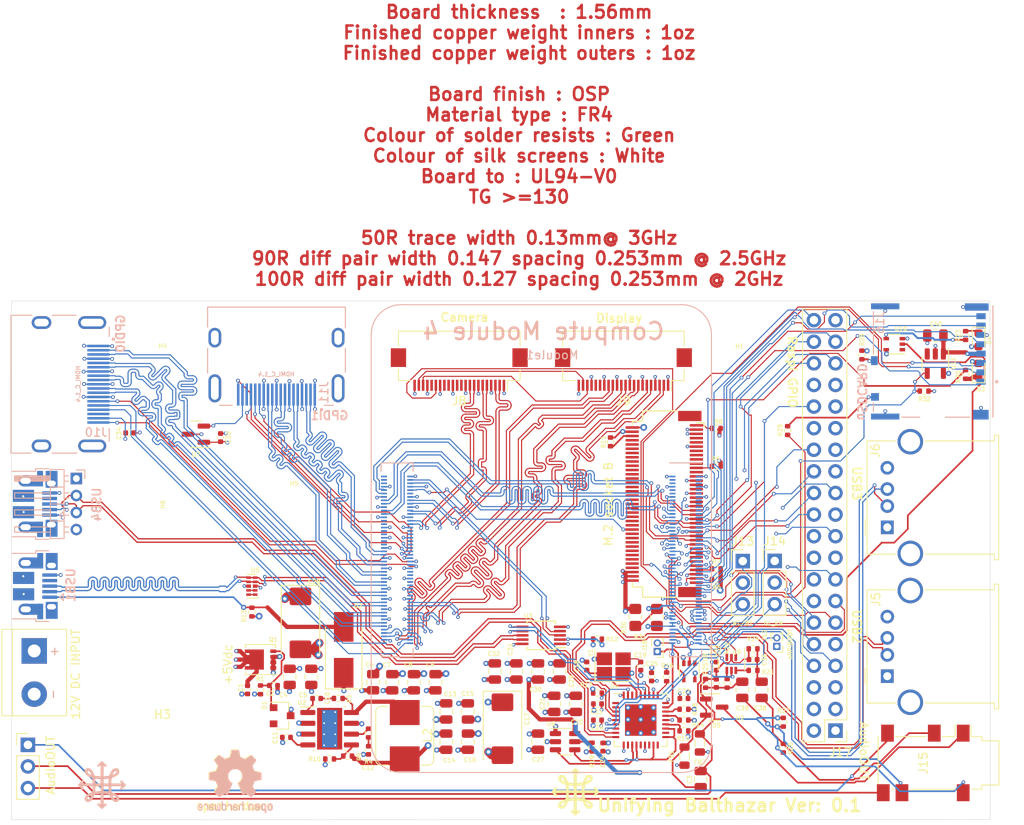
<source format=kicad_pcb>
(kicad_pcb (version 20220331) (generator pcbnew)
  (layers (0 "F.Cu" signal) (1 "In1.Cu" power "GND.Cu") (2 "In2.Cu" power "Power.Cu") (31 "B.Cu" signal) (34 "B.Paste" user) (35 "F.Paste" user) (36 "B.SilkS" user "B.Silkscreen") (37 "F.SilkS" user "F.Silkscreen") (38 "B.Mask" user) (39 "F.Mask" user) (44 "Edge.Cuts" user))
  (net 0 "")
  (net 1 "GND")
  (net 2 "Net-(J1-Pin_1)")
  (net 3 "Net-(D1-A)")
  (net 4 "/CM4_HighSpeed/HDMI_5v")
  (net 5 "/+5v")
  (net 6 "/CM4_HighSpeed/CAM0_D0_N")
  (net 7 "/CM4_HighSpeed/CAM0_D0_P")
  (net 8 "/CM4_HighSpeed/CAM0_D1_N")
  (net 9 "/CM4_HighSpeed/CAM0_D1_P")
  (net 10 "/CM4_HighSpeed/CAM0_C_N")
  (net 11 "/CM4_HighSpeed/CAM0_C_P")
  (net 12 "/CM4_HighSpeed/CAM1_D3_P")
  (net 13 "/CM4_HighSpeed/CAM1_D3_N")
  (net 14 "/CM4_HighSpeed/CAM1_D2_P")
  (net 15 "/CM4_HighSpeed/CAM1_D2_N")
  (net 16 "/CM4_HighSpeed/CAM1_C_P")
  (net 17 "/CM4_HighSpeed/CAM1_C_N")
  (net 18 "/CM4_HighSpeed/CAM1_D1_P")
  (net 19 "/CM4_HighSpeed/CAM1_D1_N")
  (net 20 "/CM4_HighSpeed/CAM1_D0_P")
  (net 21 "/CM4_HighSpeed/CAM1_D0_N")
  (net 22 "/CM4_HighSpeed/DSI0_D0_N")
  (net 23 "/CM4_HighSpeed/DSI0_D0_P")
  (net 24 "/CM4_HighSpeed/DSI0_D1_N")
  (net 25 "/CM4_HighSpeed/DSI0_D1_P")
  (net 26 "/CM4_HighSpeed/DSI0_C_N")
  (net 27 "/CM4_HighSpeed/DSI0_C_P")
  (net 28 "/CM4_HighSpeed/DSI1_D3_P")
  (net 29 "/CM4_HighSpeed/DSI1_D3_N")
  (net 30 "/CM4_HighSpeed/DSI1_D2_P")
  (net 31 "/CM4_HighSpeed/DSI1_D2_N")
  (net 32 "/CM4_HighSpeed/DSI1_C_P")
  (net 33 "/CM4_HighSpeed/DSI1_C_N")
  (net 34 "/CM4_HighSpeed/DSI1_D1_P")
  (net 35 "/CM4_HighSpeed/DSI1_D1_N")
  (net 36 "/CM4_HighSpeed/DSI1_D0_P")
  (net 37 "/CM4_HighSpeed/DSI1_D0_N")
  (net 38 "Net-(U2-BST)")
  (net 39 "Net-(C10-Pad1)")
  (net 40 "Net-(C12-Pad1)")
  (net 41 "Net-(U2-SS)")
  (net 42 "Net-(U4-XTALIN/CLKIN)")
  (net 43 "/CM4_GPIO (GPIO, SDCARD)/SD_PWR")
  (net 44 "Net-(U4-XTALOUT)")
  (net 45 "/CM4_GPIO (GPIO, SDCARD)/nRPIBOOT")
  (net 46 "/CM4_GPIO (GPIO, SDCARD)/EEPROM_nWP")
  (net 47 "/CM4_GPIO (GPIO, SDCARD)/AIN0")
  (net 48 "/CM4_GPIO (GPIO, SDCARD)/AIN1")
  (net 49 "/CM4_GPIO (GPIO, SDCARD)/SYNC_IN")
  (net 50 "/CM4_GPIO (GPIO, SDCARD)/SYNC_OUT")
  (net 51 "/CM4_GPIO (GPIO, SDCARD)/TV_OUT")
  (net 52 "/CM4_GPIO (GPIO, SDCARD)/GLOBAL_EN")
  (net 53 "/CM4_GPIO (GPIO, SDCARD)/WL_nDis")
  (net 54 "/CM4_GPIO (GPIO, SDCARD)/BT_nDis")
  (net 55 "/CM4_HighSpeed/HDMI1_D2_P")
  (net 56 "/CM4_HighSpeed/HDMI1_D2_N")
  (net 57 "/CM4_HighSpeed/HDMI1_D1_P")
  (net 58 "/CM4_HighSpeed/HDMI1_D1_N")
  (net 59 "/CM4_HighSpeed/HDMI1_D0_P")
  (net 60 "/CM4_HighSpeed/HDMI1_D0_N")
  (net 61 "/CM4_HighSpeed/HDMI1_CK_P")
  (net 62 "/CM4_HighSpeed/HDMI1_CK_N")
  (net 63 "/CM4_HighSpeed/HDMI1_CEC")
  (net 64 "/CM4_HighSpeed/HDMI1_SCL")
  (net 65 "/CM4_HighSpeed/HDMI1_SDA")
  (net 66 "/CM4_HighSpeed/HDMI1_HOTPLUG")
  (net 67 "/USB2-HUB/HD2_N")
  (net 68 "/USB2-HUB/HD2_P")
  (net 69 "/CM4_GPIO (GPIO, SDCARD)/RUN_PG")
  (net 70 "/CM4_GPIO (GPIO, SDCARD)/GPIO2")
  (net 71 "/USB2-HUB/HD3_P")
  (net 72 "/USB2-HUB/HD3_N")
  (net 73 "/USB2-HUB/HD4_P")
  (net 74 "/USB2-HUB/HD4_N")
  (net 75 "/CM4_GPIO (GPIO, SDCARD)/GPIO3")
  (net 76 "/CM4_GPIO (GPIO, SDCARD)/GPIO4")
  (net 77 "/CM4_HighSpeed/HDMI0_HOTPLUG")
  (net 78 "/CM4_HighSpeed/HDMI0_SDA")
  (net 79 "/CM4_HighSpeed/HDMI0_SCL")
  (net 80 "/CM4_HighSpeed/HDMI0_CEC")
  (net 81 "/CM4_HighSpeed/HDMI0_CK_N")
  (net 82 "/CM4_HighSpeed/HDMI0_CK_P")
  (net 83 "/CM4_HighSpeed/HDMI0_D0_N")
  (net 84 "/CM4_HighSpeed/HDMI0_D0_P")
  (net 85 "/CM4_HighSpeed/HDMI0_D1_N")
  (net 86 "/CM4_HighSpeed/HDMI0_D1_P")
  (net 87 "/CM4_HighSpeed/HDMI0_D2_N")
  (net 88 "/CM4_HighSpeed/HDMI0_D2_P")
  (net 89 "/CM4_GPIO (GPIO, SDCARD)/GPIO14")
  (net 90 "/CM4_GPIO (GPIO, SDCARD)/GPIO15")
  (net 91 "/CM4_GPIO (GPIO, SDCARD)/GPIO17")
  (net 92 "/CM4_GPIO (GPIO, SDCARD)/GPIO18")
  (net 93 "/CM4_GPIO (GPIO, SDCARD)/GPIO27")
  (net 94 "/CM4_GPIO (GPIO, SDCARD)/GPIO22")
  (net 95 "/CM4_GPIO (GPIO, SDCARD)/GPIO23")
  (net 96 "/CM4_GPIO (GPIO, SDCARD)/GPIO24")
  (net 97 "/CM4_GPIO (GPIO, SDCARD)/GPIO10")
  (net 98 "/CM4_GPIO (GPIO, SDCARD)/GPIO9")
  (net 99 "/CM4_GPIO (GPIO, SDCARD)/GPIO25")
  (net 100 "/CM4_GPIO (GPIO, SDCARD)/GPIO11")
  (net 101 "/CM4_GPIO (GPIO, SDCARD)/GPIO8")
  (net 102 "/CM4_GPIO (GPIO, SDCARD)/GPIO7")
  (net 103 "/USB2-HUB/PWR1")
  (net 104 "/USB2-HUB/nOCS1")
  (net 105 "/CM4_GPIO (GPIO, SDCARD)/ID_SD")
  (net 106 "/CM4_GPIO (GPIO, SDCARD)/ID_SC")
  (net 107 "/CM4_GPIO (GPIO, SDCARD)/GPIO5")
  (net 108 "/+3.3v")
  (net 109 "/USB2-HUB/USBD_P")
  (net 110 "/USB2-HUB/USBD_N")
  (net 111 "/USB2-HUB/USBH_N")
  (net 112 "/USB2-HUB/USBH_P")
  (net 113 "/CM4_GPIO (GPIO, SDCARD)/GPIO6")
  (net 114 "/CM4_GPIO (GPIO, SDCARD)/GPIO12")
  (net 115 "/CM4_GPIO (GPIO, SDCARD)/GPIO13")
  (net 116 "/CM4_GPIO (GPIO, SDCARD)/GPIO19")
  (net 117 "/CM4_GPIO (GPIO, SDCARD)/GPIO16")
  (net 118 "/CM4_GPIO (GPIO, SDCARD)/GPIO26")
  (net 119 "/CM4_GPIO (GPIO, SDCARD)/GPIO20")
  (net 120 "/CM4_HighSpeed/CAM_GPIO")
  (net 121 "/CM4_GPIO (GPIO, SDCARD)/GPIO21")
  (net 122 "/CM4_HighSpeed/SCL0")
  (net 123 "/CM4_HighSpeed/SDA0")
  (net 124 "/CM4_GPIO (GPIO, SDCARD)/SD_DAT1")
  (net 125 "Net-(J18-Pin_1)")
  (net 126 "/USB2-HUB/VBUS")
  (net 127 "/CM4_GPIO (GPIO, SDCARD)/SD_DAT0")
  (net 128 "/CM4_GPIO (GPIO, SDCARD)/SD_CLK")
  (net 129 "/CM4_GPIO (GPIO, SDCARD)/SD_CMD")
  (net 130 "/CM4_GPIO (GPIO, SDCARD)/SD_DAT3")
  (net 131 "/CM4_GPIO (GPIO, SDCARD)/SD_DAT2")
  (net 132 "/CM4_GPIO (GPIO, SDCARD)/TRD3_P")
  (net 133 "/CM4_GPIO (GPIO, SDCARD)/TRD1_P")
  (net 134 "/CM4_GPIO (GPIO, SDCARD)/TRD3_N")
  (net 135 "/CM4_GPIO (GPIO, SDCARD)/TRD1_N")
  (net 136 "/CM4_GPIO (GPIO, SDCARD)/TRD2_N")
  (net 137 "/CM4_GPIO (GPIO, SDCARD)/TRD0_N")
  (net 138 "/CM4_GPIO (GPIO, SDCARD)/TRD2_P")
  (net 139 "/CM4_GPIO (GPIO, SDCARD)/TRD0_P")
  (net 140 "/CM4_GPIO (GPIO, SDCARD)/ETH_LEDY")
  (net 141 "/CM4_GPIO (GPIO, SDCARD)/ETH_LEDG")
  (net 142 "/CM4_GPIO (GPIO, SDCARD)/SD_PWR_ON")
  (net 143 "/PCIE_CLK_nREQ")
  (net 144 "/CM4_GPIO (GPIO, SDCARD)/Reserved")
  (net 145 "/CM4_GPIO (GPIO, SDCARD)/GPIO_VREF")
  (net 146 "Net-(D2-A)")
  (net 147 "Net-(D3-K)")
  (net 148 "Net-(D4-K)")
  (net 149 "Net-(D5-K)")
  (net 150 "Net-(J2-CONFIG_3)")
  (net 151 "Net-(J2-~{FULL_CARD_POWER_OFF})")
  (net 152 "/CM4_GPIO (GPIO, SDCARD)/SCL0")
  (net 153 "/CM4_HighSpeed/USB2_N")
  (net 155 "/CM4_HighSpeed/USB2_P")
  (net 158 "/CM4_GPIO (GPIO, SDCARD)/SDA0")
  (net 159 "/CM4_GPIO (GPIO, SDCARD)/+1.8v")
  (net 160 "/CM4_GPIO (GPIO, SDCARD)/nPWR_LED")
  (net 161 "/nEXTRST")
  (net 162 "Net-(J2-CONFIG_0)")
  (net 166 "/CM4_HighSpeed/+3.3v")
  (net 168 "Net-(C36-Pad1)")
  (net 170 "/USB2-HUB/HD1_M2_N")
  (net 171 "/USB2-HUB/HD1_M2_P")
  (net 175 "/HD1_M2_P")
  (net 177 "/HD1_M2_N")
  (net 187 "/SIM_RST")
  (net 189 "/SIM_CLK")
  (net 190 "/SIM_DATA")
  (net 192 "/SIM_PWR")
  (net 196 "/PCIE_RX_N")
  (net 198 "/PCIE_RX_P")
  (net 201 "/PCIE_TX_N")
  (net 203 "/PCIE_TX_P")
  (net 204 "/PCIE_nRST")
  (net 206 "/PCIE_CLK_N")
  (net 208 "/PCIE_CLK_P")
  (net 209 "Net-(J2-CONFIG_1)")
  (net 210 "Net-(J2-CONFIG_2)")
  (net 218 "/SIM_SW")
  (net 223 "Net-(C37-Pad1)")
  (net 224 "/CM4_GPIO (GPIO, SDCARD)/AUDIO_L")
  (net 225 "/CM4_GPIO (GPIO, SDCARD)/AUDIO_R")
  (net 226 "Net-(J16-DET_B)")
  (net 227 "Net-(J16-DET_A)")
  (net 228 "Net-(U2-SW)")
  (net 230 "Net-(Module1A-PI_nLED_Activity)")
  (net 236 "Net-(D5-A)")
  (net 237 "Net-(D5-K)_1")
  (net 238 "Net-(U2-COMP)")
  (net 239 "Net-(U2-FB)")
  (net 240 "Net-(U4-SCL/SMBCLK/CFG_SEL0)")
  (net 241 "Net-(U4-SDA/SMBDATA/NON_REM1)")
  (net 242 "Net-(U4-SUSP_IND/LOCAL_PWR/NON_REM0)")
  (net 243 "Net-(U4-RBIAS)")
  (net 244 "Net-(U4-HS_IND/CFG_SEL1)")
  (net 245 "Net-(U6-ILIM)")
  (net 246 "Net-(R23-Pad2)")
  (net 247 "Net-(U9-Y1)")
  (net 248 "Net-(U9-Y2)")
  (net 255 "Net-(U5-D1+)")
  (net 256 "/+3.3vSSD")
  (net 257 "Net-(U5-D1-)")
  (net 259 "Net-(J19-Pin_3)")
  (net 260 "Net-(J19-Pin_1)")
  (footprint "Connector_FFC-FPC:Hirose_FH12-22S-0.5SH_1x22-1MP_P0.50mm_Horizontal" (layer "F.Cu") (at 149.464 87.046 180)
    (fp_text reference "J8")
    (fp_text value "Conn_01x22_Female")
  )
  (footprint "Resistor_SMD:R_0402_1005Metric" (layer "F.Cu") (at 187.564 128.514 -90)
    (fp_text reference "R27")
    (fp_text value "1K8")
  )
  (footprint "Resistor_SMD:R_0402_1005Metric" (layer "F.Cu") (at 204.12 89.58 180)
    (fp_text reference "R32")
    (fp_text value "12K 1%")
  )
  (footprint "Resistor_SMD:R_0402_1005Metric" (layer "F.Cu") (at 165.085 131.435 -90)
    (fp_text reference "R19")
    (fp_text value "15K 1%")
  )
  (footprint "Resistor_SMD:R_0402_1005Metric" (layer "F.Cu") (at 138.796 129.784 -90)
    (fp_text reference "R4")
    (fp_text value "12K 1%")
  )
  (footprint "Resistor_SMD:R_0402_1005Metric" (layer "F.Cu") (at 187.564 131.562 90)
    (fp_text reference "R26")
    (fp_text value "1K8")
  )
  (footprint "MountingHole:MountingHole_2.7mm_M2.5" (layer "F.Cu") (at 182.484 131.308)
    (fp_text reference "H2")
    (fp_text value "MountingHole")
  )
  (footprint "Package_TO_SOT_SMD:SOT-353_SC-70-5" (layer "F.Cu") (at 176.515 122.545 -90)
    (fp_text reference "U8")
    (fp_text value "74LVC1G07SE-7")
  )
  (footprint "Connector_PinHeader_1.00mm:PinHeader_1x02_P1.00mm_Vertical" (layer "F.Cu") (at 172.75 120.2 180)
    (fp_text reference "J18")
    (fp_text value "GLOBAL_EN")
  )
  (footprint "Capacitor_SMD:C_0805_2012Metric" (layer "F.Cu") (at 161.275 122.545 90)
    (fp_text reference "C29")
    (fp_text value "10u")
  )
  (footprint "MountingHole:M.2Hole_3.5mm" (layer "F.Cu") (at 111.999 102.86)
    (fp_text reference "H6")
    (fp_text value "M.2 Hole")
  )
  (footprint "Capacitor_SMD:C_0402_1005Metric" (layer "F.Cu") (at 165.72 128.26 180)
    (fp_text reference "C26")
    (fp_text value "100n")
  )
  (footprint "TerminalBlock:TerminalBlock_bornier-2_P5.08mm" (layer "F.Cu") (at 99.492 120.132 -90)
    (fp_text reference "J1")
    (fp_text value "Conn_01x02")
  )
  (footprint "Package_TO_SOT_SMD:SOT-23" (layer "F.Cu") (at 179.436 126.736)
    (fp_text reference "D5")
    (fp_text value "BAV99")
  )
  (footprint "Capacitor_SMD:C_0805_2012Metric" (layer "F.Cu") (at 129.525 123.18 90)
    (fp_text reference "C4")
    (fp_text value "10u 10v")
  )
  (footprint "Resistor_SMD:R_0402_1005Metric" (layer "F.Cu") (at 136.34 132.49 180)
    (fp_text reference "R9")
    (fp_text value "47K 1%")
  )
  (footprint "CM4IO:balthazar-logo" (layer "F.Cu") (at 163.105105 136.65818)
    (fp_text reference "G***")
    (fp_text value "LOGO" hide)
  )
  (footprint "Capacitor_SMD:C_0805_2012Metric" (layer "F.Cu") (at 147.94 130.8 -90)
    (fp_text reference "C14")
    (fp_text value "10u")
  )
  (footprint "Resistor_SMD:R_0402_1005Metric" (layer "F.Cu") (at 184.008 119.878)
    (fp_text reference "R24")
    (fp_text value "100")
  )
  (footprint "Resistor_SMD:R_0402_1005Metric" (layer "F.Cu") (at 179.69 110.48 180)
    (fp_text reference "R6")
    (fp_text value "nf")
  )
  (footprint "Connector_FFC-FPC:Hirose_FH12-22S-0.5SH_1x22-1MP_P0.50mm_Horizontal" (layer "F.Cu") (at 168.768 87.046 180)
    (fp_text reference "J9")
    (fp_text value "Conn_01x22_Female")
  )
  (footprint "Resistor_SMD:R_0402_1005Metric" (layer "F.Cu") (at 175.88 128.26)
    (fp_text reference "R14")
    (fp_text value "36K 1%")
  )
  (footprint "Resistor_SMD:R_0402_1005Metric" (layer "F.Cu") (at 126.096 124.704 -90)
    (fp_text reference "R1")
    (fp_text value "12K 1%")
  )
  (footprint "Capacitor_SMD:C_0805_2012Metric" (layer "F.Cu") (at 132.065 123.18 90)
    (fp_text reference "C5")
    (fp_text value "10u 10v")
  )
  (footprint "Package_SON:Diodes_PowerDI3333-8" (layer "F.Cu") (at 126.096 121.148 180)
    (fp_text reference "Q1")
    (fp_text value "DMP3013SFV-7")
  )
  (footprint "Capacitor_SMD:C_0805_2012Metric" (layer "F.Cu") (at 158.735 130.8 -90)
    (fp_text reference "C27")
    (fp_text value "10u")
  )
  (footprint "Capacitor_SMD:C_0805_2012Metric" (layer "F.Cu") (at 158.735 122.545 90)
    (fp_text reference "C30")
    (fp_text value "10u")
  )
  (footprint "Resistor_SMD:R_0805_2012Metric_Pad1.20x1.40mm_HandSolder" (layer "F.Cu") (at 170.165 116.195 -90)
    (fp_text reference "R30")
    (fp_text value "0R")
  )
  (footprint "Crystal:Crystal_SMD_EuroQuartz_X22-4Pin_2.5x2.0mm_HandSoldering" (layer "F.Cu") (at 167.625 121.91)
    (fp_text reference "Y1")
    (fp_text value "24MHz")
  )
  (footprint "Capacitor_SMD:C_0805_2012Metric" (layer "F.Cu") (at 139.34 123.81 90)
    (fp_text reference "C6")
    (fp_text value "10u 10v")
  )
  (footprint "Resistor_SMD:R_0402_1005Metric" (layer "F.Cu") (at 135.24 125.72 180)
    (fp_text reference "R3")
    (fp_text value "10R")
  )
  (footprint "Inductor_SMD:L_Bourns_SRP7028A_7.3x6.6mm" (layer "F.Cu") (at 143.05 130.1 -90)
    (fp_text reference "L2")
    (fp_text value "SRN6045TA-3R3Y  (3.3uH)")
  )
  (footprint "Capacitor_Tantalum_SMD:CP_EIA-7343-31_Kemet-D" (layer "F.Cu") (at 154.544 129.276 -90)
    (fp_text reference "C17")
    (fp_text value "100uF")
  )
  (footprint "Capacitor_SMD:C_0402_1005Metric" (layer "F.Cu") (at 166.355 131.435 -90)
    (fp_text reference "C24")
    (fp_text value "100n")
  )
  (footprint "Diode_SMD:D_SOT-23_ANK" (layer "F.Cu") (at 128.636 127.752)
    (fp_text reference "D1")
    (fp_text value "MMBZ5242BLT3G")
  )
  (footprint "Resistor_SMD:R_0402_1005Metric" (layer "F.Cu") (at 208.994 87.62 90)
    (fp_text reference "R20")
    (fp_text value "1k")
  )
  (footprint "Connector_PinHeader_1.00mm:PinHeader_1x02_P1.00mm_Vertical" (layer "F.Cu") (at 186.8 119.6 180)
    (fp_text reference "J12")
    (fp_text value "nRpiBoot")
  )
  (footprint "Diode_SMD:D_SMB_Handsoldering" (layer "F.Cu") (at 135.875 120.005 90)
    (fp_text reference "D2")
    (fp_text value "B340AE-13")
  )
  (footprint "Capacitor_SMD:C_0805_2012Metric" (layer "F.Cu") (at 205.438 83.048 180)
    (fp_text reference "C40")
    (fp_text value "10u")
  )
  (footprint "Connector_PinHeader_2.54mm:PinHeader_1x03_P2.54mm_Vertical" (layer "F.Cu") (at 98.75 131.175)
    (fp_text reference "J19")
    (fp_text value "AudioAMP")
  )
  (footprint "Capacitor_SMD:C_0402_1005Metric" (layer "F.Cu") (at 179.69 123.942 90)
    (fp_text reference "C37")
    (fp_text value "100n 6.3")
  )
  (footprint "Capacitor_SMD:C_0805_2012Metric" (layer "F.Cu") (at 150.48 127.244 90)
    (fp_text reference "C15")
    (fp_text value "10u")
  )
  (footprint "Capacitor_SMD:C_0402_1005Metric" (layer "F.Cu") (at 138.796 131.816 -90)
    (fp_text reference "C12")
    (fp_text value "1.2nF")
  )
  (footprint "Resistor_SMD:R_0402_1005Metric" (layer "F.Cu") (at 165.72 125.085)
    (fp_text reference "R17")
    (fp_text value "12K 1%")
  )
  (footprint "Capacitor_SMD:C_0402_1005Metric" (layer "F.Cu") (at 164.45 121.91 90)
    (fp_text reference "C18")
    (fp_text value "27pF")
  )
  (footprint "Capacitor_SMD:C_0402_1005Metric" (layer "F.Cu") (at 124.572 124.704 -90)
    (fp_text reference "C1")
    (fp_text value "100n 50v")
  )
  (footprint "Connector_Audio:Jack_3.5mm_PJ311_Horizontal" (layer "F.Cu") (at 204.015 133.3 -90)
    (fp_text reference "J15")
    (fp_text value "AudioOUT")
  )
  (footprint "Resistor_SMD:R_0805_2012Metric_Pad1.20x1.40mm_HandSolder" (layer "F.Cu") (at 172.705 116.195 90)
    (fp_text reference "R31")
    (fp_text value "nf")
  )
  (footprint "Capacitor_SMD:C_0805_2012Metric" (layer "F.Cu") (at 182.738 124.704 -90)
    (fp_text reference "C39")
    (fp_text value "47u 6.3")
  )
  (footprint "Connector_USB:USB_A_Molex_67643_Horizontal" (layer "F.Cu") (at 199.79 123.1 90)
    (fp_text reference "J5")
    (fp_text value "USB_A")
  )
  (footprint "Resistor_SMD:R_0402_1005Metric" (layer "F.Cu") (at 179.69 98.415 180)
    (fp_text reference "R5")
    (fp_text value "nf")
  )
  (footprint "Symbol:OSHW-Logo2_9.8x8mm_SilkScreen" (layer "F.Cu") (at 123.07 135.43)
    (fp_text reference "REF**" hide)
    (fp_text value "OSHW-Logo2_9.8x8mm_SilkScreen" hide)
  )
  (footprint "Capacitor_SMD:C_0805_2012Metric" (layer "F.Cu") (at 160.64 126.355 90)
    (fp_text reference "C21")
    (fp_text value "10u")
  )
  (footprint "Capacitor_SMD:C_0805_2012Metric" (layer "F.Cu") (at 141.59 123.815 90)
    (fp_text reference "C7")
    (fp_text value "10u 10v")
  )
  (footprint "Package_SO:MSOP-10_3x3mm_P0.5mm" (layer "F.Cu") (at 159.1 118.3 180)
    (fp_text reference "U3")
    (fp_text value "FSUSB42MUX")
  )
  (footprint "Connector_PinHeader_2.54mm:PinHeader_2x20_P2.54mm_Vertical" (layer "F.Cu") (at 193.7 129.5 180)
    (fp_text reference "J17")
    (fp_text value "THD-20-R")
  )
  (footprint "CM4IO:SC-88-6_2x2.1mm" (layer "F.Cu") (at 181.468 121.656 -90)
    (fp_text reference "U9")
    (fp_text value "NC7WZ16")
  )
  (footprint "Capacitor_SMD:C_0402_1005Metric" (layer "F.Cu") (at 127.62 124.196 180)
    (fp_text reference "C2")
    (fp_text value "100n")
  )
  (footprint "Capacitor_SMD:C_0402_1005Metric" (layer "F.Cu") (at 184.008 121.148 180)
    (fp_text reference "C36")
    (fp_text value "100n 6.3")
  )
  (footprint "Capacitor_SMD:C_0805_2012Metric" (layer "F.Cu") (at 144.13 123.815 90)
    (fp_text reference "C8")
    (fp_text value "10u 10v")
  )
  (footprint "Capacitor_SMD:C_0402_1005Metric" (layer "F.Cu") (at 170.8 121.91 -90)
    (fp_text reference "C19")
    (fp_text value "27pF")
  )
  (footprint "MountingHole:M.2Hole_3.5mm" (layer "F.Cu") (at 130.033 102.86)
    (fp_text reference "H5")
    (fp_text value "M.2 Hole")
  )
  (footprint "Resistor_SMD:R_0402_1005Metric" (layer "F.Cu") (at 125.08 115.56 -90)
    (fp_text reference "R13")
    (fp_text value "2.2K 1%")
  )
  (footprint "Capacitor_SMD:C_0402_1005Metric" (layer "F.Cu") (at 172.07 123.18 90)
    (fp_text reference "C25")
    (fp_text value "100n")
  )
  (footprint "Capacitor_SMD:C_0805_2012Metric" (layer "F.Cu") (at 163.18 126.355 90)
    (fp_text reference "C20")
    (fp_text value "10u")
  )
  (footprint "Resistor_SMD:R_0402_1005Metric" (layer "F.Cu") (at 134.224 132.832 180)
    (fp_text reference "R10")
    (fp_text value "15K 1%")
  )
  (footprint "Package_SON:USON-10_2.5x1.0mm_P0.5mm" (layer "F.Cu") (at 125.08 112.512 180)
    (fp_text reference "U5")
    (fp_text value "TPD4EUSB30")
  )
  (footprint "MountingHole:MountingHole_2.7mm_M2.5" (layer "F.Cu") (at 182.484 82.032)
    (fp_text reference "H1")
    (fp_text value "MountingHole")
  )
  (footprint "Capacitor_SMD:C_0805_2012Metric" (layer "F.Cu") (at 177.85 135.2 90)
    (fp_text reference "C3")
    (fp_text value "10u")
  )
  (footprint "Resistor_SMD:R_0402_1005Metric" (layer "F.Cu") (at 179.69 93.97 180)
    (fp_text reference "R8")
    (fp_text value "nf")
  )
  (footprint "Capacitor_SMD:C_0402_1005Metric" (layer "F.Cu") (at 110.73 94.5)
    (fp_text reference "C34")
    (fp_text value "100n")
  )
  (footprint "Resistor_SMD:R_0402_1005Metric" (layer "F.Cu") (at 188.072 94.224 90)
    (fp_text reference "R29")
    (fp_text value "nf")
  )
  (footprint "Package_TO_SOT_SMD:SOT-23-5" (layer "F.Cu") (at 205.438 86.35 -90)
    (fp_text reference "U11")
    (fp_text value "RT9742GGJ5")
  )
  (footprint "Capacitor_SMD:C_0402_1005Metric" (layer "F.Cu") (at 129.144 130.292 180)
    (fp_text reference "C11")
    (fp_text value "100n")
  )
  (footprint "Resistor_SMD:R_0402_1005Metric" (layer "F.Cu") (at 196.802 85.334 -90)
    (fp_text reference "R28")
    (fp_text value "nf")
  )
  (footprint "Package_SO:SOIC-8-1EP_3.9x4.9mm_P1.27mm_EP2.95x4.9mm_Mask2.71x3.4mm_ThermalVias" (layer "F.Cu") (at 134.224 129.276)
    (fp_text reference "U2")
    (fp_text value "AP64501SP-13")
  )
  (footprint "Package_DFN_QFN:QFN-36-1EP_6x6mm_P0.5mm_EP3.7x3.7mm" (layer "F.Cu") (at 170.8 128.26)
    (fp_text reference "U4")
    (fp_text value "USB2514B-I/M2")
  )
  (footprint "Capacitor_SMD:C_0805_2012Metric" (layer "F.Cu") (at 153.655 122.545 90)
    (fp_text reference "C32")
    (fp_text value "10u")
  )
  (footprint "Resistor_SMD:R_0402_1005Metric" (layer "F.Cu") (at 165.72 118.735 180)
    (fp_text reference "R12")
    (fp_text value "2.2K 1%")
  )
  (footprint "Capacitor_SMD:C_0402_1005Metric" (layer "F.Cu") (at 132.7 125.72 180)
    (fp_text reference "C10")
    (fp_text value "100n")
  )
  (footprint "LED_SMD:LED_0603_1608Metric" (layer "F.Cu") (at 210.518 83.556 -90)
    (fp_text reference "D4")
    (fp_text value "LED Red")
  )
  (footprint "Resistor_SMD:R_0402_1005Metric" (layer "F.Cu") (at 208.994 83.048 -90)
    (fp_text reference "R23")
    (fp_text value "1k")
  )
  (footprint "MountingHole:MountingHole_2.7mm_M2.5" (layer "F.Cu") (at 114.572 131.308)
    (fp_text reference "H3")
    (fp_text value "MountingHole")
  )
  (footprint "Resistor_SMD:R_0402_1005Metric" (layer "F.Cu") (at 180.96 123.942 -90)
    (fp_text reference "R22")
    (fp_text value "220")
  )
  (footprint "Connector_PinHeader_2.54mm:PinHeader_1x03_P2.54mm_Vertical" (layer "F.Cu") (at 186.55 109.55)
    (fp_text reference "J14")
    (fp_text value "Conn_01x03")
  )
  (footprint "Inductor_SMD:L_0805_2012Metric" (layer "F.Cu") (at 177.75 130.95 -90)
    (fp_text reference "FB2")
    (fp_text value "FerriteBead")
  )
  (footprint "Capacitor_SMD:C_0402_1005Metric" (layer "F.Cu") (at 179.69 121.91 -90)
    (fp_text reference "C35")
    (fp_text value "100n 6.3")
  )
  (footprint "Package_TO_SOT_SMD:SOT-353_SC-70-5" (layer "F.Cu") (at 200.612 84.064 180)
    (fp_text reference "U10")
    (fp_text value "74LVC1G07SE-7")
  )
  (footprint "Resistor_SMD:R_0402_1005Metric" (layer "F.Cu") (at 184.008 122.418)
    (fp_text reference "R21")
    (fp_text value "220")
  )
  (footprint "Capacitor_SMD:C_0805_2012Metric" (layer "F.Cu") (at 185.024 124.704 -90)
    (fp_text reference "C38")
    (fp_text value "47u 6.3")
  )
  (footprint "Resistor_SMD:R_0402_1005Metric" (layer "F.Cu") (at 173.848 123.18 90)
    (fp_text reference "R16")
    (fp_text value "36K 1%")
  )
  (footprint "Capacitor_SMD:C_0805_2012Metric" (layer "F.Cu") (at 146.67 123.815 90)
    (fp_text reference "C9")
    (fp_text value "10u 10v")
  )
  (footprint "Capacitor_SMD:C_0805_2012Metric" (layer "F.Cu") (at 156.195 122.545 90)
    (fp_text reference "C31")
    (fp_text value "10u")
  )
  (footprint "Capacitor_SMD:C_0805_2012Metric" (layer "F.Cu") (at 147.94 127.244 90)
    (fp_text reference "C13")
    (fp_text value "10u")
  )
  (footprint "Inductor_SMD:L_0805_2012Metric" (layer "F.Cu") (at 175.95 132.5 90)
    (fp_text reference "FB1")
    (fp_text value "FerriteBead")
  )
  (footprint "CM4IO:Conn_TE-M.2-0.5-67P-doublesided" (layer "F.Cu") (at 172.07 102.86 -90)
    (fp_text reference "J2")
    (fp_text value "Bus_M.2_Socket_B")
  )
  (footprint "Capacitor_Tantalum_SMD:CP_EIA-7343-31_Kemet-D" (layer "F.Cu") (at 130.795 116.83 -90)
    (fp_text reference "C28")
    (fp_text value "100uF")
  )
  (footprint "Capacitor_SMD:C_0402_1005Metric" (layer "F.Cu") (at 175.88 125.72)
    (fp_text reference "C22")
    (fp_text value "100n")
  )
  (footprint "Package_TO_SOT_SMD:SOT-23" (layer "F.Cu") (at 118.5 94.65 180)
    (fp_text reference "U7")
    (fp_text value "RT9742SNGV")
  )
  (footprint "Resistor_SMD:R_0402_1005Metric" (layer "F.Cu") (at 167.25 95.55 90)
    (fp_text reference "R11")
    (fp_text value "12K")
  )
  (footprint "Capacitor_SMD:C_0402_1005Metric" (layer "F.Cu") (at 165.72 126.355 180)
    (fp_text reference "C23")
    (fp_text value "100n")
  )
  (footprint "Resistor_SMD:R_0402_1005Metric" (layer "F.Cu") (at 179.69 111.75 180)
    (fp_text reference "R7")
    (fp_text value "nf")
  )
  (footprint "Package_TO_SOT_SMD:SOT-23-6" (layer "F.Cu") (at 161.91 130.8)
    (fp_text reference "U6")
    (fp_text value "AP22653W6")
  )
  (footprint "Resistor_SMD:R_0402_1005Metric" (layer "F.Cu") (at 175.88 129.53)
    (fp_text reference "R15")
    (fp_text value "36K 1%")
  )
  (footprint "LED_SMD:LED_0603_1608Metric" (layer "F.Cu") (at 210.518 87.112 90)
    (fp_text reference "D3")
    (fp_text value "LED Green")
  )
  (footprint "Resistor_SMD:R_0402_1005Metric" (layer "F.Cu") (at 178.42 123.942 -90)
    (fp_text reference "R25")
    (fp_text value "100")
  )
  (footprint "Connector_PinHeader_2.54mm:PinHeader_1x03_P2.54mm_Vertical" (layer "F.Cu") (at 182.8 109.57)
    (fp_text reference "J13")
    (fp_text value "Conn_01x03")
  )
  (footprint "MountingHole:MountingHole_2.7mm_M2.5" (layer "F.Cu") (at 114.572 82.032)
    (fp_text reference "H4")
    (fp_text value "MountingHole" hide)
  )
  (footprint "Capacitor_SMD:C_0805_2012Metric" (layer "F.Cu") (at 150.48 130.8 -90)
    (fp_text reference "C16")
    (fp_text value "10u")
  )
  (footprint "Resistor_SMD:R_0402_1005Metric" (layer "F.Cu") (at 175.88 126.99)
    (fp_text reference "R18")
    (fp_text value "36K 1%")
  )
  (footprint "Connector_USB:USB_A_Molex_67643_Horizontal" (layer "F.Cu") (at 199.79 105.6 90)
    (fp_text reference "J6")
    (fp_text value "USB_A")
  )
  (footprint "Capacitor_SMD:C_0402_1005Metric" (layer "F.Cu") (at 121.4 95.05 90)
    (fp_text reference "C33")
    (fp_text value "100n")
  )
  (footprint "CM4IO:USB_Micro-B_EDAC_UCON00686" (layer "B.Cu") (at 98.492 112.512 90)
    (fp_text reference "J3")
    (fp_text value "USB_OTG")
  )
  (footprint "CM4IO:balthazar-logo" (layer "B.Cu") (at 107.47 135.86 180)
    (fp_text reference "G***")
    (fp_text value "LOGO" hide)
  )
  (footprint "CM4IO:EDAC 690-019-298-412" (layer "B.Cu") (at 127.975 89.25675)
    (fp_text reference "J11")
    (fp_text value "HDMI_C_1.4")
  )
  (footprint "Symbol:OSHW-Logo2_9.8x8mm_SilkScreen" (layer "B.Cu") (at 123.13 135.49 180)
    (fp_text reference "REF**" hide)
    (fp_text value "OSHW-Logo2_9.8x8mm_SilkScreen" hide)
  )
  (footprint "CM4IO:SDCARD_MOLEX_503398-1892" (layer "B.Cu") (at 205.184 86.096 90)
    (fp_text reference "J16")
    (fp_text value "Micro_SD_Card_Det")
  )
  (footprint "CM4IO:Raspberry-Pi-4-Compute-Module-noholes" (layer "B.Cu") (at 175.616 130.924 180)
    (fp_text reference "Module1")
    (fp_text value "ComputeModule4")
  )
  (footprint "Connector_PinHeader_2.00mm:PinHeader_1x04_P2.00mm_Horizontal" (layer "B.Cu") (at 104.445 99.86 180)
    (fp_text reference "J4")
    (fp_text value "Conn_01x04_Male")
  )
  (footprint "CM4IO:USB_Micro-B_EDAC_UCON00686" (layer "B.Cu") (at 98.476 102.86 90)
    (fp_text reference "J7")
    (fp_text value "USB_MICRO")
  )
  (footprint "CM4IO:EDAC 690-019-298-412" (layer "B.Cu") (at 106.30675 88.775 90)
    (fp_text reference "J10")
    (fp_text value "HDMI_C_1.4")
  )
  (gr_line (start 211.9 139.95) (end 211.8642 78.984) (stroke (width 0.05)) (layer "Edge.Cuts"))
  (gr_line (start 211.8642 78.984) (end 96.825 78.984) (stroke (width 0.05)) (layer "Edge.Cuts"))
  (gr_line (start 96.8202 139.986) (end 96.825 78.984) (stroke (width 0.05)) (layer "Edge.Cuts"))
  (gr_line (start 96.8202 139.986) (end 211.9 139.95) (stroke (width 0.05)) (layer "Edge.Cuts"))
  (gr_text "Board thickness  : 1.56mm\nFinished copper weight inners : 1oz\nFinished copper weight outers : 1oz\n\nBoard finish : OSP\nMaterial type : FR4\nColour of solder resists : Green\nColour of silk screens : White\nBoard to : UL94-V0\nTG >=130\n\n50R trace width 0.13mm@ 3GHz\n90R diff pair width 0.147 spacing 0.253mm @ 2.5GHz\n100R diff pair width 0.127 spacing 0.253mm @ 2GHz" (at 156.5 60.7) (layer "F.Cu") (effects (font (size 1.5 1.5) (thickness 0.3))))
  (gr_text "USB1" (at 103.79 112.39 90) (layer "B.SilkS") (effects (font (size 1 1) (thickness 0.2) bold) (justify mirror)))
  (gr_text "USB4" (at 106.84 102.92 90) (layer "B.SilkS") (effects (font (size 1 1) (thickness 0.2) bold) (justify mirror)))
  (gr_text "+" (at 101.98 120.2 -90) (layer "B.SilkS") (effects (font (size 1 1)) (justify mirror)))
  (gr_text "GPDI1" (at 134.19 92.46) (layer "B.SilkS") (effects (font (size 1 1) (thickness 0.2) bold) (justify mirror)))
  (gr_text "uSDCARD" (at 196.79 89.68 -90) (layer "B.SilkS") (effects (font (size 1 1) (thickness 0.2) bold) (justify mirror)))
  (gr_text "GPDI0" (at 109.64 82.82 90) (layer "B.SilkS") (effects (font (size 1 1) (thickness 0.2) bold) (justify mirror)))
  (gr_text "-" (at 101.82 125.23 -90) (layer "B.SilkS") (effects (font (size 1 1)) (justify mirror)))
  (gr_text "Compute Module 4" (at 159.37 82.54) (layer "B.SilkS") (effects (font (size 2 2) (thickness 0.3)) (justify mirror)))
  (gr_text "Camera" (at 150.08 80.91) (layer "F.SilkS") (effects (font (size 1 1) (thickness 0.2) bold)))
  (gr_text "WL/BT" (at 182.76 116.86) (layer "F.SilkS") (effects (font (size 0.5 0.5) (thickness 0.1) bold)))
  (gr_text "Raspi GPIO" (at 188.63 87.34 -90) (layer "F.SilkS") (effects (font (size 1 1) (thickness 0.2) bold)))
  (gr_text "USB3" (at 196.2 100.43 -90) (layer "F.SilkS") (effects (font (size 1 1) (thickness 0.2) bold)))
  (gr_text "nRPIBOOT" (at 188.36 119.35 90) (layer "F.SilkS") (effects (font (size 0.5 0.5) (thickness 0.1) bold)))
  (gr_text "Display" (at 168.26 81.016) (layer "F.SilkS") (effects (font (size 1 1) (thickness 0.2) bold)))
  (gr_text locked "Unifying Balthazar Ver: 0.1" (at 181.24 138.28) (layer "F.SilkS") (effects (font (size 1.5 1.5) (thickness 0.3) bold)))
  (gr_text "GL_EN" (at 186.41 116.9) (layer "F.SilkS") (effects (font (size 0.5 0.5) (thickness 0.1) bold)))
  (gr_text "+5Vdc" (at 122.28 121.73 90) (layer "F.SilkS") (effects (font (size 1 1))))
  (gr_text "USB2" (at 196.2 117.26 -90) (layer "F.SilkS") (effects (font (size 1 1) (thickness 0.2) bold)))
  (gr_text "12V DC INPUT" (at 104.36 122.86 90) (layer "F.SilkS") (effects (font (size 1 1))))
  (gr_text "M.2 socket B" (at 166.99 102.86 90) (layer "F.SilkS") (effects (font (size 1 1))))
  (segment (start 165.21 119.40096) (end 165.20548 119.40548) (width 0.2) (layer "F.Cu") (net 1))
  (segment (start 146.906 126.294) (end 146.9 126.3) (width 0.5) (layer "F.Cu") (net 1))
  (segment (start 129.525 122.23) (end 130.67 122.23) (width 0.2) (layer "F.Cu") (net 1))
  (segment (start 141.59 122.865) (end 142.735 122.865) (width 0.5) (layer "F.Cu") (net 1))
  (segment (start 158.735 131.75) (end 157.65 131.75) (width 0.5) (layer "F.Cu") (net 1))
  (segment (start 202.136 83.414) (end 202.15 83.4) (width 0.13) (layer "F.Cu") (net 1))
  (segment (start 169.743858 122.76) (end 169.757 122.746858) (width 0.5) (layer "F.Cu") (net 1))
  (segment (start 136.7865 128.641) (end 137.941 128.641) (width 0.2) (layer "F.Cu") (net 1))
  (segment (start 160.7725 130.8) (end 159.8 130.8) (width 0.2) (layer "F.Cu") (net 1))
  (segment (start 146.836518 131.75) (end 146.802536 131.783982) (width 0.5) (layer "F.Cu") (net 1))
  (segment (start 126.096 125.214) (end 125.414 125.214) (width 0.2) (layer "F.Cu") (net 1))
  (segment (start 138.204 132.296) (end 138.2 132.3) (width 0.2) (layer "F.Cu") (net 1))
  (segment (start 177.345 100.11) (end 176.21 100.11) (width 0.127) (layer "F.Cu") (net 1))
  (segment (start 164.455 131.945) (end 164.4 132) (width 0.2) (layer "F.Cu") (net 1))
  (segment (start 165.24 128.86) (end 165.2 128.9) (width 0.2) (layer "F.Cu") (net 1))
  (segment (start 165.21 125.085) (end 165.21 124.660261) (width 0.2) (layer "F.Cu") (net 1))
  (segment (start 161.3 117.3) (end 162.25 117.3) (width 0.2) (layer "F.Cu") (net 1))
  (segment (start 176.34 107.61) (end 176.15 107.8) (width 0.127) (layer "F.Cu") (net 1))
  (segment (start 165.085 131.945) (end 164.455 131.945) (width 0.2) (layer "F.Cu") (net 1))
  (segment (start 177.345 104.61) (end 176.21 104.61) (width 0.127) (layer "F.Cu") (net 1))
  (segment (start 165.24 126.355) (end 165.24 127.04) (width 0.2) (layer "F.Cu") (net 1))
  (segment (start 177.345 94.11) (end 176.31 94.11) (width 0.127) (layer "F.Cu") (net 1))
  (segment (start 176.36 125.72) (end 176.36 125.04) (width 0.2) (layer "F.Cu") (net 1))
  (segment (start 140.1 122.1) (end 140.1 121.92) (width 0.5) (layer "F.Cu") (net 1))
  (segment (start 146.67 122.865) (end 147.835 122.865) (width 0.5) (layer "F.Cu") (net 1))
  (segment (start 164.45 121.43) (end 164.140029 121.43) (width 0.2) (layer "F.Cu") (net 1))
  (segment (start 144.13 122.865) (end 145.235 122.865) (width 0.5) (layer "F.Cu") (net 1))
  (segment (start 156.195 121.595) (end 155.105 121.595) (width 0.5) (layer "F.Cu") (net 1))
  (segment (start 165.018 87.918) (end 165 87.9) (width 0.127) (layer "F.Cu") (net 1))
  (segment (start 133.714 133.486) (end 133.7 133.5) (width 0.2) (layer "F.Cu") (net 1))
  (segment (start 156.9 119.3) (end 155.95 119.3) (width 0.2) (layer "F.Cu") (net 1))
  (segment (start 204.488 83.938) (end 204.5 83.95) (width 0.2) (layer "F.Cu") (net 1))
  (segment (start 132.2575 119.9425) (end 133 119.2) (width 1) (layer "F.Cu") (net 1))
  (segment (start 125.912 112.512) (end 126.1 112.7) (width 0.127) (layer "F.Cu") (net 1))
  (segment (start 139.34 122.86) (end 140.1 122.1) (width 0.5) (layer "F.Cu") (net 1))
  (segment (start 174.018 87.918) (end 174 87.9) (width 0.127) (layer "F.Cu") (net 1))
  (segment (start 176.21 101.61) (end 176.2 101.6) (width 0.127) (layer "F.Cu") (net 1))
  (segment (start 204.488 83.048) (end 204.488 83.938) (width 0.2) (layer "F.Cu") (net 1))
  (segment (start 176.39 130.151479) (end 176.36002 130.181459) (width 0.2) (layer "F.Cu") (net 1))
  (segment (start 176.36 125.04) (end 176.4 125) (width 0.2) (layer "F.Cu") (net 1))
  (segment (start 174.018 88.896) (end 174.018 87.918) (width 0.127) (layer "F.Cu") (net 1))
  (segment (start 147.94 126.294) (end 146.906 126.294) (width 0.5) (layer "F.Cu") (net 1))
  (segment (start 175.865 120.965) (end 175.8 120.9) (width 0.2) (layer "F.Cu") (net 1))
  (segment (start 176.37 111.11) (end 176.23 111.25) (width 0.127) (layer "F.Cu") (net 1))
  (segment (start 171.018 88.896) (end 171.018 87.918) (width 0.127) (layer "F.Cu") (net 1))
  (segment (start 147.94 131.75) (end 146.836518 131.75) (width 0.5) (layer "F.Cu") (net 1))
  (segment (start 166.525 121.06) (end 165.3695 121.06) (width 0.5) (layer "F.Cu") (net 1))
  (segment (start 165.21 124.660261) (end 165.159694 124.609955) (width 0.2) (layer "F.Cu") (net 1))
  (segment (start 178.6875 132.0125) (end 178.7 132) (width 0.2) (layer "F.Cu") (net 1))
  (segment (start 137.941 128.641) (end 138 128.7) (width 0.2) (layer "F.Cu") (net 1))
  (segment (start 170.8 128.26) (end 170.8 128.2) (width 0.5) (layer "F.Cu") (net 1))
  (segment (start 128.664 130.292) (end 128.664 130.864) (width 0.2) (layer "F.Cu") (net 1))
  (segment (start 171.018 87.918) (end 171 87.9) (width 0.127) (layer "F.Cu") (net 1))
  (segment (start 176.39 126.99) (end 177.09 126.99) (width 0.2) (layer "F.Cu") (net 1))
  (segment (start 145.235 122.865) (end 145.3 122.8) (width 0.5) (layer "F.Cu") (net 1))
  (segment (start 160.64 125.405) (end 159.505 125.405) (width 0.5) (layer "F.Cu") (net 1))
  (segment (start 142.735 122.865) (end 142.8 122.8) (width 0.5) (layer "F.Cu") (net 1))
  (segment (start 169.518 88.896) (end 169.518 87.918) (width 0.127) (layer "F.Cu") (net 1))
  (segment (start 149.35 131.75) (end 149.3 131.8) (width 0.5) (layer "F.Cu") (net 1))
  (segment (start 172.07 122.7) (end 172.07 122.13) (width 0.2) (layer "F.Cu") (net 1))
  (segment (start 176.21 106.11) (end 176.2 106.1) (width 0.127) (layer "F.Cu") (net 1))
  (segment (start 157.705 121.595) (end 157.7 121.6) (width 0.5) (layer "F.Cu") (net 1))
  (segment (start 177.75 132.0125) (end 178.6875 132.0125) (width 0.2) (layer "F.Cu") (net 1))
  (segment (start 147.214 89.924) (end 147.22 89.93) (width 0.127) (layer "F.Cu") (net 1))
  (segment (start 165.24 127.04) (end 165.3 127.1) (width 0.2) (layer "F.Cu") (net 1))
  (segment (start 124.212 112.512) (end 124.2 112.5) (width 0.127) (layer "F.Cu") (net 1))
  (segment (start 162.105 125.405) (end 162.1 125.4) (width 0.5) (layer "F.Cu") (net 1))
  (segment (start 130.67 122.23) (end 130.7 122.2) (width 0.2) (layer "F.Cu") (net 1))
  (segment (start 176.31 94.61) (end 176.3 94.6) (width 0.127) (layer "F.Cu") (net 1))
  (segment (start 170.8 122.39) (end 170.8 123) (width 0.2) (layer "F.Cu") (net 1))
  (segment (start 111.85 94.5) (end 111.9 94.45) (width 0.127) (layer "F.Cu") (net 1))
  (segment (start 164.140029 121.43) (end 163.9205 121.210471) (width 0.2) (layer "F.Cu") (net 1))
  (segment (start 154.544 132.3885) (end 153.2885 132.3885) (width 1) (layer "F.Cu") (net 1))
  (segment (start 152.605 121.595) (end 152.6 121.6) (width 0.5) (layer "F.Cu") (net 1))
  (segment (start 130.795 119.9425) (end 132.2575 119.9425) (width 1) (layer "F.Cu") (net 1))
  (segment (start 176.39 128.26) (end 177.06 128.26) (width 0.2) (layer "F.Cu") (net 1))
  (segment (start 154.714 89.814) (end 154.74 89.84) (width 0.127) (layer "F.Cu") (net 1))
  (segment (start 201.562 83.414) (end 202.136 83.414) (width 0.13) (layer "F.Cu") (net 1))
  (segment (start 154.714 88.896) (end 154.714 89.814) (width 0.127) (layer "F.Cu") (net 1))
  (segment (start 173.848 122.048) (end 173.8 122) (width 0.2) (layer "F.Cu") (net 1))
  (segment (start 151.714 89.894) (end 151.72 89.9) (width 0.127) (layer "F.Cu") (net 1))
  (segment (start 168.018 88.896) (end 168.018 87.918) (width 0.127) (layer "F.Cu") (net 1))
  (segment (start 177.345 106.11) (end 176.21 106.11) (width 0.127) (layer "F.Cu") (net 1))
  (segment (start 133.714 132.832) (end 133.714 133.486) (width 0.2) (layer "F.Cu") (net 1))
  (segment (start 165.21 118.735) (end 165.21 119.40096) (width 0.2) (layer "F.Cu") (net 1))
  (segment (start 166.355 131.915) (end 166.8855 131.915) (width 0.2) (layer "F.Cu") (net 1))
  (segment (start 172.07 122.13) (end 172.1 122.1) (width 0.2) (layer "F.Cu") (net 1))
  (segment (start 172.518 87.918) (end 172.5 87.9) (width 0.127) (layer "F.Cu") (net 1))
  (segment (start 168.018 87.918) (end 168 87.9) (width 0.127) (layer "F.Cu") (net 1))
  (segment (start 169.518 87.918) (end 169.5 87.9) (width 0.127) (layer "F.Cu") (net 1))
  (segment (start 177.345 111.11) (end 176.37 111.11) (width 0.127) (layer "F.Cu") (net 1))
  (segment (start 121.4 94.57) (end 121.98 94.57) (width 0.127) (layer "F.Cu") (net 1))
  (segment (start 172.518 88.896) (end 172.518 87.918) (width 0.127) (layer "F.Cu") (net 1))
  (segment (start 132.065 122.23) (end 133.17 122.23) (width 0.2) (layer "F.Cu") (net 1))
  (segment (start 176.21 103.11) (end 176.2 103.1) (width 0.127) (layer "F.Cu") (net 1))
  (segment (start 155.105 121.595) (end 155.1 121.6) (width 0.5) (layer "F.Cu") (net 1))
  (segment (start 177.09 126.99) (end 177.1 127) (width 0.2) (layer "F.Cu") (net 1))
  (segment (start 176.18 111.650978) (end 176.18 112.26) (width 0.127) (layer "F.Cu") (net 1))
  (segment (start 145.714 88.896) (end 145.714 89.874) (width 0.127) (layer "F.Cu") (net 1))
  (segment (start 176.39 129.53) (end 176.39 130.151479) (width 0.2) (layer "F.Cu") (net 1))
  (segment (start 166.518 88.896) (end 166.518 87.918) (width 0.127) (layer "F.Cu") (net 1))
  (segment (start 166.8855 131.915) (end 166.9705 132) (width 0.2) (layer "F.Cu") (net 1))
  (segment (start 173.848 122.67) (end 173.848 122.048) (width 0.2) (layer "F.Cu") (net 1))
  (segment (start 205.438 85.2125) (end 205.438 84.262) (width 0.2) (layer "F.Cu") (net 1))
  (segment (start 165.018 88.896) (end 165.018 87.918) (width 0.127) (layer "F.Cu") (net 1))
  (segment (start 175.865 121.595) (end 175.865 120.965) (width 0.2) (layer "F.Cu") (net 1))
  (segment (start 148.714 88.896) (end 148.714 89.894) (width 0.127) (layer "F.Cu") (net 1))
  (segment (start 176.21 104.61) (end 176.2 104.6) (width 0.127) (layer "F.Cu") (net 1))
  (segment (start 130.795 119.9425) (end 132.2425 119.9425) (width 1) (layer "F.Cu") (net 1))
  (segment (start 176.220978 111.61) (end 176.18 111.650978) (width 0.127) (layer "F.Cu") (net 1))
  (segment (start 148.714 89.894) (end 148.72 89.9) (width 0.127) (layer "F.Cu") (net 1))
  (segment (start 147.835 122.865) (end 147.9 122.8) (width 0.5) (layer "F.Cu") (net 1))
  (segment (start 121.98 94.57) (end 122 94.55) (width 0.127) (layer "F.Cu") (net 1))
  (segment (start 153.2885 132.3885) (end 152.9 132) (width 1) (layer "F.Cu") (net 1))
  (segment (start 176.21 100.11) (end 176.2 100.1) (width 0.127) (layer "F.Cu") (net 1))
  (segment (start 111.21 94.5) (end 111.85 94.5) (width 0.127) (layer "F.Cu") (net 1))
  (segment (start 124.572 125.184) (end 123.916 125.184) (width 0.2) (layer "F.Cu") (net 1))
  (segment (start 133.17 122.23) (end 133.2 122.2) (width 0.2) (layer "F.Cu") (net 1))
  (segment (start 176.31 94.11) (end 176.3 94.1) (width 0.127) (layer "F.Cu") (net 1))
  (segment (start 159.505 125.405) (end 159.5 125.4) (width 0.5) (layer "F.Cu") (net 1))
  (segment (start 124.695 112.512) (end 124.212 112.512) (width 0.127) (layer "F.Cu") (net 1))
  (segment (start 161.275 121.595) (end 160.205 121.595) (width 0.5) (layer "F.Cu") (net 1))
  (segment (start 158.735 121.595) (end 157.705 121.595) (width 0.5) (layer "F.Cu") (net 1))
  (segment (start 128.664 130.864) (end 128.7 130.9) (width 0.2) (layer "F.Cu") (net 1))
  (segment (start 150.214 89.824) (end 150.22 89.83) (width 0.127) (layer "F.Cu") (net 1))
  (segment (start 177.06 128.26) (end 177.1 128.3) (width 0.2) (layer "F.Cu") (net 1))
  (segment (start 150.48 131.75) (end 149.35 131.75) (width 0.5) (layer "F.Cu") (net 1))
  (segment (start 153.214 89.754) (end 153.25 89.79) (width 0.127) (layer "F.Cu") (net 1))
  (segment (start 153.214 88.896) (end 153.214 89.754) (width 0.127) (layer "F.Cu") (net 1))
  (segment (start 138.796 132.296) (end 138.204 132.296) (width 0.2) (layer "F.Cu") (net 1))
  (segment (start 147.214 88.896) (end 147.214 89.924) (width 0.127) (layer "F.Cu") (net 1))
  (segment (start 177.345 96.11) (end 176.31 96.11) (width 0.127) (layer "F.Cu") (net 1))
  (segment (start 177.345 101.61) (end 176.21 101.61) (width 0.127) (layer "F.Cu") (net 1))
  (segment (start 168.725 122.76) (end 169.743858 122.76) (width 0.5) (layer "F.Cu") (net 1))
  (segment (start 151.714 88.896) (end 151.714 89.894) (width 0.127) (layer "F.Cu") (net 1))
  (segment (start 176.31 96.11) (end 176.3 96.1) (width 0.127) (layer "F.Cu") (net 1))
  (segment (start 177.345 107.61) (end 176.34 107.61) (width 0.127) (layer "F.Cu") (net 1))
  (segment (start 165.24 128.26) (end 165.24 128.86) (width 0.2) (layer "F.Cu") (net 1))
  (segment (start 205.438 84.262) (end 205.45 84.25) (width 0.2) (layer "F.Cu") (net 1))
  (segment (start 150.48 126.294) (end 149.406 126.294) (width 0.5) (layer "F.Cu") (net 1))
  (segment (start 145.714 89.874) (end 145.73 89.89) (width 0.127) (layer "F.Cu") (net 1))
  (segment (start 163.18 125.405) (end 162.105 125.405) (width 0.5) (layer "F.Cu") (net 1))
  (segment (start 117.5625 94.65) (end 119.15 94.65) (width 0.127) (layer "F.Cu") (net 1))
  (segment (start 160.205 121.595) (end 160.2 121.6) (width 0.5) (layer "F.Cu") (net 1))
  (segment (start 125.465 112.512) (end 125.912 112.512) (width 0.127) (layer "F.Cu") (net 1))
  (segment (start 166.518 87.918) (end 166.5 87.9) (width 0.127) (layer "F.Cu") (net 1))
  (segment (start 177.345 94.61) (end 176.31 94.61) (width 0.127) (layer "F.Cu") (net 1))
  (segment (start 149.406 126.294) (end 149.4 126.3) (width 0.5) (layer "F.Cu") (net 1))
  (segment (start 153.655 121.595) (end 152.605 121.595) (width 0.5) (layer "F.Cu") (net 1))
  (segment (start 132.2425 119.9425) (end 132.9 120.6) (width 1) (layer "F.Cu") (net 1))
  (segment (start 125.414 125.214) (end 125.4 125.2) (width 0.2) (layer "F.Cu") (net 1))
  (segment (start 155.95 119.3) (end 155.85 119.4) (width 0.2) (layer "F.Cu") (net 1))
  (segment (start 177.345 103.11) (end 176.21 103.11) (width 0.127) (layer "F.Cu") (net 1))
  (segment (start 165.3695 121.06) (end 165.3295 121.1) (width 0.5) (layer "F.Cu") (net 1))
  (segment (start 177.345 111.61) (end 176.220978 111.61) (width 0.127) (layer "F.Cu") (net 1))
  (segment (start 123.916 125.184) (end 123.9 125.2) (width 0.2) (layer "F.Cu") (net 1))
  (segment (start 150.214 88.896) (end 150.214 89.824) (width 0.127) (layer "F.Cu") (net 1))
  (via (at 141.2 116.4) (size 0.42) (drill 0.2) (layers "F.Cu" "B.Cu") (net 1))
  (via (at 142.9 104.4) (size 0.42) (drill 0.2) (layers "F.Cu" "B.Cu") (net 1))
  (via (at 141.3 106.8) (size 0.42) (drill 0.2) (layers "F.Cu" "B.Cu") (net 1))
  (via (at 142.35 119.3) (size 0.42) (drill 0.2) (layers "F.Cu" "B.Cu") (net 1))
  (via (at 178.465988 100.809427) (size 0.42) (drill 0.2) (layers "F.Cu" "B.Cu") (net 1))
  (via (at 163.9205 121.210471) (size 0.6) (drill 0.3) (layers "F.Cu" "B.Cu") (net 1))
  (via (at 165.2 128.9) (size 0.6) (drill 0.3) (layers "F.Cu" "B.Cu") (net 1))
  (via (at 208.7 79.7) (size 0.45) (drill 0.25) (layers "F.Cu" "B.Cu") (net 1))
  (via (at 132.9 120.6) (size 0.8) (drill 0.4) (layers "F.Cu" "B.Cu") (net 1))
  (via (at 102.6 111.2) (size 0.45) (drill 0.25) (layers "F.Cu" "B.Cu") (net 1))
  (via (at 176.2 104.6) (size 0.42) (drill 0.2) (layers "F.Cu" "B.Cu") (net 1))
  (via (at 176.18 112.26) (size 0.42) (drill 0.2) (layers "F.Cu" "B.Cu") (net 1))
  (via (at 176.2 103.1) (size 0.42) (drill 0.2) (layers "F.Cu" "B.Cu") (net 1))
  (via (at 176.3 96.1) (size 0.42) (drill 0.2) (layers "F.Cu" "B.Cu") (net 1))
  (via (at 176.4 125) (size 0.6) (drill 0.3) (layers "F.Cu" "B.Cu") (net 1))
  (via (at 173.86 99.63) (size 0.42) (drill 0.2) (layers "F.Cu" "B.Cu") (net 1))
  (via (at 132.5 88.35) (size 0.45) (drill 0.25) (layers "F.Cu" "B.Cu") (net 1))
  (via (at 204.5 83.95) (size 0.45) (drill 0.25) (layers "F.Cu" "B.Cu") (net 1))
  (via (at 145.73 89.89) (size 0.42) (drill 0.2) (layers "F.Cu" "B.Cu") (net 1))
  (via (at 210.8 91.55) (size 0.45) (drill 0.25) (layers "F.Cu" "B.Cu") (net 1))
  (via (at 177.1 128.3) (size 0.6) (drill 0.3) (layers "F.Cu" "B.Cu") (net 1))
  (via (at 165.159694 124.609955) (size 0.6) (drill 0.3) (layers "F.Cu" "B.Cu") (net 1))
  (via (at 141.328388 110.428005) (size 0.42) (drill 0.2) (layers "F.Cu" "B.Cu") (net 1))
  (via (at 142.9 106.8) (size 0.42) (drill 0.2) (layers "F.Cu" "B.Cu") (net 1))
  (via (at 199.55 91.95) (size 0.45) (drill 0.25) (layers "F.Cu" "B.Cu") (net 1))
  (via (at 175.71 106.16) (size 0.42) (drill 0.2) (layers "F.Cu" "B.Cu") (net 1))
  (via (at 125.4 125.2) (size 0.6) (drill 0.3) (layers "F.Cu" "B.Cu") (net 1))
  (via (at 178.7 132) (size 0.42) (drill 0.2) (layers "F.Cu" "B.Cu") (net 1))
  (via (at 205.45 84.25) (size 0.45) (drill 0.25) (layers "F.Cu" "B.Cu") (net 1))
  (via (at 173.92 105.63) (size 0.42) (drill 0.2) (layers "F.Cu" "B.Cu") (net 1))
  (via (at 141.3 108) (size 0.42) (drill 0.2) (layers "F.Cu" "B.Cu") (net 1))
  (via (at 111.9 94.45) (size 0.45) (drill 0.25) (layers "F.Cu" "B.Cu") (net 1))
  (via (at 155.1 121.6) (size 0.6) (drill 0.3) (layers "F.Cu" "B.Cu") (net 1))
  (via (at 105.35 84.25) (size 0.45) (drill 0.25) (layers "F.Cu" "B.Cu") (net 1))
  (via (at 147.22 89.93) (size 0.42) (drill 0.2) (layers "F.Cu" "B.Cu") (net 1))
  (via (at 130.95 88.4) (size 0.45) (drill 0.25) (layers "F.Cu" "B.Cu") (net 1))
  (via (at 155.85 119.4) (size 0.42) (drill 0.2) (layers "F.Cu" "B.Cu") (net 1))
  (via (at 175.450923 112.255779) (size 0.42) (drill 0.2) (layers "F.Cu" "B.Cu") (net 1))
  (via (at 141.328388 114.028005) (size 0.42) (drill 0.2) (layers "F.Cu" "B.Cu") (net 1))
  (via (at 172.5 87.9) (size 0.42) (drill 0.2) (layers "F.Cu" "B.Cu") (net 1))
  (via (at 145.6 100.8) (size 0.42) (drill 0.2) (layers "F.Cu" "B.Cu") (net 1))
  (via (at 141.35 117.25) (size 0.42) (drill 0.2) (layers "F.Cu" "B.Cu") (net 1))
  (via (at 140.1 121.92) (size 0.8) (drill 0.4) (layers "F.Cu" "B.Cu") (net 1))
  (via (at 169.3 126.8) (size 0.6) (drill 0.3) (layers "F.Cu" "B.Cu") (net 1))
  (via (at 169.3 128.2) (size 0.6) (drill 0.3) (layers "F.Cu" "B.Cu") (net 1))
  (via (at 108.65 85.8) (size 0.45) (drill 0.25) (layers "F.Cu" "B.Cu") (net 1))
  (via (at 176.3 94.6) (size 0.42) (drill 0.2) (layers "F.Cu" "B.Cu") (net 1))
  (via (at 122 94.55) (size 0.45) (drill 0.25) (layers "F.Cu" "B.Cu") (net 1))
  (via (at 123.9 125.2) (size 0.6) (drill 0.3) (layers "F.Cu" "B.Cu") (net 1))
  (via (at 130.7 122.2) (size 0.6) (drill 0.3) (layers "F.Cu" "B.Cu") (net 1))
  (via (at 141.3 109.2) (size 0.42) (drill 0.2) (layers "F.Cu" "B.Cu") (net 1))
  (via (at 143.1 115.2) (size 0.42) (drill 0.2) (layers "F.Cu" "B.Cu") (net 1))
  (via (at 128 91.75) (size 0.45) (drill 0.25) (layers "F.Cu" "B.Cu") (net 1))
  (via (at 178.5 109.99) (size 0.42) (drill 0.2) (layers "F.Cu" "B.Cu") (net 1))
  (via (at 151.72 89.9) (size 0.42) (drill 0.2) (layers "F.Cu" "B.Cu") (net 1))
  (via (at 172.3 126.8) (size 0.6) (drill 0.3) (layers "F.Cu" "B.Cu") (net 1))
  (via (at 143 116.4) (size 0.42) (drill 0.2) (layers "F.Cu" "B.Cu") (net 1))
  (via (at 166.9705 132) (size 0.6) (drill 0.3) (layers "F.Cu" "B.Cu") (net 1))
  (via (at 98.2 111.35) (size 0.45) (drill 0.25) (layers "F.Cu" "B.Cu") (net 1))
  (via (at 199.55 80.15) (size 0.45) (drill 0.25) (layers "F.Cu" "B.Cu") (net 1))
  (via (at 174 87.9) (size 0.42) (drill 0.2) (layers "F.Cu" "B.Cu") (net 1))
  (via (at 128.7 130.9) (size 0.6) (drill 0.3) (layers "F.Cu" "B.Cu") (net 1))
  (via (at 142.972821 112.82279) (size 0.42) (drill 0.2) (layers "F.Cu" "B.Cu") (net 1))
  (via (at 108.65 87.25) (size 0.45) (drill 0.25) (layers "F.Cu" "B.Cu") (net 1))
  (via (at 98.25 103.8) (size 0.45) (drill 0.25) (layers "F.Cu" "B.Cu") (net 1))
  (via (at 176.22 108.83) (size 0.42) (drill 0.2) (layers "F.Cu" "B.Cu") (net 1))
  (via (at 162.1 125.4) (size 0.6) (drill 0.3) (layers "F.Cu" "B.Cu") (net 1))
  (via (at 149.3 131.8) (size 0.6) (drill 0.3) (layers "F.Cu" "B.Cu") (net 1))
  (via (at 146.9 126.3) (size 0.6) (drill 0.3) (layers "F.Cu" "B.Cu") (net 1))
  (via (at 178.53 111.37) (size 0.42) (drill 0.2) (layers "F.Cu" "B.Cu") (net 1))
  (via (at 165.3 127.1) (size 0.6) (drill 0.3) (layers "F.Cu" "B.Cu") (net 1))
  (via (at 211.493351 83.000142) (size 0.45) (drill 0.25) (layers "F.Cu" "B.Cu") (net 1))
  (via (at 132.5 91.7) (size 0.45) (drill 0.25) (layers "F.Cu" "B.Cu") (net 1))
  (via (at 176.23 111.25) (size 0.42) (drill 0.2) (layers "F.Cu" "B.Cu") (net 1))
  (via (at 141.2 112.8) (size 0.42) (drill 0.2) (layers "F.Cu" "B.Cu") (net 1))
  (via (at 128 88.35) (size 0.45) (drill 0.25) (layers "F.Cu" "B.Cu") (net 1))
  (via (at 165.20548 119.40548) (size 0.6) (drill 0.3) (layers "F.Cu" "B.Cu") (net 1))
  (via (at 165 87.9) (size 0.42) (drill 0.2) (layers "F.Cu" "B.Cu") (net 1))
  (via (at 143 110.4) (size 0.42) (drill 0.2) (layers "F.Cu" "B.Cu") (net 1))
  (via (at 108.65 84.3) (size 0.45) (drill 0.25) (layers "F.Cu" "B.Cu") (net 1))
  (via (at 138.2 132.3) (size 0.6) (drill 0.3) (layers "F.Cu" "B.Cu") (net 1))
  (via (at 129.5 88.4) (size 0.45) (drill 0.25) (layers "F.Cu" "B.Cu") (net 1))
  (via (at 178.76 112.52) (size 0.42) (drill 0.2) (layers "F.Cu" "B.Cu") (net 1))
  (via (at 178.3 113.69) (size 0.42) (drill 0.2) (layers "F.Cu" "B.Cu") (net 1))
  (via (at 165.3295 121.1) (size 0.6) (drill 0.3) (layers "F.Cu" "B.Cu") (net 1))
  (via (at 145.3 122.8) (size 0.8) (drill 0.4) (layers "F.Cu" "B.Cu") (net 1))
  (via (at 173.8 122) (size 0.6) (drill 0.3) (layers "F.Cu" "B.Cu") (net 1))
  (via (at 159.5 125.4) (size 0.6) (drill 0.3) (layers "F.Cu" "B.Cu") (net 1))
  (via (at 124.2 112.5) (size 0.42) (drill 0.2) (layers "F.Cu" "B.Cu") (net 1))
  (via (at 153.25 89.79) (size 0.42) (drill 0.2) (layers "F.Cu" "B.Cu") (net 1))
  (via (at 141.3 100.8) (size 0.42) (drill 0.2) (layers "F.Cu" "B.Cu") (net 1))
  (via (at 177.1 127) (size 0.6) (drill 0.3) (layers "F.Cu" "B.Cu") (net 1))
  (via (at 166.5 87.9) (size 0.42) (drill 0.2) (layers "F.Cu" "B.Cu") (net 1))
  (via (at 178.65 103.4) (size 0.42) (drill 0.2) (layers "F.Cu" "B.Cu") (net 1))
  (via (at 149.4 126.3) (size 0.6) (drill 0.3) (layers "F.Cu" "B.Cu") (net 1))
  (via (at 173.93 107.64) (size 0.42) (drill 0.2) (layers "F.Cu" "B.Cu") (net 1))
  (via (at 150.22 89.83) (size 0.42) (drill 0.2) (layers "F.Cu" "B.Cu") (net 1))
  (via (at 141.3 115.2) (size 0.42) (drill 0.2) (layers "F.Cu" "B.Cu") (net 1))
  (via (at 105.35 88.75) (size 0.45) (drill 0.25) (layers "F.Cu" "B.Cu") (net 1))
  (via (at 146.802536 131.783982) (size 0.6) (drill 0.3) (layers "F.Cu" "B.Cu") (net 1))
  (via (at 160.2 121.6) (size 0.6) (drill 0.3) (layers "F.Cu" "B.Cu") (net 1))
  (via (at 169.5 87.9) (size 0.42) (drill 0.2) (layers "F.Cu" "B.Cu") (net 1))
  (via (at 159.8 130.8) (size 0.6) (drill 0.3) (layers "F.Cu" "B.Cu") (net 1))
  (via (at 171 87.9) (size 0.42) (drill 0.2) (layers "F.Cu" "B.Cu") (net 1))
  (via (at 143 117.6) (size 0.42) (drill 0.2) (layers "F.Cu" "B.Cu") (net 1))
  (via (at 157.65 131.75) (size 0.6) (drill 0.3) (layers "F.Cu" "B.Cu") (net 1))
  (via (at 178.51 102.02) (size 0.42) (drill 0.2) (layers "F.Cu" "B.Cu") (net 1))
  (via (at 126.45 91.7) (size 0.45) (drill 0.25) (layers "F.Cu" "B.Cu") (net 1))
  (via (at 168 87.9) (size 0.42) (drill 0.2) (layers "F.Cu" "B.Cu") (net 1))
  (via (at 176.36002 130.181459) (size 0.6) (drill 0.3) (layers "F.Cu" "B.Cu") (net 1))
  (via (at 105.3 87.3) (size 0.45) (drill 0.25) (layers "F.Cu" "B.Cu") (net 1))
  (via (at 105.3 90.25) (size 0.45) (drill 0.25) (layers "F.Cu" "B.Cu") (net 1))
  (via (at 126.5 88.35) (size 0.45) (drill 0.25) (layers "F.Cu" "B.Cu") (net 1))
  (via (at 175.8 120.9) (size 0.6) (drill 0.3) (layers "F.Cu" "B.Cu") (net 1))
  (via (at 169.3 129.8) (size 0.6) (drill 0.3) (layers "F.Cu" "B.Cu") (net 1))
  (via (at 144.5 102) (size 0.42) (drill 0.2) (layers "F.Cu" "B.Cu") (net 1))
  (via (at 141.3 105.6) (size 0.42) (drill 0.2) (layers "F.Cu" "B.Cu") (net 1))
  (via (at 173.4 114.01) (size 0.42) (drill 0.2) (layers "F.Cu" "B.Cu") (net 1))
  (via (at 138 128.7) (size 0.6) (drill 0.3) (layers "F.Cu" "B.Cu") (net 1))
  (via (at 175.25 119.1) (size 0.42) (drill 0.2) (layers "F.Cu" "B.Cu") (net 1))
  (via (at 133 119.2) (size 0.8) (drill 0.4) (layers "F.Cu" "B.Cu") (net 1))
  (via (at 141.35 118.95) (size 0.42) (drill 0.2) (layers "F.Cu" "B.Cu") (net 1))
  (via (at 108.7 88.75) (size 0.45) (drill 0.25) (layers "F.Cu" "B.Cu") (net 1))
  (via (at 119.15 94.65) (size 0.45) (drill 0.25) (layers "F.Cu" "B.Cu") (net 1))
  (via (at 173.9 100.83) (size 0.42) (drill 0.2) (layers "F.Cu" "B.Cu") (net 1))
  (via (at 108.75 90.3) (size 0.45) (drill 0.25) (layers "F.Cu" "B.Cu") (net 1))
  (via (at 170.8 128.2) (size 0.6) (drill 0.3) (layers "F.Cu" "B.Cu") (net 1))
  (via (at 176.2 100.1) (size 0.42) (drill 0.2) (layers "F.Cu" "B.Cu") (net 1))
  (via (at 178.469502 99.61) (size 0.42) (drill 0.2) (layers "F.Cu" "B.Cu") (net 1))
  (via (at 173.7 110.85) (size 0.42) (drill 0.2) (layers "F.Cu" "B.Cu") (net 1))
  (via (at 169.757 122.746858) (size 0.6) (drill 0.3) (layers "F.Cu" "B.Cu") (net 1))
  (via (at 139.8 102.1) (size 0.42) (drill 0.2) (layers "F.Cu" "B.Cu") (net 1))
  (via (at 170.8 126.7) (size 0.6) (drill 0.3) (layers "F.Cu" "B.Cu") (net 1))
  (via (at 131 91.7) (size 0.45) (drill 0.25) (layers "F.Cu" "B.Cu") (net 1))
  (via (at 164.4 132) (size 0.6) (drill 0.3) (layers "F.Cu" "B.Cu") (net 1))
  (via (at 170.8 129.8) (size 0.6) (drill 0.3) (layers "F.Cu" "B.Cu") (net 1))
  (via (at 139.9 104.4) (size 0.42) (drill 0.2) (layers "F.Cu" "B.Cu") (net 1))
  (via (at 152.9 132) (size 0.8) (drill 0.4) (layers "F.Cu" "B.Cu") (net 1))
  (via (at 98.25 113.45) (size 0.45) (drill 0.25) (layers "F.Cu" "B.Cu") (net 1))
  (via (at 172.3 129.7) (size 0.6) (drill 0.3) (layers "F.Cu" "B.Cu") (net 1))
  (via (at 202.15 83.4) (size 0.45) (drill 0.25) (layers "F.Cu" "B.Cu") (net 1))
  (via (at 176.15 107.8) (size 0.42) (drill 0.2) (layers "F.Cu" "B.Cu") (net 1))
  (via (at 144.5 103.2) (size 0.42) (drill 0.2) (layers "F.Cu" "B.Cu") (net 1))
  (via (at 142.9 105.6) (size 0.42) (drill 0.2) (layers "F.Cu" "B.Cu") (net 1))
  (via (at 176.2 101.6) (size 0.42) (drill 0.2) (layers "F.Cu" "B.Cu") (net 1))
  (via (at 102.45 101.55) (size 0.45) (drill 0.25) (layers "F.Cu" "B.Cu") (net 1))
  (via (at 157.7 121.6) (size 0.6) (drill 0.3) (layers "F.Cu" "B.Cu") (net 1))
  (via (at 98.2 101.95) (size 0.45) (drill 0.25) (layers "F.Cu" "B.Cu") (net 1))
  (via (at 126.1 112.7) (size 0.42) (drill 0.2) (layers "F.Cu" "B.Cu") (net 1))
  (via (at 170.8 123) (size 0.6) (drill 0.3) (layers "F.Cu" "B.Cu") (net 1))
  (via (at 172.1 122.1) (size 0.6) (drill 0.3) (layers "F.Cu" "B.Cu") (net 1))
  (via (at 142.8 122.8) (size 0.8) (drill 0.4) (layers "F.Cu" "B.Cu") (net 1))
  (via (at 105.399413 85.779999) (size 0.45) (drill 0.25) (layers "F.Cu" "B.Cu") (net 1))
  (via (at 143 111.6) (size 0.42) (drill 0.2) (layers "F.Cu" "B.Cu") (net 1))
  (via (at 141.3 111.6) (size 0.42) (drill 0.2) (layers "F.Cu" "B.Cu") (net 1))
  (via (at 129.5 91.8) (size 0.45) (drill 0.25) (layers "F.Cu" "B.Cu") (net 1))
  (via (at 147.9 122.8) (size 0.8) (drill 0.4) (layers "F.Cu" "B.Cu") (net 1))
  (via (at 154.74 89.84) (size 0.42) (drill 0.2) (layers "F.Cu" "B.Cu") (net 1))
  (via (at 173.86 102.03) (size 0.42) (drill 0.2) (layers "F.Cu" "B.Cu") (net 1))
  (via (at 176.3 94.1) (size 0.42) (drill 0.2) (layers "F.Cu" "B.Cu") (net 1))
  (via (at 133.2 122.2) (size 0.6) (drill 0.3) (layers "F.Cu" "B.Cu") (net 1))
  (via (at 139.9 103.2) (size 0.42) (drill 0.2) (layers "F.Cu" "B.Cu") (net 1))
  (via (at 176.2 106.1) (size 0.42) (drill 0.2) (layers "F.Cu" "B.Cu") (net 1))
  (via (at 152.6 121.6) (size 0.6) (drill 0.3) (layers "F.Cu" "B.Cu") (net 1))
  (via (at 143 114) (size 0.42) (drill 0.2) (layers "F.Cu" "B.Cu") (net 1))
  (via (at 148.72 89.9) (size 0.42) (drill 0.2) (layers "F.Cu" "B.Cu") (net 1))
  (via (at 133.7 133.5) (size 0.6) (drill 0.3) (layers "F.Cu" "B.Cu") (net 1))
  (via (at 172.3 128.1) (size 0.6) (drill 0.3) (layers "F.Cu" "B.Cu") (net 1))
  (via (at 162.25 117.3) (size 0.42) (drill 0.2) (layers "F.Cu" "B.Cu") (net 1))
  (via (at 173.994078 109.629097) (size 0.42) (drill 0.2) (layers "F.Cu" "B.Cu") (net 1))
  (segment (start 174.536 100.824) (end 173.906 100.824) (width 0.127) (layer "B.Cu") (net 1))
  (segment (start 178.234 113.624) (end 178.3 113.69) (width 0.127) (layer "B.Cu") (net 1))
  (segment (start 141.176 116.424) (end 141.2 116.4) (width 0.127) (layer "B.Cu") (net 1))
  (segment (start 127.975 89.98675) (end 127.975 91.725) (width 0.127) (layer "B.Cu") (net 1))
  (segment (start 174.536 99.624) (end 173.866 99.624) (width 0.127) (layer "B.Cu") (net 1))
  (segment (start 173.906 100.824) (end 173.9 100.83) (width 0.127) (layer "B.Cu") (net 1))
  (segment (start 177.026 108.024) (end 176.22 108.83) (width 0.127) (layer "B.Cu") (net 1))
  (segment (start 178.455502 99.624) (end 178.469502 99.61) (width 0.127) (layer "B.Cu") (net 1))
  (segment (start 140.616 116.424) (end 141.176 116.424) (width 0.127) (layer "B.Cu") (net 1))
  (segment (start 127.975 89.98675) (end 127.975 88.375) (width 0.127) (layer "B.Cu") (net 1))
  (segment (start 177.616 100.824) (end 178.451415 100.824) (width 0.127) (layer "B.Cu") (net 1))
  (segment (start 107.03675 84.275) (end 105.375 84.275) (width 0.13) (layer "B.Cu") (net 1))
  (segment (start 143.024 110.424) (end 143 110.4) (width 0.127) (layer "B.Cu") (net 1))
  (segment (start 98.242 113.4745) (end 98.242 113.458) (width 0.127) (layer "B.Cu") (net 1))
  (segment (start 143.696 100.824) (end 145.576 100.824) (width 0.127) (layer "B.Cu") (net 1))
  (segment (start 174.536 118.824) (end 174.974 118.824) (width 0.127) (layer "B.Cu") (net 1))
  (segment (start 107.03675 87.275) (end 105.325 87.275) (width 0.13) (layer "B.Cu") (net 1))
  (segment (start 105.404412 85.775) (end 105.399413 85.779999) (width 0.13) (layer "B.Cu") (net 1))
  (segment (start 105.375 88.775) (end 105.35 88.75) (width 0.13) (layer "B.Cu") (net 1))
  (segment (start 140.976 117.624) (end 141.35 117.25) (width 0.127) (layer "B.Cu") (net 1))
  (segment (start 173.414 114.024) (end 173.4 114.01) (width 0.127) (layer "B.Cu") (net 1))
  (segment (start 173.866 102.024) (end 173.86 102.03) (width 0.127) (layer "B.Cu") (net 1))
  (segment (start 177.616 112.424) (end 178.664 112.424) (width 0.127) (layer "B.Cu") (net 1))
  (segment (start 141.276 109.224) (end 141.3 109.2) (width 0.127) (layer "B.Cu") (net 1))
  (segment (start 210.309 79.696) (end 208.704 79.696) (width 0.13) (layer "B.Cu") (net 1))
  (segment (start 174.536 103.624) (end 174.059 103.624) (width 0.127) (layer "B.Cu") (net 1))
  (segment (start 107.03675 85.775) (end 108.625 85.775) (width 0.13) (layer "B.Cu") (net 1))
  (segment (start 177.616 111.224) (end 178.384 111.224) (width 0.127) (layer "B.Cu") (net 1))
  (segment (start 141.276 100.824) (end 141.3 100.8) (width 0.127) (layer "B.Cu") (net 1))
  (segment (start 107.03675 87.275) (end 108.625 87.275) (width 0.13) (layer "B.Cu") (net 1))
  (segment (start 108.675 88.775) (end 108.7 88.75) (width 0.13) (layer "B.Cu") (net 1))
  (segment (start 178.466 110.024) (end 178.5 109.99) (width 0.127) (layer "B.Cu") (net 1))
  (segment (start 141.176 112.824) (end 141.2 112.8) (width 0.127) (layer "B.Cu") (net 1))
  (segment (start 199.544 92.576) (end 199.544 91.956) (width 0.2) (layer "B.Cu") (net 1))
  (segment (start 140.616 109.224) (end 141.276 109.224) (width 0.127) (layer "B.Cu") (net 1))
  (segment (start 107.03675 88.775) (end 105.375 88.775) (width 0.13) (layer "B.Cu") (net 1))
  (segment (start 141.324383 114.024) (end 141.328388 114.028005) (width 0.127) (layer "B.Cu") (net 1))
  (segment (start 105.325 87.275) (end 105.3 87.3) (width 0.13) (layer "B.Cu") (net 1))
  (segment (start 143.024 114.024) (end 143 114) (width 0.127) (layer "B.Cu") (net 1))
  (segment (start 143.696 116.424) (end 143.024 116.424) (width 0.127) (layer "B.Cu") (net 1))
  (segment (start 105.325 90.275) (end 105.3 90.25) (width 0.13) (layer "B.Cu") (net 1))
  (segment (start 139.924 104.424) (end 139.9 104.4) (width 0.127) (layer "B.Cu") (net 1))
  (segment (start 143.696 103.224) (end 144.476 103.224) (width 0.127) (layer "B.Cu") (net 1))
  (segment (start 141.276 115.224) (end 141.3 115.2) (width 0.127) (layer "B.Cu") (net 1))
  (segment (start 142.924 104.424) (end 142.9 104.4) (width 0.127) (layer "B.Cu") (net 1))
  (segment (start 130.975 91.675) (end 131 91.7) (width 0.127) (layer "B.Cu") (net 1))
  (segment (start 173.926 105.624) (end 173.92 105.63) (width 0.127) (layer "B.Cu") (net 1))
  (segment (start 175.282702 112.424) (end 175.450923 112.255779) (width 0.127) (layer "B.Cu") (net 1))
  (segment (start 177.616 102.024) (end 178.506 102.024) (width 0.127) (layer "B.Cu") (net 1))
  (segment (start 140.616 112.824) (end 141.176 112.824) (width 0.127) (layer "B.Cu") (net 1))
  (segment (start 126.475 89.98675) (end 126.475 91.675) (width 0.127) (layer "B.Cu") (net 1))
  (segment (start 173.999175 109.624) (end 173.994078 109.629097) (width 0.127) (layer "B.Cu") (net 1))
  (segment (start 105.375 84.275) (end 105.35 84.25) (width 0.13) (layer "B.Cu") (net 1))
  (segment (start 140.616 111.624) (end 141.276 111.624) (width 0.127) (layer "B.Cu") (net 1))
  (segment (start 98.242 111.5495) (end 98.242 111.392) (width 0.127) (layer "B.Cu") (net 1))
  (segment (start 140.616 117.624) (end 140.976 117.624) (width 0.127) (layer "B.Cu") (net 1))
  (segment (start 130.975 89.98675) (end 130.975 91.675) (width 0.127) (layer "B.Cu") (net 1))
  (segment (start 142.924 105.624) (end 142.9 105.6) (width 0.127) (layer "B.Cu") (net 1))
  (segment (start 143.024 116.424) (end 143 116.4) (width 0.127) (layer "B.Cu") (net 1))
  (segment (start 98.226 103.8225) (end 98.2275 103.8225) (width 0.13) (layer "B.Cu") (net 1))
  (segment (start 101.296 101.56) (end 102.44 101.56) (width 0.13) (layer "B.Cu") (net 1))
  (segment (start 140.616 104.424) (end 139.924 104.424) (width 0.127) (layer "B.Cu") (net 1))
  (segment (start 174.536 109.624) (end 173.999175 109.624) (width 0.127) (layer "B.Cu") (net 1))
  (segment (start 108.625 85.775) (end 108.65 85.8) (width 0.13) (layer "B.Cu") (net 1))
  (segment (start 129.475 88.425) (end 129.5 88.4) (width 0.127) (layer "B.Cu") (net 1))
  (segment (start 177.616 99.624) (end 178.455502 99.624) (width 0.127) (layer "B.Cu") (net 1))
  (segment (start 107.03675 90.275) (end 108.725 90.275) (width 0.13) (layer "B.Cu") (net 1))
  (segment (start 143.024 117.624) (end 143 117.6) (width 0.127) (layer "B.Cu") (net 1))
  (segment (start 132.475 88.375) (end 132.5 88.35) (width 0.127) (layer "B.Cu") (net 1))
  (segment (start 141.276 105.624) (end 141.3 105.6) (width 0.127) (layer "B.Cu") (net 1))
  (segment (start 142.826 118.824) (end 142.35 119.3) (width 0.127) (layer "B.Cu") (net 1))
  (segment (start 141.276 106.824) (end 141.3 106.8) (width 0.127) (layer "B.Cu") (net 1))
  (segment (start 143.696 102.024) (end 144.476 102.024) (width 0.127) (layer "B.Cu") (net 1))
  (segment (start 178.384 111.224) (end 178.53 111.37) (width 0.127) (layer "B.Cu") (net 1))
  (segment (start 98.242 113.458) (end 98.25 113.45) (width 0.127) (layer "B.Cu") (net 1))
  (segment (start 199.544 80.144) (end 199.55 80.15) (width 0.13) (layer "B.Cu") (net 1))
  (segment (start 174.059 103.624) (end 173.958001 103.523001) (width 0.127) (layer "B.Cu") (net 1))
  (segment (start 132.475 89.98675) (end 132.475 91.675) (width 0.127) (layer "B.Cu") (net 1))
  (segment (start 130.975 88.425) (end 130.95 88.4) (width 0.127) (layer "B.Cu") (net 1))
  (segment (start 140.616 118.824) (end 141.224 118.824) (width 0.127) (layer "B.Cu") (net 1))
  (segment (start 140.616 105.624) (end 141.276 105.624) (width 0.127) (layer "B.Cu") (net 1))
  (segment (start 139.924 103.224) (end 139.9 103.2) (width 0.127) (layer "B.Cu") (net 1))
  (segment (start 129.475 91.775) (end 129.5 91.8) (width 0.127) (layer "B.Cu") (net 1))
  (segment (start 141.276 108.024) (end 141.3 108) (width 0.127) (layer "B.Cu") (net 1))
  (segment (start 143.696 105.624) (end 142.924 105.624) (width 0.127) (layer "B.Cu") (net 1))
  (segment (start 102.44 101.56) (end 102.45 101.55) (width 0.13) (layer "B.Cu") (net 1))
  (segment (start 140.616 102.024) (end 139.876 102.024) (width 0.127) (layer "B.Cu") (net 1))
  (segment (start 108.725 90.275) (end 108.75 90.3) (width 0.13) (layer "B.Cu") (net 1))
  (segment (start 139.876 102.024) (end 139.8 102.1) (width 0.127) (layer "B.Cu") (net 1))
  (segment (start 140.616 108.024) (end 141.276 108.024) (width 0.127) (layer "B.Cu") (net 1))
  (segment (start 102.588 111.212) (end 102.6 111.2) (width 0.127) (layer "B.Cu") (net 1))
  (segment (start 132.475 91.675) (end 132.5 91.7) (width 0.127) (layer "B.Cu") (net 1))
  (segment (start 143.696 104.424) (end 142.924 104.424) (width 0.127) (layer "B.Cu") (net 1))
  (segment (start 211.469209 82.976) (end 211.493351 83.000142) (width 0.13) (layer "B.Cu") (net 1))
  (segment (start 107.03675 90.275) (end 105.325 90.275) (width 0.13) (layer "B.Cu") (net 1))
  (segment (start 178.451415 100.824) (end 178.465988 100.809427) (width 0.127) (layer "B.Cu") (net 1))
  (segment (start 143.696 114.024) (end 143.024 114.024) (width 0.127) (layer "B.Cu") (net 1))
  (segment (start 173.946 107.624) (end 173.93 107.64) (width 0.127) (layer "B.Cu") (net 1))
  (segment (start 107.03675 85.775) (end 105.404412 85.775) (width 0.13) (layer "B.Cu") (net 1))
  (segment (start 173.958001 102.128001) (end 173.86 102.03) (width 0.127) (layer "B.Cu") (net 1))
  (segment (start 140.616 103.224) (end 139.924 103.224) (width 0.127) (layer "B.Cu") (net 1))
  (segment (start 98.226 101.8975) (end 98.226 101.924) (width 0.13) (layer "B.Cu") (net 1))
  (segment (start 177.616 110.024) (end 178.466 110.024) (width 0.127) (layer "B.Cu") (net 1))
  (segment (start 174.536 112.424) (end 175.282702 112.424) (width 0.127) (layer "B.Cu") (net 1))
  (segment (start 140.616 110.424) (end 141.324383 110.424) (width 0.127) (layer "B.Cu") (net 1))
  (segment (start 177.616 106.024) (end 175.846 106.024) (width 0.127) (layer "B.Cu") (net 1))
  (segment (start 210.794 91.556) (end 210.8 91.55) (width 0.2) (layer "B.Cu") (net 1))
  (segment (start 108.625 87.275) (end 108.65 87.25) (width 0.13) (layer "B.Cu") (net 1))
  (segment (start 143.696 111.624) (end 143.024 111.624) (width 0.127) (layer "B.Cu") (net 1))
  (segment (start 140.616 100.824) (end 141.276 100.824) (width 0.127) (layer "B.Cu") (net 1))
  (segment (start 174.974 118.824) (end 175.25 119.1) (width 0.127) (layer "B.Cu") (net 1))
  (segment (start 173.866 99.624) (end 173.86 99.63) (width 0.127) (layer "B.Cu") (net 1))
  (segment (start 174.536 114.024) (end 173.414 114.024) (width 0.127) (layer "B.Cu") (net 1))
  (segment (start 142.974031 112.824) (end 142.972821 112.82279) (width 0.127) (layer "B.Cu") (net 1))
  (segment (start 98.2275 103.8225) (end 98.25 103.8) (width 0.13) (layer "B.Cu") (net 1))
  (segment (start 178.664 112.424) (end 178.76 112.52) (width 0.127) (layer "B.Cu") (net 1))
  (segment (start 129.475 89.98675) (end 129.475 91.775) (width 0.127) (layer "B.Cu") (net 1))
  (segment (start 143.024 111.624) (end 143 111.6) (width 0.127) (layer "B.Cu") (net 1))
  (segment (start 178.506 102.024) (end 178.51 102.02) (width 0.127) (layer "B.Cu") (net 1))
  (segment (start 208.704 79.696) (end 208.7 79.7) (width 0.13) (layer "B.Cu") (net 1))
  (segment (start 141.224 118.824) (end 141.35 118.95) (width 0.127) (layer "B.Cu") (net 1))
  (segment (start 144.476 103.224) (end 144.5 103.2) (width 0.127) (layer "B.Cu") (net 1))
  (segment (start 127.975 91.725) (end 128 91.75) (width 0.127) (layer "B.Cu") (net 1))
  (segment (start 126.475 88.375) (end 126.5 88.35) (width 0.127) (layer "B.Cu") (net 1))
  (segment (start 101.312 111.212) (end 102.588 111.212) (width 0.127) (layer "B.Cu") (net 1))
  (segment (start 210.809 82.976) (end 211.469209 82.976) (width 0.13) (layer "B.Cu") (net 1))
  (segment (start 143.696 110.424) (end 143.024 110.424) (width 0.127) (layer "B.Cu") (net 1))
  (segment (start 143.696 112.824) (end 142.974031 112.824) (width 0.127) (layer "B.Cu") (net 1))
  (segment (start 174.074 111.224) (end 173.7 110.85) (width 0.127) (layer "B.Cu") (net 1))
  (segment (start 140.616 114.024) (end 141.324383 114.024) (width 0.127) (layer "B.Cu") (net 1))
  (segment (start 141.324383 110.424) (end 141.328388 110.428005) (width 0.127) (layer "B.Cu") (net 1))
  (segment (start 143.696 117.624) (end 143.024 117.624) (width 0.127) (layer "B.Cu") (net 1))
  (segment (start 173.958001 103.523001) (end 173.958001 102.128001) (width 0.127) (layer "B.Cu") (net 1))
  (segment (start 174.536 102.024) (end 173.866 102.024) (width 0.127) (layer "B.Cu") (net 1))
  (segment (start 174.536 105.624) (end 173.926 105.624) (width 0.127) (layer "B.Cu") (net 1))
  (segment (start 98.242 111.392) (end 98.2 111.35) (width 0.127) (layer "B.Cu") (net 1))
  (segment (start 145.576 100.824) (end 145.6 100.8) (width 0.127) (layer "B.Cu") (net 1))
  (segment (start 143.124 115.224) (end 143.1 115.2) (width 0.127) (layer "B.Cu") (net 1))
  (segment (start 143.696 115.224) (end 143.124 115.224) (width 0.127) (layer "B.Cu") (net 1))
  (segment (start 177.616 104.024) (end 178.026 104.024) (width 0.127) (layer "B.Cu") (net 1))
  (segment (start 199.544 91.956) (end 199.55 91.95) (width 0.2) (layer "B.Cu") (net 1))
  (segment (start 143.696 118.824) (end 142.826 118.824) (width 0.127) (layer "B.Cu") (net 1))
  (segment (start 143.696 106.824) (end 142.924 106.824) (width 0.127) (layer "B.Cu") (net 1))
  (segment (start 177.616 113.624) (end 178.234 113.624) (width 0.127) (layer "B.Cu") (net 1))
  (segment (start 98.226 101.924) (end 98.2 101.95) (width 0.13) (layer "B.Cu") (net 1))
  (segment (start 108.625 84.275) (end 108.65 84.3) (width 0.13) (layer "B.Cu") (net 1))
  (segment (start 174.536 107.624) (end 173.946 107.624) (width 0.127) (layer "B.Cu") (net 1))
  (segment (start 107.03675 84.275) (end 108.625 84.275) (width 0.13) (layer "B.Cu") (net 1))
  (segment (start 107.03675 88.775) (end 108.675 88.775) (width 0.13) (layer "B.Cu") (net 1))
  (segment (start 142.924 106.824) (end 142.9 106.8) (width 0.127) (layer "B.Cu") (net 1))
  (segment (start 141.276 111.624) (end 141.3 111.6) (width 0.127) (layer "B.Cu") (net 1))
  (segment (start 144.476 102.024) (end 144.5 102) (width 0.127) (layer "B.Cu") (net 1))
  (segment (start 199.544 79.616) (end 199.544 80.144) (width 0.13) (layer "B.Cu") (net 1))
  (segment (start 129.475 89.98675) (end 129.475 88.425) (width 0.127) (layer "B.Cu") (net 1))
  (segment (start 174.536 111.224) (end 174.074 111.224) (width 0.127) (layer "B.Cu") (net 1))
  (segment (start 178.026 104.024) (end 178.65 103.4) (width 0.127) (layer "B.Cu") (net 1))
  (segment (start 140.616 115.224) (end 141.276 115.224) (width 0.127) (layer "B.Cu") (net 1))
  (segment (start 177.616 108.024) (end 177.026 108.024) (width 0.127) (layer "B.Cu") (net 1))
  (segment (start 132.475 89.98675) (end 132.475 88.375) (width 0.127) (layer "B.Cu") (net 1))
  (segment (start 140.616 106.824) (end 141.276 106.824) (width 0.127) (layer "B.Cu") (net 1))
  (segment (start 130.975 89.98675) (end 130.975 88.425) (width 0.127) (layer "B.Cu") (net 1))
  (segment (start 210.794 92.356) (end 210.794 91.556) (width 0.2) (layer "B.Cu") (net 1))
  (segment (start 126.475 91.675) (end 126.45 91.7) (width 0.127) (layer "B.Cu") (net 1))
  (segment (start 127.975 88.375) (end 128 88.35) (width 0.127) (layer "B.Cu") (net 1))
  (segment (start 126.475 89.98675) (end 126.475 88.375) (width 0.127) (layer "B.Cu") (net 1))
  (segment (start 175.846 106.024) (end 175.71 106.16) (width 0.127) (layer "B.Cu") (net 1))
  (segment (start 124.572 123.678) (end 125.641 122.609) (width 0.5) (layer "F.Cu") (net 2))
  (segment (start 125.641 122.609) (end 125.641 121.148) (width 0.5) (layer "F.Cu") (net 2))
  (segment (start 123.7 121.15) (end 123.2 121.15) (width 0.5) (layer "F.Cu") (net 2))
  (segment (start 125.641 121.148) (end 124.698 121.148) (width 0.5) (layer "F.Cu") (net 2))
  (segment (start 123.702 121.148) (end 123.7 121.15) (width 0.5) (layer "F.Cu") (net 2))
  (segment (start 124.652 121.148) (end 123.8 122) (width 0.5) (layer "F.Cu") (net 2))
  (segment (start 123.7 120.15) (end 123.25 120.15) (width 0.5) (layer "F.Cu") (net 2))
  (segment (start 125.641 121.148) (end 124.652 121.148) (width 0.5) (layer "F.Cu") (net 2))
  (segment (start 124.698 121.148) (end 123.7 120.15) (width 0.5) (layer "F.Cu") (net 2))
  (segment (start 125.641 121.148) (end 123.702 121.148) (width 0.5) (layer "F.Cu") (net 2))
  (segment (start 124.572 124.224) (end 124.572 123.678) (width 0.5) (layer "F.Cu") (net 2))
  (segment (start 123.8 122) (end 123.15 122) (width 0.5) (layer "F.Cu") (net 2))
  (via (at 123.15 122) (size 0.45) (drill 0.25) (layers "F.Cu" "B.Cu") (net 2))
  (via (at 123.25 120.15) (size 0.45) (drill 0.25) (layers "F.Cu" "B.Cu") (net 2))
  (via (at 123.2 121.15) (size 0.45) (drill 0.25) (layers "F.Cu" "B.Cu") (net 2))
  (segment (start 128.569328 122.766672) (end 128.569328 121.329501) (width 0.2) (layer "F.Cu") (net 3))
  (segment (start 128.879501 121.019328) (end 128.879501 120.580672) (width 0.2) (layer "F.Cu") (net 3))
  (segment (start 127.35 124.406) (end 127.35 126.516) (width 0.2) (layer "F.Cu") (net 3))
  (segment (start 126.096 124.194) (end 127.138 124.194) (width 0.2) (layer "F.Cu") (net 3))
  (segment (start 127.14 124.196) (end 128.569328 122.766672) (width 0.2) (layer "F.Cu") (net 3))
  (segment (start 127.138 124.194) (end 127.14 124.196) (width 0.2) (layer "F.Cu") (net 3))
  (segment (start 128.879501 120.580672) (end 128.471829 120.173) (width 0.2) (layer "F.Cu") (net 3))
  (segment (start 127.14 124.196) (end 127.35 124.406) (width 0.2) (layer "F.Cu") (net 3))
  (segment (start 127.35 126.516) (end 127.636 126.802) (width 0.2) (layer "F.Cu") (net 3))
  (segment (start 128.569328 121.329501) (end 128.879501 121.019328) (width 0.2) (layer "F.Cu") (net 3))
  (segment (start 128.471829 120.173) (end 127.596 120.173) (width 0.2) (layer "F.Cu") (net 3))
  (segment (start 110.2 94.55) (end 110.25 94.5) (width 0.127) (layer "F.Cu") (net 4))
  (segment (start 120.5 93.7) (end 120.55 93.65) (width 0.127) (layer "F.Cu") (net 4))
  (segment (start 119.4375 93.7) (end 120.5 93.7) (width 0.127) (layer "F.Cu") (net 4))
  (segment (start 110.2 95.2) (end 110.2 94.55) (width 0.127) (layer "F.Cu") (net 4))
  (via (at 110.2 95.2) (size 0.45) (drill 0.25) (layers "F.Cu" "B.Cu") (net 4))
  (via (at 120.55 93.65) (size 0.45) (drill 0.25) (layers "F.Cu" "B.Cu") (net 4))
  (segment (start 109.725 92.775) (end 107.03675 92.775) (width 0.127) (layer "B.Cu") (net 4))
  (segment (start 110.2 93.25) (end 109.725 92.775) (width 0.127) (layer "B.Cu") (net 4))
  (segment (start 120.8 93.4) (end 123.1 93.4) (width 0.127) (layer "B.Cu") (net 4))
  (segment (start 123.975 92.525) (end 123.975 89.98675) (width 0.127) (layer "B.Cu") (net 4))
  (segment (start 120.55 93.65) (end 120.8 93.4) (width 0.127) (layer "B.Cu") (net 4))
  (segment (start 123.1 93.4) (end 123.975 92.525) (width 0.127) (layer "B.Cu") (net 4))
  (segment (start 110.2 95.2) (end 110.2 93.25) (width 0.127) (layer "B.Cu") (net 4))
  (segment (start 141.59 124.765) (end 140.535 124.765) (width 0.5) (layer "F.Cu") (net 5))
  (segment (start 121.4 95.53) (end 122.08 95.53) (width 0.127) (layer "F.Cu") (net 5))
  (segment (start 145.635 124.765) (end 145.6 124.8) (width 0.5) (layer "F.Cu") (net 5))
  (segment (start 132.065 124.865) (end 132.1 124.9) (width 0.5) (layer "F.Cu") (net 5))
  (segment (start 122.08 95.53) (end 122.2 95.65) (width 0.127) (layer "F.Cu") (net 5))
  (segment (start 157.75 129.85) (end 157.7 129.9) (width 0.5) (layer "F.Cu") (net 5))
  (segment (start 132.065 124.13) (end 132.065 124.865) (width 0.5) (layer "F.Cu") (net 5))
  (segment (start 138.04 124.76) (end 138 124.8) (width 0.5) (layer "F.Cu") (net 5))
  (segment (start 129.525 124.875) (end 129.5 124.9) (width 0.5) (layer "F.Cu") (net 5))
  (segment (start 135.875 122.705) (end 135.875 124.775) (width 0.5) (layer "F.Cu") (net 5))
  (segment (start 127.596 120.823) (end 128.327 120.823) (width 0.5) (layer "F.Cu") (net 5))
  (segment (start 128.1 124.196) (end 128.1 125) (width 0.5) (layer "F.Cu") (net 5))
  (segment (start 129.636 127.752) (end 129.636 127.064) (width 0.5) (layer "F.Cu") (net 5))
  (segment (start 127.596 122.123) (end 127.596 120.823) (width 0.5) (layer "F.Cu") (net 5))
  (segment (start 160.7725 129.0275) (end 160.8 129) (width 0.5) (layer "F.Cu") (net 5))
  (segment (start 177.165 123.495) (end 177.165 122.785) (width 0.2) (layer "F.Cu") (net 5))
  (segment (start 119.4375 95.6) (end 121.33 95.6) (width 0.127) (layer "F.Cu") (net 5))
  (segment (start 121.33 95.6) (end 121.4 95.53) (width 0.127) (layer "F.Cu") (net 5))
  (segment (start 135.875 124.775) (end 135.9 124.8) (width 0.5) (layer "F.Cu") (net 5))
  (segment (start 131.6615 128.641) (end 130.641 128.641) (width 0.5) (layer "F.Cu") (net 5))
  (segment (start 131.6615 129.911) (end 130.611 129.911) (width 0.5) (layer "F.Cu") (net 5))
  (segment (start 160.7725 129.85) (end 160.7725 129.0275) (width 0.5) (layer "F.Cu") (net 5))
  (segment (start 129.525 124.13) (end 129.525 124.875) (width 0.5) (layer "F.Cu") (net 5))
  (segment (start 127.596 122.123) (end 127.596 122.696) (width 0.5) (layer "F.Cu") (net 5))
  (segment (start 128.327 120.823) (end 128.35 120.8) (width 0.5) (layer "F.Cu") (net 5))
  (segment (start 143.035 124.765) (end 143 124.8) (width 0.5) (layer "F.Cu") (net 5))
  (segment (start 129.636 127.064) (end 129.7 127) (width 0.5) (layer "F.Cu") (net 5))
  (segment (start 146.67 124.765) (end 145.635 124.765) (width 0.5) (layer "F.Cu") (net 5))
  (segment (start 144.13 124.765) (end 143.035 124.765) (width 0.5) (layer "F.Cu") (net 5))
  (segment (start 130.641 128.641) (end 130.6 128.6) (width 0.5) (layer "F.Cu") (net 5))
  (segment (start 158.735 129.85) (end 157.75 129.85) (width 0.5) (layer "F.Cu") (net 5))
  (segment (start 140.535 124.765) (end 140.5 124.8) (width 0.5) (layer "F.Cu") (net 5))
  (segment (start 130.611 129.911) (end 130.6 129.9) (width 0.5) (layer "F.Cu") (net 5))
  (segment (start 139.34 124.76) (end 138.04 124.76) (width 0.5) (layer "F.Cu") (net 5))
  (segment (start 177.165 122.785) (end 177.2 122.75) (width 0.2) (layer "F.Cu") (net 5))
  (segment (start 127.596 122.696) (end 127.6 122.7) (width 0.5) (layer "F.Cu") (net 5))
  (via (at 157.7 129.9) (size 0.6) (drill 0.3) (layers "F.Cu" "B.Cu") (net 5))
  (via (at 178.31 116.4) (size 0.42) (drill 0.2) (layers "F.Cu" "B.Cu") (net 5))
  (via (at 132.1 124.9) (size 0.6) (drill 0.3) (layers "F.Cu" "B.Cu") (net 5))
  (via (at 143 124.8) (size 0.6) (drill 0.3) (layers "F.Cu" "B.Cu") (net 5))
  (via (at 130.6 129.9) (size 0.6) (drill 0.3) (layers "F.Cu" "B.Cu") (net 5))
  (via (at 145.6 124.8) (size 0.6) (drill 0.3) (layers "F.Cu" "B.Cu") (net 5))
  (via (at 176.85 116.46) (size 0.42) (drill 0.2) (layers "F.Cu" "B.Cu") (net 5))
  (via (at 138 124.8) (size 0.6) (drill 0.3) (layers "F.Cu" "B.Cu") (net 5))
  (via (at 160.8 129) (size 0.6) (drill 0.3) (layers "F.Cu" "B.Cu") (net 5))
  (via (at 129.5 124.9) (size 0.6) (drill 0.3) (layers "F.Cu" "B.Cu") (net 5))
  (via (at 128.35 120.8) (size 0.6) (drill 0.3) (layers "F.Cu" "B.Cu") (net 5))
  (via (at 135.9 124.8) (size 0.6) (drill 0.3) (layers "F.Cu" "B.Cu") (net 5))
  (via (at 176.79 115.55) (size 0.42) (drill 0.2) (layers "F.Cu" "B.Cu") (net 5))
  (via (at 130.6 128.6) (size 0.6) (drill 0.3) (layers "F.Cu" "B.Cu") (net 5))
  (via (at 176.82 116.02) (size 0.42) (drill 0.2) (layers "F.Cu" "B.Cu") (net 5))
  (via (at 177.2 122.75) (size 0.6) (drill 0.3) (layers "F.Cu" "B.Cu") (net 5))
  (via (at 178.34 115.87) (size 0.42) (drill 0.2) (layers "F.Cu" "B.Cu") (net 5))
  (via (at 178.32 115.43) (size 0.42) (drill 0.2) (layers "F.Cu" "B.Cu") (net 5))
  (via (at 140.5 124.8) (size 0.6) (drill 0.3) (layers "F.Cu" "B.Cu") (net 5))
  (via (at 128.1 125) (size 0.6) (drill 0.3) (layers "F.Cu" "B.Cu") (net 5))
  (via (at 129.7 127) (size 0.6) (drill 0.3) (layers "F.Cu" "B.Cu") (net 5))
  (via (at 122.2 95.65) (size 0.45) (drill 0.25) (layers "F.Cu" "B.Cu") (net 5))
  (via (at 127.6 122.7) (size 0.6) (drill 0.3) (layers "F.Cu" "B.Cu") (net 5))
  (segment (start 176.824 116.024) (end 176.82 116.02) (width 0.127) (layer "B.Cu") (net 5))
  (segment (start 177.616 115.624) (end 178.094 115.624) (width 0.127) (layer "B.Cu") (net 5))
  (segment (start 177.616 116.024) (end 176.824 116.024) (width 0.127) (layer "B.Cu") (net 5))
  (segment (start 177.714 114.824) (end 178.32 115.43) (width 0.127) (layer "B.Cu") (net 5))
  (segment (start 177.116 115.224) (end 176.79 115.55) (width 0.127) (layer "B.Cu") (net 5))
  (segment (start 177.616 115.224) (end 177.116 115.224) (width 0.127) (layer "B.Cu") (net 5))
  (segment (start 177.616 116.424) (end 178.286 116.424) (width 0.127) (layer "B.Cu") (net 5))
  (segment (start 177.616 116.824) (end 177.214 116.824) (width 0.127) (layer "B.Cu") (net 5))
  (segment (start 177.616 114.824) (end 177.714 114.824) (width 0.127) (layer "B.Cu") (net 5))
  (segment (start 178.094 115.624) (end 178.34 115.87) (width 0.127) (layer "B.Cu") (net 5))
  (segment (start 177.214 116.824) (end 176.85 116.46) (width 0.127) (layer "B.Cu") (net 5))
  (segment (start 178.286 116.424) (end 178.31 116.4) (width 0.127) (layer "B.Cu") (net 5))
  (segment (start 150.222631 92.026) (end 150.644 92.026) (width 0.13) (layer "F.Cu") (net 16))
  (segment (start 145.14908 105.505512) (end 144.98908 105.665512) (width 0.13) (layer "F.Cu") (net 16))
  (segment (start 151.414685 92.286) (end 151.154 92.286) (width 0.13) (layer "F.Cu") (net 16))
  (segment (start 150.644 93.566) (end 150.222631 93.566) (width 0.13) (layer "F.Cu") (net 16))
  (segment (start 150.714 89.871001) (end 150.774 89.931001) (width 0.13) (layer "F.Cu") (net 16))
  (segment (start 150.714 88.896) (end 150.714 89.871001) (width 0.13) (layer "F.Cu") (net 16))
  (segment (start 151.485369 92.096684) (end 151.485369 92.215316) (width 0.13) (layer "F.Cu") (net 16))
  (segment (start 150.644 92.026) (end 151.414685 92.026) (width 0.13) (layer "F.Cu") (net 16))
  (segment (start 150.644 91.006) (end 150.222631 91.006) (width 0.13) (layer "F.Cu") (net 16))
  (segment (start 150.222631 94.586) (end 150.644 94.586) (width 0.13) (layer "F.Cu") (net 16))
  (segment (start 150.774 99.249298) (end 145.14908 104.874218) (width 0.13) (layer "F.Cu") (net 16))
  (segment (start 150.774 96.379086) (end 150.774 99.249298) (width 0.13) (layer "F.Cu") (net 16))
  (segment (start 150.774 94.716) (end 150.774 96.379086) (width 0.13) (layer "F.Cu") (net 16))
  (segment (start 151.154 92.286) (end 150.222631 92.286) (width 0.13) (layer "F.Cu") (net 16))
  (segment (start 150.774 89.931001) (end 150.774 90.876) (width 0.13) (layer "F.Cu") (net 16))
  (segment (start 145.14908 104.874218) (end 145.14908 105.505512) (width 0.13) (layer "F.Cu") (net 16))
  (segment (start 150.222631 93.306) (end 150.644 93.306) (width 0.13) (layer "F.Cu") (net 16))
  (via (at 144.98908 105.665512) (size 0.45) (drill 0.25) (layers "F.Cu" "B.Cu") (net 16))
  (arc (start 149.712631 92.796) (mid 149.862007 93.156624) (end 150.222631 93.306) (width 0.13) (layer "F.Cu") (net 16))
  (arc (start 150.222631 91.006) (mid 149.862007 91.155376) (end 149.712631 91.516) (width 0.13) (layer "F.Cu") (net 16))
  (arc (start 150.774 93.436) (mid 150.735924 93.527924) (end 150.644 93.566) (width 0.13) (layer "F.Cu") (net 16))
  (arc (start 150.644 93.306) (mid 150.735924 93.344076) (end 150.774 93.436) (width 0.13) (layer "F.Cu") (net 16))
  (arc (start 150.774 90.876) (mid 150.735924 90.967924) (end 150.644 91.006) (width 0.13) (layer "F.Cu") (net 16))
  (arc (start 151.414685 92.026) (mid 151.464666 92.046703) (end 151.485369 92.096684) (width 0.13) (layer "F.Cu") (net 16))
  (arc (start 150.222631 92.286) (mid 149.862007 92.435376) (end 149.712631 92.796) (width 0.13) (layer "F.Cu") (net 16))
  (arc (start 150.644 94.586) (mid 150.735924 94.624076) (end 150.774 94.716) (width 0.13) (layer "F.Cu") (net 16))
  (arc (start 151.485369 92.215316) (mid 151.464666 92.265297) (end 151.414685 92.286) (width 0.13) (layer "F.Cu") (net 16))
  (arc (start 149.712631 94.076) (mid 149.862007 94.436624) (end 150.222631 94.586) (width 0.13) (layer "F.Cu") (net 16))
  (arc (start 149.712631 91.516) (mid 149.862007 91.876624) (end 150.222631 92.026) (width 0.13) (layer "F.Cu") (net 16))
  (arc (start 150.222631 93.566) (mid 149.862007 93.715376) (end 149.712631 94.076) (width 0.13) (layer "F.Cu") (net 16))
  (segment (start 144.231001 105.214) (end 144.221001 105.224) (width 0.13) (layer "B.Cu") (net 16))
  (segment (start 144.700166 105.214) (end 144.231001 105.214) (width 0.13) (layer "B.Cu") (net 16))
  (segment (start 144.98908 105.502914) (end 144.700166 105.214) (width 0.13) (layer "B.Cu") (net 16))
  (segment (start 144.98908 105.665512) (end 144.98908 105.502914) (width 0.13) (layer "B.Cu") (net 16))
  (segment (start 144.221001 105.224) (end 143.696 105.224) (width 0.13) (layer "B.Cu") (net 16))
  (segment (start 151.154 99.406702) (end 145.52908 105.031622) (width 0.13) (layer "F.Cu") (net 17))
  (segment (start 151.214 89.871001) (end 151.154 89.931001) (width 0.13) (layer "F.Cu") (net 17))
  (segment (start 145.52908 105.505512) (end 145.68908 105.665512) (width 0.13) (layer "F.Cu") (net 17))
  (segment (start 151.154 92.666) (end 150.222631 92.666) (width 0.13) (layer "F.Cu") (net 17))
  (segment (start 150.222631 91.646) (end 150.644 91.646) (width 0.13) (layer "F.Cu") (net 17))
  (segment (start 151.154 94.716) (end 151.154 96.379086) (width 0.13) (layer "F.Cu") (net 17))
  (segment (start 151.154 96.379086) (end 151.154 99.406702) (width 0.13) (layer "F.Cu") (net 17))
  (segment (start 150.644 91.386) (end 150.222631 91.386) (width 0.13) (layer "F.Cu") (net 17))
  (segment (start 150.644 91.646) (end 151.414685 91.646) (width 0.13) (layer "F.Cu") (net 17))
  (segment (start 150.222631 94.206) (end 150.644 94.206) (width 0.13) (layer "F.Cu") (net 17))
  (segment (start 151.414685 92.666) (end 151.154 92.666) (width 0.13) (layer "F.Cu") (net 17))
  (segment (start 150.644 93.946) (end 150.222631 93.946) (width 0.13) (layer "F.Cu") (net 17))
  (segment (start 145.52908 105.031622) (end 145.52908 105.505512) (width 0.13) (layer "F.Cu") (net 17))
  (segment (start 151.154 89.931001) (end 151.154 90.876) (width 0.13) (layer "F.Cu") (net 17))
  (segment (start 151.214 88.896) (end 151.214 89.871001) (width 0.13) (layer "F.Cu") (net 17))
  (segment (start 151.865369 92.096684) (end 151.865369 92.215316) (width 0.13) (layer "F.Cu") (net 17))
  (segment (start 150.222631 92.926) (end 150.644 92.926) (width 0.13) (layer "F.Cu") (net 17))
  (via (at 145.68908 105.665512) (size 0.45) (drill 0.25) (layers "F.Cu" "B.Cu") (net 17))
  (arc (start 151.154 90.876) (mid 151.004624 91.236624) (end 150.644 91.386) (width 0.13) (layer "F.Cu") (net 17))
  (arc (start 151.865369 92.215316) (mid 151.733367 92.533998) (end 151.414685 92.666) (width 0.13) (layer "F.Cu") (net 17))
  (arc (start 150.644 92.926) (mid 151.004624 93.075376) (end 151.154 93.436) (width 0.13) (layer "F.Cu") (net 17))
  (arc (start 151.414685 91.646) (mid 151.733367 91.778002) (end 151.865369 92.096684) (width 0.13) (layer "F.Cu") (net 17))
  (arc (start 150.092631 91.516) (mid 150.130707 91.607924) (end 150.222631 91.646) (width 0.13) (layer "F.Cu") (net 17))
  (arc (start 150.222631 91.386) (mid 150.130707 91.424076) (end 150.092631 91.516) (width 0.13) (layer "F.Cu") (net 17))
  (arc (start 150.644 94.206) (mid 151.004624 94.355376) (end 151.154 94.716) (width 0.13) (layer "F.Cu") (net 17))
  (arc (start 150.222631 93.946) (mid 150.130707 93.984076) (end 150.092631 94.076) (width 0.13) (layer "F.Cu") (net 17))
  (arc (start 151.154 93.436) (mid 151.004624 93.796624) (end 150.644 93.946) (width 0.13) (layer "F.Cu") (net 17))
  (arc (start 150.092631 94.076) (mid 150.130707 94.167924) (end 150.222631 94.206) (width 0.13) (layer "F.Cu") (net 17))
  (arc (start 150.092631 92.796) (mid 150.130707 92.887924) (end 150.222631 92.926) (width 0.13) (layer "F.Cu") (net 17))
  (arc (start 150.222631 92.666) (mid 150.130707 92.704076) (end 150.092631 92.796) (width 0.13) (layer "F.Cu") (net 17))
  (segment (start 145.68908 105.665512) (end 144.857568 104.834) (width 0.13) (layer "B.Cu") (net 17))
  (segment (start 144.231001 104.834) (end 144.221001 104.824) (width 0.13) (layer "B.Cu") (net 17))
  (segment (start 144.221001 104.824) (end 143.696 104.824) (width 0.13) (layer "B.Cu") (net 17))
  (segment (start 144.857568 104.834) (end 144.231001 104.834) (width 0.13) (layer "B.Cu") (net 17))
  (segment (start 146.676512 105.152512) (end 146.902787 105.152512) (width 0.13) (layer "F.Cu") (net 18))
  (segment (start 152.214 89.871001) (end 152.214 88.896) (width 0.13) (layer "F.Cu") (net 18))
  (segment (start 150.511999 102.504967) (end 150.377648 102.370616) (width 0.13) (layer "F.Cu") (net 18))
  (segment (start 151.944 93.166) (end 152.784 93.166) (width 0.13) (layer "F.Cu") (net 18))
  (segment (start 146.902787 105.152512) (end 147.371113 104.684186) (width 0.13) (layer "F.Cu") (net 18))
  (segment (start 152.274 92.396) (end 152.274 89.931001) (width 0.13) (layer "F.Cu") (net 18))
  (segment (start 152.984 92.906) (end 152.784 92.906) (width 0.13) (layer "F.Cu") (net 18))
  (segment (start 152.274 98.876) (end 152.084 98.876) (width 0.13) (layer "F.Cu") (net 18))
  (segment (start 152.784 93.166) (end 152.984 93.166) (width 0.13) (layer "F.Cu") (net 18))
  (segment (start 152.084 97.546) (end 152.274 97.546) (width 0.13) (layer "F.Cu") (net 18))
  (segment (start 152.274 89.931001) (end 152.214 89.871001) (width 0.13) (layer "F.Cu") (net 18))
  (segment (start 152.144 94.186) (end 151.944 94.186) (width 0.13) (layer "F.Cu") (net 18))
  (segment (start 152.274 99.781299) (end 152.274 98.876) (width 0.13) (layer "F.Cu") (net 18))
  (segment (start 152.274 97.546) (end 152.274 94.316) (width 0.13) (layer "F.Cu") (net 18))
  (segment (start 151.715504 98.507504) (end 151.715504 97.914496) (width 0.13) (layer "F.Cu") (net 18))
  (segment (start 149.373559 103.374708) (end 149.507909 103.509058) (width 0.13) (layer "F.Cu") (net 18))
  (segment (start 147.371113 104.684186) (end 148.680594 103.374709) (width 0.13) (layer "F.Cu") (net 18))
  (segment (start 149.507909 103.509058) (end 149.507908 103.509058) (width 0.13) (layer "F.Cu") (net 18))
  (segment (start 150.512 102.660529) (end 150.511999 102.660531) (width 0.13) (layer "F.Cu") (net 18))
  (segment (start 150.377649 101.67765) (end 152.274 99.781299) (width 0.13) (layer "F.Cu") (net 18))
  (segment (start 150.377648 102.370616) (end 150.377649 102.370616) (width 0.13) (layer "F.Cu") (net 18))
  (segment (start 149.663471 103.509059) (end 150.512 102.660529) (width 0.13) (layer "F.Cu") (net 18))
  (via (at 146.676512 105.152512) (size 0.45) (drill 0.25) (layers "F.Cu" "B.Cu") (net 18))
  (arc (start 151.944 94.186) (mid 151.583376 94.036624) (end 151.434 93.676) (width 0.13) (layer "F.Cu") (net 18))
  (arc (start 152.274 94.316) (mid 152.235924 94.224076) (end 152.144 94.186) (width 0.13) (layer "F.Cu") (net 18))
  (arc (start 152.984 93.166) (mid 153.075924 93.127924) (end 153.114 93.036) (width 0.13) (layer "F.Cu") (net 18))
  (arc (start 151.434 93.676) (mid 151.583376 93.315376) (end 151.944 93.166) (width 0.13) (layer "F.Cu") (net 18))
  (arc (start 148.680594 103.374709) (mid 149.027076 103.231191) (end 149.373559 103.374708) (width 0.13) (layer "F.Cu") (net 18))
  (arc (start 149.507908 103.509058) (mid 149.585689 103.541277) (end 149.663471 103.509059) (width 0.13) (layer "F.Cu") (net 18))
  (arc (start 153.114 93.036) (mid 153.075924 92.944076) (end 152.984 92.906) (width 0.13) (layer "F.Cu") (net 18))
  (arc (start 152.784 92.906) (mid 152.423376 92.756624) (end 152.274 92.396) (width 0.13) (layer "F.Cu") (net 18))
  (arc (start 152.084 98.876) (mid 151.823434 98.76807) (end 151.715504 98.507504) (width 0.13) (layer "F.Cu") (net 18))
  (arc (start 151.715504 97.914496) (mid 151.823434 97.65393) (end 152.084 97.546) (width 0.13) (layer "F.Cu") (net 18))
  (arc (start 150.511999 102.660531) (mid 150.544217 102.582749) (end 150.511999 102.504967) (width 0.13) (layer "F.Cu") (net 18))
  (arc (start 150.377649 102.370616) (mid 150.23413 102.024134) (end 150.377649 101.67765) (width 0.13) (layer "F.Cu") (net 18))
  (segment (start 146.676512 105.152512) (end 145.538 104.014) (width 0.13) (layer "B.Cu") (net 18))
  (segment (start 144.231001 104.014) (end 144.221001 104.024) (width 0.13) (layer "B.Cu") (net 18))
  (segment (start 144.221001 104.024) (end 143.696 104.024) (width 0.13) (layer "B.Cu") (net 18))
  (segment (start 145.538 104.014) (end 144.231001 104.014) (width 0.13) (layer "B.Cu") (net 18))
  (segment (start 150.7807 102.236266) (end 150.646349 102.101915) (width 0.13) (layer "F.Cu") (net 19))
  (segment (start 152.095504 98.507504) (end 152.095504 97.914496) (width 0.13) (layer "F.Cu") (net 19))
  (segment (start 147.171488 105.647488) (end 147.171488 105.421213) (width 0.13) (layer "F.Cu") (net 19))
  (segment (start 152.654 97.546) (end 152.654 96.976) (width 0.13) (layer "F.Cu") (net 19))
  (segment (start 152.144 93.806) (end 151.944 93.806) (width 0.13) (layer "F.Cu") (net 19))
  (segment (start 152.654 92.396) (end 152.654 89.931001) (width 0.13) (layer "F.Cu") (net 19))
  (segment (start 150.7807 102.92923) (end 150.780699 102.929231) (width 0.13) (layer "F.Cu") (net 19))
  (segment (start 152.784 93.546) (end 152.984 93.546) (width 0.13) (layer "F.Cu") (net 19))
  (segment (start 152.984 92.526) (end 152.784 92.526) (width 0.13) (layer "F.Cu") (net 19))
  (segment (start 148.100764 104.491936) (end 148.949295 103.643408) (width 0.13) (layer "F.Cu") (net 19))
  (segment (start 152.654 96.976) (end 152.654 94.316) (width 0.13) (layer "F.Cu") (net 19))
  (segment (start 150.64635 101.946351) (end 152.654 99.938701) (width 0.13) (layer "F.Cu") (net 19))
  (segment (start 147.171488 105.421213) (end 148.100764 104.491936) (width 0.13) (layer "F.Cu") (net 19))
  (segment (start 149.104859 103.643408) (end 149.239209 103.777758) (width 0.13) (layer "F.Cu") (net 19))
  (segment (start 149.932173 103.777758) (end 150.7807 102.92923) (width 0.13) (layer "F.Cu") (net 19))
  (segment (start 152.654 89.931001) (end 152.714 89.871001) (width 0.13) (layer "F.Cu") (net 19))
  (segment (start 149.239209 103.777758) (end 149.239208 103.777757) (width 0.13) (layer "F.Cu") (net 19))
  (segment (start 150.646349 102.101915) (end 150.64635 102.101915) (width 0.13) (layer "F.Cu") (net 19))
  (segment (start 151.944 93.546) (end 152.784 93.546) (width 0.13) (layer "F.Cu") (net 19))
  (segment (start 152.095504 97.914496) (end 152.285504 97.914496) (width 0.13) (layer "F.Cu") (net 19))
  (segment (start 152.654 99.938701) (end 152.654 98.876) (width 0.13) (layer "F.Cu") (net 19))
  (segment (start 152.714 89.871001) (end 152.714 88.896) (width 0.13) (layer "F.Cu") (net 19))
  (segment (start 152.285504 98.507504) (end 152.095504 98.507504) (width 0.13) (layer "F.Cu") (net 19))
  (via (at 147.171488 105.647488) (size 0.45) (drill 0.25) (layers "F.Cu" "B.Cu") (net 19))
  (arc (start 150.780699 102.929231) (mid 150.924217 102.582749) (end 150.7807 102.236266) (width 0.13) (layer "F.Cu") (net 19))
  (arc (start 152.285504 97.914496) (mid 152.54607 97.806566) (end 152.654 97.546) (width 0.13) (layer "F.Cu") (net 19))
  (arc (start 152.654 98.876) (mid 152.54607 98.615434) (end 152.285504 98.507504) (width 0.13) (layer "F.Cu") (net 19))
  (arc (start 152.984 93.546) (mid 153.344624 93.396624) (end 153.494 93.036) (width 0.13) (layer "F.Cu") (net 19))
  (arc (start 150.64635 102.101915) (mid 150.614132 102.024133) (end 150.64635 101.946351) (width 0.13) (layer "F.Cu") (net 19))
  (arc (start 151.944 93.806) (mid 151.852076 93.767924) (end 151.814 93.676) (width 0.13) (layer "F.Cu") (net 19))
  (arc (start 149.239208 103.777757) (mid 149.58569 103.921275) (end 149.932173 103.777758) (width 0.13) (layer "F.Cu") (net 19))
  (arc (start 151.814 93.676) (mid 151.852076 93.584076) (end 151.944 93.546) (width 0.13) (layer "F.Cu") (net 19))
  (arc (start 152.654 94.316) (mid 152.504624 93.955376) (end 152.144 93.806) (width 0.13) (layer "F.Cu") (net 19))
  (arc (start 152.784 92.526) (mid 152.692076 92.487924) (end 152.654 92.396) (width 0.13) (layer "F.Cu") (net 19))
  (arc (start 153.494 93.036) (mid 153.344624 92.675376) (end 152.984 92.526) (width 0.13) (layer "F.Cu") (net 19))
  (arc (start 148.949295 103.643408) (mid 149.027077 103.61119) (end 149.104859 103.643408) (width 0.13) (layer "F.Cu") (net 19))
  (segment (start 147.276023 105.400839) (end 147.276023 104.904185) (width 0.13) (layer "B.Cu") (net 19))
  (segment (start 146.086339 103.714501) (end 143.786501 103.714501) (width 0.13) (layer "B.Cu") (net 19))
  (segment (start 147.276023 104.904185) (end 146.086339 103.714501) (width 0.13) (layer "B.Cu") (net 19))
  (segment (start 147.171488 105.505374) (end 147.276023 105.400839) (width 0.13) (layer "B.Cu") (net 19))
  (segment (start 147.171488 105.647488) (end 147.171488 105.505374) (width 0.13) (layer "B.Cu") (net 19))
  (segment (start 143.786501 103.714501) (end 143.696 103.624) (width 0.13) (layer "B.Cu") (net 19))
  (segment (start 153.714 88.896) (end 153.714 89.871001) (width 0.13) (layer "F.Cu") (net 20))
  (segment (start 155.001975 91.439) (end 154.339 91.439) (width 0.13) (layer "F.Cu") (net 20))
  (segment (start 154.339 91.069) (end 155.001975 91.069) (width 0.13) (layer "F.Cu") (net 20))
  (segment (start 153.774 92.004) (end 153.774 92.58407) (width 0.13) (layer "F.Cu") (net 20))
  (segment (start 153.774 89.931001) (end 153.774 90.504) (width 0.13) (layer "F.Cu") (net 20))
  (segment (start 153.774 100.313299) (end 148.934787 105.152512) (width 0.13) (layer "F.Cu") (net 20))
  (segment (start 153.714 89.871001) (end 153.774 89.931001) (width 0.13) (layer "F.Cu") (net 20))
  (segment (start 148.934787 105.152512) (end 148.708512 105.152512) (width 0.13) (layer "F.Cu") (net 20))
  (segment (start 153.774 92.58407) (end 153.774 100.313299) (width 0.13) (layer "F.Cu") (net 20))
  (via (at 148.708512 105.152512) (size 0.45) (drill 0.25) (layers "F.Cu" "B.Cu") (net 20))
  (arc (start 153.774 90.504) (mid 153.939485 90.903515) (end 154.339 91.069) (width 0.13) (layer "F.Cu") (net 20))
  (arc (start 155.001975 91.069) (mid 155.13279 91.123185) (end 155.186975 91.254) (width 0.13) (layer "F.Cu") (net 20))
  (arc (start 154.339 91.439) (mid 153.939485 91.604485) (end 153.774 92.004) (width 0.13) (layer "F.Cu") (net 20))
  (arc (start 155.186975 91.254) (mid 155.13279 91.384815) (end 155.001975 91.439) (width 0.13) (layer "F.Cu") (net 20))
  (segment (start 148.708512 105.152512) (end 146.341499 102.785499) (width 0.13) (layer "B.Cu") (net 20))
  (segment (start 143.734501 102.785499) (end 143.696 102.824) (width 0.13) (layer "B.Cu") (net 20))
  (segment (start 146.341499 102.785499) (end 143.734501 102.785499) (width 0.13) (layer "B.Cu") (net 20))
  (segment (start 155.001975 91.819) (end 154.339 91.819) (width 0.13) (layer "F.Cu") (net 21))
  (segment (start 154.154 89.931001) (end 154.154 90.504) (width 0.13) (layer "F.Cu") (net 21))
  (segment (start 154.214 88.896) (end 154.214 89.871001) (width 0.13) (layer "F.Cu") (net 21))
  (segment (start 154.154 100.470701) (end 149.203488 105.421213) (width 0.13) (layer "F.Cu") (net 21))
  (segment (start 154.154 92.58407) (end 154.154 100.470701) (width 0.13) (layer "F.Cu") (net 21))
  (segment (start 154.214 89.871001) (end 154.154 89.931001) (width 0.13) (layer "F.Cu") (net 21))
  (segment (start 154.154 92.004) (end 154.154 92.58407) (width 0.13) (layer "F.Cu") (net 21))
  (segment (start 154.339 90.689) (end 155.001975 90.689) (width 0.13) (layer "F.Cu") (net 21))
  (segment (start 149.203488 105.421213) (end 149.203488 105.647488) (width 0.13) (layer "F.Cu") (net 21))
  (via (at 149.203488 105.647488) (size 0.45) (drill 0.25) (layers "F.Cu" "B.Cu") (net 21))
  (arc (start 155.566975 91.254) (mid 155.40149 91.653515) (end 155.001975 91.819) (width 0.13) (layer "F.Cu") (net 21))
  (arc (start 154.154 90.504) (mid 154.208185 90.634815) (end 154.339 90.689) (width 0.13) (layer "F.Cu") (net 21))
  (arc (start 155.001975 90.689) (mid 155.40149 90.854485) (end 155.566975 91.254) (width 0.13) (layer "F.Cu") (net 21))
  (arc (start 154.339 91.819) (mid 154.208185 91.873185) (end 154.154 92.004) (width 0.13) (layer "F.Cu") (net 21))
  (segment (start 149.308023 104.904185) (end 148.956839 104.553001) (width 0.13) (layer "B.Cu") (net 21))
  (segment (start 148.956839 104.553001) (end 148.646403 104.553001) (width 0.13) (layer "B.Cu") (net 21))
  (segment (start 144.221001 102.424) (end 143.696 102.424) (width 0.13) (layer "B.Cu") (net 21))
  (segment (start 149.203488 105.505374) (end 149.308023 105.400839) (width 0.13) (layer "B.Cu") (net 21))
  (segment (start 144.231001 102.434) (end 144.221001 102.424) (width 0.13) (layer "B.Cu") (net 21))
  (segment (start 148.646403 104.553001) (end 146.527402 102.434) (width 0.13) (layer "B.Cu") (net 21))
  (segment (start 149.308023 105.400839) (end 149.308023 104.904185) (width 0.13) (layer "B.Cu") (net 21))
  (segment (start 149.203488 105.647488) (end 149.203488 105.505374) (width 0.13) (layer "B.Cu") (net 21))
  (segment (start 146.527402 102.434) (end 144.231001 102.434) (width 0.13) (layer "B.Cu") (net 21))
  (segment (start 146.188748 112.434499) (end 146.188749 112.4345) (width 0.13) (layer "F.Cu") (net 28))
  (segment (start 158.021298 91.21) (end 163.921298 91.21) (width 0.13) (layer "F.Cu") (net 28))
  (segment (start 164.721298 90.41) (end 166.321298 90.41) (width 0.13) (layer "F.Cu") (net 28))
  (segment (start 166.321298 90.41) (end 167.078 89.653298) (width 0.13) (layer "F.Cu") (net 28))
  (segment (start 144.395493 111.730191) (end 144.395494 111.730191) (width 0.13) (layer "F.Cu") (net 28))
  (segment (start 146.188749 112.4345) (end 146.054397 112.300148) (width 0.13) (layer "F.Cu") (net 28))
  (segment (start 145.283648 113.339599) (end 145.283649 113.3396) (width 0.13) (layer "F.Cu") (net 28))
  (segment (start 143.176299 118.354999) (end 143.56 117.971298) (width 0.13) (layer "F.Cu") (net 28))
  (segment (start 144.586903 113.010551) (end 145.099802 113.523448) (width 0.13) (layer "F.Cu") (net 28))
  (segment (start 146.054397 111.726899) (end 146.368202 111.413096) (width 0.13) (layer "F.Cu") (net 28))
  (segment (start 146.368202 111.413096) (end 155.01 102.771298) (width 0.13) (layer "F.Cu") (net 28))
  (segment (start 144.282356 112.706004) (end 144.586903 113.010551) (width 0.13) (layer "F.Cu") (net 28))
  (segment (start 163.921298 91.21) (end 164.721298 90.41) (width 0.13) (layer "F.Cu") (net 28))
  (segment (start 143.86565 113.731802) (end 143.561104 113.427256) (width 0.13) (layer "F.Cu") (net 28))
  (segment (start 145.116746 111.730191) (end 145.583928 112.197373) (width 0.13) (layer "F.Cu") (net 28))
  (segment (start 146.054396 111.726899) (end 146.054397 111.726899) (width 0.13) (layer "F.Cu") (net 28))
  (segment (start 143.56 114.221298) (end 143.86565 113.91565) (width 0.13) (layer "F.Cu") (net 28))
  (segment (start 145.135646 113.523448) (end 145.283649 113.375444) (width 0.13) (layer "F.Cu") (net 28))
  (segment (start 145.583928 112.197373) (end 146.004902 112.618348) (width 0.13) (layer "F.Cu") (net 28))
  (segment (start 167.018 89.396) (end 167.018 88.896) (width 0.13) (layer "F.Cu") (net 28))
  (segment (start 155.01 94.221298) (end 158.021298 91.21) (width 0.13) (layer "F.Cu") (net 28))
  (segment (start 155.01 102.771298) (end 155.01 94.221298) (width 0.13) (layer "F.Cu") (net 28))
  (segment (start 145.135647 113.523447) (end 145.135646 113.523448) (width 0.13) (layer "F.Cu") (net 28))
  (segment (start 142.15 118.065) (end 142.439999 118.354999) (width 0.13) (layer "F.Cu") (net 28))
  (segment (start 146.040747 112.618347) (end 146.040746 112.618348) (width 0.13) (layer "F.Cu") (net 28))
  (segment (start 143.56 117.971298) (end 143.56 114.221298) (width 0.13) (layer "F.Cu") (net 28))
  (segment (start 146.040746 112.618348) (end 146.188749 112.470344) (width 0.13) (layer "F.Cu") (net 28))
  (segment (start 167.078 89.456) (end 167.018 89.396) (width 0.13) (layer "F.Cu") (net 28))
  (segment (start 167.078 89.653298) (end 167.078 89.456) (width 0.13) (layer "F.Cu") (net 28))
  (segment (start 145.283649 113.3396) (end 144.395493 112.451443) (width 0.13) (layer "F.Cu") (net 28))
  (segment (start 142.439999 118.354999) (end 143.176299 118.354999) (width 0.13) (layer "F.Cu") (net 28))
  (via (at 142.15 118.065) (size 0.42) (drill 0.2) (layers "F.Cu" "B.Cu") (net 28))
  (arc (start 144.395494 111.730191) (mid 144.75612 111.580815) (end 145.116746 111.730191) (width 0.13) (layer "F.Cu") (net 28))
  (arc (start 144.395493 112.451443) (mid 144.246117 112.090817) (end 144.395493 111.730191) (width 0.13) (layer "F.Cu") (net 28))
  (arc (start 143.561104 112.706004) (mid 143.92173 112.556628) (end 144.282356 112.706004) (width 0.13) (layer "F.Cu") (net 28))
  (arc (start 145.283649 113.375444) (mid 145.291072 113.357521) (end 145.283648 113.339599) (width 0.13) (layer "F.Cu") (net 28))
  (arc (start 146.054397 112.300148) (mid 145.935673 112.013524) (end 146.054396 111.726899) (width 0.13) (layer "F.Cu") (net 28))
  (arc (start 146.188749 112.470344) (mid 146.196172 112.452421) (end 146.188748 112.434499) (width 0.13) (layer "F.Cu") (net 28))
  (arc (start 145.099802 113.523448) (mid 145.117725 113.530871) (end 145.135647 113.523447) (width 0.13) (layer "F.Cu") (net 28))
  (arc (start 143.86565 113.91565) (mid 143.903726 113.823726) (end 143.86565 113.731802) (width 0.13) (layer "F.Cu") (net 28))
  (arc (start 143.561104 113.427256) (mid 143.411728 113.06663) (end 143.561104 112.706004) (width 0.13) (layer "F.Cu") (net 28))
  (arc (start 146.004902 112.618348) (mid 146.022825 112.625771) (end 146.040747 112.618347) (width 0.13) (layer "F.Cu") (net 28))
  (segment (start 142.135 118.065) (end 141.8 118.4) (width 0.13) (layer "B.Cu") (net 28))
  (segment (start 141.226 118.424) (end 140.616 118.424) (width 0.13) (layer "B.Cu") (net 28))
  (segment (start 141.25 118.4) (end 141.226 118.424) (width 0.13) (layer "B.Cu") (net 28))
  (segment (start 141.8 118.4) (end 141.25 118.4) (width 0.13) (layer "B.Cu") (net 28))
  (segment (start 142.15 118.065) (end 142.135 118.065) (width 0.13) (layer "B.Cu") (net 28))
  (segment (start 145.404349 113.792149) (end 145.404348 113.79215) (width 0.13) (layer "F.Cu") (net 29))
  (segment (start 143.94 114.378702) (end 144.134351 114.184351) (width 0.13) (layer "F.Cu") (net 29))
  (segment (start 142.15 118.735) (end 143.333702 118.735) (width 0.13) (layer "F.Cu") (net 29))
  (segment (start 144.664195 111.998893) (end 144.664196 111.998893) (width 0.13) (layer "F.Cu") (net 29))
  (segment (start 155.39 94.378702) (end 158.178702 91.59) (width 0.13) (layer "F.Cu") (net 29))
  (segment (start 145.315226 112.466075) (end 145.7362 112.88705) (width 0.13) (layer "F.Cu") (net 29))
  (segment (start 146.309449 112.887049) (end 146.309448 112.88705) (width 0.13) (layer "F.Cu") (net 29))
  (segment (start 145.55235 113.070897) (end 145.552351 113.070898) (width 0.13) (layer "F.Cu") (net 29))
  (segment (start 158.178702 91.59) (end 164.078702 91.59) (width 0.13) (layer "F.Cu") (net 29))
  (segment (start 146.309448 112.88705) (end 146.457451 112.739046) (width 0.13) (layer "F.Cu") (net 29))
  (segment (start 143.94 118.128702) (end 143.94 114.378702) (width 0.13) (layer "F.Cu") (net 29))
  (segment (start 146.457451 112.165798) (end 146.323099 112.031446) (width 0.13) (layer "F.Cu") (net 29))
  (segment (start 144.134352 113.463099) (end 143.829806 113.158553) (width 0.13) (layer "F.Cu") (net 29))
  (segment (start 167.518 89.396) (end 167.518 88.896) (width 0.13) (layer "F.Cu") (net 29))
  (segment (start 144.848044 111.998893) (end 145.315226 112.466075) (width 0.13) (layer "F.Cu") (net 29))
  (segment (start 146.323099 111.995601) (end 146.636904 111.681798) (width 0.13) (layer "F.Cu") (net 29))
  (segment (start 164.878702 90.79) (end 166.478702 90.79) (width 0.13) (layer "F.Cu") (net 29))
  (segment (start 166.478702 90.79) (end 167.458 89.810702) (width 0.13) (layer "F.Cu") (net 29))
  (segment (start 146.323098 111.995601) (end 146.323099 111.995601) (width 0.13) (layer "F.Cu") (net 29))
  (segment (start 144.134351 113.463101) (end 144.134352 113.463099) (width 0.13) (layer "F.Cu") (net 29))
  (segment (start 155.39 102.928702) (end 155.39 94.378702) (width 0.13) (layer "F.Cu") (net 29))
  (segment (start 144.318201 113.279252) (end 144.8311 113.79215) (width 0.13) (layer "F.Cu") (net 29))
  (segment (start 144.013654 112.974705) (end 144.318201 113.279252) (width 0.13) (layer "F.Cu") (net 29))
  (segment (start 167.458 89.456) (end 167.518 89.396) (width 0.13) (layer "F.Cu") (net 29))
  (segment (start 146.45745 112.165797) (end 146.457451 112.165798) (width 0.13) (layer "F.Cu") (net 29))
  (segment (start 164.078702 91.59) (end 164.878702 90.79) (width 0.13) (layer "F.Cu") (net 29))
  (segment (start 146.636904 111.681798) (end 155.39 102.928702) (width 0.13) (layer "F.Cu") (net 29))
  (segment (start 145.552351 113.070898) (end 144.664195 112.182741) (width 0.13) (layer "F.Cu") (net 29))
  (segment (start 145.404348 113.79215) (end 145.552351 113.644146) (width 0.13) (layer "F.Cu") (net 29))
  (segment (start 167.458 89.810702) (end 167.458 89.456) (width 0.13) (layer "F.Cu") (net 29))
  (segment (start 143.333702 118.735) (end 143.94 118.128702) (width 0.13) (layer "F.Cu") (net 29))
  (via (at 142.15 118.735) (size 0.42) (drill 0.2) (layers "F.Cu" "B.Cu") (net 29))
  (arc (start 146.457451 112.739046) (mid 146.576174 112.452421) (end 146.45745 112.165797) (width 0.13) (layer "F.Cu") (net 29))
  (arc (start 144.134351 114.184351) (mid 144.283728 113.823725) (end 144.134351 113.463101) (width 0.13) (layer "F.Cu") (net 29))
  (arc (start 144.8311 113.79215) (mid 145.117725 113.910873) (end 145.404349 113.792149) (width 0.13) (layer "F.Cu") (net 29))
  (arc (start 145.552351 113.644146) (mid 145.671074 113.357521) (end 145.55235 113.070897) (width 0.13) (layer "F.Cu") (net 29))
  (arc (start 145.7362 112.88705) (mid 146.022825 113.005773) (end 146.309449 112.887049) (width 0.13) (layer "F.Cu") (net 29))
  (arc (start 146.323099 112.031446) (mid 146.315675 112.013524) (end 146.323098 111.995601) (width 0.13) (layer "F.Cu") (net 29))
  (arc (start 144.664196 111.998893) (mid 144.75612 111.960817) (end 144.848044 111.998893) (width 0.13) (layer "F.Cu") (net 29))
  (arc (start 144.664195 112.182741) (mid 144.626119 112.090817) (end 144.664195 111.998893) (width 0.13) (layer "F.Cu") (net 29))
  (arc (start 143.829806 112.974705) (mid 143.92173 112.936629) (end 144.013654 112.974705) (width 0.13) (layer "F.Cu") (net 29))
  (arc (start 143.829806 113.158553) (mid 143.79173 113.066629) (end 143.829806 112.974705) (width 0.13) (layer "F.Cu") (net 29))
  (segment (start 142.15 118.735) (end 142.165 118.735) (width 0.13) (layer "B.Cu") (net 29))
  (segment (start 141.913 117.55) (end 141.439 118.024) (width 0.13) (layer "B.Cu") (net 29))
  (segment (start 141.439 118.024) (end 140.616 118.024) (width 0.13) (layer "B.Cu") (net 29))
  (segment (start 142.7 117.95) (end 142.3 117.55) (width 0.13) (layer "B.Cu") (net 29))
  (segment (start 142.3 117.55) (end 141.913 117.55) (width 0.13) (layer "B.Cu") (net 29))
  (segment (start 142.165 118.735) (end 142.7 118.2) (width 0.13) (layer "B.Cu") (net 29))
  (segment (start 142.7 118.2) (end 142.7 117.95) (width 0.13) (layer "B.Cu") (net 29))
  (segment (start 158.819889 93.624987) (end 159 93.444875) (width 0.13) (layer "F.Cu") (net 30))
  (segment (start 149.438587 111.07889) (end 149.438586 111.07889) (width 0.13) (layer "F.Cu") (net 30))
  (segment (start 149.743889 108.991867) (end 149.74389 108.991867) (width 0.13) (layer "F.Cu") (net 30))
  (segment (start 152.050115 108.547435) (end 152.153889 108.44366) (width 0.13) (layer "F.Cu") (net 30))
  (segment (start 150.239913 110.357637) (end 150.343687 110.253862) (width 0.13) (layer "F.Cu") (net 30))
  (segment (start 147.931299 110.804459) (end 148.070431 110.665328) (width 0.13) (layer "F.Cu") (net 30))
  (segment (start 144.513119 119.58182) (end 144.21 119.278701) (width 0.13) (layer "F.Cu") (net 30))
  (segment (start 148.652553 110.665328) (end 148.652551 110.665329) (width 0.13) (layer "F.Cu") (net 30))
  (segment (start 151.248789 109.268688) (end 151.248788 109.268688) (width 0.13) (layer "F.Cu") (net 30))
  (segment (start 150.64899 108.086766) (end 150.648991 108.086766) (width 0.13) (layer "F.Cu") (net 30))
  (segment (start 150.648991 108.086766) (end 150.788121 107.947637) (width 0.13) (layer "F.Cu") (net 30))
  (segment (start 158.86565 92.76565) (end 159.221298 92.41) (width 0.13) (layer "F.Cu") (net 30))
  (segment (start 149.74389 108.991867) (end 149.88302 108.852738) (width 0.13) (layer "F.Cu") (net 30))
  (segment (start 151.248788 109.268688) (end 150.64899 108.668888) (width 0.13) (layer "F.Cu") (net 30))
  (segment (start 151.554091 107.181665) (end 151.554092 107.181665) (width 0.13) (layer "F.Cu") (net 30))
  (segment (start 150.343687 110.173789) (end 149.743889 109.573989) (width 0.13) (layer "F.Cu") (net 30))
  (segment (start 149.560041 109.757838) (end 150.159841 110.357637) (width 0.13) (layer "F.Cu") (net 30))
  (segment (start 157.960549 93.67075) (end 158.140664 93.490637) (width 0.13) (layer "F.Cu") (net 30))
  (segment (start 156.41 95.221298) (end 157.960549 93.67075) (width 0.13) (layer "F.Cu") (net 30))
  (segment (start 151.370243 107.947637) (end 151.370243 107.947636) (width 0.13) (layer "F.Cu") (net 30))
  (segment (start 156.41 103.221298) (end 156.41 95.221298) (width 0.13) (layer "F.Cu") (net 30))
  (segment (start 159.221298 92.41) (end 163.99 92.41) (width 0.13) (layer "F.Cu") (net 30))
  (segment (start 167.121298 91.21) (end 168.518 89.813298) (width 0.13) (layer "F.Cu") (net 30))
  (segment (start 148.06565 111.520932) (end 147.931299 111.386581) (width 0.13) (layer "F.Cu") (net 30))
  (segment (start 163.99 92.41) (end 165.19 91.21) (width 0.13) (layer "F.Cu") (net 30))
  (segment (start 152.454414 107.176887) (end 154.25256 105.378738) (width 0.13) (layer "F.Cu") (net 30))
  (segment (start 151.145015 109.452535) (end 151.145014 109.452536) (width 0.13) (layer "F.Cu") (net 30))
  (segment (start 148.946 110.953999) (end 149.25474 111.262738) (width 0.13) (layer "F.Cu") (net 30))
  (segment (start 150.465142 108.852737) (end 151.064942 109.452536) (width 0.13) (layer "F.Cu") (net 30))
  (segment (start 165.19 91.21) (end 167.121298 91.21) (width 0.13) (layer "F.Cu") (net 30))
  (segment (start 150.239914 110.357636) (end 150.239913 110.357637) (width 0.13) (layer "F.Cu") (net 30))
  (segment (start 152.275344 107.042536) (end 152.275344 107.042535) (width 0.13) (layer "F.Cu") (net 30))
  (segment (start 148.652551 110.665329) (end 148.943613 110.956391) (width 0.13) (layer "F.Cu") (net 30))
  (segment (start 148.838788 109.896968) (end 148.838789 109.896968) (width 0.13) (layer "F.Cu") (net 30))
  (segment (start 158.681803 93.490638) (end 158.816153 93.624988) (width 0.13) (layer "F.Cu") (net 30))
  (segment (start 154.25256 105.378738) (end 156.41 103.221298) (width 0.13) (layer "F.Cu") (net 30))
  (segment (start 159.000001 93.441139) (end 158.86565 93.306788) (width 0.13) (layer "F.Cu") (net 30))
  (segment (start 150.343688 110.173789) (end 150.343687 110.173789) (width 0.13) (layer "F.Cu") (net 30))
  (segment (start 149.438586 111.07889) (end 148.838788 110.47909) (width 0.13) (layer "F.Cu") (net 30))
  (segment (start 168.518 89.813298) (end 168.518 88.896) (width 0.13) (layer "F.Cu") (net 30))
  (segment (start 159 93.444875) (end 159.000002 93.444874) (width 0.13) (layer "F.Cu") (net 30))
  (segment (start 149.334812 111.262738) (end 149.438586 111.158963) (width 0.13) (layer "F.Cu") (net 30))
  (segment (start 150.465142 108.852738) (end 150.465142 108.852737) (width 0.13) (layer "F.Cu") (net 30))
  (segment (start 152.15389 108.363587) (end 152.153889 108.363587) (width 0.13) (layer "F.Cu") (net 30))
  (segment (start 152.050116 108.547434) (end 152.050115 108.547435) (width 0.13) (layer "F.Cu") (net 30))
  (segment (start 151.145014 109.452536) (end 151.248788 109.348761) (width 0.13) (layer "F.Cu") (net 30))
  (segment (start 152.275344 107.042535) (end 152.409696 107.176887) (width 0.13) (layer "F.Cu") (net 30))
  (segment (start 144.21 115.421298) (end 148.06565 111.56565) (width 0.13) (layer "F.Cu") (net 30))
  (segment (start 151.554092 107.181665) (end 151.693222 107.042536) (width 0.13) (layer "F.Cu") (net 30))
  (segment (start 148.943613 110.956391) (end 148.946 110.953999) (width 0.13) (layer "F.Cu") (net 30))
  (segment (start 158.816153 93.624988) (end 158.816154 93.624988) (width 0.13) (layer "F.Cu") (net 30))
  (segment (start 151.370243 107.947636) (end 151.970043 108.547435) (width 0.13) (layer "F.Cu") (net 30))
  (segment (start 148.838789 109.896968) (end 148.977919 109.757839) (width 0.13) (layer "F.Cu") (net 30))
  (segment (start 149.334813 111.262737) (end 149.334812 111.262738) (width 0.13) (layer "F.Cu") (net 30))
  (segment (start 144.21 119.278701) (end 144.21 115.421298) (width 0.13) (layer "F.Cu") (net 30))
  (segment (start 149.560041 109.757839) (end 149.560041 109.757838) (width 0.13) (layer "F.Cu") (net 30))
  (segment (start 152.153889 108.363587) (end 151.554091 107.763787) (width 0.13) (layer "F.Cu") (net 30))
  (segment (start 144.513119 119.786881) (end 144.513119 119.58182) (width 0.13) (layer "F.Cu") (net 30))
  (via (at 144.513119 119.786881) (size 0.42) (drill 0.2) (layers "F.Cu" "B.Cu") (net 30))
  (arc (start 149.88302 108.852738) (mid 150.174081 108.732177) (end 150.465142 108.852738) (width 0.13) (layer "F.Cu") (net 30))
  (arc (start 158.86565 93.306788) (mid 158.753577 93.036219) (end 158.86565 92.76565) (width 0.13) (layer "F.Cu") (net 30))
  (arc (start 150.788121 107.947637) (mid 151.079182 107.827076) (end 151.370243 107.947637) (width 0.13) (layer "F.Cu") (net 30))
  (arc (start 150.159841 110.357637) (mid 150.199878 110.37422) (end 150.239914 110.357636) (width 0.13) (layer "F.Cu") (net 30))
  (arc (start 158.816154 93.624988) (mid 158.818021 93.625762) (end 158.819889 93.624987) (width 0.13) (layer "F.Cu") (net 30))
  (arc (start 149.25474 111.262738) (mid 149.294777 111.279321) (end 149.334813 111.262737) (width 0.13) (layer "F.Cu") (net 30))
  (arc (start 150.343687 110.253862) (mid 150.360271 110.213826) (end 150.343688 110.173789) (width 0.13) (layer "F.Cu") (net 30))
  (arc (start 151.693222 107.042536) (mid 151.984283 106.921975) (end 152.275344 107.042536) (width 0.13) (layer "F.Cu") (net 30))
  (arc (start 151.248788 109.348761) (mid 151.265372 109.308725) (end 151.248789 109.268688) (width 0.13) (layer "F.Cu") (net 30))
  (arc (start 149.438586 111.158963) (mid 149.45517 111.118927) (end 149.438587 111.07889) (width 0.13) (layer "F.Cu") (net 30))
  (arc (start 158.140664 93.490637) (mid 158.411235 93.378563) (end 158.681803 93.490638) (width 0.13) (layer "F.Cu") (net 30))
  (arc (start 151.970043 108.547435) (mid 152.01008 108.564018) (end 152.050116 108.547434) (width 0.13) (layer "F.Cu") (net 30))
  (arc (start 148.838788 110.47909) (mid 148.718227 110.188029) (end 148.838788 109.896968) (width 0.13) (layer "F.Cu") (net 30))
  (arc (start 148.070431 110.665328) (mid 148.361492 110.544767) (end 148.652553 110.665328) (width 0.13) (layer "F.Cu") (net 30))
  (arc (start 151.554091 107.763787) (mid 151.43353 107.472726) (end 151.554091 107.181665) (width 0.13) (layer "F.Cu") (net 30))
  (arc (start 152.153889 108.44366) (mid 152.170473 108.403624) (end 152.15389 108.363587) (width 0.13) (layer "F.Cu") (net 30))
  (arc (start 148.06565 111.56565) (mid 148.074911 111.543291) (end 148.06565 111.520932) (width 0.13) (layer "F.Cu") (net 30))
  (arc (start 149.743889 109.573989) (mid 149.623328 109.282928) (end 149.743889 108.991867) (width 0.13) (layer "F.Cu") (net 30))
  (arc (start 159.000002 93.444874) (mid 159.000774 93.443007) (end 159.000001 93.441139) (width 0.13) (layer "F.Cu") (net 30))
  (arc (start 150.64899 108.668888) (mid 150.528429 108.377827) (end 150.64899 108.086766) (width 0.13) (layer "F.Cu") (net 30))
  (arc (start 147.931299 111.386581) (mid 147.810738 111.09552) (end 147.931299 110.804459) (width 0.13) (layer "F.Cu") (net 30))
  (arc (start 148.977919 109.757839) (mid 149.26898 109.637278) (end 149.560041 109.757839) (width 0.13) (layer "F.Cu") (net 30))
  (arc (start 152.409696 107.176887) (mid 152.432055 107.186148) (end 152.454414 107.176887) (width 0.13) (layer "F.Cu") (net 30))
  (arc (start 151.064942 109.452536) (mid 151.104979 109.469119) (end 151.145015 109.452535) (width 0.13) (layer "F.Cu") (net 30))
  (segment (start 144.513119 118.731821) (end 144.195298 118.414) (width 0.13) (layer "B.Cu") (net 30))
  (segment (start 144.513119 119.786881) (end 144.513119 118.731821) (width 0.13) (layer "B.Cu") (net 30))
  (segment (start 144.195298 118.414) (end 143.956 118.414) (width 0.13) (layer "B.Cu") (net 30))
  (segment (start 143.956 118.414) (end 143.946 118.424) (width 0.13) (layer "B.Cu") (net 30))
  (segment (start 143.946 118.424) (end 143.696 118.424) (width 0.13) (layer "B.Cu") (net 30))
  (segment (start 148.383849 110.93403) (end 148.674911 111.225092) (width 0.13) (layer "F.Cu") (net 31))
  (segment (start 152.113855 107.786146) (end 152.091496 107.763788) (width 0.13) (layer "F.Cu") (net 31))
  (segment (start 154.521262 105.64744) (end 156.79 103.378702) (width 0.13) (layer "F.Cu") (net 31))
  (segment (start 144.78182 119.313119) (end 144.59 119.121299) (width 0.13) (layer "F.Cu") (net 31))
  (segment (start 150.19644 109.121439) (end 150.79624 109.721238) (width 0.13) (layer "F.Cu") (net 31))
  (segment (start 144.59 115.578702) (end 148.334351 111.834351) (width 0.13) (layer "F.Cu") (net 31))
  (segment (start 169.018 89.850702) (end 169.018 88.896) (width 0.13) (layer "F.Cu") (net 31))
  (segment (start 148.383849 110.934031) (end 148.383849 110.93403) (width 0.13) (layer "F.Cu") (net 31))
  (segment (start 158.413101 93.759339) (end 158.547451 93.893689) (width 0.13) (layer "F.Cu") (net 31))
  (segment (start 159.088589 93.89369) (end 159.268702 93.713576) (width 0.13) (layer "F.Cu") (net 31))
  (segment (start 156.79 103.378702) (end 156.79 95.378702) (width 0.13) (layer "F.Cu") (net 31))
  (segment (start 164.194351 92.79) (end 165.394351 91.59) (width 0.13) (layer "F.Cu") (net 31))
  (segment (start 149.291339 110.02654) (end 149.891139 110.626339) (width 0.13) (layer "F.Cu") (net 31))
  (segment (start 152.006642 107.311238) (end 152.006642 107.311237) (width 0.13) (layer "F.Cu") (net 31))
  (segment (start 150.012592 109.260569) (end 150.151722 109.12144) (width 0.13) (layer "F.Cu") (net 31))
  (segment (start 148.674911 111.225092) (end 148.677299 111.2227) (width 0.13) (layer "F.Cu") (net 31))
  (segment (start 150.61239 109.905087) (end 150.612389 109.905087) (width 0.13) (layer "F.Cu") (net 31))
  (segment (start 167.278702 91.59) (end 169.018 89.850702) (width 0.13) (layer "F.Cu") (net 31))
  (segment (start 152.422592 108.094885) (end 152.422591 108.094885) (width 0.13) (layer "F.Cu") (net 31))
  (segment (start 149.398552 110.501449) (end 149.10749 110.210388) (width 0.13) (layer "F.Cu") (net 31))
  (segment (start 150.19644 109.12144) (end 150.19644 109.121439) (width 0.13) (layer "F.Cu") (net 31))
  (segment (start 150.917693 108.355468) (end 151.056823 108.216339) (width 0.13) (layer "F.Cu") (net 31))
  (segment (start 150.612389 109.905087) (end 150.303649 109.596347) (width 0.13) (layer "F.Cu") (net 31))
  (segment (start 149.398548 110.501448) (end 149.398552 110.501449) (width 0.13) (layer "F.Cu") (net 31))
  (segment (start 148.677299 111.2227) (end 148.986038 111.53144) (width 0.13) (layer "F.Cu") (net 31))
  (segment (start 148.334352 111.252229) (end 148.200001 111.117878) (width 0.13) (layer "F.Cu") (net 31))
  (segment (start 150.508615 110.626339) (end 150.612389 110.522564) (width 0.13) (layer "F.Cu") (net 31))
  (segment (start 152.091496 107.763788) (end 151.822793 107.495085) (width 0.13) (layer "F.Cu") (net 31))
  (segment (start 151.208754 108.691247) (end 150.917692 108.400186) (width 0.13) (layer "F.Cu") (net 31))
  (segment (start 149.603514 111.53144) (end 149.707288 111.427665) (width 0.13) (layer "F.Cu") (net 31))
  (segment (start 151.822793 107.450367) (end 151.822794 107.450367) (width 0.13) (layer "F.Cu") (net 31))
  (segment (start 144.986881 119.313119) (end 144.78182 119.313119) (width 0.13) (layer "F.Cu") (net 31))
  (segment (start 144.59 119.121299) (end 144.59 115.578702) (width 0.13) (layer "F.Cu") (net 31))
  (segment (start 148.334351 111.252231) (end 148.334352 111.252229) (width 0.13) (layer "F.Cu") (net 31))
  (segment (start 149.603515 111.531439) (end 149.603514 111.53144) (width 0.13) (layer "F.Cu") (net 31))
  (segment (start 165.394351 91.59) (end 167.278702 91.59) (width 0.13) (layer "F.Cu") (net 31))
  (segment (start 151.101541 108.216338) (end 151.701341 108.816137) (width 0.13) (layer "F.Cu") (net 31))
  (segment (start 158.547451 93.893689) (end 158.54745 93.893691) (width 0.13) (layer "F.Cu") (net 31))
  (segment (start 152.723116 107.445589) (end 154.521262 105.64744) (width 0.13) (layer "F.Cu") (net 31))
  (segment (start 151.413716 109.721238) (end 151.51749 109.617463) (width 0.13) (layer "F.Cu") (net 31))
  (segment (start 159.13435 93.038087) (end 159.134351 93.038087) (width 0.13) (layer "F.Cu") (net 31))
  (segment (start 150.303649 109.596347) (end 150.303653 109.596348) (width 0.13) (layer "F.Cu") (net 31))
  (segment (start 149.707289 110.810188) (end 149.707288 110.810188) (width 0.13) (layer "F.Cu") (net 31))
  (segment (start 152.006642 107.311237) (end 152.140994 107.445589) (width 0.13) (layer "F.Cu") (net 31))
  (segment (start 151.413717 109.721237) (end 151.413716 109.721238) (width 0.13) (layer "F.Cu") (net 31))
  (segment (start 149.10749 110.16567) (end 149.107491 110.16567) (width 0.13) (layer "F.Cu") (net 31))
  (segment (start 148.200001 111.07316) (end 148.339131 110.934031) (width 0.13) (layer "F.Cu") (net 31))
  (segment (start 159.268701 93.172438) (end 159.13435 93.038087) (width 0.13) (layer "F.Cu") (net 31))
  (segment (start 150.012591 109.260569) (end 150.012592 109.260569) (width 0.13) (layer "F.Cu") (net 31))
  (segment (start 150.508616 110.626338) (end 150.508615 110.626339) (width 0.13) (layer "F.Cu") (net 31))
  (segment (start 159.378702 92.79) (end 164.194351 92.79) (width 0.13) (layer "F.Cu") (net 31))
  (segment (start 152.318818 108.816136) (end 152.318817 108.816137) (width 0.13) (layer "F.Cu") (net 31))
  (segment (start 151.822794 107.450367) (end 151.961924 107.311238) (width 0.13) (layer "F.Cu") (net 31))
  (segment (start 156.79 95.378702) (end 158.409366 93.759338) (width 0.13) (layer "F.Cu") (net 31))
  (segment (start 151.51749 108.999986) (end 151.20875 108.691246) (width 0.13) (layer "F.Cu") (net 31))
  (segment (start 152.318817 108.816137) (end 152.422591 108.712362) (width 0.13) (layer "F.Cu") (net 31))
  (segment (start 159.134351 93.034351) (end 159.378702 92.79) (width 0.13) (layer "F.Cu") (net 31))
  (segment (start 152.422591 108.094885) (end 152.113851 107.786145) (width 0.13) (layer "F.Cu") (net 31))
  (segment (start 149.707288 110.810188) (end 149.398548 110.501448) (width 0.13) (layer "F.Cu") (net 31))
  (segment (start 159.268702 93.713576) (end 159.268702 93.713577) (width 0.13) (layer "F.Cu") (net 31))
  (segment (start 150.303653 109.596348) (end 150.012591 109.305287) (width 0.13) (layer "F.Cu") (net 31))
  (segment (start 151.517491 108.999986) (end 151.51749 108.999986) (width 0.13) (layer "F.Cu") (net 31))
  (segment (start 149.107491 110.16567) (end 149.246621 110.026541) (width 0.13) (layer "F.Cu") (net 31))
  (segment (start 151.20875 108.691246) (end 151.208754 108.691247) (width 0.13) (layer "F.Cu") (net 31))
  (segment (start 149.291339 110.026541) (end 149.291339 110.02654) (width 0.13) (layer "F.Cu") (net 31))
  (segment (start 150.917692 108.355468) (end 150.917693 108.355468) (width 0.13) (layer "F.Cu") (net 31))
  (segment (start 151.101541 108.216339) (end 151.101541 108.216338) (width 0.13) (layer "F.Cu") (net 31))
  (segment (start 152.113851 107.786145) (end 152.113855 107.786146) (width 0.13) (layer "F.Cu") (net 31))
  (via (at 144.986881 119.313119) (size 0.42) (drill 0.2) (layers "F.Cu" "B.Cu") (net 31))
  (arc (start 152.140994 107.445589) (mid 152.432055 107.56615) (end 152.723116 107.445589) (width 0.13) (layer "F.Cu") (net 31))
  (arc (start 148.986038 111.53144) (mid 149.294777 111.659323) (end 149.603515 111.531439) (width 0.13) (layer "F.Cu") (net 31))
  (arc (start 152.422591 108.712362) (mid 152.550475 108.403624) (end 152.422592 108.094885) (width 0.13) (layer "F.Cu") (net 31))
  (arc (start 151.822793 107.495085) (mid 151.813532 107.472726) (end 151.822793 107.450367) (width 0.13) (layer "F.Cu") (net 31))
  (arc (start 149.246621 110.026541) (mid 149.26898 110.01728) (end 149.291339 110.026541) (width 0.13) (layer "F.Cu") (net 31))
  (arc (start 158.409366 93.759338) (mid 158.411233 93.758566) (end 158.413101 93.759339) (width 0.13) (layer "F.Cu") (net 31))
  (arc (start 150.79624 109.721238) (mid 151.104979 109.849121) (end 151.413717 109.721237) (width 0.13) (layer "F.Cu") (net 31))
  (arc (start 148.334351 111.834351) (mid 148.454913 111.54329) (end 148.334351 111.252231) (width 0.13) (layer "F.Cu") (net 31))
  (arc (start 148.339131 110.934031) (mid 148.36149 110.92477) (end 148.383849 110.934031) (width 0.13) (layer "F.Cu") (net 31))
  (arc (start 150.917692 108.400186) (mid 150.908431 108.377827) (end 150.917692 108.355468) (width 0.13) (layer "F.Cu") (net 31))
  (arc (start 148.200001 111.117878) (mid 148.19074 111.095519) (end 148.200001 111.07316) (width 0.13) (layer "F.Cu") (net 31))
  (arc (start 159.268702 93.713577) (mid 159.380776 93.443006) (end 159.268701 93.172438) (width 0.13) (layer "F.Cu") (net 31))
  (arc (start 150.012591 109.305287) (mid 150.00333 109.282928) (end 150.012591 109.260569) (width 0.13) (layer "F.Cu") (net 31))
  (arc (start 159.134351 93.038087) (mid 159.133577 93.036219) (end 159.134351 93.034351) (width 0.13) (layer "F.Cu") (net 31))
  (arc (start 158.54745 93.893691) (mid 158.818021 94.005763) (end 159.088589 93.89369) (width 0.13) (layer "F.Cu") (net 31))
  (arc (start 149.891139 110.626339) (mid 150.199878 110.754222) (end 150.508616 110.626338) (width 0.13) (layer "F.Cu") (net 31))
  (arc (start 151.701341 108.816137) (mid 152.01008 108.94402) (end 152.318818 108.816136) (width 0.13) (layer "F.Cu") (net 31))
  (arc (start 149.707288 111.427665) (mid 149.835172 111.118927) (end 149.707289 110.810188) (width 0.13) (layer "F.Cu") (net 31))
  (arc (start 151.056823 108.216339) (mid 151.079182 108.207078) (end 151.101541 108.216339) (width 0.13) (layer "F.Cu") (net 31))
  (arc (start 150.612389 110.522564) (mid 150.740273 110.213826) (end 150.61239 109.905087) (width 0.13) (layer "F.Cu") (net 31))
  (arc (start 150.151722 109.12144) (mid 150.174081 109.112179) (end 150.19644 109.12144) (width 0.13) (layer "F.Cu") (net 31))
  (arc (start 149.10749 110.210388) (mid 149.098229 110.188029) (end 149.10749 110.16567) (width 0.13) (layer "F.Cu") (net 31))
  (arc (start 151.961924 107.311238) (mid 151.984283 107.301977) (end 152.006642 107.311238) (width 0.13) (layer "F.Cu") (net 31))
  (arc (start 151.51749 109.617463) (mid 151.645374 109.308725) (end 151.517491 108.999986) (width 0.13) (layer "F.Cu") (net 31))
  (segment (start 143.946 118.024) (end 143.696 118.024) (width 0.13) (layer "B.Cu") (net 31))
  (segment (start 144.89312 118.574418) (end 144.352702 118.034) (width 0.13) (layer "B.Cu") (net 31))
  (segment (start 143.956 118.034) (end 143.946 118.024) (width 0.13) (layer "B.Cu") (net 31))
  (segment (start 144.89312 119.219358) (end 144.89312 118.574418) (width 0.13) (layer "B.Cu") (net 31))
  (segment (start 144.352702 118.034) (end 143.956 118.034) (width 0.13) (layer "B.Cu") (net 31))
  (segment (start 144.986881 119.313119) (end 144.89312 119.219358) (width 0.13) (layer "B.Cu") (net 31))
  (segment (start 149.021298 112.16) (end 150.671298 112.16) (width 0.13) (layer "F.Cu") (net 32))
  (segment (start 157.730142 98.66) (end 158.08 98.66) (width 0.13) (layer "F.Cu") (net 32))
  (segment (start 158.042501 101.993802) (end 158.042501 101.881296) (width 0.13) (layer "F.Cu") (net 32))
  (segment (start 145.21 116.3) (end 145.21 115.971298) (width 0.13) (layer "F.Cu") (net 32))
  (segment (start 145.21 117.462402) (end 145.21 116.76) (width 0.13) (layer "F.Cu") (net 32))
  (segment (start 151.794241 110.400662) (end 152.663983 111.270403) (width 0.13) (layer "F.Cu") (net 32))
  (segment (start 150.671298 112.16) (end 150.740649 112.090649) (width 0.13) (layer "F.Cu") (net 32))
  (segment (start 151.900304 112.034082) (end 151.030563 111.164339) (width 0.13) (layer "F.Cu") (net 32))
  (segment (start 153.61 109.221298) (end 153.61 107.671298) (width 0.13) (layer "F.Cu") (net 32))
  (segment (start 145.669616 115.653102) (end 145.669615 115.653103) (width 0.13) (layer "F.Cu") (net 32))
  (segment (start 145.886215 114.922178) (end 145.94539 114.981353) (width 0.13) (layer "F.Cu") (net 32))
  (segment (start 153.215526 109.615774) (end 153.61 109.221298) (width 0.13) (layer "F.Cu") (net 32))
  (segment (start 145.853463 115.398544) (end 145.853462 115.398544) (width 0.13) (layer "F.Cu") (net 32))
  (segment (start 147.81139 113.369908) (end 149.021298 112.16) (width 0.13) (layer "F.Cu") (net 32))
  (segment (start 158.686252 102.447551) (end 158.49625 102.447551) (width 0.13) (layer "F.Cu") (net 32))
  (segment (start 151.504325 112.090649) (end 151.674031 112.260355) (width 0.13) (layer "F.Cu") (net 32))
  (segment (start 164.121298 93.46) (end 165.671298 91.91) (width 0.13) (layer "F.Cu") (net 32))
  (segment (start 145.886215 114.922179) (end 145.886215 114.922178) (width 0.13) (layer "F.Cu") (net 32))
  (segment (start 159.119858 98.4) (end 158.72 98.4) (width 0.13) (layer "F.Cu") (net 32))
  (segment (start 153.215527 109.615773) (end 153.215526 109.615774) (width 0.13) (layer "F.Cu") (net 32))
  (segment (start 151.900304 112.260354) (end 151.900304 112.260355) (width 0.13) (layer "F.Cu") (net 32))
  (segment (start 158.49625 101.427547) (end 158.686252 101.427547) (width 0.13) (layer "F.Cu") (net 32))
  (segment (start 158.08 98.66) (end 159.119858 98.66) (width 0.13) (layer "F.Cu") (net 32))
  (segment (start 151.030564 110.400662) (end 151.030563 110.400663) (width 0.13) (layer "F.Cu") (net 32))
  (segment (start 152.748836 109.375356) (end 152.989254 109.615774) (width 0.13) (layer "F.Cu") (net 32))
  (segment (start 145.853462 115.398544) (end 145.631655 115.176737) (width 0.13) (layer "F.Cu") (net 32))
  (segment (start 165.671298 91.91) (end 167.471298 91.91) (width 0.13) (layer "F.Cu") (net 32))
  (segment (start 158.08 99.68) (end 157.730142 99.68) (width 0.13) (layer "F.Cu") (net 32))
  (segment (start 170.078 89.525022) (end 170.078 88.956) (width 0.13) (layer "F.Cu") (net 32))
  (segment (start 169.862511 89.740511) (end 170.078 89.525022) (width 0.13) (layer "F.Cu") (net 32))
  (segment (start 167.471298 91.91) (end 169.640787 89.740511) (width 0.13) (layer "F.Cu") (net 32))
  (segment (start 146.199948 114.981353) (end 147.81139 113.369908) (width 0.13) (layer "F.Cu") (net 32))
  (segment (start 145.669615 115.653103) (end 145.853462 115.469255) (width 0.13) (layer "F.Cu") (net 32))
  (segment (start 153.61 107.671298) (end 158.759999 102.521298) (width 0.13) (layer "F.Cu") (net 32))
  (segment (start 152.890256 111.044129) (end 152.890256 111.04413) (width 0.13) (layer "F.Cu") (net 32))
  (segment (start 158.21 97.89) (end 158.21 96.371298) (width 0.13) (layer "F.Cu") (net 32))
  (segment (start 158.759999 101.241294) (end 158.76 100.778702) (width 0.13) (layer "F.Cu") (net 32))
  (segment (start 170.078 88.956) (end 170.018 88.896) (width 0.13) (layer "F.Cu") (net 32))
  (segment (start 152.890256 111.04413) (end 151.985159 110.139033) (width 0.13) (layer "F.Cu") (net 32))
  (segment (start 145.31 116.66) (end 145.31 116.4) (width 0.13) (layer "F.Cu") (net 32))
  (segment (start 145.21 115.971298) (end 145.528195 115.653103) (width 0.13) (layer "F.Cu") (net 32))
  (segment (start 152.748838 109.375355) (end 152.748836 109.375356) (width 0.13) (layer "F.Cu") (net 32))
  (segment (start 145.465 117.717402) (end 145.21 117.462402) (width 0.13) (layer "F.Cu") (net 32))
  (segment (start 161.121298 93.46) (end 164.121298 93.46) (width 0.13) (layer "F.Cu") (net 32))
  (segment (start 158.21 96.371298) (end 161.121298 93.46) (width 0.13) (layer "F.Cu") (net 32))
  (segment (start 151.900304 112.034081) (end 151.900304 112.034082) (width 0.13) (layer "F.Cu") (net 32))
  (segment (start 158.21 100.228702) (end 158.21 99.81) (width 0.13) (layer "F.Cu") (net 32))
  (segment (start 151.794241 110.400663) (end 151.794241 110.400662) (width 0.13) (layer "F.Cu") (net 32))
  (segment (start 158.76 100.778702) (end 158.21 100.228702) (width 0.13) (layer "F.Cu") (net 32))
  (segment (start 145.465 117.85) (end 145.465 117.717402) (width 0.13) (layer "F.Cu") (net 32))
  (segment (start 158.759999 101.3538) (end 158.759999 101.241294) (width 0.13) (layer "F.Cu") (net 32))
  (segment (start 152.890256 111.270404) (end 152.890256 111.270403) (width 0.13) (layer "F.Cu") (net 32))
  (segment (start 169.640787 89.740511) (end 169.862511 89.740511) (width 0.13) (layer "F.Cu") (net 32))
  (segment (start 151.985159 109.375357) (end 151.98516 109.375355) (width 0.13) (layer "F.Cu") (net 32))
  (via (at 145.465 117.85) (size 0.42) (drill 0.2) (layers "F.Cu" "B.Cu") (net 32))
  (arc (start 158.49625 102.447551) (mid 158.175401 102.314651) (end 158.042501 101.993802) (width 0.13) (layer "F.Cu") (net 32))
  (arc (start 151.674031 112.260355) (mid 151.787168 112.307217) (end 151.900304 112.260354) (width 0.13) (layer "F.Cu") (net 32))
  (arc (start 151.030563 111.164339) (mid 150.8724 110.782501) (end 151.030564 110.400662) (width 0.13) (layer "F.Cu") (net 32))
  (arc (start 158.686252 101.427547) (mid 158.738399 101.405947) (end 158.759999 101.3538) (width 0.13) (layer "F.Cu") (net 32))
  (arc (start 145.631655 114.922179) (mid 145.758936 114.869457) (end 145.886215 114.922179) (width 0.13) (layer "F.Cu") (net 32))
  (arc (start 151.98516 109.375355) (mid 152.366999 109.217192) (end 152.748838 109.375355) (width 0.13) (layer "F.Cu") (net 32))
  (arc (start 158.042501 101.881296) (mid 158.175401 101.560447) (end 158.49625 101.427547) (width 0.13) (layer "F.Cu") (net 32))
  (arc (start 159.249858 98.53) (mid 159.211782 98.438076) (end 159.119858 98.4) (width 0.13) (layer "F.Cu") (net 32))
  (arc (start 157.220142 99.17) (mid 157.369518 98.809376) (end 157.730142 98.66) (width 0.13) (layer "F.Cu") (net 32))
  (arc (start 145.853462 115.469255) (mid 145.868107 115.4339) (end 145.853463 115.398544) (width 0.13) (layer "F.Cu") (net 32))
  (arc (start 158.21 99.81) (mid 158.171924 99.718076) (end 158.08 99.68) (width 0.13) (layer "F.Cu") (net 32))
  (arc (start 152.989254 109.615774) (mid 153.102392 109.662635) (end 153.215527 109.615773) (width 0.13) (layer "F.Cu") (net 32))
  (arc (start 151.030563 110.400663) (mid 151.412402 110.2425) (end 151.794241 110.400663) (width 0.13) (layer "F.Cu") (net 32))
  (arc (start 145.94539 114.981353) (mid 146.072669 115.034074) (end 146.199948 114.981353) (width 0.13) (layer "F.Cu") (net 32))
  (arc (start 157.730142 99.68) (mid 157.369518 99.530624) (end 157.220142 99.17) (width 0.13) (layer "F.Cu") (net 32))
  (arc (start 145.528195 115.653103) (mid 145.56355 115.638458) (end 145.598905 115.653103) (width 0.13) (layer "F.Cu") (net 32))
  (arc (start 145.598905 115.653103) (mid 145.634261 115.667747) (end 145.669616 115.653102) (width 0.13) (layer "F.Cu") (net 32))
  (arc (start 145.21 116.76) (mid 145.224645 116.724645) (end 145.26 116.71) (width 0.13) (layer "F.Cu") (net 32))
  (arc (start 152.663983 111.270403) (mid 152.777119 111.317266) (end 152.890256 111.270404) (width 0.13) (layer "F.Cu") (net 32))
  (arc (start 151.985159 110.139033) (mid 151.826997 109.757195) (end 151.985159 109.375357) (width 0.13) (layer "F.Cu") (net 32))
  (arc (start 145.26 116.35) (mid 145.224645 116.335355) (end 145.21 116.3) (width 0.13) (layer "F.Cu") (net 32))
  (arc (start 158.72 98.4) (mid 158.359376 98.250624) (end 158.21 97.89) (width 0.13) (layer "F.Cu") (net 32))
  (arc (start 152.890256 111.270403) (mid 152.937119 111.157266) (end 152.890256 111.044129) (width 0.13) (layer "F.Cu") (net 32))
  (arc (start 159.119858 98.66) (mid 159.211782 98.621924) (end 159.249858 98.53) (width 0.13) (layer "F.Cu") (net 32))
  (arc (start 158.759999 102.521298) (mid 158.738399 102.469151) (end 158.686252 102.447551) (width 0.13) (layer "F.Cu") (net 32))
  (arc (start 145.26 116.71) (mid 145.295355 116.695355) (end 145.31 116.66) (width 0.13) (layer "F.Cu") (net 32))
  (arc (start 145.631655 115.176737) (mid 145.578934 115.049458) (end 145.631655 114.922179) (width 0.13) (layer "F.Cu") (net 32))
  (arc (start 151.900304 112.260355) (mid 151.947167 112.147218) (end 151.900304 112.034081) (width 0.13) (layer "F.Cu") (net 32))
  (arc (start 145.31 116.4) (mid 145.295355 116.364645) (end 145.26 116.35) (width 0.13) (layer "F.Cu") (net 32))
  (arc (start 150.740649 112.090649) (mid 151.122487 111.932487) (end 151.504325 112.090649) (width 0.13) (layer "F.Cu") (net 32))
  (segment (start 145.465 117.85) (end 145.465 117.717402) (width 0.13) (layer "B.Cu") (net 32))
  (segment (start 145.465 117.717402) (end 144.961598 117.214) (width 0.13) (layer "B.Cu") (net 32))
  (segment (start 144.961598 117.214) (end 144.231001 117.214) (width 0.13) (layer "B.Cu") (net 32))
  (segment (start 144.221001 117.224) (end 143.696 117.224) (width 0.13) (layer "B.Cu") (net 32))
  (segment (start 144.231001 117.214) (end 144.221001 117.224) (width 0.13) (layer "B.Cu") (net 32))
  (segment (start 161.278702 93.84) (end 164.278702 93.84) (width 0.13) (layer "F.Cu") (net 33))
  (segment (start 151.235623 112.35935) (end 151.405329 112.529056) (width 0.13) (layer "F.Cu") (net 33))
  (segment (start 158.08 99.04) (end 159.119858 99.04) (width 0.13) (layer "F.Cu") (net 33))
  (segment (start 152.480136 109.644057) (end 152.480134 109.644058) (width 0.13) (layer "F.Cu") (net 33))
  (segment (start 153.158958 110.775428) (end 152.253861 109.870331) (width 0.13) (layer "F.Cu") (net 33))
  (segment (start 169.7982 90.120502) (end 170.019908 90.120502) (width 0.13) (layer "F.Cu") (net 33))
  (segment (start 149.178702 112.54) (end 150.828702 112.54) (width 0.13) (layer "F.Cu") (net 33))
  (segment (start 159.14 102.678702) (end 159.140001 102.521298) (width 0.13) (layer "F.Cu") (net 33))
  (segment (start 159.119858 98.02) (end 158.72 98.02) (width 0.13) (layer "F.Cu") (net 33))
  (segment (start 170.458 89.68241) (end 170.458 88.956) (width 0.13) (layer "F.Cu") (net 33))
  (segment (start 158.49625 101.807549) (end 158.686252 101.807549) (width 0.13) (layer "F.Cu") (net 33))
  (segment (start 153.99 109.378702) (end 153.99 107.828702) (width 0.13) (layer "F.Cu") (net 33))
  (segment (start 165.828702 92.29) (end 167.628702 92.29) (width 0.13) (layer "F.Cu") (net 33))
  (segment (start 170.019908 90.120502) (end 170.458 89.68241) (width 0.13) (layer "F.Cu") (net 33))
  (segment (start 151.235624 112.35935) (end 151.235623 112.35935) (width 0.13) (layer "F.Cu") (net 33))
  (segment (start 153.158958 111.539106) (end 153.158958 111.539105) (width 0.13) (layer "F.Cu") (net 33))
  (segment (start 145.59 116.128702) (end 149.178702 112.54) (width 0.13) (layer "F.Cu") (net 33))
  (segment (start 153.99 107.828702) (end 159.14 102.678702) (width 0.13) (layer "F.Cu") (net 33))
  (segment (start 152.253861 109.644059) (end 152.253862 109.644057) (width 0.13) (layer "F.Cu") (net 33))
  (segment (start 153.484228 109.884476) (end 153.99 109.378702) (width 0.13) (layer "F.Cu") (net 33))
  (segment (start 159.14 100.621298) (end 158.59 100.071298) (width 0.13) (layer "F.Cu") (net 33))
  (segment (start 150.828702 112.54) (end 151.00935 112.35935) (width 0.13) (layer "F.Cu") (net 33))
  (segment (start 146.135 117.85) (end 145.59 117.305) (width 0.13) (layer "F.Cu") (net 33))
  (segment (start 152.169006 112.529055) (end 152.169006 112.529056) (width 0.13) (layer "F.Cu") (net 33))
  (segment (start 153.158958 110.775427) (end 153.158958 110.775428) (width 0.13) (layer "F.Cu") (net 33))
  (segment (start 151.525539 110.669365) (end 151.525539 110.669364) (width 0.13) (layer "F.Cu") (net 33))
  (segment (start 151.299266 110.669364) (end 151.299265 110.669365) (width 0.13) (layer "F.Cu") (net 33))
  (segment (start 157.730142 99.04) (end 158.08 99.04) (width 0.13) (layer "F.Cu") (net 33))
  (segment (start 158.59 96.528702) (end 161.278702 93.84) (width 0.13) (layer "F.Cu") (net 33))
  (segment (start 158.08 99.3) (end 157.730142 99.3) (width 0.13) (layer "F.Cu") (net 33))
  (segment (start 151.525539 110.669364) (end 152.395281 111.539105) (width 0.13) (layer "F.Cu") (net 33))
  (segment (start 152.169006 111.765378) (end 152.169006 111.765379) (width 0.13) (layer "F.Cu") (net 33))
  (segment (start 158.686252 102.067549) (end 158.49625 102.067549) (width 0.13) (layer "F.Cu") (net 33))
  (segment (start 159.140001 101.241294) (end 159.14 100.621298) (width 0.13) (layer "F.Cu") (net 33))
  (segment (start 167.628702 92.29) (end 169.7982 90.120502) (width 0.13) (layer "F.Cu") (net 33))
  (segment (start 158.59 100.071298) (end 158.59 99.81) (width 0.13) (layer "F.Cu") (net 33))
  (segment (start 158.422503 101.993802) (end 158.422503 101.881296) (width 0.13) (layer "F.Cu") (net 33))
  (segment (start 152.480134 109.644058) (end 152.720552 109.884476) (width 0.13) (layer "F.Cu") (net 33))
  (segment (start 159.140001 101.3538) (end 159.140001 101.241294) (width 0.13) (layer "F.Cu") (net 33))
  (segment (start 158.59 97.89) (end 158.59 96.528702) (width 0.13) (layer "F.Cu") (net 33))
  (segment (start 164.278702 93.84) (end 165.828702 92.29) (width 0.13) (layer "F.Cu") (net 33))
  (segment (start 152.169006 111.765379) (end 151.299265 110.895637) (width 0.13) (layer "F.Cu") (net 33))
  (segment (start 170.458 88.956) (end 170.518 88.896) (width 0.13) (layer "F.Cu") (net 33))
  (segment (start 153.484229 109.884475) (end 153.484228 109.884476) (width 0.13) (layer "F.Cu") (net 33))
  (segment (start 145.59 117.305) (end 145.59 116.128702) (width 0.13) (layer "F.Cu") (net 33))
  (via (at 146.135 117.85) (size 0.42) (drill 0.2) (layers "F.Cu" "B.Cu") (net 33))
  (arc (start 152.169006 112.529056) (mid 152.327169 112.147217) (end 152.169006 111.765378) (width 0.13) (layer "F.Cu") (net 33))
  (arc (start 151.405329 112.529056) (mid 151.787168 112.687218) (end 152.169006 112.529055) (width 0.13) (layer "F.Cu") (net 33))
  (arc (start 158.49625 102.067549) (mid 158.444103 102.045949) (end 158.422503 101.993802) (width 0.13) (layer "F.Cu") (net 33))
  (arc (start 159.119858 99.04) (mid 159.480482 98.890624) (end 159.629858 98.53) (width 0.13) (layer "F.Cu") (net 33))
  (arc (start 153.158958 111.539105) (mid 153.317121 111.157266) (end 153.158958 110.775427) (width 0.13) (layer "F.Cu") (net 33))
  (arc (start 152.253862 109.644057) (mid 152.366999 109.597194) (end 152.480136 109.644057) (width 0.13) (layer "F.Cu") (net 33))
  (arc (start 158.686252 101.807549) (mid 159.007101 101.674649) (end 159.140001 101.3538) (width 0.13) (layer "F.Cu") (net 33))
  (arc (start 157.600142 99.17) (mid 157.638218 99.078076) (end 157.730142 99.04) (width 0.13) (layer "F.Cu") (net 33))
  (arc (start 152.253861 109.870331) (mid 152.206999 109.757195) (end 152.253861 109.644059) (width 0.13) (layer "F.Cu") (net 33))
  (arc (start 151.00935 112.35935) (mid 151.122487 112.312487) (end 151.235624 112.35935) (width 0.13) (layer "F.Cu") (net 33))
  (arc (start 152.395281 111.539105) (mid 152.777119 111.697268) (end 153.158958 111.539106) (width 0.13) (layer "F.Cu") (net 33))
  (arc (start 152.720552 109.884476) (mid 153.102392 110.042637) (end 153.484229 109.884475) (width 0.13) (layer "F.Cu") (net 33))
  (arc (start 158.72 98.02) (mid 158.628076 97.981924) (end 158.59 97.89) (width 0.13) (layer "F.Cu") (net 33))
  (arc (start 159.629858 98.53) (mid 159.480482 98.169376) (end 159.119858 98.02) (width 0.13) (layer "F.Cu") (net 33))
  (arc (start 151.299265 110.669365) (mid 151.412402 110.622502) (end 151.525539 110.669365) (width 0.13) (layer "F.Cu") (net 33))
  (arc (start 159.140001 102.521298) (mid 159.007101 102.200449) (end 158.686252 102.067549) (width 0.13) (layer "F.Cu") (net 33))
  (arc (start 158.422503 101.881296) (mid 158.444103 101.829149) (end 158.49625 101.807549) (width 0.13) (layer "F.Cu") (net 33))
  (arc (start 157.730142 99.3) (mid 157.638218 99.261924) (end 157.600142 99.17) (width 0.13) (layer "F.Cu") (net 33))
  (arc (start 158.59 99.81) (mid 158.440624 99.449376) (end 158.08 99.3) (width 0.13) (layer "F.Cu") (net 33))
  (arc (start 151.299265 110.895637) (mid 151.252404 110.782499) (end 151.299266 110.669364) (width 0.13) (layer "F.Cu") (net 33))
  (segment (start 144.231001 116.834) (end 144.221001 116.824) (width 0.13) (layer "B.Cu") (net 33))
  (segment (start 144.221001 116.824) (end 143.696 116.824) (width 0.13) (layer "B.Cu") (net 33))
  (segment (start 146.135 117.85) (end 145.119 116.834) (width 0.13) (layer "B.Cu") (net 33))
  (segment (start 145.119 116.834) (end 144.231001 116.834) (width 0.13) (layer "B.Cu") (net 33))
  (segment (start 154.178647 113.622694) (end 153.183372 112.62742) (width 0.13) (layer "F.Cu") (net 34))
  (segment (start 160.36 98.99) (end 160.36 100.078702) (width 0.13) (layer "F.Cu") (net 34))
  (segment (start 154.91 111.521298) (end 154.490649 111.940649) (width 0.13) (layer "F.Cu") (net 34))
  (segment (start 166.071298 92.96) (end 163.921298 95.11) (width 0.13) (layer "F.Cu") (net 34))
  (segment (start 163.921298 95.11) (end 161.821298 95.11) (width 0.13) (layer "F.Cu") (net 34))
  (segment (start 160.11 98.22) (end 160.3 98.22) (width 0.13) (layer "F.Cu") (net 34))
  (segment (start 161.11 102.571298) (end 160.171298 103.51) (width 0.13) (layer "F.Cu") (net 34))
  (segment (start 152.680448 113.750847) (end 152.371298 114.06) (width 0.13) (layer "F.Cu") (net 34))
  (segment (start 161.821298 95.11) (end 160.36 96.571298) (width 0.13) (layer "F.Cu") (net 34))
  (segment (start 169.421298 91.91) (end 168.571298 91.91) (width 0.13) (layer "F.Cu") (net 34))
  (segment (start 153.36722 112.44357) (end 153.36722 112.443571) (width 0.13) (layer "F.Cu") (net 34))
  (segment (start 168.571298 91.91) (end 167.521298 92.96) (width 0.13) (layer "F.Cu") (net 34))
  (segment (start 152.371298 114.06) (end 148.521298 114.06) (width 0.13) (layer "F.Cu") (net 34))
  (segment (start 160.36 100.078702) (end 161.11 100.828702) (width 0.13) (layer "F.Cu") (net 34))
  (segment (start 171.518 88.896) (end 171.518 89.396) (width 0.13) (layer "F.Cu") (net 34))
  (segment (start 167.521298 92.96) (end 166.071298 92.96) (width 0.13) (layer "F.Cu") (net 34))
  (segment (start 171.518 89.396) (end 171.578 89.456) (width 0.13) (layer "F.Cu") (net 34))
  (segment (start 160.171298 103.51) (end 159.171298 103.51) (width 0.13) (layer "F.Cu") (net 34))
  (segment (start 154.178649 113.622693) (end 154.178647 113.622694) (width 0.13) (layer "F.Cu") (net 34))
  (segment (start 159.171298 103.51) (end 154.91 107.771298) (width 0.13) (layer "F.Cu") (net 34))
  (segment (start 147.11 116.705) (end 146.965 116.85) (width 0.13) (layer "F.Cu") (net 34))
  (segment (start 160.3 98.22) (end 161.42 98.22) (width 0.13) (layer "F.Cu") (net 34))
  (segment (start 154.306801 111.940649) (end 154.088472 111.72232) (width 0.13) (layer "F.Cu") (net 34))
  (segment (start 171.578 89.456) (end 171.578 89.753298) (width 0.13) (layer "F.Cu") (net 34))
  (segment (start 159.67 97.64) (end 159.67 97.78) (width 0.13) (layer "F.Cu") (net 34))
  (segment (start 148.521298 114.06) (end 147.11 115.471298) (width 0.13) (layer "F.Cu") (net 34))
  (segment (start 160.3 97.2) (end 160.11 97.2) (width 0.13) (layer "F.Cu") (net 34))
  (segment (start 152.46212 113.34867) (end 152.46212 113.348671) (width 0.13) (layer "F.Cu") (net 34))
  (segment (start 161.42 98.48) (end 160.87 98.48) (width 0.13) (layer "F.Cu") (net 34))
  (segment (start 161.11 100.828702) (end 161.11 102.571298) (width 0.13) (layer "F.Cu") (net 34))
  (segment (start 160.36 96.571298) (end 160.36 97.14) (width 0.13) (layer "F.Cu") (net 34))
  (segment (start 171.578 89.753298) (end 169.421298 91.91) (width 0.13) (layer "F.Cu") (net 34))
  (segment (start 147.11 115.471298) (end 147.11 116.705) (width 0.13) (layer "F.Cu") (net 34))
  (segment (start 152.46212 113.348671) (end 152.680448 113.566999) (width 0.13) (layer "F.Cu") (net 34))
  (segment (start 154.91 107.771298) (end 154.91 111.521298) (width 0.13) (layer "F.Cu") (net 34))
  (segment (start 153.36722 112.443571) (end 154.362495 113.438845) (width 0.13) (layer "F.Cu") (net 34))
  (via (at 146.965 116.85) (size 0.42) (drill 0.2) (layers "F.Cu" "B.Cu") (net 34))
  (arc (start 160.11 97.2) (mid 159.798873 97.328873) (end 159.67 97.64) (width 0.13) (layer "F.Cu") (net 34))
  (arc (start 152.46212 112.62742) (mid 152.312744 112.988045) (end 152.46212 113.34867) (width 0.13) (layer "F.Cu") (net 34))
  (arc (start 161.55 98.35) (mid 161.511924 98.441924) (end 161.42 98.48) (width 0.13) (layer "F.Cu") (net 34))
  (arc (start 161.42 98.22) (mid 161.511924 98.258076) (end 161.55 98.35) (width 0.13) (layer "F.Cu") (net 34))
  (arc (start 160.36 97.14) (mid 160.342426 97.182426) (end 160.3 97.2) (width 0.13) (layer "F.Cu") (net 34))
  (arc (start 154.490649 111.940649) (mid 154.398725 111.978725) (end 154.306801 111.940649) (width 0.13) (layer "F.Cu") (net 34))
  (arc (start 159.67 97.78) (mid 159.798873 98.091127) (end 160.11 98.22) (width 0.13) (layer "F.Cu") (net 34))
  (arc (start 152.680448 113.566999) (mid 152.718524 113.658923) (end 152.680448 113.750847) (width 0.13) (layer "F.Cu") (net 34))
  (arc (start 153.36722 111.72232) (mid 153.217844 112.082945) (end 153.36722 112.44357) (width 0.13) (layer "F.Cu") (net 34))
  (arc (start 153.183372 112.62742) (mid 152.822746 112.478044) (end 152.46212 112.62742) (width 0.13) (layer "F.Cu") (net 34))
  (arc (start 154.088472 111.72232) (mid 153.727846 111.572944) (end 153.36722 111.72232) (width 0.13) (layer "F.Cu") (net 34))
  (arc (start 154.362495 113.438845) (mid 154.400571 113.530769) (end 154.362495 113.622693) (width 0.13) (layer "F.Cu") (net 34))
  (arc (start 160.87 98.48) (mid 160.509376 98.629376) (end 160.36 98.99) (width 0.13) (layer "F.Cu") (net 34))
  (arc (start 154.362495 113.622693) (mid 154.270571 113.66077) (end 154.178649 113.622693) (width 0.13) (layer "F.Cu") (net 34))
  (segment (start 144.944 116.024) (end 144.944 116.214) (width 0.13) (layer "B.Cu") (net 34))
  (segment (start 144.231001 116.014) (end 144.934 116.014) (width 0.13) (layer "B.Cu") (net 34))
  (segment (start 145.964 116.214) (end 145.964 116.024) (width 0.13) (layer "B.Cu") (net 34))
  (segment (start 145.974 116.014) (end 146.214 116.014) (width 0.13) (layer "B.Cu") (net 34))
  (segment (start 145.334 116.604) (end 145.574 116.604) (width 0.13) (layer "B.Cu") (net 34))
  (segment (start 144.221001 116.024) (end 144.231001 116.014) (width 0.13) (layer "B.Cu") (net 34))
  (segment (start 143.696 116.024) (end 144.221001 116.024) (width 0.13) (layer "B.Cu") (net 34))
  (segment (start 146.965 116.717402) (end 146.965 116.85) (width 0.13) (layer "B.Cu") (net 34))
  (segment (start 146.261598 116.014) (end 146.965 116.717402) (width 0.13) (layer "B.Cu") (net 34))
  (segment (start 146.214 116.014) (end 146.261598 116.014) (width 0.13) (layer "B.Cu") (net 34))
  (arc (start 145.964 116.024) (mid 145.966929 116.016929) (end 145.974 116.014) (width 0.13) (layer "B.Cu") (net 34))
  (arc (start 144.934 116.014) (mid 144.941071 116.016929) (end 144.944 116.024) (width 0.13) (layer "B.Cu") (net 34))
  (arc (start 144.944 116.214) (mid 145.058228 116.489772) (end 145.334 116.604) (width 0.13) (layer "B.Cu") (net 34))
  (arc (start 145.574 116.604) (mid 145.849772 116.489772) (end 145.964 116.214) (width 0.13) (layer "B.Cu") (net 34))
  (segment (start 154.038099 112.20935) (end 153.81977 111.991021) (width 0.13) (layer "F.Cu") (net 35))
  (segment (start 155.29 107.928702) (end 155.29 111.678702) (width 0.13) (layer "F.Cu") (net 35))
  (segment (start 152.730822 113.079969) (end 152.94915 113.298297) (width 0.13) (layer "F.Cu") (net 35))
  (segment (start 160.74 98.99) (end 160.74 99.921298) (width 0.13) (layer "F.Cu") (net 35))
  (segment (start 161.42 98.86) (end 160.87 98.86) (width 0.13) (layer "F.Cu") (net 35))
  (segment (start 160.328702 103.89) (end 159.328702 103.89) (width 0.13) (layer "F.Cu") (net 35))
  (segment (start 152.528702 114.44) (end 148.678702 114.44) (width 0.13) (layer "F.Cu") (net 35))
  (segment (start 172.018 88.896) (end 172.018 89.396) (width 0.13) (layer "F.Cu") (net 35))
  (segment (start 169.578702 92.29) (end 168.728702 92.29) (width 0.13) (layer "F.Cu") (net 35))
  (segment (start 153.635922 112.174868) (end 154.631197 113.170143) (width 0.13) (layer "F.Cu") (net 35))
  (segment (start 154.0381 112.20935) (end 154.038099 112.20935) (width 0.13) (layer "F.Cu") (net 35))
  (segment (start 160.05 97.64) (end 160.05 97.78) (width 0.13) (layer "F.Cu") (net 35))
  (segment (start 168.728702 92.29) (end 167.678702 93.34) (width 0.13) (layer "F.Cu") (net 35))
  (segment (start 161.49 102.728702) (end 160.328702 103.89) (width 0.13) (layer "F.Cu") (net 35))
  (segment (start 171.958 89.910702) (end 169.578702 92.29) (width 0.13) (layer "F.Cu") (net 35))
  (segment (start 152.730822 113.079968) (end 152.730822 113.079969) (width 0.13) (layer "F.Cu") (net 35))
  (segment (start 155.29 111.678702) (end 154.75935 112.20935) (width 0.13) (layer "F.Cu") (net 35))
  (segment (start 160.11 97.84) (end 160.3 97.84) (width 0.13) (layer "F.Cu") (net 35))
  (segment (start 167.678702 93.34) (end 166.228702 93.34) (width 0.13) (layer "F.Cu") (net 35))
  (segment (start 171.958 89.456) (end 171.958 89.910702) (width 0.13) (layer "F.Cu") (net 35))
  (segment (start 172.018 89.396) (end 171.958 89.456) (width 0.13) (layer "F.Cu") (net 35))
  (segment (start 152.94915 114.019549) (end 152.528702 114.44) (width 0.13) (layer "F.Cu") (net 35))
  (segment (start 153.635922 112.174867) (end 153.635922 112.174868) (width 0.13) (layer "F.Cu") (net 35))
  (segment (start 159.328702 103.89) (end 155.29 107.928702) (width 0.13) (layer "F.Cu") (net 35))
  (segment (start 164.078702 95.49) (end 161.978702 95.49) (width 0.13) (layer "F.Cu") (net 35))
  (segment (start 160.3 97.84) (end 161.42 97.84) (width 0.13) (layer "F.Cu") (net 35))
  (segment (start 153.909947 113.891395) (end 153.909945 113.891396) (width 0.13) (layer "F.Cu") (net 35))
  (segment (start 161.49 100.671298) (end 161.49 102.728702) (width 0.13) (layer "F.Cu") (net 35))
  (segment (start 161.978702 95.49) (end 160.74 96.728702) (width 0.13) (layer "F.Cu") (net 35))
  (segment (start 160.74 96.728702) (end 160.74 97.14) (width 0.13) (layer "F.Cu") (net 35))
  (segment (start 160.74 99.921298) (end 161.49 100.671298) (width 0.13) (layer "F.Cu") (net 35))
  (segment (start 160.3 97.58) (end 160.11 97.58) (width 0.13) (layer "F.Cu") (net 35))
  (segment (start 147.49 116.705) (end 147.635 116.85) (width 0.13) (layer "F.Cu") (net 35))
  (segment (start 166.228702 93.34) (end 164.078702 95.49) (width 0.13) (layer "F.Cu") (net 35))
  (segment (start 148.678702 114.44) (end 147.49 115.628702) (width 0.13) (layer "F.Cu") (net 35))
  (segment (start 147.49 115.628702) (end 147.49 116.705) (width 0.13) (layer "F.Cu") (net 35))
  (segment (start 153.909945 113.891396) (end 152.91467 112.896122) (width 0.13) (layer "F.Cu") (net 35))
  (via (at 147.635 116.85) (size 0.42) (drill 0.2) (layers "F.Cu" "B.Cu") (net 35))
  (arc (start 153.81977 111.991021) (mid 153.727846 111.952945) (end 153.635922 111.991021) (width 0.13) (layer "F.Cu") (net 35))
  (arc (start 161.93 98.35) (mid 161.780624 98.710624) (end 161.42 98.86) (width 0.13) (layer "F.Cu") (net 35))
  (arc (start 160.87 98.86) (mid 160.778076 98.898076) (end 160.74 98.99) (width 0.13) (layer "F.Cu") (net 35))
  (arc (start 152.730822 112.896122) (mid 152.692746 112.988045) (end 152.730822 113.079968) (width 0.13) (layer "F.Cu") (net 35))
  (arc (start 154.75935 112.20935) (mid 154.398725 112.358726) (end 154.0381 112.20935) (width 0.13) (layer "F.Cu") (net 35))
  (arc (start 161.42 97.84) (mid 161.780624 97.989376) (end 161.93 98.35) (width 0.13) (layer "F.Cu") (net 35))
  (arc (start 152.94915 113.298297) (mid 153.098526 113.658923) (end 152.94915 114.019549) (width 0.13) (layer "F.Cu") (net 35))
  (arc (start 152.91467 112.896122) (mid 152.822746 112.858046) (end 152.730822 112.896122) (width 0.13) (layer "F.Cu") (net 35))
  (arc (start 160.05 97.78) (mid 160.067574 97.822426) (end 160.11 97.84) (width 0.13) (layer "F.Cu") (net 35))
  (arc (start 153.635922 111.991021) (mid 153.597846 112.082944) (end 153.635922 112.174867) (width 0.13) (layer "F.Cu") (net 35))
  (arc (start 154.631197 113.891395) (mid 154.270571 114.040772) (end 153.909947 113.891395) (width 0.13) (layer "F.Cu") (net 35))
  (arc (start 160.11 97.58) (mid 160.067574 97.597574) (end 160.05 97.64) (width 0.13) (layer "F.Cu") (net 35))
  (arc (start 154.631197 113.170143) (mid 154.780573 113.530769) (end 154.631197 113.891395) (width 0.13) (layer "F.Cu") (net 35))
  (arc (start 160.74 97.14) (mid 160.611127 97.451127) (end 160.3 97.58) (width 0.13) (layer "F.Cu") (net 35))
  (segment (start 144.231001 115.634) (end 144.934 115.634) (width 0.13) (layer "B.Cu") (net 35))
  (segment (start 145.584 116.214) (end 145.584 116.024) (width 0.13) (layer "B.Cu") (net 35))
  (segment (start 145.324 116.024) (end 145.324 116.214) (width 0.13) (layer "B.Cu") (net 35))
  (segment (start 145.334 116.224) (end 145.574 116.224) (width 0.13) (layer "B.Cu") (net 35))
  (segment (start 144.221001 115.624) (end 144.231001 115.634) (width 0.13) (layer "B.Cu") (net 35))
  (segment (start 146.214 115.634) (end 146.419 115.634) (width 0.13) (layer "B.Cu") (net 35))
  (segment (start 145.974 115.634) (end 146.214 115.634) (width 0.13) (layer "B.Cu") (net 35))
  (segment (start 143.696 115.624) (end 144.221001 115.624) (width 0.13) (layer "B.Cu") (net 35))
  (segment (start 146.419 115.634) (end 147.635 116.85) (width 0.13) (layer "B.Cu") (net 35))
  (arc (start 145.324 116.214) (mid 145.326929 116.221071) (end 145.334 116.224) (width 0.13) (layer "B.Cu") (net 35))
  (arc (start 145.574 116.224) (mid 145.581071 116.221071) (end 145.584 116.214) (width 0.13) (layer "B.Cu") (net 35))
  (arc (start 144.934 115.634) (mid 145.209772 115.748228) (end 145.324 116.024) (width 0.13) (layer "B.Cu") (net 35))
  (arc (start 145.584 116.024) (mid 145.698228 115.748228) (end 145.974 115.634) (width 0.13) (layer "B.Cu") (net 35))
  (segment (start 164.904557 97.409658) (end 164.904559 97.409657) (width 0.13) (layer "F.Cu") (net 36))
  (segment (start 164.515649 96.836902) (end 164.904558 97.225811) (width 0.13) (layer "F.Cu") (net 36))
  (segment (start 161.171298 104.61) (end 159.571298 104.61) (width 0.13) (layer "F.Cu") (net 36))
  (segment (start 166.671298 93.96) (end 164.51565 96.11565) (width 0.13) (layer "F.Cu") (net 36))
  (segment (start 155.771298 115.21) (end 149.521299 115.21) (width 0.13) (layer "F.Cu") (net 36))
  (segment (start 164.720711 97.409658) (end 163.490344 96.17929) (width 0.13) (layer "F.Cu") (net 36))
  (segment (start 163.42 99.22) (end 163.93442 99.22) (width 0.13) (layer "F.Cu") (net 36))
  (segment (start 162.91 101.999803) (end 162.91 102.871298) (width 0.13) (layer "F.Cu") (net 36))
  (segment (start 173.078 89.853298) (end 170.121298 92.81) (width 0.13) (layer "F.Cu") (net 36))
  (segment (start 163.93442 100.76) (end 163.42 100.76) (width 0.13) (layer "F.Cu") (net 36))
  (segment (start 163.93442 99.48) (end 163.42 99.48) (width 0.13) (layer "F.Cu") (net 36))
  (segment (start 156.26 114.721298) (end 155.771298 115.21) (width 0.13) (layer "F.Cu") (net 36))
  (segment (start 173.078 89.456) (end 173.078 89.853298) (width 0.13) (layer "F.Cu") (net 36))
  (segment (start 159.571298 104.61) (end 156.26 107.921298) (width 0.13) (layer "F.Cu") (net 36))
  (segment (start 149.521299 115.21) (end 149.04318 115.688119) (width 0.13) (layer "F.Cu") (net 36))
  (segment (start 164.51565 96.8369) (end 164.515649 96.836902) (width 0.13) (layer "F.Cu") (net 36))
  (segment (start 156.26 107.921298) (end 156.26 114.721298) (width 0.13) (layer "F.Cu") (net 36))
  (segment (start 163.157999 97.473296) (end 163.158 97.473296) (width 0.13) (layer "F.Cu") (net 36))
  (segment (start 162.91 101.27) (end 162.91 101.999803) (width 0.13) (layer "F.Cu") (net 36))
  (segment (start 173.018 89.396) (end 173.078 89.456) (width 0.13) (layer "F.Cu") (net 36))
  (segment (start 167.671298 93.96) (end 166.671298 93.96) (width 0.13) (layer "F.Cu") (net 36))
  (segment (start 162.769093 96.179289) (end 162.769092 96.17929) (width 0.13) (layer "F.Cu") (net 36))
  (segment (start 163.42 99.48) (end 162.26558 99.48) (width 0.13) (layer "F.Cu") (net 36))
  (segment (start 164.720713 97.409657) (end 164.720711 97.409658) (width 0.13) (layer "F.Cu") (net 36))
  (segment (start 149.04318 115.688119) (end 148.838119 115.688119) (width 0.13) (layer "F.Cu") (net 36))
  (segment (start 162.91 100.5) (end 163.93442 100.5) (width 0.13) (layer "F.Cu") (net 36))
  (segment (start 173.018 88.896) (end 173.018 89.396) (width 0.13) (layer "F.Cu") (net 36))
  (segment (start 162.769092 96.900541) (end 163.158 97.289449) (width 0.13) (layer "F.Cu") (net 36))
  (segment (start 168.821298 92.81) (end 167.671298 93.96) (width 0.13) (layer "F.Cu") (net 36))
  (segment (start 162.91 102.871298) (end 161.171298 104.61) (width 0.13) (layer "F.Cu") (net 36))
  (segment (start 170.121298 92.81) (end 168.821298 92.81) (width 0.13) (layer "F.Cu") (net 36))
  (segment (start 163.158 97.473296) (end 162.91 97.721298) (width 0.13) (layer "F.Cu") (net 36))
  (segment (start 162.26558 100.5) (end 162.91 100.5) (width 0.13) (layer "F.Cu") (net 36))
  (segment (start 162.769092 96.90054) (end 162.769092 96.900541) (width 0.13) (layer "F.Cu") (net 36))
  (segment (start 162.91 97.721298) (end 162.91 98.71) (width 0.13) (layer "F.Cu") (net 36))
  (via (at 148.838119 115.688119) (size 0.42) (drill 0.2) (layers "F.Cu" "B.Cu") (net 36))
  (arc (start 164.51565 96.11565) (mid 164.366273 96.476276) (end 164.51565 96.8369) (width 0.13) (layer "F.Cu") (net 36))
  (arc (start 163.93442 99.22) (mid 164.026344 99.258076) (end 164.06442 99.35) (width 0.13) (layer "F.Cu") (net 36))
  (arc (start 164.904559 97.409657) (mid 164.812635 97.447734) (end 164.720713 97.409657) (width 0.13) (layer "F.Cu") (net 36))
  (arc (start 164.904558 97.225811) (mid 164.942634 97.317734) (end 164.904557 97.409658) (width 0.13) (layer "F.Cu") (net 36))
  (arc (start 162.26558 99.48) (mid 161.904956 99.629376) (end 161.75558 99.99) (width 0.13) (layer "F.Cu") (net 36))
  (arc (start 163.158 97.289449) (mid 163.196075 97.381373) (end 163.157999 97.473296) (width 0.13) (layer "F.Cu") (net 36))
  (arc (start 162.91 98.71) (mid 163.059376 99.070624) (end 163.42 99.22) (width 0.13) (layer "F.Cu") (net 36))
  (arc (start 163.490344 96.17929) (mid 163.129719 96.029914) (end 162.769093 96.179289) (width 0.13) (layer "F.Cu") (net 36))
  (arc (start 164.06442 100.63) (mid 164.026344 100.721924) (end 163.93442 100.76) (width 0.13) (layer "F.Cu") (net 36))
  (arc (start 162.769092 96.17929) (mid 162.619716 96.539915) (end 162.769092 96.90054) (width 0.13) (layer "F.Cu") (net 36))
  (arc (start 163.42 100.76) (mid 163.059376 100.909376) (end 162.91 101.27) (width 0.13) (layer "F.Cu") (net 36))
  (arc (start 164.06442 99.35) (mid 164.026344 99.441924) (end 163.93442 99.48) (width 0.13) (layer "F.Cu") (net 36))
  (arc (start 161.75558 99.99) (mid 161.904956 100.350624) (end 162.26558 100.5) (width 0.13) (layer "F.Cu") (net 36))
  (arc (start 163.93442 100.5) (mid 164.026344 100.538076) (end 164.06442 100.63) (width 0.13) (layer "F.Cu") (net 36))
  (segment (start 144.231001 114.814) (end 144.221001 114.824) (width 0.13) (layer "B.Cu") (net 36))
  (segment (start 148.838119 115.688119) (end 148.93188 115.594358) (width 0.13) (layer "B.Cu") (net 36))
  (segment (start 144.221001 114.824) (end 143.696 114.824) (width 0.13) (layer "B.Cu") (net 36))
  (segment (start 148.93188 115.594358) (end 148.93188 115.450582) (width 0.13) (layer "B.Cu") (net 36))
  (segment (start 148.93188 115.450582) (end 148.295298 114.814) (width 0.13) (layer "B.Cu") (net 36))
  (segment (start 148.295298 114.814) (end 144.231001 114.814) (width 0.13) (layer "B.Cu") (net 36))
  (segment (start 156.64 108.078702) (end 156.64 114.878702) (width 0.13) (layer "F.Cu") (net 37))
  (segment (start 165.173259 97.678359) (end 165.173259 97.67836) (width 0.13) (layer "F.Cu") (net 37))
  (segment (start 173.458 89.456) (end 173.458 90.010702) (width 0.13) (layer "F.Cu") (net 37))
  (segment (start 163.29 97.878702) (end 163.29 98.71) (width 0.13) (layer "F.Cu") (net 37))
  (segment (start 164.784351 96.568199) (end 165.17326 96.957108) (width 0.13) (layer "F.Cu") (net 37))
  (segment (start 163.29 103.028702) (end 161.328702 104.99) (width 0.13) (layer "F.Cu") (net 37))
  (segment (start 164.452009 97.678359) (end 163.221642 96.447992) (width 0.13) (layer "F.Cu") (net 37))
  (segment (start 149.678701 115.59) (end 149.311881 115.95682) (width 0.13) (layer "F.Cu") (net 37))
  (segment (start 163.037795 96.447991) (end 163.037794 96.447992) (width 0.13) (layer "F.Cu") (net 37))
  (segment (start 159.728702 104.99) (end 156.64 108.078702) (width 0.13) (layer "F.Cu") (net 37))
  (segment (start 163.037794 96.631838) (end 163.037794 96.631839) (width 0.13) (layer "F.Cu") (net 37))
  (segment (start 162.91 100.12) (end 163.93442 100.12) (width 0.13) (layer "F.Cu") (net 37))
  (segment (start 173.518 89.396) (end 173.458 89.456) (width 0.13) (layer "F.Cu") (net 37))
  (segment (start 162.26558 100.12) (end 162.91 100.12) (width 0.13) (layer "F.Cu") (net 37))
  (segment (start 163.42 99.86) (end 162.26558 99.86) (width 0.13) (layer "F.Cu") (net 37))
  (segment (start 173.518 88.896) (end 173.518 89.396) (width 0.13) (layer "F.Cu") (net 37))
  (segment (start 161.328702 104.99) (end 159.728702 104.99) (width 0.13) (layer "F.Cu") (net 37))
  (segment (start 149.311881 115.95682) (end 149.311881 116.161881) (width 0.13) (layer "F.Cu") (net 37))
  (segment (start 163.29 101.999803) (end 163.29 103.028702) (width 0.13) (layer "F.Cu") (net 37))
  (segment (start 163.037794 96.631839) (end 163.426702 97.020747) (width 0.13) (layer "F.Cu") (net 37))
  (segment (start 155.928702 115.59) (end 149.678701 115.59) (width 0.13) (layer "F.Cu") (net 37))
  (segment (start 163.426702 97.741998) (end 163.29 97.878702) (width 0.13) (layer "F.Cu") (net 37))
  (segment (start 166.828702 94.34) (end 164.784351 96.384351) (width 0.13) (layer "F.Cu") (net 37))
  (segment (start 167.828702 94.34) (end 166.828702 94.34) (width 0.13) (layer "F.Cu") (net 37))
  (segment (start 163.93442 99.86) (end 163.42 99.86) (width 0.13) (layer "F.Cu") (net 37))
  (segment (start 163.93442 101.14) (end 163.42 101.14) (width 0.13) (layer "F.Cu") (net 37))
  (segment (start 168.978702 93.19) (end 167.828702 94.34) (width 0.13) (layer "F.Cu") (net 37))
  (segment (start 173.458 90.010702) (end 170.278702 93.19) (width 0.13) (layer "F.Cu") (net 37))
  (segment (start 170.278702 93.19) (end 168.978702 93.19) (width 0.13) (layer "F.Cu") (net 37))
  (segment (start 163.42 98.84) (end 163.93442 98.84) (width 0.13) (layer "F.Cu") (net 37))
  (segment (start 156.64 114.878702) (end 155.928702 115.59) (width 0.13) (layer "F.Cu") (net 37))
  (segment (start 163.29 101.27) (end 163.29 101.999803) (width 0.13) (layer "F.Cu") (net 37))
  (segment (start 164.452009 97.67836) (end 164.452009 97.678359) (width 0.13) (layer "F.Cu") (net 37))
  (segment (start 163.426701 97.741998) (end 163.426702 97.741998) (width 0.13) (layer "F.Cu") (net 37))
  (via (at 149.311881 116.161881) (size 0.42) (drill 0.2) (layers "F.Cu" "B.Cu") (net 37))
  (arc (start 163.93442 100.12) (mid 164.295044 100.269376) (end 164.44442 100.63) (width 0.13) (layer "F.Cu") (net 37))
  (arc (start 163.037794 96.447992) (mid 162.999718 96.539915) (end 163.037794 96.631838) (width 0.13) (layer "F.Cu") (net 37))
  (arc (start 164.44442 99.35) (mid 164.295044 99.710624) (end 163.93442 99.86) (width 0.13) (layer "F.Cu") (net 37))
  (arc (start 163.29 98.71) (mid 163.328076 98.801924) (end 163.42 98.84) (width 0.13) (layer "F.Cu") (net 37))
  (arc (start 163.426702 97.020747) (mid 163.576077 97.381373) (end 163.426701 97.741998) (width 0.13) (layer "F.Cu") (net 37))
  (arc (start 163.93442 98.84) (mid 164.295044 98.989376) (end 164.44442 99.35) (width 0.13) (layer "F.Cu") (net 37))
  (arc (start 162.13558 99.99) (mid 162.173656 100.081924) (end 162.26558 100.12) (width 0.13) (layer "F.Cu") (net 37))
  (arc (start 163.221642 96.447992) (mid 163.129719 96.409916) (end 163.037795 96.447991) (width 0.13) (layer "F.Cu") (net 37))
  (arc (start 165.173259 97.67836) (mid 164.812635 97.827735) (end 164.452009 97.67836) (width 0.13) (layer "F.Cu") (net 37))
  (arc (start 163.42 101.14) (mid 163.328076 101.178076) (end 163.29 101.27) (width 0.13) (layer "F.Cu") (net 37))
  (arc (start 164.784351 96.384351) (mid 164.746275 96.476275) (end 164.784351 96.568199) (width 0.13) (layer "F.Cu") (net 37))
  (arc (start 165.17326 96.957108) (mid 165.322634 97.317735) (end 165.173259 97.678359) (width 0.13) (layer "F.Cu") (net 37))
  (arc (start 162.26558 99.86) (mid 162.173656 99.898076) (end 162.13558 99.99) (width 0.13) (layer "F.Cu") (net 37))
  (arc (start 164.44442 100.63) (mid 164.295044 100.990624) (end 163.93442 101.14) (width 0.13) (layer "F.Cu") (net 37))
  (segment (start 149.311881 115.293179) (end 148.452702 114.434) (width 0.13) (layer "B.Cu") (net 37))
  (segment (start 144.221001 114.424) (end 143.696 114.424) (width 0.13) (layer "B.Cu") (net 37))
  (segment (start 148.452702 114.434) (end 144.231001 114.434) (width 0.13) (layer "B.Cu") (net 37))
  (segment (start 144.231001 114.434) (end 144.221001 114.424) (width 0.13) (layer "B.Cu") (net 37))
  (segment (start 149.311881 116.161881) (end 149.311881 115.293179) (width 0.13) (layer "B.Cu") (net 37))
  (segment (start 131.6615 127.371) (end 131.6615 127.0385) (width 0.2) (layer "F.Cu") (net 38))
  (segment (start 132.25 125.75) (end 132.22 125.72) (width 0.2) (layer "F.Cu") (net 38))
  (segment (start 131.6615 127.0385) (end 132.25 126.45) (width 0.2) (layer "F.Cu") (net 38))
  (segment (start 132.25 126.45) (end 132.25 125.75) (width 0.2) (layer "F.Cu") (net 38))
  (segment (start 133.18 125.72) (end 134.73 125.72) (width 0.2) (layer "F.Cu") (net 39))
  (segment (start 138.796 131.336) (end 138.796 130.294) (width 0.2) (layer "F.Cu") (net 40))
  (segment (start 129.624 130.292) (end 129.624 130.374) (width 0.2) (layer "F.Cu") (net 41))
  (segment (start 129.624 130.374) (end 130.431 131.181) (width 0.2) (layer "F.Cu") (net 41))
  (segment (start 130.431 131.181) (end 131.6615 131.181) (width 0.2) (layer "F.Cu") (net 41))
  (segment (start 164.82 122.76) (end 166.525 122.76) (width 0.2) (layer "F.Cu") (net 42))
  (segment (start 167.965499 124.200499) (end 169.736119 124.200499) (width 0.2) (layer "F.Cu") (net 42))
  (segment (start 164.45 122.39) (end 164.82 122.76) (width 0.2) (layer "F.Cu") (net 42))
  (segment (start 170.3 124.76438) (end 170.3 125.3225) (width 0.2) (layer "F.Cu") (net 42))
  (segment (start 166.525 122.76) (end 167.965499 124.200499) (width 0.2) (layer "F.Cu") (net 42))
  (segment (start 169.736119 124.200499) (end 170.3 124.76438) (width 0.2) (layer "F.Cu") (net 42))
  (segment (start 206.57001 85.03049) (end 209.03049 85.03049) (width 0.5) (layer "F.Cu") (net 43))
  (segment (start 209.03049 85.03049) (end 209.2 85.2) (width 0.5) (layer "F.Cu") (net 43))
  (segment (start 206.388 83.048) (end 206.388 85.2125) (width 0.5) (layer "F.Cu") (net 43))
  (segment (start 206.388 85.2125) (end 206.57001 85.03049) (width 0.5) (layer "F.Cu") (net 43))
  (via (at 209.2 85.2) (size 0.45) (drill 0.25) (layers "F.Cu" "B.Cu") (net 43))
  (segment (start 209.2 85.2) (end 210.785 85.2) (width 0.5) (layer "B.Cu") (net 43))
  (segment (start 210.785 85.2) (end 210.809 85.176) (width 0.5) (layer "B.Cu") (net 43))
  (segment (start 170.8 124.85) (end 170.5 124.55) (width 0.127) (layer "F.Cu") (net 44))
  (segment (start 170.5 123.5) (end 170.25 123.25) (width 0.127) (layer "F.Cu") (net 44))
  (segment (start 170.8 125.3225) (end 170.8 124.85) (width 0.127) (layer "F.Cu") (net 44))
  (segment (start 168.725 121.06) (end 170.43 121.06) (width 0.127) (layer "F.Cu") (net 44))
  (segment (start 170.25 123.25) (end 170.25 121.98) (width 0.127) (layer "F.Cu") (net 44))
  (segment (start 170.25 121.98) (end 170.8 121.43) (width 0.127) (layer "F.Cu") (net 44))
  (segment (start 170.43 121.06) (end 170.8 121.43) (width 0.127) (layer "F.Cu") (net 44))
  (segment (start 170.5 124.55) (end 170.5 123.5) (width 0.127) (layer "F.Cu") (net 44))
  (segment (start 180.3 121) (end 180.35 121) (width 0.127) (layer "F.Cu") (net 45))
  (segment (start 178.4 118.95) (end 178.4 119.1) (width 0.127) (layer "F.Cu") (net 45))
  (segment (start 178.4 119.1) (end 180.3 121) (width 0.127) (layer "F.Cu") (net 45))
  (via (at 180.35 121) (size 0.45) (drill 0.25) (layers "F.Cu" "B.Cu") (net 45))
  (via (at 178.4 118.95) (size 0.45) (drill 0.25) (layers "F.Cu" "B.Cu") (net 45))
  (segment (start 185.75 118.6) (end 186.8 118.6) (width 0.127) (layer "B.Cu") (net 45))
  (segment (start 185.25 121.15) (end 185.25 119.1) (width 0.127) (layer "B.Cu") (net 45))
  (segment (start 178.093 118.024) (end 178.4 118.331) (width 0.127) (layer "B.Cu") (net 45))
  (segment (start 178.4 118.331) (end 178.4 118.95) (width 0.127) (layer "B.Cu") (net 45))
  (segment (start 185.25 119.1) (end 185.75 118.6) (width 0.127) (layer "B.Cu") (net 45))
  (segment (start 180.35 121) (end 180.35 121.14) (width 0.127) (layer "B.Cu") (net 45))
  (segment (start 184.7 121.7) (end 185.25 121.15) (width 0.127) (layer "B.Cu") (net 45))
  (segment (start 180.35 121.14) (end 180.91 121.7) (width 0.127) (layer "B.Cu") (net 45))
  (segment (start 180.91 121.7) (end 184.7 121.7) (width 0.127) (layer "B.Cu") (net 45))
  (segment (start 177.616 118.024) (end 178.093 118.024) (width 0.127) (layer "B.Cu") (net 45))
  (segment (start 174.871369 119.706989) (end 174.36438 119.2) (width 0.127) (layer "F.Cu") (net 52))
  (segment (start 176.293011 119.706989) (end 174.871369 119.706989) (width 0.127) (layer "F.Cu") (net 52))
  (segment (start 174.36438 119.2) (end 172.75 119.2) (width 0.127) (layer "F.Cu") (net 52))
  (segment (start 176.8 119.2) (end 176.293011 119.706989) (width 0.127) (layer "F.Cu") (net 52))
  (via (at 176.8 119.2) (size 0.45) (drill 0.25) (layers "F.Cu" "B.Cu") (net 52))
  (segment (start 177.616 119.224) (end 176.824 119.224) (width 0.127) (layer "B.Cu") (net 52))
  (segment (start 179.618305 119.388001) (end 177.780001 119.388001) (width 0.127) (layer "B.Cu") (net 52))
  (segment (start 185 111.1) (end 185 115) (width 0.127) (layer "B.Cu") (net 52))
  (segment (start 184.356033 115.556729) (end 182.85625 117.056511) (width 0.127) (layer "B.Cu") (net 52))
  (segment (start 177.780001 119.388001) (end 177.616 119.224) (width 0.127) (layer "B.Cu") (net 52))
  (segment (start 185 115) (end 184.443271 115.556729) (width 0.127) (layer "B.Cu") (net 52))
  (segment (start 182.85625 117.056511) (end 181.949795 117.056511) (width 0.127) (layer "B.Cu") (net 52))
  (segment (start 184.443271 115.556729) (end 184.356033 115.556729) (width 0.127) (layer "B.Cu") (net 52))
  (segment (start 181.949795 117.056511) (end 179.618305 119.388001) (width 0.127) (layer "B.Cu") (net 52))
  (segment (start 186.55 109.55) (end 185 111.1) (width 0.127) (layer "B.Cu") (net 52))
  (segment (start 176.824 119.224) (end 176.8 119.2) (width 0.127) (layer "B.Cu") (net 52))
  (segment (start 177.616 117.224) (end 178.750959 117.224) (width 0.127) (layer "B.Cu") (net 53))
  (segment (start 183.035041 113.35) (end 183.843011 112.54203) (width 0.127) (layer "B.Cu") (net 53))
  (segment (start 183.843011 112.54203) (end 183.843011 111.590011) (width 0.127) (layer "B.Cu") (net 53))
  (segment (start 182.624959 113.35) (end 183.035041 113.35) (width 0.127) (layer "B.Cu") (net 53))
  (segment (start 182.8 110.547) (end 182.8 109.57) (width 0.127) (layer "B.Cu") (net 53))
  (segment (start 183.843011 111.590011) (end 182.8 110.547) (width 0.127) (layer "B.Cu") (net 53))
  (segment (start 178.750959 117.224) (end 182.624959 113.35) (width 0.127) (layer "B.Cu") (net 53))
  (segment (start 182.8 114.65) (end 181.806511 115.643489) (width 0.127) (layer "B.Cu") (net 54))
  (segment (start 178.876 117.624) (end 177.616 117.624) (width 0.127) (layer "B.Cu") (net 54))
  (segment (start 180.856511 115.643489) (end 178.876 117.624) (width 0.127) (layer "B.Cu") (net 54))
  (segment (start 181.806511 115.643489) (end 180.856511 115.643489) (width 0.127) (layer "B.Cu") (net 54))
  (segment (start 134.254669 96.904669) (end 134.25467 96.90467) (width 0.13) (layer "B.Cu") (net 55))
  (segment (start 132.578823 94.960121) (end 132.998097 94.540844) (width 0.13) (layer "B.Cu") (net 55))
  (segment (start 134.747563 98.221973) (end 134.747563 98.221974) (width 0.13) (layer "B.Cu") (net 55))
  (segment (start 133.842464 97.316874) (end 133.842464 97.316875) (width 0.13) (layer "B.Cu") (net 55))
  (segment (start 134.389021 96.770319) (end 134.808295 96.351042) (width 0.13) (layer "B.Cu") (net 55))
  (segment (start 132.444472 95.094472) (end 132.578823 94.960121) (width 0.13) (layer "B.Cu") (net 55))
  (segment (start 131.915 91.996751) (end 131.915 94.296298) (width 0.13) (layer "B.Cu") (net 55))
  (segment (start 134.25467 96.90467) (end 134.389021 96.770319) (width 0.13) (layer "B.Cu") (net 55))
  (segment (start 131.848419 95.506678) (end 131.848419 95.506677) (width 0.13) (layer "B.Cu") (net 55))
  (segment (start 133.842464 97.316875) (end 134.254669 96.904669) (width 0.13) (layer "B.Cu") (net 55))
  (segment (start 135.529548 97.072295) (end 135.529548 97.072294) (width 0.13) (layer "B.Cu") (net 55))
  (segment (start 132.032266 95.506676) (end 132.032266 95.506677) (width 0.13) (layer "B.Cu") (net 55))
  (segment (start 132.03435 95.136899) (end 132.03435 95.1369) (width 0.13) (layer "B.Cu") (net 55))
  (segment (start 133.34957 95.99957) (end 133.349571 95.999571) (width 0.13) (layer "B.Cu") (net 55))
  (segment (start 132.03435 95.1369) (end 131.848419 95.32283) (width 0.13) (layer "B.Cu") (net 55))
  (segment (start 134.624449 96.167196) (end 134.624449 96.167195) (width 0.13) (layer "B.Cu") (net 55))
  (segment (start 135.529548 97.072294) (end 134.563716 98.038127) (width 0.13) (layer "B.Cu") (net 55))
  (segment (start 139.502702 108.424) (end 140.616 108.424) (width 0.13) (layer "B.Cu") (net 55))
  (segment (start 132.444471 95.094471) (end 132.444472 95.094472) (width 0.13) (layer "B.Cu") (net 55))
  (segment (start 138.89 107.171298) (end 138.89 107.811298) (width 0.13) (layer "B.Cu") (net 55))
  (segment (start 132.032266 95.506677) (end 132.444471 95.094471) (width 0.13) (layer "B.Cu") (net 55))
  (segment (start 134.624449 96.167195) (end 133.658617 97.133028) (width 0.13) (layer "B.Cu") (net 55))
  (segment (start 133.71935 95.262096) (end 132.753518 96.227929) (width 0.13) (layer "B.Cu") (net 55))
  (segment (start 133.71935 95.262097) (end 133.71935 95.262096) (width 0.13) (layer "B.Cu") (net 55))
  (segment (start 132.753519 96.411776) (end 132.753518 96.411776) (width 0.13) (layer "B.Cu") (net 55))
  (segment (start 132.937365 96.411776) (end 133.34957 95.99957) (width 0.13) (layer "B.Cu") (net 55))
  (segment (start 137.14 105.421298) (end 138.89 107.171298) (width 0.13) (layer "B.Cu") (net 55))
  (segment (start 131.915 94.296298) (end 132.03435 94.415649) (width 0.13) (layer "B.Cu") (net 55))
  (segment (start 138.89 107.811298) (end 139.502702 108.424) (width 0.13) (layer "B.Cu") (net 55))
  (segment (start 137.14 99.521298) (end 137.14 105.421298) (width 0.13) (layer "B.Cu") (net 55))
  (segment (start 134.563717 98.221974) (end 134.563716 98.221974) (width 0.13) (layer "B.Cu") (net 55))
  (segment (start 134.747563 98.221974) (end 134.933493 98.036043) (width 0.13) (layer "B.Cu") (net 55))
  (segment (start 133.483922 95.86522) (end 133.903196 95.445943) (width 0.13) (layer "B.Cu") (net 55))
  (segment (start 135.654745 98.036043) (end 135.654744 98.036043) (width 0.13) (layer "B.Cu") (net 55))
  (segment (start 135.654744 98.036043) (end 137.14 99.521298) (width 0.13) (layer "B.Cu") (net 55))
  (segment (start 133.658618 97.316875) (end 133.658617 97.316875) (width 0.13) (layer "B.Cu") (net 55))
  (segment (start 133.349571 95.999571) (end 133.483922 95.86522) (width 0.13) (layer "B.Cu") (net 55))
  (segment (start 131.975 89.98675) (end 131.975 91.936751) (width 0.13) (layer "B.Cu") (net 55))
  (segment (start 132.937365 96.411775) (end 132.937365 96.411776) (width 0.13) (layer "B.Cu") (net 55))
  (segment (start 131.975 91.936751) (end 131.915 91.996751) (width 0.13) (layer "B.Cu") (net 55))
  (arc (start 132.753518 96.411776) (mid 132.845442 96.449851) (end 132.937365 96.411775) (width 0.13) (layer "B.Cu") (net 55))
  (arc (start 134.563716 98.038127) (mid 134.525641 98.130051) (end 134.563717 98.221974) (width 0.13) (layer "B.Cu") (net 55))
  (arc (start 133.719351 94.540846) (mid 133.868725 94.901471) (end 133.71935 95.262097) (width 0.13) (layer "B.Cu") (net 55))
  (arc (start 131.848419 95.32283) (mid 131.810343 95.414754) (end 131.848419 95.506678) (width 0.13) (layer "B.Cu") (net 55))
  (arc (start 134.563716 98.221974) (mid 134.65564 98.260049) (end 134.747563 98.221973) (width 0.13) (layer "B.Cu") (net 55))
  (arc (start 135.529549 96.351044) (mid 135.678923 96.711669) (end 135.529548 97.072295) (width 0.13) (layer "B.Cu") (net 55))
  (arc (start 134.933493 98.036043) (mid 135.294119 97.886667) (end 135.654745 98.036043) (width 0.13) (layer "B.Cu") (net 55))
  (arc (start 133.903196 95.445943) (mid 134.263822 95.296567) (end 134.62445 95.445945) (width 0.13) (layer "B.Cu") (net 55))
  (arc (start 132.998097 94.540844) (mid 133.358723 94.391468) (end 133.719351 94.540846) (width 0.13) (layer "B.Cu") (net 55))
  (arc (start 132.03435 94.415649) (mid 132.183726 94.776274) (end 132.03435 95.136899) (width 0.13) (layer "B.Cu") (net 55))
  (arc (start 134.62445 95.445945) (mid 134.773824 95.80657) (end 134.624449 96.167196) (width 0.13) (layer "B.Cu") (net 55))
  (arc (start 131.848419 95.506677) (mid 131.940343 95.544752) (end 132.032266 95.506676) (width 0.13) (layer "B.Cu") (net 55))
  (arc (start 133.658617 97.133028) (mid 133.620542 97.224952) (end 133.658618 97.316875) (width 0.13) (layer "B.Cu") (net 55))
  (arc (start 134.808295 96.351042) (mid 135.168921 96.201666) (end 135.529549 96.351044) (width 0.13) (layer "B.Cu") (net 55))
  (arc (start 132.753518 96.227929) (mid 132.715443 96.319853) (end 132.753519 96.411776) (width 0.13) (layer "B.Cu") (net 55))
  (arc (start 133.658617 97.316875) (mid 133.750541 97.35495) (end 133.842464 97.316874) (width 0.13) (layer "B.Cu") (net 55))
  (segment (start 131.475 91.936751) (end 131.535 91.996751) (width 0.13) (layer "B.Cu") (net 56))
  (segment (start 131.535 94.453702) (end 131.765649 94.68435) (width 0.13) (layer "B.Cu") (net 56))
  (segment (start 134.295015 98.490676) (end 134.295014 98.490676) (width 0.13) (layer "B.Cu") (net 56))
  (segment (start 135.260846 96.803592) (end 134.295014 97.769425) (width 0.13) (layer "B.Cu") (net 56))
  (segment (start 135.386042 98.304745) (end 136.76 99.678702) (width 0.13) (layer "B.Cu") (net 56))
  (segment (start 131.765649 94.868198) (end 131.579718 95.054128) (width 0.13) (layer "B.Cu") (net 56))
  (segment (start 138.51 107.328702) (end 138.51 107.968702) (width 0.13) (layer "B.Cu") (net 56))
  (segment (start 135.260846 96.803593) (end 135.260846 96.803592) (width 0.13) (layer "B.Cu") (net 56))
  (segment (start 134.111166 97.585576) (end 134.111166 97.585577) (width 0.13) (layer "B.Cu") (net 56))
  (segment (start 136.76 105.578702) (end 138.51 107.328702) (width 0.13) (layer "B.Cu") (net 56))
  (segment (start 135.016265 98.490675) (end 135.016265 98.490676) (width 0.13) (layer "B.Cu") (net 56))
  (segment (start 133.389916 97.585577) (end 133.389915 97.585577) (width 0.13) (layer "B.Cu") (net 56))
  (segment (start 135.386043 98.304745) (end 135.386042 98.304745) (width 0.13) (layer "B.Cu") (net 56))
  (segment (start 131.535 91.996751) (end 131.535 94.453702) (width 0.13) (layer "B.Cu") (net 56))
  (segment (start 134.657723 97.039022) (end 135.076999 96.619746) (width 0.13) (layer "B.Cu") (net 56))
  (segment (start 133.206067 96.680478) (end 133.618272 96.268272) (width 0.13) (layer "B.Cu") (net 56))
  (segment (start 135.016265 98.490676) (end 135.202195 98.304745) (width 0.13) (layer "B.Cu") (net 56))
  (segment (start 131.579718 95.77538) (end 131.579718 95.775379) (width 0.13) (layer "B.Cu") (net 56))
  (segment (start 132.300969 95.775378) (end 132.300969 95.775379) (width 0.13) (layer "B.Cu") (net 56))
  (segment (start 132.484817 96.680478) (end 132.484816 96.680478) (width 0.13) (layer "B.Cu") (net 56))
  (segment (start 134.111166 97.585577) (end 134.523371 97.173371) (width 0.13) (layer "B.Cu") (net 56))
  (segment (start 133.206067 96.680477) (end 133.206067 96.680478) (width 0.13) (layer "B.Cu") (net 56))
  (segment (start 134.523371 97.173371) (end 134.657723 97.039022) (width 0.13) (layer "B.Cu") (net 56))
  (segment (start 134.355747 95.898493) (end 133.389915 96.864326) (width 0.13) (layer "B.Cu") (net 56))
  (segment (start 131.475 89.98675) (end 131.475 91.936751) (width 0.13) (layer "B.Cu") (net 56))
  (segment (start 133.450648 94.993395) (end 133.450648 94.993394) (width 0.13) (layer "B.Cu") (net 56))
  (segment (start 132.300969 95.775379) (end 132.713173 95.363173) (width 0.13) (layer "B.Cu") (net 56))
  (segment (start 136.76 99.678702) (end 136.76 105.578702) (width 0.13) (layer "B.Cu") (net 56))
  (segment (start 133.618272 96.268272) (end 133.752624 96.133923) (width 0.13) (layer "B.Cu") (net 56))
  (segment (start 134.355747 95.898494) (end 134.355747 95.898493) (width 0.13) (layer "B.Cu") (net 56))
  (segment (start 132.847525 95.228824) (end 133.266801 94.809548) (width 0.13) (layer "B.Cu") (net 56))
  (segment (start 133.752624 96.133923) (end 134.1719 95.714647) (width 0.13) (layer "B.Cu") (net 56))
  (segment (start 139.365298 108.824) (end 140.616 108.824) (width 0.13) (layer "B.Cu") (net 56))
  (segment (start 132.713173 95.363173) (end 132.847525 95.228824) (width 0.13) (layer "B.Cu") (net 56))
  (segment (start 138.51 107.968702) (end 139.365298 108.824) (width 0.13) (layer "B.Cu") (net 56))
  (segment (start 133.450648 94.993394) (end 132.484816 95.959227) (width 0.13) (layer "B.Cu") (net 56))
  (arc (start 133.389915 96.864326) (mid 133.24054 97.224952) (end 133.389916 97.585577) (width 0.13) (layer "B.Cu") (net 56))
  (arc (start 133.389915 97.585577) (mid 133.750541 97.734952) (end 134.111166 97.585576) (width 0.13) (layer "B.Cu") (net 56))
  (arc (start 132.484816 95.959227) (mid 132.335441 96.319853) (end 132.484817 96.680478) (width 0.13) (layer "B.Cu") (net 56))
  (arc (start 134.295014 98.490676) (mid 134.65564 98.640051) (end 135.016265 98.490675) (width 0.13) (layer "B.Cu") (net 56))
  (arc (start 135.260847 96.619746) (mid 135.298921 96.711669) (end 135.260846 96.803593) (width 0.13) (layer "B.Cu") (net 56))
  (arc (start 131.765649 94.68435) (mid 131.803725 94.776274) (end 131.765649 94.868198) (width 0.13) (layer "B.Cu") (net 56))
  (arc (start 132.484816 96.680478) (mid 132.845442 96.829853) (end 133.206067 96.680477) (width 0.13) (layer "B.Cu") (net 56))
  (arc (start 131.579718 95.775379) (mid 131.940344 95.924754) (end 132.300969 95.775378) (width 0.13) (layer "B.Cu") (net 56))
  (arc (start 134.355748 95.714647) (mid 134.393822 95.80657) (end 134.355747 95.898494) (width 0.13) (layer "B.Cu") (net 56))
  (arc (start 133.266801 94.809548) (mid 133.358725 94.771472) (end 133.450649 94.809548) (width 0.13) (layer "B.Cu") (net 56))
  (arc (start 135.076999 96.619746) (mid 135.168923 96.58167) (end 135.260847 96.619746) (width 0.13) (layer "B.Cu") (net 56))
  (arc (start 133.450649 94.809548) (mid 133.488723 94.901471) (end 133.450648 94.993395) (width 0.13) (layer "B.Cu") (net 56))
  (arc (start 131.579718 95.054128) (mid 131.430342 95.414754) (end 131.579718 95.77538) (width 0.13) (layer "B.Cu") (net 56))
  (arc (start 134.295014 97.769425) (mid 134.145639 98.130051) (end 134.295015 98.490676) (width 0.13) (layer "B.Cu") (net 56))
  (arc (start 134.1719 95.714647) (mid 134.263824 95.676571) (end 134.355748 95.714647) (width 0.13) (layer "B.Cu") (net 56))
  (arc (start 135.202195 98.304745) (mid 135.294119 98.266669) (end 135.386043 98.304745) (width 0.13) (layer "B.Cu") (net 56))
  (segment (start 133.995395 99.702502) (end 134.094391 99.801498) (width 0.13) (layer "B.Cu") (net 57))
  (segment (start 131.463945 97.086201) (end 131.598295 96.95185) (width 0.13) (layer "B.Cu") (net 57))
  (segment (start 131.315452 96.046751) (end 131.414449 96.145748) (width 0.13) (layer "B.Cu") (net 57))
  (segment (start 135.0716 102.54) (end 135.0716 102.8032) (width 0.13) (layer "B.Cu") (net 57))
  (segment (start 133.224647 98.5782) (end 133.224647 98.578201) (width 0.13) (layer "B.Cu") (net 57))
  (segment (start 130.50935 95.862904) (end 130.374999 95.997254) (width 0.13) (layer "B.Cu") (net 57))
  (segment (start 130.374998 96.082105) (end 130.374999 96.082106) (width 0.13) (layer "B.Cu") (net 57))
  (segment (start 131.414449 96.768003) (end 131.280098 96.902353) (width 0.13) (layer "B.Cu") (net 57))
  (segment (start 134.030748 98.762047) (end 134.030749 98.762048) (width 0.13) (layer "B.Cu") (net 57))
  (segment (start 132.185197 97.892304) (end 132.284193 97.9913) (width 0.13) (layer "B.Cu") (net 57))
  (segment (start 137.79 107.921298) (end 137.79 108.641298) (width 0.13) (layer "B.Cu") (net 57))
  (segment (start 133.090296 98.797403) (end 133.189292 98.896399) (width 0.13) (layer "B.Cu") (net 57))
  (segment (start 132.369045 97.9913) (end 132.369044 97.9913) (width 0.13) (layer "B.Cu") (net 57))
  (segment (start 135.437897 100.169194) (end 135.64 100.371298) (width 0.13) (layer "B.Cu") (net 57))
  (segment (start 136.4068 101.9668) (end 136.4068 102.03) (width 0.13) (layer "B.Cu") (net 57))
  (segment (start 130.374999 96.082106) (end 130.473995 96.181102) (width 0.13) (layer "B.Cu") (net 57))
  (segment (start 133.12565 97.856949) (end 133.224647 97.955946) (width 0.13) (layer "B.Cu") (net 57))
  (segment (start 132.220551 96.95185) (end 132.319548 97.050847) (width 0.13) (layer "B.Cu") (net 57))
  (segment (start 130.475 89.98675) (end 130.475 91.936751) (width 0.13) (layer "B.Cu") (net 57))
  (segment (start 135.7384 101.4884) (end 135.9284 101.4884) (width 0.13) (layer "B.Cu") (net 57))
  (segment (start 137.79 108.641298) (end 138.782702 109.634) (width 0.13) (layer "B.Cu") (net 57))
  (segment (start 130.558847 96.181102) (end 130.558846 96.181102) (width 0.13) (layer "B.Cu") (net 57))
  (segment (start 135.64 105.771298) (end 137.79 107.921298) (width 0.13) (layer "B.Cu") (net 57))
  (segment (start 133.274144 98.896399) (end 133.274143 98.896399) (width 0.13) (layer "B.Cu") (net 57))
  (segment (start 135.45 102.5084) (end 135.45 102.54) (width 0.13) (layer "B.Cu") (net 57))
  (segment (start 131.414449 96.768002) (end 131.414449 96.768003) (width 0.13) (layer "B.Cu") (net 57))
  (segment (start 131.463946 97.086201) (end 131.463945 97.086201) (width 0.13) (layer "B.Cu") (net 57))
  (segment (start 138.782702 109.634) (end 140.080999 109.634) (width 0.13) (layer "B.Cu") (net 57))
  (segment (start 131.280097 96.987204) (end 131.280098 96.987205) (width 0.13) (layer "B.Cu") (net 57))
  (segment (start 134.129746 99.4833) (end 133.995395 99.61765) (width 0.13) (layer "B.Cu") (net 57))
  (segment (start 135.64 100.371298) (end 135.64 101.39) (width 0.13) (layer "B.Cu") (net 57))
  (segment (start 130.475 91.936751) (end 130.415 91.996751) (width 0.13) (layer "B.Cu") (net 57))
  (segment (start 133.995394 99.702501) (end 133.995395 99.702502) (width 0.13) (layer "B.Cu") (net 57))
  (segment (start 132.319548 97.673102) (end 132.185197 97.807452) (width 0.13) (layer "B.Cu") (net 57))
  (segment (start 132.369044 97.9913) (end 132.503394 97.856949) (width 0.13) (layer "B.Cu") (net 57))
  (segment (start 135.7384 102.5084) (end 135.45 102.5084) (width 0.13) (layer "B.Cu") (net 57))
  (segment (start 135.685383 99.737859) (end 135.437897 99.985346) (width 0.13) (layer "B.Cu") (net 57))
  (segment (start 132.22055 96.951849) (end 132.220551 96.95185) (width 0.13) (layer "B.Cu") (net 57))
  (segment (start 135.64 104.303954) (end 135.64 105.771298) (width 0.13) (layer "B.Cu") (net 57))
  (segment (start 132.319548 97.673101) (end 132.319548 97.673102) (width 0.13) (layer "B.Cu") (net 57))
  (segment (start 133.125649 97.856948) (end 133.12565 97.856949) (width 0.13) (layer "B.Cu") (net 57))
  (segment (start 140.080999 109.634) (end 140.090999 109.624) (width 0.13) (layer "B.Cu") (net 57))
  (segment (start 131.280098 96.987205) (end 131.379094 97.086201) (width 0.13) (layer "B.Cu") (net 57))
  (segment (start 130.558846 96.181102) (end 130.693196 96.046751) (width 0.13) (layer "B.Cu") (net 57))
  (segment (start 134.129746 99.483299) (end 134.129746 99.4833) (width 0.13) (layer "B.Cu") (net 57))
  (segment (start 140.090999 109.624) (end 140.616 109.624) (width 0.13) (layer "B.Cu") (net 57))
  (segment (start 131.315451 96.04675) (end 131.315452 96.046751) (width 0.13) (layer "B.Cu") (net 57))
  (segment (start 133.274143 98.896399) (end 133.408493 98.762048) (width 0.13) (layer "B.Cu") (net 57))
  (segment (start 130.50935 95.862903) (end 130.50935 95.862904) (width 0.13) (layer "B.Cu") (net 57))
  (segment (start 135.685383 99.73786) (end 135.685383 99.737859) (width 0.13) (layer "B.Cu") (net 57))
  (segment (start 134.030749 98.762048) (end 134.129746 98.861045) (width 0.13) (layer "B.Cu") (net 57))
  (segment (start 134.179242 99.801498) (end 134.96413 99.016607) (width 0.13) (layer "B.Cu") (net 57))
  (segment (start 132.185196 97.892303) (end 132.185197 97.892304) (width 0.13) (layer "B.Cu") (net 57))
  (segment (start 134.179243 99.801498) (end 134.179242 99.801498) (width 0.13) (layer "B.Cu") (net 57))
  (segment (start 133.090295 98.797402) (end 133.090296 98.797403) (width 0.13) (layer "B.Cu") (net 57))
  (segment (start 130.415 91.996751) (end 130.415 95.146298) (width 0.13) (layer "B.Cu") (net 57))
  (segment (start 135.0716 102.8032) (end 135.2616 102.8032) (width 0.13) (layer "B.Cu") (net 57))
  (segment (start 133.224647 98.578201) (end 133.090296 98.712551) (width 0.13) (layer "B.Cu") (net 57))
  (segment (start 135.64 103.1816) (end 135.64 104.303954) (width 0.13) (layer "B.Cu") (net 57))
  (segment (start 135.9284 102.5084) (end 135.7384 102.5084) (width 0.13) (layer "B.Cu") (net 57))
  (segment (start 130.415 95.146298) (end 130.50935 95.240649) (width 0.13) (layer "B.Cu") (net 57))
  (segment (start 135.45 102.54) (end 135.0716 102.54) (width 0.13) (layer "B.Cu") (net 57))
  (arc (start 130.50935 95.240649) (mid 130.638223 95.551776) (end 130.50935 95.862903) (width 0.13) (layer "B.Cu") (net 57))
  (arc (start 136.4068 102.03) (mid 136.26668 102.36828) (end 135.9284 102.5084) (width 0.13) (layer "B.Cu") (net 57))
  (arc (start 134.96413 99.016607) (mid 135.324756 98.867231) (end 135.685384 99.016609) (width 0.13) (layer "B.Cu") (net 57))
  (arc (start 131.280098 96.902353) (mid 131.262524 96.944778) (end 131.280097 96.987204) (width 0.13) (layer "B.Cu") (net 57))
  (arc (start 132.503394 97.856949) (mid 132.814521 97.728075) (end 133.125649 97.856948) (width 0.13) (layer "B.Cu") (net 57))
  (arc (start 132.284193 97.9913) (mid 132.326619 98.008873) (end 132.369045 97.9913) (width 0.13) (layer "B.Cu") (net 57))
  (arc (start 132.319548 97.050847) (mid 132.448421 97.361974) (end 132.319548 97.673101) (width 0.13) (layer "B.Cu") (net 57))
  (arc (start 135.2616 102.8032) (mid 135.529169 102.914031) (end 135.64 103.1816) (width 0.13) (layer "B.Cu") (net 57))
  (arc (start 131.598295 96.95185) (mid 131.909422 96.822976) (end 132.22055 96.951849) (width 0.13) (layer "B.Cu") (net 57))
  (arc (start 130.473995 96.181102) (mid 130.516421 96.198675) (end 130.558847 96.181102) (width 0.13) (layer "B.Cu") (net 57))
  (arc (start 133.090296 98.712551) (mid 133.072722 98.754976) (end 133.090295 98.797402) (width 0.13) (layer "B.Cu") (net 57))
  (arc (start 135.64 101.39) (mid 135.668821 101.459579) (end 135.7384 101.4884) (width 0.13) (layer "B.Cu") (net 57))
  (arc (start 133.189292 98.896399) (mid 133.231718 98.913972) (end 133.274144 98.896399) (width 0.13) (layer "B.Cu") (net 57))
  (arc (start 135.437897 99.985346) (mid 135.399821 100.07727) (end 135.437897 100.169194) (width 0.13) (layer "B.Cu") (net 57))
  (arc (start 132.185197 97.807452) (mid 132.167623 97.849877) (end 132.185196 97.892303) (width 0.13) (layer "B.Cu") (net 57))
  (arc (start 135.9284 101.4884) (mid 136.26668 101.62852) (end 136.4068 101.9668) (width 0.13) (layer "B.Cu") (net 57))
  (arc (start 131.414449 96.145748) (mid 131.543322 96.456875) (end 131.414449 96.768002) (width 0.13) (layer "B.Cu") (net 57))
  (arc (start 133.408493 98.762048) (mid 133.71962 98.633174) (end 134.030748 98.762047) (width 0.13) (layer "B.Cu") (net 57))
  (arc (start 134.129746 98.861045) (mid 134.258619 99.172172) (end 134.129746 99.483299) (width 0.13) (layer "B.Cu") (net 57))
  (arc (start 133.995395 99.61765) (mid 133.977821 99.660075) (end 133.995394 99.702501) (width 0.13) (layer "B.Cu") (net 57))
  (arc (start 130.693196 96.046751) (mid 131.004323 95.917877) (end 131.315451 96.04675) (width 0.13) (layer "B.Cu") (net 57))
  (arc (start 134.094391 99.801498) (mid 134.136817 99.819071) (end 134.179243 99.801498) (width 0.13) (layer "B.Cu") (net 57))
  (arc (start 133.224647 97.955946) (mid 133.35352 98.267073) (end 133.224647 98.5782) (width 0.13) (layer "B.Cu") (net 57))
  (arc (start 130.374999 95.997254) (mid 130.357425 96.039679) (end 130.374998 96.082105) (width 0.13) (layer "B.Cu") (net 57))
  (arc (start 131.379094 97.086201) (mid 131.42152 97.103774) (end 131.463946 97.086201) (width 0.13) (layer "B.Cu") (net 57))
  (arc (start 135.685384 99.016609) (mid 135.834758 99.377234) (end 135.685383 99.73786) (width 0.13) (layer "B.Cu") (net 57))
  (segment (start 134.6932 102.5384) (end 134.6932 102.8016) (width 0.13) (layer "B.Cu") (net 58))
  (segment (start 131.732649 97.354903) (end 131.732648 97.354903) (width 0.13) (layer "B.Cu") (net 58))
  (segment (start 132.856949 98.125651) (end 132.955946 98.224647) (width 0.13) (layer "B.Cu") (net 58))
  (segment (start 133.542846 99.165101) (end 133.677196 99.03075) (width 0.13) (layer "B.Cu") (net 58))
  (segment (start 136.0268 101.9668) (end 136.0268 102.03) (width 0.13) (layer "B.Cu") (net 58))
  (segment (start 134.447945 100.0702) (end 134.759071 99.759071) (width 0.13) (layer "B.Cu") (net 58))
  (segment (start 140.080999 110.014) (end 140.090999 110.024) (width 0.13) (layer "B.Cu") (net 58))
  (segment (start 131.046751 96.315453) (end 131.145748 96.414449) (width 0.13) (layer "B.Cu") (net 58))
  (segment (start 131.011396 97.255906) (end 131.011397 97.255907) (width 0.13) (layer "B.Cu") (net 58))
  (segment (start 131.951849 97.220551) (end 131.95185 97.220552) (width 0.13) (layer "B.Cu") (net 58))
  (segment (start 133.726693 99.971203) (end 133.726694 99.971204) (width 0.13) (layer "B.Cu") (net 58))
  (segment (start 130.035 95.303702) (end 130.240649 95.50935) (width 0.13) (layer "B.Cu") (net 58))
  (segment (start 138.625298 110.014) (end 140.080999 110.014) (width 0.13) (layer "B.Cu") (net 58))
  (segment (start 137.41 108.798702) (end 138.625298 110.014) (width 0.13) (layer "B.Cu") (net 58))
  (segment (start 131.916495 98.161005) (end 131.916496 98.161006) (width 0.13) (layer "B.Cu") (net 58))
  (segment (start 135.416681 99.469158) (end 135.416681 99.469157) (width 0.13) (layer "B.Cu") (net 58))
  (segment (start 135.45 102.16) (end 135.0716 102.16) (width 0.13) (layer "B.Cu") (net 58))
  (segment (start 131.011397 97.255907) (end 131.110393 97.354903) (width 0.13) (layer "B.Cu") (net 58))
  (segment (start 135.26 105.928702) (end 137.41 108.078702) (width 0.13) (layer "B.Cu") (net 58))
  (segment (start 135.2616 103.18) (end 135.26 104.303954) (width 0.13) (layer "B.Cu") (net 58))
  (segment (start 130.240649 95.594202) (end 130.106298 95.728552) (width 0.13) (layer "B.Cu") (net 58))
  (segment (start 137.41 108.078702) (end 137.41 108.798702) (width 0.13) (layer "B.Cu") (net 58))
  (segment (start 135.0716 103.18) (end 135.2616 103.18) (width 0.13) (layer "B.Cu") (net 58))
  (segment (start 131.95185 97.220552) (end 132.050847 97.319548) (width 0.13) (layer "B.Cu") (net 58))
  (segment (start 131.145748 96.499301) (end 131.011397 96.633651) (width 0.13) (layer "B.Cu") (net 58))
  (segment (start 132.821594 99.066104) (end 132.821595 99.066105) (width 0.13) (layer "B.Cu") (net 58))
  (segment (start 140.090999 110.024) (end 140.616 110.024) (width 0.13) (layer "B.Cu") (net 58))
  (segment (start 133.726694 99.971204) (end 133.82569 100.0702) (width 0.13) (layer "B.Cu") (net 58))
  (segment (start 131.732648 97.354903) (end 131.866998 97.220552) (width 0.13) (layer "B.Cu") (net 58))
  (segment (start 130.035 91.996751) (end 130.035 95.303702) (width 0.13) (layer "B.Cu") (net 58))
  (segment (start 132.821595 99.066105) (end 132.920591 99.165101) (width 0.13) (layer "B.Cu") (net 58))
  (segment (start 131.916496 98.161006) (end 132.015492 98.260002) (width 0.13) (layer "B.Cu") (net 58))
  (segment (start 133.762047 99.030749) (end 133.762048 99.03075) (width 0.13) (layer "B.Cu") (net 58))
  (segment (start 133.762048 99.03075) (end 133.861045 99.129746) (width 0.13) (layer "B.Cu") (net 58))
  (segment (start 135.26 104.303954) (end 135.26 105.928702) (width 0.13) (layer "B.Cu") (net 58))
  (segment (start 135.45 102.1284) (end 135.45 102.16) (width 0.13) (layer "B.Cu") (net 58))
  (segment (start 135.169195 100.437896) (end 135.26 100.528702) (width 0.13) (layer "B.Cu") (net 58))
  (segment (start 129.975 89.98675) (end 129.975 91.936751) (width 0.13) (layer "B.Cu") (net 58))
  (segment (start 132.050847 97.4044) (end 131.916496 97.53875) (width 0.13) (layer "B.Cu") (net 58))
  (segment (start 130.106297 96.350807) (end 130.106298 96.350808) (width 0.13) (layer "B.Cu") (net 58))
  (segment (start 135.26 100.528702) (end 135.26 101.39) (width 0.13) (layer "B.Cu") (net 58))
  (segment (start 132.637748 98.260002) (end 132.637747 98.260002) (width 0.13) (layer "B.Cu") (net 58))
  (segment (start 129.975 91.936751) (end 130.035 91.996751) (width 0.13) (layer "B.Cu") (net 58))
  (segment (start 132.856948 98.12565) (end 132.856949 98.125651) (width 0.13) (layer "B.Cu") (net 58))
  (segment (start 132.637747 98.260002) (end 132.772097 98.125651) (width 0.13) (layer "B.Cu") (net 58))
  (segment (start 131.04675 96.315452) (end 131.046751 96.315453) (width 0.13) (layer "B.Cu") (net 58))
  (segment (start 130.827549 96.449804) (end 130.961899 96.315453) (width 0.13) (layer "B.Cu") (net 58))
  (segment (start 135.416681 99.469157) (end 135.169195 99.716644) (width 0.13) (layer "B.Cu") (net 58))
  (segment (start 130.106298 96.350808) (end 130.205294 96.449804) (width 0.13) (layer "B.Cu") (net 58))
  (segment (start 134.447946 100.0702) (end 134.447945 100.0702) (width 0.13) (layer "B.Cu") (net 58))
  (segment (start 130.82755 96.449804) (end 130.827549 96.449804) (width 0.13) (layer "B.Cu") (net 58))
  (segment (start 135.9284 102.1284) (end 135.7384 102.1284) (width 0.13) (layer "B.Cu") (net 58))
  (segment (start 135.7384 102.1284) (end 135.45 102.1284) (width 0.13) (layer "B.Cu") (net 58))
  (segment (start 132.955946 98.309499) (end 132.821595 98.443849) (width 0.13) (layer "B.Cu") (net 58))
  (segment (start 135.7384 101.8684) (end 135.9284 101.8684) (width 0.13) (layer "B.Cu") (net 58))
  (segment (start 133.542847 99.165101) (end 133.542846 99.165101) (width 0.13) (layer "B.Cu") (net 58))
  (segment (start 134.850996 99.667149) (end 135.232834 99.285311) (width 0.13) (layer "B.Cu") (net 58))
  (segment (start 133.861045 99.214598) (end 133.726694 99.348948) (width 0.13) (layer "B.Cu") (net 58))
  (segment (start 134.759071 99.759071) (end 134.850996 99.667149) (width 0.13) (layer "B.Cu") (net 58))
  (arc (start 130.961899 96.315453) (mid 131.004324 96.297879) (end 131.04675 96.315452) (width 0.13) (layer "B.Cu") (net 58))
  (arc (start 130.205294 96.449804) (mid 130.516422 96.578677) (end 130.82755 96.449804) (width 0.13) (layer "B.Cu") (net 58))
  (arc (start 133.82569 100.0702) (mid 134.136818 100.199073) (end 134.447946 100.0702) (width 0.13) (layer "B.Cu") (net 58))
  (arc (start 132.920591 99.165101) (mid 133.231719 99.293974) (end 133.542847 99.165101) (width 0.13) (layer "B.Cu") (net 58))
  (arc (start 134.6932 102.8016) (mid 134.804031 103.069169) (end 135.0716 103.18) (width 0.13) (layer "B.Cu") (net 58))
  (arc (start 130.240649 95.50935) (mid 130.258222 95.551776) (end 130.240649 95.594202) (width 0.13) (layer "B.Cu") (net 58))
  (arc (start 131.110393 97.354903) (mid 131.421521 97.483776) (end 131.732649 97.354903) (width 0.13) (layer "B.Cu") (net 58))
  (arc (start 135.0716 102.16) (mid 134.804031 102.270831) (end 134.6932 102.5384) (width 0.13) (layer "B.Cu") (net 58))
  (arc (start 135.232834 99.285311) (mid 135.324758 99.247235) (end 135.416682 99.285311) (width 0.13) (layer "B.Cu") (net 58))
  (arc (start 132.015492 98.260002) (mid 132.32662 98.388875) (end 132.637748 98.260002) (width 0.13) (layer "B.Cu") (net 58))
  (arc (start 130.106298 95.728552) (mid 129.977424 96.039679) (end 130.106297 96.350807) (width 0.13) (layer "B.Cu") (net 58))
  (arc (start 132.050847 97.319548) (mid 132.06842 97.361974) (end 132.050847 97.4044) (width 0.13) (layer "B.Cu") (net 58))
  (arc (start 132.955946 98.224647) (mid 132.973519 98.267073) (end 132.955946 98.309499) (width 0.13) (layer "B.Cu") (net 58))
  (arc (start 135.26 101.39) (mid 135.40012 101.72828) (end 135.7384 101.8684) (width 0.13) (layer "B.Cu") (net 58))
  (arc (start 135.416682 99.285311) (mid 135.454756 99.377234) (end 135.416681 99.469158) (width 0.13) (layer "B.Cu") (net 58))
  (arc (start 131.145748 96.414449) (mid 131.163321 96.456875) (end 131.145748 96.499301) (width 0.13) (layer "B.Cu") (net 58))
  (arc (start 135.169195 99.716644) (mid 135.019819 100.07727) (end 135.169195 100.437896) (width 0.13) (layer "B.Cu") (net 58))
  (arc (start 133.726694 99.348948) (mid 133.59782 99.660075) (end 133.726693 99.971203) (width 0.13) (layer "B.Cu") (net 58))
  (arc (start 131.916496 97.53875) (mid 131.787622 97.849877) (end 131.916495 98.161005) (width 0.13) (layer "B.Cu") (net 58))
  (arc (start 136.0268 102.03) (mid 135.997979 102.099579) (end 135.9284 102.1284) (width 0.13) (layer "B.Cu") (net 58))
  (arc (start 132.772097 98.125651) (mid 132.814522 98.108077) (end 132.856948 98.12565) (width 0.13) (layer "B.Cu") (net 58))
  (arc (start 131.866998 97.220552) (mid 131.909423 97.202978) (end 131.951849 97.220551) (width 0.13) (layer "B.Cu") (net 58))
  (arc (start 131.011397 96.633651) (mid 130.882523 96.944778) (end 131.011396 97.255906) (width 0.13) (layer "B.Cu") (net 58))
  (arc (start 133.677196 99.03075) (mid 133.719621 99.013176) (end 133.762047 99.030749) (width 0.13) (layer "B.Cu") (net 58))
  (arc (start 132.821595 98.443849) (mid 132.692721 98.754976) (end 132.821594 99.066104) (width 0.13) (layer "B.Cu") (net 58))
  (arc (start 135.9284 101.8684) (mid 135.997979 101.897221) (end 136.0268 101.9668) (width 0.13) (layer "B.Cu") (net 58))
  (arc (start 133.861045 99.129746) (mid 133.878618 99.172172) (end 133.861045 99.214598) (width 0.13) (layer "B.Cu") (net 58))
  (segment (start 138.172702 110.834) (end 140.080999 110.834) (width 0.13) (layer "B.Cu") (net 59))
  (segment (start 130.77139 97.452688) (end 134.34 101.021298) (width 0.13) (layer "B.Cu") (net 59))
  (segment (start 128.205 93.355) (end 128.405 93.355) (width 0.13) (layer "B.Cu") (net 59))
  (segment (start 129.866291 96.547588) (end 129.866291 96.547589) (width 0.13) (layer "B.Cu") (net 59))
  (segment (start 128.405 93.095) (end 128.205 93.095) (width 0.13) (layer "B.Cu") (net 59))
  (segment (start 128.949998 96.558785) (end 129.073154 96.681941) (width 0.13) (layer "B.Cu") (net 59))
  (segment (start 129.855097 97.463884) (end 129.978253 97.58704) (width 0.13) (layer "B.Cu") (net 59))
  (segment (start 128.915 94.375) (end 128.205 94.375) (width 0.13) (layer "B.Cu") (net 59))
  (segment (start 140.080999 110.834) (end 140.090999 110.824) (width 0.13) (layer "B.Cu") (net 59))
  (segment (start 129.08435 96.363743) (end 128.949998 96.498094) (width 0.13) (layer "B.Cu") (net 59))
  (segment (start 129.133845 96.681942) (end 129.133845 96.681941) (width 0.13) (layer "B.Cu") (net 59))
  (segment (start 136.59 109.251298) (end 138.172702 110.834) (width 0.13) (layer "B.Cu") (net 59))
  (segment (start 128.949997 96.558785) (end 128.949998 96.558785) (width 0.13) (layer "B.Cu") (net 59))
  (segment (start 128.915 95.145) (end 128.915 95.596298) (width 0.13) (layer "B.Cu") (net 59))
  (segment (start 129.133845 96.681941) (end 129.268196 96.547589) (width 0.13) (layer "B.Cu") (net 59))
  (segment (start 128.205 94.635) (end 128.405 94.635) (width 0.13) (layer "B.Cu") (net 59))
  (segment (start 129.245 94.375) (end 128.915 94.375) (width 0.13) (layer "B.Cu") (net 59))
  (segment (start 128.975 89.98675) (end 128.975 91.936751) (width 0.13) (layer "B.Cu") (net 59))
  (segment (start 129.989449 97.268842) (end 129.855097 97.403193) (width 0.13) (layer "B.Cu") (net 59))
  (segment (start 136.59 108.621298) (end 136.59 109.251298) (width 0.13) (layer "B.Cu") (net 59))
  (segment (start 128.975 91.936751) (end 128.915 91.996751) (width 0.13) (layer "B.Cu") (net 59))
  (segment (start 128.405 93.355) (end 129.245 93.355) (width 0.13) (layer "B.Cu") (net 59))
  (segment (start 140.090999 110.824) (end 140.616 110.824) (width 0.13) (layer "B.Cu") (net 59))
  (segment (start 130.038944 97.58704) (end 130.173295 97.452688) (width 0.13) (layer "B.Cu") (net 59))
  (segment (start 134.34 106.371298) (end 136.59 108.621298) (width 0.13) (layer "B.Cu") (net 59))
  (segment (start 134.34 101.021298) (end 134.34 106.371298) (width 0.13) (layer "B.Cu") (net 59))
  (segment (start 130.77139 97.452687) (end 130.77139 97.452688) (width 0.13) (layer "B.Cu") (net 59))
  (segment (start 129.855096 97.463884) (end 129.855097 97.463884) (width 0.13) (layer "B.Cu") (net 59))
  (segment (start 128.915 91.996751) (end 128.915 92.585) (width 0.13) (layer "B.Cu") (net 59))
  (segment (start 128.915 95.596298) (end 129.08435 95.765649) (width 0.13) (layer "B.Cu") (net 59))
  (segment (start 129.866291 96.547589) (end 129.989449 96.670748) (width 0.13) (layer "B.Cu") (net 59))
  (segment (start 130.038944 97.587041) (end 130.038944 97.58704) (width 0.13) (layer "B.Cu") (net 59))
  (arc (start 128.075 93.225) (mid 128.113076 93.316924) (end 128.205 93.355) (width 0.13) (layer "B.Cu") (net 59))
  (arc (start 129.978253 97.58704) (mid 130.008598 97.59961) (end 130.038944 97.587041) (width 0.13) (layer "B.Cu") (net 59))
  (arc (start 129.245 93.355) (mid 129.605624 93.504376) (end 129.755 93.865) (width 0.13) (layer "B.Cu") (net 59))
  (arc (start 128.405 94.635) (mid 128.765624 94.784376) (end 128.915 95.145) (width 0.13) (layer "B.Cu") (net 59))
  (arc (start 129.755 93.865) (mid 129.605624 94.225624) (end 129.245 94.375) (width 0.13) (layer "B.Cu") (net 59))
  (arc (start 129.855097 97.403193) (mid 129.842527 97.433538) (end 129.855096 97.463884) (width 0.13) (layer "B.Cu") (net 59))
  (arc (start 129.08435 95.765649) (mid 129.208219 96.064696) (end 129.08435 96.363743) (width 0.13) (layer "B.Cu") (net 59))
  (arc (start 128.205 94.375) (mid 128.113076 94.413076) (end 128.075 94.505) (width 0.13) (layer "B.Cu") (net 59))
  (arc (start 128.949998 96.498094) (mid 128.937428 96.528439) (end 128.949997 96.558785) (width 0.13) (layer "B.Cu") (net 59))
  (arc (start 130.173295 97.452688) (mid 130.472342 97.328818) (end 130.77139 97.452687) (width 0.13) (layer "B.Cu") (net 59))
  (arc (start 128.205 93.095) (mid 128.113076 93.133076) (end 128.075 93.225) (width 0.13) (layer "B.Cu") (net 59))
  (arc (start 128.075 94.505) (mid 128.113076 94.596924) (end 128.205 94.635) (width 0.13) (layer "B.Cu") (net 59))
  (arc (start 129.268196 96.547589) (mid 129.567243 96.423719) (end 129.866291 96.547588) (width 0.13) (layer "B.Cu") (net 59))
  (arc (start 129.073154 96.681941) (mid 129.103499 96.694511) (end 129.133845 96.681942) (width 0.13) (layer "B.Cu") (net 59))
  (arc (start 128.915 92.585) (mid 128.765624 92.945624) (end 128.405 93.095) (width 0.13) (layer "B.Cu") (net 59))
  (arc (start 129.989449 96.670748) (mid 130.113318 96.969795) (end 129.989449 97.268842) (width 0.13) (layer "B.Cu") (net 59))
  (segment (start 128.535 91.996751) (end 128.535 92.585) (width 0.13) (layer "B.Cu") (net 60))
  (segment (start 136.21 109.408702) (end 138.015298 111.214) (width 0.13) (layer "B.Cu") (net 60))
  (segment (start 128.405 93.735) (end 129.245 93.735) (width 0.13) (layer "B.Cu") (net 60))
  (segment (start 129.586396 97.732586) (end 129.709552 97.855742) (width 0.13) (layer "B.Cu") (net 60))
  (segment (start 128.475 91.936751) (end 128.535 91.996751) (width 0.13) (layer "B.Cu") (net 60))
  (segment (start 129.720748 97.00014) (end 129.586396 97.134491) (width 0.13) (layer "B.Cu") (net 60))
  (segment (start 129.59759 96.81629) (end 129.59759 96.816291) (width 0.13) (layer "B.Cu") (net 60))
  (segment (start 128.205 93.735) (end 128.405 93.735) (width 0.13) (layer "B.Cu") (net 60))
  (segment (start 129.59759 96.816291) (end 129.720748 96.939449) (width 0.13) (layer "B.Cu") (net 60))
  (segment (start 133.96 106.528702) (end 136.21 108.778702) (width 0.13) (layer "B.Cu") (net 60))
  (segment (start 128.815649 96.095042) (end 128.815649 96.095041) (width 0.13) (layer "B.Cu") (net 60))
  (segment (start 128.681297 96.827487) (end 128.804453 96.950643) (width 0.13) (layer "B.Cu") (net 60))
  (segment (start 130.307647 97.855743) (end 130.307647 97.855742) (width 0.13) (layer "B.Cu") (net 60))
  (segment (start 129.402548 96.950644) (end 129.402548 96.950643) (width 0.13) (layer "B.Cu") (net 60))
  (segment (start 129.720748 97.000141) (end 129.720748 97.00014) (width 0.13) (layer "B.Cu") (net 60))
  (segment (start 130.307647 97.855742) (end 130.441998 97.72139) (width 0.13) (layer "B.Cu") (net 60))
  (segment (start 128.405 92.715) (end 128.205 92.715) (width 0.13) (layer "B.Cu") (net 60))
  (segment (start 129.586395 97.732586) (end 129.586396 97.732586) (width 0.13) (layer "B.Cu") (net 60))
  (segment (start 128.475 89.98675) (end 128.475 91.936751) (width 0.13) (layer "B.Cu") (net 60))
  (segment (start 128.535 95.753702) (end 128.815649 96.03435) (width 0.13) (layer "B.Cu") (net 60))
  (segment (start 128.915 93.995) (end 128.205 93.995) (width 0.13) (layer "B.Cu") (net 60))
  (segment (start 128.535 95.145) (end 128.535 95.753702) (width 0.13) (layer "B.Cu") (net 60))
  (segment (start 130.625847 97.844549) (end 133.96 101.178702) (width 0.13) (layer "B.Cu") (net 60))
  (segment (start 128.815649 96.095041) (end 128.681297 96.229392) (width 0.13) (layer "B.Cu") (net 60))
  (segment (start 128.205 95.015) (end 128.405 95.015) (width 0.13) (layer "B.Cu") (net 60))
  (segment (start 140.080999 111.214) (end 140.090999 111.224) (width 0.13) (layer "B.Cu") (net 60))
  (segment (start 130.502689 97.721389) (end 130.502689 97.72139) (width 0.13) (layer "B.Cu") (net 60))
  (segment (start 140.090999 111.224) (end 140.616 111.224) (width 0.13) (layer "B.Cu") (net 60))
  (segment (start 136.21 108.778702) (end 136.21 109.408702) (width 0.13) (layer "B.Cu") (net 60))
  (segment (start 130.502689 97.72139) (end 130.625847 97.844549) (width 0.13) (layer "B.Cu") (net 60))
  (segment (start 138.015298 111.214) (end 140.080999 111.214) (width 0.13) (layer "B.Cu") (net 60))
  (segment (start 129.402548 96.950643) (end 129.536899 96.816291) (width 0.13) (layer "B.Cu") (net 60))
  (segment (start 128.681296 96.827487) (end 128.681297 96.827487) (width 0.13) (layer "B.Cu") (net 60))
  (segment (start 133.96 101.178702) (end 133.96 106.528702) (width 0.13) (layer "B.Cu") (net 60))
  (segment (start 129.245 93.995) (end 128.915 93.995) (width 0.13) (layer "B.Cu") (net 60))
  (arc (start 128.205 93.995) (mid 127.844376 94.144376) (end 127.695 94.505) (width 0.13) (layer "B.Cu") (net 60))
  (arc (start 128.804453 96.950643) (mid 129.1035 97.074513) (end 129.402548 96.950644) (width 0.13) (layer "B.Cu") (net 60))
  (arc (start 127.695 94.505) (mid 127.844376 94.865624) (end 128.205 95.015) (width 0.13) (layer "B.Cu") (net 60))
  (arc (start 129.586396 97.134491) (mid 129.462526 97.433538) (end 129.586395 97.732586) (width 0.13) (layer "B.Cu") (net 60))
  (arc (start 129.245 93.735) (mid 129.336924 93.773076) (end 129.375 93.865) (width 0.13) (layer "B.Cu") (net 60))
  (arc (start 128.535 92.585) (mid 128.496924 92.676924) (end 128.405 92.715) (width 0.13) (layer "B.Cu") (net 60))
  (arc (start 128.681297 96.229392) (mid 128.557427 96.528439) (end 128.681296 96.827487) (width 0.13) (layer "B.Cu") (net 60))
  (arc (start 130.441998 97.72139) (mid 130.472343 97.70882) (end 130.502689 97.721389) (width 0.13) (layer "B.Cu") (net 60))
  (arc (start 129.536899 96.816291) (mid 129.567244 96.803721) (end 129.59759 96.81629) (width 0.13) (layer "B.Cu") (net 60))
  (arc (start 128.405 95.015) (mid 128.496924 95.053076) (end 128.535 95.145) (width 0.13) (layer "B.Cu") (net 60))
  (arc (start 129.375 93.865) (mid 129.336924 93.956924) (end 129.245 93.995) (width 0.13) (layer "B.Cu") (net 60))
  (arc (start 129.709552 97.855742) (mid 130.008599 97.979612) (end 130.307647 97.855743) (width 0.13) (layer "B.Cu") (net 60))
  (arc (start 128.815649 96.03435) (mid 128.828219 96.064696) (end 128.815649 96.095042) (width 0.13) (layer "B.Cu") (net 60))
  (arc (start 129.720748 96.939449) (mid 129.733318 96.969795) (end 129.720748 97.000141) (width 0.13) (layer "B.Cu") (net 60))
  (arc (start 127.695 93.225) (mid 127.844376 93.585624) (end 128.205 93.735) (width 0.13) (layer "B.Cu") (net 60))
  (arc (start 128.205 92.715) (mid 127.844376 92.864376) (end 127.695 93.225) (width 0.13) (layer "B.Cu") (net 60))
  (segment (start 127.475 89.98675) (end 127.475 91.936751) (width 0.13) (layer "B.Cu") (net 61))
  (segment (start 132.99 101.621298) (end 132.99 107.071298) (width 0.13) (layer "B.Cu") (net 61))
  (segment (start 128.589449 97.941999) (end 128.420796 98.110651) (width 0.13) (layer "B.Cu") (net 61))
  (segment (start 127.699544 97.389399) (end 127.699544 97.3894) (width 0.13) (layer "B.Cu") (net 61))
  (segment (start 127.68435 97.0369) (end 127.515697 97.205552) (width 0.13) (layer "B.Cu") (net 61))
  (segment (start 128.604643 98.294499) (end 128.773295 98.125846) (width 0.13) (layer "B.Cu") (net 61))
  (segment (start 128.589448 97.220747) (end 128.58945 97.220748) (width 0.13) (layer "B.Cu") (net 61))
  (segment (start 127.475 91.936751) (end 127.415 91.996751) (width 0.13) (layer "B.Cu") (net 61))
  (segment (start 128.589449 97.941998) (end 128.589449 97.941999) (width 0.13) (layer "B.Cu") (net 61))
  (segment (start 135.39 110.121298) (end 137.292702 112.024) (width 0.13) (layer "B.Cu") (net 61))
  (segment (start 129.494549 98.125847) (end 132.99 101.621298) (width 0.13) (layer "B.Cu") (net 61))
  (segment (start 127.415 91.996751) (end 127.415 96.046298) (width 0.13) (layer "B.Cu") (net 61))
  (segment (start 128.604643 98.294498) (end 128.604643 98.294499) (width 0.13) (layer "B.Cu") (net 61))
  (segment (start 127.699544 97.3894) (end 127.868196 97.220747) (width 0.13) (layer "B.Cu") (net 61))
  (segment (start 135.39 109.471298) (end 135.39 110.121298) (width 0.13) (layer "B.Cu") (net 61))
  (segment (start 129.494547 98.125846) (end 129.494549 98.125847) (width 0.13) (layer "B.Cu") (net 61))
  (segment (start 127.68435 97.036899) (end 127.68435 97.0369) (width 0.13) (layer "B.Cu") (net 61))
  (segment (start 128.58945 97.220748) (end 128.589449 97.220748) (width 0.13) (layer "B.Cu") (net 61))
  (segment (start 127.415 96.046298) (end 127.68435 96.315649) (width 0.13) (layer "B.Cu") (net 61))
  (segment (start 132.99 107.071298) (end 135.39 109.471298) (width 0.13) (layer "B.Cu") (net 61))
  (segment (start 137.292702 112.024) (end 140.616 112.024) (width 0.13) (layer "B.Cu") (net 61))
  (arc (start 127.515697 97.205552) (mid 127.477621 97.297476) (end 127.515697 97.3894) (width 0.13) (layer "B.Cu") (net 61))
  (arc (start 128.589449 97.220748) (mid 128.738825 97.581373) (end 128.589449 97.941998) (width 0.13) (layer "B.Cu") (net 61))
  (arc (start 127.68435 96.315649) (mid 127.833726 96.676274) (end 127.68435 97.036899) (width 0.13) (layer "B.Cu") (net 61))
  (arc (start 127.868196 97.220747) (mid 128.228822 97.071371) (end 128.589448 97.220747) (width 0.13) (layer "B.Cu") (net 61))
  (arc (start 128.773295 98.125846) (mid 129.133921 97.97647) (end 129.494547 98.125846) (width 0.13) (layer "B.Cu") (net 61))
  (arc (start 128.420796 98.294499) (mid 128.51272 98.332574) (end 128.604643 98.294498) (width 0.13) (layer "B.Cu") (net 61))
  (arc (start 128.420796 98.110651) (mid 128.38272 98.202575) (end 128.420796 98.294499) (width 0.13) (layer "B.Cu") (net 61))
  (arc (start 127.515697 97.3894) (mid 127.607621 97.427475) (end 127.699544 97.389399) (width 0.13) (layer "B.Cu") (net 61))
  (segment (start 127.035 96.203702) (end 127.415649 96.58435) (width 0.13) (layer "B.Cu") (net 62))
  (segment (start 126.975 91.936751) (end 127.035 91.996751) (width 0.13) (layer "B.Cu") (net 62))
  (segment (start 129.225847 98.394549) (end 132.61 101.778702) (width 0.13) (layer "B.Cu") (net 62))
  (segment (start 126.975 89.98675) (end 126.975 91.936751) (width 0.13) (layer "B.Cu") (net 62))
  (segment (start 128.320747 97.489449) (end 128.320748 97.48945) (width 0.13) (layer "B.Cu") (net 62))
  (segment (start 129.225846 98.394548) (end 129.225847 98.394549) (width 0.13) (layer "B.Cu") (net 62))
  (segment (start 140.090999 112.424) (end 140.616 112.424) (width 0.13) (layer "B.Cu") (net 62))
  (segment (start 128.320748 97.673297) (end 128.152095 97.841949) (width 0.13) (layer "B.Cu") (net 62))
  (segment (start 140.080999 112.414) (end 140.090999 112.424) (width 0.13) (layer "B.Cu") (net 62))
  (segment (start 127.968247 97.658102) (end 128.136899 97.489449) (width 0.13) (layer "B.Cu") (net 62))
  (segment (start 135.01 109.628702) (end 135.01 110.278702) (width 0.13) (layer "B.Cu") (net 62))
  (segment (start 132.61 107.228702) (end 135.01 109.628702) (width 0.13) (layer "B.Cu") (net 62))
  (segment (start 132.61 101.778702) (end 132.61 107.228702) (width 0.13) (layer "B.Cu") (net 62))
  (segment (start 135.01 110.278702) (end 137.145298 112.414) (width 0.13) (layer "B.Cu") (net 62))
  (segment (start 137.145298 112.414) (end 140.080999 112.414) (width 0.13) (layer "B.Cu") (net 62))
  (segment (start 127.035 91.996751) (end 127.035 96.203702) (width 0.13) (layer "B.Cu") (net 62))
  (segment (start 128.873346 98.5632) (end 128.873346 98.563201) (width 0.13) (layer "B.Cu") (net 62))
  (segment (start 127.415649 96.768198) (end 127.246996 96.93685) (width 0.13) (layer "B.Cu") (net 62))
  (segment (start 127.968247 97.658101) (end 127.968247 97.658102) (width 0.13) (layer "B.Cu") (net 62))
  (segment (start 128.320748 97.48945) (end 128.320748 97.489449) (width 0.13) (layer "B.Cu") (net 62))
  (segment (start 128.873346 98.563201) (end 129.041998 98.394548) (width 0.13) (layer "B.Cu") (net 62))
  (arc (start 127.246996 96.93685) (mid 127.09762 97.297476) (end 127.246996 97.658102) (width 0.13) (layer "B.Cu") (net 62))
  (arc (start 128.152095 97.841949) (mid 128.002719 98.202575) (end 128.152095 98.563201) (width 0.13) (layer "B.Cu") (net 62))
  (arc (start 128.136899 97.489449) (mid 128.228823 97.451373) (end 128.320747 97.489449) (width 0.13) (layer "B.Cu") (net 62))
  (arc (start 127.246996 97.658102) (mid 127.607622 97.807477) (end 127.968247 97.658101) (width 0.13) (layer "B.Cu") (net 62))
  (arc (start 129.041998 98.394548) (mid 129.133922 98.356472) (end 129.225846 98.394548) (width 0.13) (layer "B.Cu") (net 62))
  (arc (start 127.415649 96.58435) (mid 127.453725 96.676274) (end 127.415649 96.768198) (width 0.13) (layer "B.Cu") (net 62))
  (arc (start 128.152095 98.563201) (mid 128.512721 98.712576) (end 128.873346 98.5632) (width 0.13) (layer "B.Cu") (net 62))
  (arc (start 128.320748 97.489449) (mid 128.358824 97.581373) (end 128.320748 97.673297) (width 0.13) (layer "B.Cu") (net 62))
  (segment (start 134.65 101.3) (end 126.5 93.15) (width 0.127) (layer "F.Cu") (net 63))
  (segment (start 142 104.6) (end 141.2 103.8) (width 0.127) (layer "F.Cu") (net 63))
  (segment (start 142.35 104.95) (end 142 104.6) (width 0.127) (layer "F.Cu") (net 63))
  (segment (start 126.5 93.15) (end 126.5 92.6) (width 0.127) (layer "F.Cu") (net 63))
  (segment (start 137.15 103.8) (end 134.65 101.3) (width 0.127) (layer "F.Cu") (net 63))
  (segment (start 140.2 103.8) (end 137.15 103.8) (width 0.127) (layer "F.Cu") (net 63))
  (segment (start 143 109.2) (end 143.8 108.4) (width 0.127) (layer "F.Cu") (net 63))
  (segment (start 143.8 105.75) (end 143 104.95) (width 0.127) (layer "F.Cu") (net 63))
  (segment (start 143 104.95) (end 142.35 104.95) (width 0.127) (layer "F.Cu") (net 63))
  (segment (start 143.8 108.4) (end 143.8 105.75) (width 0.127) (layer "F.Cu") (net 63))
  (segment (start 141.2 103.8) (end 140.2 103.8) (width 0.127) (layer "F.Cu") (net 63))
  (via (at 143 109.2) (size 0.42) (drill 0.2) (layers "F.Cu" "B.Cu") (net 63))
  (via (at 126.5 92.6) (size 0.45) (drill 0.25) (layers "F.Cu" "B.Cu") (net 63))
  (segment (start 125.975 89.98675) (end 125.975 92.175) (width 0.127) (layer "B.Cu") (net 63))
  (segment (start 125.975 92.175) (end 126.4 92.6) (width 0.127) (layer "B.Cu") (net 63))
  (segment (start 126.4 92.6) (end 126.5 92.6) (width 0.127) (layer "B.Cu") (net 63))
  (segment (start 143.024 109.224) (end 143 109.2) (width 0.127) (layer "B.Cu") (net 63))
  (segment (start 143.696 109.224) (end 143.024 109.224) (width 0.127) (layer "B.Cu") (net 63))
  (segment (start 142.9 108.7) (end 143.35 108.25) (width 0.127) (layer "F.Cu") (net 64))
  (segment (start 141.55 104.95) (end 137.65 104.95) (width 0.127) (layer "F.Cu") (net 64))
  (segment (start 143.35 108.25) (end 143.35 106.25) (width 0.127) (layer "F.Cu") (net 64))
  (segment (start 143.35 106.25) (end 142.85 106.25) (width 0.127) (layer "F.Cu") (net 64))
  (segment (start 125.45 92.75) (end 125.45 92.3) (width 0.127) (layer "F.Cu") (net 64))
  (segment (start 137.65 104.95) (end 125.45 92.75) (width 0.127) (layer "F.Cu") (net 64))
  (segment (start 142.7 108.7) (end 142.9 108.7) (width 0.127) (layer "F.Cu") (net 64))
  (segment (start 142.85 106.25) (end 141.55 104.95) (width 0.127) (layer "F.Cu") (net 64))
  (via (at 125.45 92.3) (size 0.45) (drill 0.25) (layers "F.Cu" "B.Cu") (net 64))
  (via (at 142.7 108.7) (size 0.42) (drill 0.2) (layers "F.Cu" "B.Cu") (net 64))
  (segment (start 143.208073 108.824) (end 143.084073 108.7) (width 0.127) (layer "B.Cu") (net 64))
  (segment (start 143.696 108.824) (end 143.208073 108.824) (width 0.127) (layer "B.Cu") (net 64))
  (segment (start 143.084073 108.7) (end 142.7 108.7) (width 0.127) (layer "B.Cu") (net 64))
  (segment (start 125.475 92.275) (end 125.45 92.3) (width 0.127) (layer "B.Cu") (net 64))
  (segment (start 125.475 89.98675) (end 125.475 92.275) (width 0.127) (layer "B.Cu") (net 64))
  (segment (start 142.7 108.1) (end 142 107.4) (width 0.127) (layer "F.Cu") (net 65))
  (segment (start 142 107.4) (end 139.037239 107.4) (width 0.127) (layer "F.Cu") (net 65))
  (segment (start 124.5 92.862761) (end 124.5 92.15) (width 0.127) (layer "F.Cu") (net 65))
  (segment (start 139.037239 107.4) (end 124.5 92.862761) (width 0.127) (layer "F.Cu") (net 65))
  (via (at 142.7 108.1) (size 0.42) (drill 0.2) (layers "F.Cu" "B.Cu") (net 65))
  (via (at 124.5 92.15) (size 0.45) (drill 0.25) (layers "F.Cu" "B.Cu") (net 65))
  (segment (start 124.975 89.98675) (end 124.975 91.675) (width 0.127) (layer "B.Cu") (net 65))
  (segment (start 124.975 91.675) (end 124.5 92.15) (width 0.127) (layer "B.Cu") (net 65))
  (segment (start 143.024 108.424) (end 142.7 108.1) (width 0.127) (layer "B.Cu") (net 65))
  (segment (start 143.696 108.424) (end 143.024 108.424) (width 0.127) (layer "B.Cu") (net 65))
  (segment (start 125.011999 92.911999) (end 125.011999 89.911999) (width 0.127) (layer "F.Cu") (net 66))
  (segment (start 141.6 106.2) (end 138.3 106.2) (width 0.127) (layer "F.Cu") (net 66))
  (segment (start 125.011999 89.911999) (end 123.45 88.35) (width 0.127) (layer "F.Cu") (net 66))
  (segment (start 142.9 107.5) (end 141.6 106.2) (width 0.127) (layer "F.Cu") (net 66))
  (segment (start 138.3 106.2) (end 125.011999 92.911999) (width 0.127) (layer "F.Cu") (net 66))
  (via (at 123.45 88.35) (size 0.45) (drill 0.25) (layers "F.Cu" "B.Cu") (net 66))
  (via (at 142.9 107.5) (size 0.42) (drill 0.2) (layers "F.Cu" "B.Cu") (net 66))
  (segment (start 123.45 88.35) (end 123.475 88.375) (width 0.127) (layer "B.Cu") (net 66))
  (segment (start 143.219 108.024) (end 142.9 107.705) (width 0.127) (layer "B.Cu") (net 66))
  (segment (start 123.475 88.375) (end 123.475 89.98675) (width 0.127) (layer "B.Cu") (net 66))
  (segment (start 143.696 108.024) (end 143.219 108.024) (width 0.127) (layer "B.Cu") (net 66))
  (segment (start 142.9 107.705) (end 142.9 107.5) (width 0.127) (layer "B.Cu") (net 66))
  (segment (start 196.95 130.682844) (end 196.082844 131.55) (width 0.15) (layer "F.Cu") (net 67))
  (segment (start 167.0845 126.751656) (end 167.24548 126.912636) (width 0.15) (layer "F.Cu") (net 67))
  (segment (start 184.417156 118.55) (end 180.667156 118.55) (width 0.15) (layer "F.Cu") (net 67))
  (segment (start 186.3 121.282844) (end 185.3 120.282844) (width 0.15) (layer "F.Cu") (net 67))
  (segment (start 190.217156 131.55) (end 189.35 130.682844) (width 0.15) (layer "F.Cu") (net 67))
  (segment (start 186.3 125.682844) (end 186.3 121.282844) (width 0.15) (layer "F.Cu") (net 67))
  (segment (start 176.982844 118.5) (end 171.732844 118.5) (width 0.15) (layer "F.Cu") (net 67))
  (segment (start 180.067156 117.95) (end 177.532844 117.95) (width 0.15) (layer "F.Cu") (net 67))
  (segment (start 180.667156 118.55) (end 180.067156 117.95) (width 0.15) (layer "F.Cu") (net 67))
  (segment (start 164.2 119.232844) (end 163.2 120.232844) (width 0.15) (layer "F.Cu") (net 67))
  (segment (start 163.2 122.217156) (end 164.432844 123.45) (width 0.15) (layer "F.Cu") (net 67))
  (segment (start 165.420489 123.45) (end 165.420489 123.714511) (width 0.15) (layer "F.Cu") (net 67))
  (segment (start 171.332844 118.9) (end 168.967156 118.9) (width 0.15) (layer "F.Cu") (net 67))
  (segment (start 189.35 128.732844) (end 186.3 125.682844) (width 0.15) (layer "F.Cu") (net 67))
  (segment (start 197.217156 118.85) (end 197.082844 118.85) (width 0.15) (layer "F.Cu") (net 67))
  (segment (start 167.0845 125.596325) (end 167.0845 126.751656) (width 0.15) (layer "F.Cu") (net 67))
  (segment (start 163.2 120.232844) (end 163.2 122.217156) (width 0.15) (layer "F.Cu") (net 67))
  (segment (start 196.95 118.982844) (end 196.95 130.682844) (width 0.15) (layer "F.Cu") (net 67))
  (segment (start 164.2 117.832844) (end 164.2 119.232844) (width 0.15) (layer "F.Cu") (net 67))
  (segment (start 198.117156 119.75) (end 197.217156 118.85) (width 0.15) (layer "F.Cu") (net 67))
  (segment (start 167.24548 126.933103) (end 167.622377 127.31) (width 0.15) (layer "F.Cu") (net 67))
  (segment (start 165.420489 123.714511) (end 165.897355 123.714511) (width 0.15) (layer "F.Cu") (net 67))
  (segment (start 165.032844 117) (end 164.2 117.832844) (width 0.15) (layer "F.Cu") (net 67))
  (segment (start 168.967156 118.9) (end 167.067156 117) (width 0.15) (layer "F.Cu") (net 67))
  (segment (start 167.24548 126.912636) (end 167.24548 126.933103) (width 0.15) (layer "F.Cu") (net 67))
  (segment (start 171.732844 118.5) (end 171.332844 118.9) (width 0.15) (layer "F.Cu") (net 67))
  (segment (start 166.671314 124.160489) (end 167.10451 124.593685) (width 0.15) (layer "F.Cu") (net 67))
  (segment (start 189.35 130.682844) (end 189.35 128.732844) (width 0.15) (layer "F.Cu") (net 67))
  (segment (start 177.532844 117.95) (end 176.982844 118.5) (width 0.15) (layer "F.Cu") (net 67))
  (segment (start 199.234612 119.75) (end 198.117156 119.75) (width 0.15) (layer "F.Cu") (net 67))
  (segment (start 196.082844 131.55) (end 190.217156 131.55) (width 0.15) (layer "F.Cu") (net 67))
  (segment (start 199.79 120.6) (end 199.234612 120.044612) (width 0.15) (layer "F.Cu") (net 67))
  (segment (start 197.082844 118.85) (end 196.95 118.982844) (width 0.15) (layer "F.Cu") (net 67))
  (segment (start 164.432844 123.45) (end 165.420489 123.45) (width 0.15) (layer "F.Cu") (net 67))
  (segment (start 167.10451 124.593685) (end 167.10451 125.576315) (width 0.15) (layer "F.Cu") (net 67))
  (segment (start 185.3 120.282844) (end 185.3 119.432844) (width 0.15) (layer "F.Cu") (net 67))
  (segment (start 166.343334 124.16049) (end 166.671314 124.160489) (width 0.15) (layer "F.Cu") (net 67))
  (segment (start 167.622377 127.31) (end 167.8125 127.31) (width 0.15) (layer "F.Cu") (net 67))
  (segment (start 167.10451 125.576315) (end 167.0845 125.596325) (width 0.15) (layer "F.Cu") (net 67))
  (segment (start 165.897355 123.714511) (end 166.343334 124.16049) (width 0.15) (layer "F.Cu") (net 67))
  (segment (start 185.3 119.432844) (end 184.417156 118.55) (width 0.15) (layer "F.Cu") (net 67))
  (segment (start 199.234612 120.044612) (end 199.234612 119.75) (width 0.15) (layer "F.Cu") (net 67))
  (segment (start 167.067156 117) (end 165.032844 117) (width 0.15) (layer "F.Cu") (net 67))
  (segment (start 167.8125 127.31) (end 167.8625 127.26) (width 0.15) (layer "F.Cu") (net 67))
  (segment (start 166.70452 125.410633) (end 166.6845 125.430653) (width 0.15) (layer "F.Cu") (net 68))
  (segment (start 166.70452 124.759367) (end 166.70452 125.410633) (width 0.15) (layer "F.Cu") (net 68))
  (segment (start 166.84549 127.078334) (end 166.845489 127.098784) (width 0.15) (layer "F.Cu") (net 68))
  (segment (start 171.567156 118.1) (end 171.167156 118.5) (width 0.15) (layer "F.Cu") (net 68))
  (segment (start 167.8125 127.71) (end 167.8625 127.76) (width 0.15) (layer "F.Cu") (net 68))
  (segment (start 197.382844 118.45) (end 196.917156 118.45) (width 0.15) (layer "F.Cu") (net 68))
  (segment (start 166.6845 125.430653) (end 166.6845 126.917344) (width 0.15) (layer "F.Cu") (net 68))
  (segment (start 166.177636 124.56048) (end 166.505633 124.56048) (width 0.15) (layer "F.Cu") (net 68))
  (segment (start 164.867156 116.6) (end 163.8 117.667156) (width 0.15) (layer "F.Cu") (net 68))
  (segment (start 165.254808 124.114502) (end 165.731658 124.114502) (width 0.15) (layer "F.Cu") (net 68))
  (segment (start 166.6845 126.917344) (end 166.84549 127.078334) (width 0.15) (layer "F.Cu") (net 68))
  (segment (start 196.55 130.517156) (end 195.917156 131.15) (width 0.15) (layer "F.Cu") (net 68))
  (segment (start 166.505633 124.56048) (end 166.70452 124.759367) (width 0.15) (layer "F.Cu") (net 68))
  (segment (start 167.456705 127.71) (end 167.8125 127.71) (width 0.15) (layer "F.Cu") (net 68))
  (segment (start 163.8 119.067156) (end 162.8 120.067156) (width 0.15) (layer "F.Cu") (net 68))
  (segment (start 189.75 130.517156) (end 189.75 128.567156) (width 0.15) (layer "F.Cu") (net 68))
  (segment (start 196.917156 118.45) (end 196.55 118.817156) (width 0.15) (layer "F.Cu") (net 68))
  (segment (start 186.7 121.117156) (end 185.7 120.117156) (width 0.15) (layer "F.Cu") (net 68))
  (segment (start 165.020498 123.880192) (end 165.254808 124.114502) (width 0.15) (layer "F.Cu") (net 68))
  (segment (start 184.582844 118.15) (end 180.832844 118.15) (width 0.15) (layer "F.Cu") (net 68))
  (segment (start 166.845489 127.098784) (end 167.456705 127.71) (width 0.15) (layer "F.Cu") (net 68))
  (segment (start 176.817156 118.1) (end 171.567156 118.1) (width 0.15) (layer "F.Cu") (net 68))
  (segment (start 163.8 117.667156) (end 163.8 119.067156) (width 0.15) (layer "F.Cu") (net 68))
  (segment (start 185.7 119.267156) (end 184.582844 118.15) (width 0.15) (layer "F.Cu") (net 68))
  (segment (start 167.232844 116.6) (end 164.867156 116.6) (width 0.15) (layer "F.Cu") (net 68))
  (segment (start 196.55 118.817156) (end 196.55 130.517156) (width 0.15) (layer "F.Cu") (net 68))
  (segment (start 162.8 122.382844) (end 164.267156 123.85) (width 0.15) (layer "F.Cu") (net 68))
  (segment (start 165.731658 124.114502) (end 166.177636 124.56048) (width 0.15) (layer "F.Cu") (net 68))
  (segment (start 164.267156 123.85) (end 165.020498 123.85) (width 0.15) (layer "F.Cu") (net 68))
  (segment (start 199.234612 119.155388) (end 199.234612 119.35) (width 0.15) (layer "F.Cu") (net 68))
  (segment (start 199.79 118.6) (end 199.234612 119.155388) (width 0.15) (layer "F.Cu") (net 68))
  (segment (start 185.7 120.117156) (end 185.7 119.267156) (width 0.15) (layer "F.Cu") (net 68))
  (segment (start 162.8 120.067156) (end 162.8 122.382844) (width 0.15) (layer "F.Cu") (net 68))
  (segment (start 198.282844 119.35) (end 197.382844 118.45) (width 0.15) (layer "F.Cu") (net 68))
  (segment (start 199.234612 119.35) (end 198.282844 119.35) (width 0.15) (layer "F.Cu") (net 68))
  (segment (start 189.75 128.567156) (end 186.7 125.517156) (width 0.15) (layer "F.Cu") (net 68))
  (segment (start 169.132844 118.5) (end 167.232844 116.6) (width 0.15) (layer "F.Cu") (net 68))
  (segment (start 186.7 125.517156) (end 186.7 121.117156) (width 0.15) (layer "F.Cu") (net 68))
  (segment (start 177.367156 117.55) (end 176.817156 118.1) (width 0.15) (layer "F.Cu") (net 68))
  (segment (start 195.917156 131.15) (end 190.382844 131.15) (width 0.15) (layer "F.Cu") (net 68))
  (segment (start 190.382844 131.15) (end 189.75 130.517156) (width 0.15) (layer "F.Cu") (net 68))
  (segment (start 180.232844 117.55) (end 177.367156 117.55) (width 0.15) (layer "F.Cu") (net 68))
  (segment (start 171.167156 118.5) (end 169.132844 118.5) (width 0.15) (layer "F.Cu") (net 68))
  (segment (start 165.020498 123.85) (end 165.020498 123.880192) (width 0.15) (layer "F.Cu") (net 68))
  (segment (start 180.832844 118.15) (end 180.232844 117.55) (width 0.15) (layer "F.Cu") (net 68))
  (segment (start 176.55 120.55) (end 176.55 121.56) (width 0.2) (layer "F.Cu") (net 69))
  (segment (start 176.55 121.56) (end 176.515 121.595) (width 0.2) (layer "F.Cu") (net 69))
  (via (at 176.55 120.55) (size 0.45) (drill 0.25) (layers "F.Cu" "B.Cu") (net 69))
  (segment (start 175.086 117.624) (end 176.325499 118.863499) (width 0.2) (layer "B.Cu") (net 69))
  (segment (start 179.774477 119.95) (end 176.75 119.95) (width 0.127) (layer "B.Cu") (net 69))
  (segment (start 182.411455 117.313022) (end 179.774477 119.95) (width 0.127) (layer "B.Cu") (net 69))
  (segment (start 176.7 120.4) (end 176.55 120.55) (width 0.2) (layer "B.Cu") (net 69))
  (segment (start 176.75 119.95) (end 176.7 120) (width 0.127) (layer "B.Cu") (net 69))
  (segment (start 183.866978 117.313022) (end 182.411455 117.313022) (width 0.127) (layer "B.Cu") (net 69))
  (segment (start 174.536 117.624) (end 175.086 117.624) (width 0.2) (layer "B.Cu") (net 69))
  (segment (start 176.7 120) (end 176.7 120.4) (width 0.2) (layer "B.Cu") (net 69))
  (segment (start 176.325499 118.863499) (end 176.325499 119.625499) (width 0.2) (layer "B.Cu") (net 69))
  (segment (start 176.325499 119.625499) (end 176.7 120) (width 0.2) (layer "B.Cu") (net 69))
  (segment (start 186.55 114.63) (end 183.866978 117.313022) (width 0.127) (layer "B.Cu") (net 69))
  (via (at 175.357144 111.668719) (size 0.45) (drill 0.25) (layers "F.Cu" "B.Cu") (net 70))
  (segment (start 175.111999 111.423574) (end 175.357144 111.668719) (width 0.127) (layer "B.Cu") (net 70))
  (segment (start 175.111999 110.922999) (end 175.111999 111.423574) (width 0.127) (layer "B.Cu") (net 70))
  (segment (start 174.536 110.824) (end 175.013 110.824) (width 0.127) (layer "B.Cu") (net 70))
  (segment (start 175.013 110.824) (end 175.111999 110.922999) (width 0.127) (layer "B.Cu") (net 70))
  (segment (start 167.8625 129.26) (end 167.8125 129.21) (width 0.15) (layer "F.Cu") (net 71))
  (segment (start 166.915964 129.21) (end 166.780964 129.345) (width 0.15) (layer "F.Cu") (net 71))
  (segment (start 167.8125 129.21) (end 166.915964 129.21) (width 0.15) (layer "F.Cu") (net 71))
  (via (at 166.780964 129.345) (size 0.42) (drill 0.2) (layers "F.Cu" "B.Cu") (net 71))
  (segment (start 182.822301 117.860543) (end 187.177699 117.860543) (width 0.15) (layer "B.Cu") (net 71))
  (segment (start 166.780964 129.345) (end 166.915964 129.21) (width 0.15) (layer "B.Cu") (net 71))
  (segment (start 179.732844 120.95) (end 182.822301 117.860543) (width 0.15) (layer "B.Cu") (net 71))
  (segment (start 168.3 128.532844) (end 168.3 126.882844) (width 0.15) (layer "B.Cu") (net 71))
  (segment (start 190.467156 132.45) (end 195.482844 132.45) (width 0.15) (layer "B.Cu") (net 71))
  (segment (start 178.132844 120.95) (end 179.732844 120.95) (width 0.15) (layer "B.Cu") (net 71))
  (segment (start 188.55 130.532844) (end 190.467156 132.45) (width 0.15) (layer "B.Cu") (net 71))
  (segment (start 173.332844 125.75) (end 178.132844 120.95) (width 0.15) (layer "B.Cu") (net 71))
  (segment (start 188.55 119.232844) (end 188.55 130.532844) (width 0.15) (layer "B.Cu") (net 71))
  (segment (start 187.177699 117.860543) (end 188.55 119.232844) (width 0.15) (layer "B.Cu") (net 71))
  (segment (start 170.882844 125.75) (end 173.332844 125.75) (width 0.15) (layer "B.Cu") (net 71))
  (segment (start 196.9 102.632844) (end 198.432844 101.1) (width 0.15) (layer "B.Cu") (net 71))
  (segment (start 167.622844 129.21) (end 168.3 128.532844) (width 0.15) (layer "B.Cu") (net 71))
  (segment (start 166.915964 129.21) (end 167.622844 129.21) (width 0.15) (layer "B.Cu") (net 71))
  (segment (start 168.3 126.882844) (end 168.982844 126.2) (width 0.15) (layer "B.Cu") (net 71))
  (segment (start 168.982844 126.2) (end 170.432844 126.2) (width 0.15) (layer "B.Cu") (net 71))
  (segment (start 170.432844 126.2) (end 170.882844 125.75) (width 0.15) (layer "B.Cu") (net 71))
  (segment (start 195.482844 132.45) (end 196.9 131.032844) (width 0.15) (layer "B.Cu") (net 71))
  (segment (start 198.432844 101.1) (end 199.79 101.1) (width 0.15) (layer "B.Cu") (net 71))
  (segment (start 196.9 131.032844) (end 196.9 102.632844) (width 0.15) (layer "B.Cu") (net 71))
  (segment (start 166.915964 128.81) (end 166.780964 128.675) (width 0.15) (layer "F.Cu") (net 72))
  (segment (start 198.3 100.65) (end 198.3 101.61) (width 0.15) (layer "F.Cu") (net 72))
  (segment (start 198.3 101.61) (end 199.79 103.1) (width 0.15) (layer "F.Cu") (net 72))
  (segment (start 167.8125 128.81) (end 166.915964 128.81) (width 0.15) (layer "F.Cu") (net 72))
  (segment (start 167.8625 128.76) (end 167.8125 128.81) (width 0.15) (layer "F.Cu") (net 72))
  (via (at 166.780964 128.675) (size 0.42) (drill 0.2) (layers "F.Cu" "B.Cu") (net 72))
  (via (at 198.3 100.65) (size 0.45) (drill 0.25) (layers "F.Cu" "B.Cu") (net 72))
  (segment (start 167.9 126.717156) (end 168.817156 125.8) (width 0.15) (layer "B.Cu") (net 72))
  (segment (start 166.915964 128.81) (end 167.457156 128.81) (width 0.15) (layer "B.Cu") (net 72))
  (segment (start 170.267156 125.8) (end 170.717156 125.35) (width 0.15) (layer "B.Cu") (net 72))
  (segment (start 177.967156 120.55) (end 179.567156 120.55) (width 0.15) (layer "B.Cu") (net 72))
  (segment (start 167.457156 128.81) (end 167.9 128.367156) (width 0.15) (layer "B.Cu") (net 72))
  (segment (start 188.95 119.067156) (end 188.95 130.367156) (width 0.15) (layer "B.Cu") (net 72))
  (segment (start 170.717156 125.35) (end 173.167156 125.35) (width 0.15) (layer "B.Cu") (net 72))
  (segment (start 195.317156 132.05) (end 196.5 130.867156) (width 0.15) (layer "B.Cu") (net 72))
  (segment (start 196.5 102.45) (end 198.3 100.65) (width 0.15) (layer "B.Cu") (net 72))
  (segment (start 187.463877 117.581033) (end 188.95 119.067156) (width 0.15) (layer "B.Cu") (net 72))
  (segment (start 166.780964 128.675) (end 166.915964 128.81) (width 0.15) (layer "B.Cu") (net 72))
  (segment (start 168.817156 125.8) (end 170.267156 125.8) (width 0.15) (layer "B.Cu") (net 72))
  (segment (start 179.567156 120.55) (end 182.536123 117.581033) (width 0.15) (layer "B.Cu") (net 72))
  (segment (start 196.5 102.467156) (end 196.5 102.45) (width 0.15) (layer "B.Cu") (net 72))
  (segment (start 196.5 130.867156) (end 196.5 102.467156) (width 0.15) (layer "B.Cu") (net 72))
  (segment (start 190.632844 132.05) (end 195.317156 132.05) (width 0.15) (layer "B.Cu") (net 72))
  (segment (start 173.167156 125.35) (end 177.967156 120.55) (width 0.15) (layer "B.Cu") (net 72))
  (segment (start 182.536123 117.581033) (end 187.463877 117.581033) (width 0.15) (layer "B.Cu") (net 72))
  (segment (start 188.95 130.367156) (end 190.632844 132.05) (width 0.15) (layer "B.Cu") (net 72))
  (segment (start 167.9 128.367156) (end 167.9 126.717156) (width 0.15) (layer "B.Cu") (net 72))
  (segment (start 105.245 103.06) (end 107.277156 103.06) (width 0.15) (layer "F.Cu") (net 73))
  (segment (start 164.717156 130) (end 166.44034 130) (width 0.15) (layer "F.Cu") (net 73))
  (segment (start 125.117156 107.35) (end 126.467156 108.7) (width 0.15) (layer "F.Cu") (net 73))
  (segment (start 107.277156 103.06) (end 111.567156 107.35) (width 0.15) (layer "F.Cu") (net 73))
  (segment (start 158.7 117.582844) (end 158.7 119.182844) (width 0.15) (layer "F.Cu") (net 73))
  (segment (start 132.367156 108.7) (end 138.5 114.832844) (width 0.15) (layer "F.Cu") (net 73))
  (segment (start 142.517156 120.9) (end 148.882844 120.9) (width 0.15) (layer "F.Cu") (net 73))
  (segment (start 162.240978 122.614398) (end 164.2 124.57342) (width 0.15) (layer "F.Cu") (net 73))
  (segment (start 166.70034 130.26) (end 167.8625 130.26) (width 0.15) (layer "F.Cu") (net 73))
  (segment (start 164.2 129.482844) (end 164.717156 130) (width 0.15) (layer "F.Cu") (net 73))
  (segment (start 162.240978 120.923822) (end 162.240978 122.614398) (width 0.15) (layer "F.Cu") (net 73))
  (segment (start 141.417156 119.8) (end 142.517156 120.9) (width 0.15) (layer "F.Cu") (net 73))
  (segment (start 138.5 114.832844) (end 138.5 117.482844) (width 0.15) (layer "F.Cu") (net 73))
  (segment (start 148.882844 120.9) (end 153.032844 116.75) (width 0.15) (layer "F.Cu") (net 73))
  (segment (start 153.032844 116.75) (end 157.867156 116.75) (width 0.15) (layer "F.Cu") (net 73))
  (segment (start 166.44034 130) (end 166.70034 130.26) (width 0.15) (layer "F.Cu") (net 73))
  (segment (start 164.2 124.57342) (end 164.2 129.482844) (width 0.15) (layer "F.Cu") (net 73))
  (segment (start 104.445 103.045) (end 104.445 103.86) (width 0.15) (layer "F.Cu") (net 73))
  (segment (start 126.467156 108.7) (end 132.367156 108.7) (width 0.15) (layer "F.Cu") (net 73))
  (segment (start 140.817156 119.8) (end 141.417156 119.8) (width 0.15) (layer "F.Cu") (net 73))
  (segment (start 111.567156 107.35) (end 125.117156 107.35) (width 0.15) (layer "F.Cu") (net 73))
  (segment (start 104.445 103.86) (end 105.245 103.06) (width 0.15) (layer "F.Cu") (net 73))
  (segment (start 103.311716 102.835) (end 104.235 102.835) (width 0.15) (layer "F.Cu") (net 73))
  (segment (start 104.235 102.835) (end 104.445 103.045) (width 0.15) (layer "F.Cu") (net 73))
  (segment (start 160.017156 120.5) (end 161.817156 120.5) (width 0.15) (layer "F.Cu") (net 73))
  (segment (start 161.817156 120.5) (end 162.240978 120.923822) (width 0.15) (layer "F.Cu") (net 73))
  (segment (start 157.867156 116.75) (end 158.7 117.582844) (width 0.15) (layer "F.Cu") (net 73))
  (segment (start 138.5 117.482844) (end 140.817156 119.8) (width 0.15) (layer "F.Cu") (net 73))
  (segment (start 158.7 119.182844) (end 160.017156 120.5) (width 0.15) (layer "F.Cu") (net 73))
  (via (at 103.311716 102.835) (size 0.45) (drill 0.25) (layers "F.Cu" "B.Cu") (net 73))
  (segment (start 101.296 102.86) (end 102.608501 102.86) (width 0.15) (layer "B.Cu") (net 73))
  (segment (start 103.161716 102.985) (end 103.311716 102.835) (width 0.15) (layer "B.Cu") (net 73))
  (segment (start 102.733501 102.985) (end 103.161716 102.985) (width 0.15) (layer "B.Cu") (net 73))
  (segment (start 102.608501 102.86) (end 102.733501 102.985) (width 0.15) (layer "B.Cu") (net 73))
  (segment (start 102.75 102.7) (end 103.59 101.86) (width 0.15) (layer "F.Cu") (net 74))
  (segment (start 159.040489 118.957645) (end 160.182844 120.1) (width 0.15) (layer "F.Cu") (net 74))
  (segment (start 159.040489 117.357645) (end 159.040489 118.957645) (width 0.15) (layer "F.Cu") (net 74))
  (segment (start 160.182844 120.1) (end 161.982844 120.1) (width 0.15) (layer "F.Cu") (net 74))
  (segment (start 158.032844 116.35) (end 159.040489 117.357645) (width 0.15) (layer "F.Cu") (net 74))
  (segment (start 138.9 114.667156) (end 138.9 117.317156) (width 0.15) (layer "F.Cu") (net 74))
  (segment (start 125.282844 106.95) (end 126.632844 108.3) (width 0.15) (layer "F.Cu") (net 74))
  (segment (start 103.59 101.86) (end 104.445 101.86) (width 0.15) (layer "F.Cu") (net 74))
  (segment (start 161.982844 120.1) (end 162.520489 120.637645) (width 0.15) (layer "F.Cu") (net 74))
  (segment (start 132.532844 108.3) (end 138.9 114.667156) (width 0.15) (layer "F.Cu") (net 74))
  (segment (start 111.732844 106.95) (end 125.282844 106.95) (width 0.15) (layer "F.Cu") (net 74))
  (segment (start 103.235 103.535) (end 102.75 103.05) (width 0.15) (layer "F.Cu") (net 74))
  (segment (start 164.6 129.317156) (end 164.882844 129.6) (width 0.15) (layer "F.Cu") (net 74))
  (segment (start 141.582844 119.4) (end 142.682844 120.5) (width 0.15) (layer "F.Cu") (net 74))
  (segment (start 148.717156 120.5) (end 152.867156 116.35) (width 0.15) (layer "F.Cu") (net 74))
  (segment (start 166.605129 129.769501) (end 167.852999 129.769501) (width 0.15) (layer "F.Cu") (net 74))
  (segment (start 164.6 124.578132) (end 164.6 129.317156) (width 0.15) (layer "F.Cu") (net 74))
  (segment (start 142.682844 120.5) (end 148.717156 120.5) (width 0.15) (layer "F.Cu") (net 74))
  (segment (start 126.632844 108.3) (end 132.532844 108.3) (width 0.15) (layer "F.Cu") (net 74))
  (segment (start 107.442844 102.66) (end 111.732844 106.95) (width 0.15) (layer "F.Cu") (net 74))
  (segment (start 103.311716 103.535) (end 103.235 103.535) (width 0.15) (layer "F.Cu") (net 74))
  (segment (start 167.852999 129.769501) (end 167.8625 129.76) (width 0.15) (layer "F.Cu") (net 74))
  (segment (start 102.75 103.05) (end 102.75 102.7) (width 0.15) (layer "F.Cu") (net 74))
  (segment (start 162.520489 122.498621) (end 164.6 124.578132) (width 0.15) (layer "F.Cu") (net 74))
  (segment (start 164.882844 129.6) (end 166.435628 129.6) (width 0.15) (layer "F.Cu") (net 74))
  (segment (start 138.9 117.317156) (end 140.982844 119.4) (width 0.15) (layer "F.Cu") (net 74))
  (segment (start 140.982844 119.4) (end 141.582844 119.4) (width 0.15) (layer "F.Cu") (net 74))
  (segment (start 152.867156 116.35) (end 158.032844 116.35) (width 0.15) (layer "F.Cu") (net 74))
  (segment (start 105.245 102.66) (end 107.442844 102.66) (width 0.15) (layer "F.Cu") (net 74))
  (segment (start 104.445 101.86) (end 105.245 102.66) (width 0.15) (layer "F.Cu") (net 74))
  (segment (start 166.435628 129.6) (end 166.605129 129.769501) (width 0.15) (layer "F.Cu") (net 74))
  (segment (start 162.520489 120.637645) (end 162.520489 122.498621) (width 0.15) (layer "F.Cu") (net 74))
  (via (at 103.311716 103.535) (size 0.45) (drill 0.25) (layers "F.Cu" "B.Cu") (net 74))
  (segment (start 102.733501 103.385) (end 103.161716 103.385) (width 0.15) (layer "B.Cu") (net 74))
  (segment (start 101.296 103.51) (end 102.608501 103.51) (width 0.15) (layer "B.Cu") (net 74))
  (segment (start 102.608501 103.51) (end 102.733501 103.385) (width 0.15) (layer "B.Cu") (net 74))
  (segment (start 103.161716 103.385) (end 103.311716 103.535) (width 0.15) (layer "B.Cu") (net 74))
  (via (at 173.6 110.2) (size 0.45) (drill 0.25) (layers "F.Cu" "B.Cu") (net 75))
  (segment (start 174.536 110.424) (end 173.824 110.424) (width 0.127) (layer "B.Cu") (net 75))
  (segment (start 173.824 110.424) (end 173.6 110.2) (width 0.127) (layer "B.Cu") (net 75))
  (via (at 175.3 109.9) (size 0.45) (drill 0.25) (layers "F.Cu" "B.Cu") (net 76))
  (via (at 187.9 114.3) (size 0.45) (drill 0.25) (layers "F.Cu" "B.Cu") (net 76))
  (segment (start 193.7 121.88) (end 192.203011 120.383011) (width 0.127) (layer "B.Cu") (net 76))
  (segment (start 189.856511 119.511552) (end 189.856511 116.443749) (width 0.127) (layer "B.Cu") (net 76))
  (segment (start 192.203011 120.383011) (end 190.72797 120.383011) (width 0.127) (layer "B.Cu") (net 76))
  (segment (start 188.538001 115.125239) (end 188.538001 114.938001) (width 0.127) (layer "B.Cu") (net 76))
  (segment (start 174.536 110.024) (end 175.176 110.024) (width 0.127) (layer "B.Cu") (net 76))
  (segment (start 188.538001 114.938001) (end 187.9 114.3) (width 0.127) (layer "B.Cu") (net 76))
  (segment (start 189.856511 116.443749) (end 188.538001 115.125239) (width 0.127) (layer "B.Cu") (net 76))
  (segment (start 190.72797 120.383011) (end 189.856511 119.511552) (width 0.127) (layer "B.Cu") (net 76))
  (segment (start 175.176 110.024) (end 175.3 109.9) (width 0.127) (layer "B.Cu") (net 76))
  (segment (start 144.4 110.2) (end 143.6 110.2) (width 0.127) (layer "F.Cu") (net 77))
  (segment (start 112.8 93.3) (end 109.25 93.3) (width 0.127) (layer "F.Cu") (net 77))
  (segment (start 143.6 110.2) (end 143.35 109.95) (width 0.127) (layer "F.Cu") (net 77))
  (segment (start 127.15 107.65) (end 112.8 93.3) (width 0.127) (layer "F.Cu") (net 77))
  (segment (start 134.85 109.95) (end 132.55 107.65) (width 0.127) (layer "F.Cu") (net 77))
  (segment (start 132.55 107.65) (end 127.15 107.65) (width 0.127) (layer "F.Cu") (net 77))
  (segment (start 143.35 109.95) (end 134.85 109.95) (width 0.127) (layer "F.Cu") (net 77))
  (via (at 144.4 110.2) (size 0.42) (drill 0.2) (layers "F.Cu" "B.Cu") (net 77))
  (via (at 109.25 93.3) (size 0.45) (drill 0.25) (layers "F.Cu" "B.Cu") (net 77))
  (segment (start 143.696 110.024) (end 144.224 110.024) (width 0.127) (layer "B.Cu") (net 77))
  (segment (start 107.03675 93.275) (end 109.225 93.275) (width 0.127) (layer "B.Cu") (net 77))
  (segment (start 144.224 110.024) (end 144.4 110.2) (width 0.127) (layer "B.Cu") (net 77))
  (segment (start 109.225 93.275) (end 109.25 93.3) (width 0.127) (layer "B.Cu") (net 77))
  (segment (start 141.85 120.45) (end 140.1 120.45) (width 0.127) (layer "B.Cu") (net 78))
  (segment (start 110.85 94.85) (end 110.85 92.5) (width 0.127) (layer "B.Cu") (net 78))
  (segment (start 140.1 120.45) (end 136.45 120.45) (width 0.127) (layer "B.Cu") (net 78))
  (segment (start 143.076 119.224) (end 141.85 120.45) (width 0.127) (layer "B.Cu") (net 78))
  (segment (start 143.696 119.224) (end 143.076 119.224) (width 0.127) (layer "B.Cu") (net 78))
  (segment (start 110.85 92.5) (end 110.125 91.775) (width 0.127) (layer "B.Cu") (net 78))
  (segment (start 136.45 120.45) (end 110.85 94.85) (width 0.127) (layer "B.Cu") (net 78))
  (segment (start 110.125 91.775) (end 107.03675 91.775) (width 0.127) (layer "B.Cu") (net 78))
  (segment (start 111.45 91.95) (end 110.775 91.275) (width 0.127) (layer "B.Cu") (net 79))
  (segment (start 140.616 119.224) (end 135.774 119.224) (width 0.127) (layer "B.Cu") (net 79))
  (segment (start 110.775 91.275) (end 107.03675 91.275) (width 0.127) (layer "B.Cu") (net 79))
  (segment (start 111.45 94.9) (end 111.45 91.95) (width 0.127) (layer "B.Cu") (net 79))
  (segment (start 135.774 119.224) (end 111.45 94.9) (width 0.127) (layer "B.Cu") (net 79))
  (segment (start 109.275 90.775) (end 110.775 90.775) (width 0.127) (layer "F.Cu") (net 80))
  (segment (start 143.3 109.6) (end 144.4 109.6) (width 0.127) (layer "F.Cu") (net 80))
  (segment (start 140.85 108.75) (end 141.912761 108.75) (width 0.127) (layer "F.Cu") (net 80))
  (segment (start 134.9 109.5) (end 140.1 109.5) (width 0.127) (layer "F.Cu") (net 80))
  (segment (start 127.243489 107.243489) (end 132.643489 107.243489) (width 0.127) (layer "F.Cu") (net 80))
  (segment (start 110.775 90.775) (end 127.243489 107.243489) (width 0.127) (layer "F.Cu") (net 80))
  (segment (start 143.256511 109.643489) (end 143.3 109.6) (width 0.127) (layer "F.Cu") (net 80))
  (segment (start 142.80625 109.643489) (end 143.256511 109.643489) (width 0.127) (layer "F.Cu") (net 80))
  (segment (start 140.1 109.5) (end 140.85 108.75) (width 0.127) (layer "F.Cu") (net 80))
  (segment (start 141.912761 108.75) (end 142.80625 109.643489) (width 0.127) (layer "F.Cu") (net 80))
  (segment (start 132.643489 107.243489) (end 134.9 109.5) (width 0.127) (layer "F.Cu") (net 80))
  (via (at 144.4 109.6) (size 0.42) (drill 0.2) (layers "F.Cu" "B.Cu") (net 80))
  (via (at 109.275 90.775) (size 0.45) (drill 0.25) (layers "F.Cu" "B.Cu") (net 80))
  (segment (start 143.696 109.624) (end 144.376 109.624) (width 0.127) (layer "B.Cu") (net 80))
  (segment (start 107.03675 90.775) (end 109.275 90.775) (width 0.13) (layer "B.Cu") (net 80))
  (segment (start 144.376 109.624) (end 144.4 109.6) (width 0.127) (layer "B.Cu") (net 80))
  (segment (start 111.496298 89.898847) (end 111.107389 90.287755) (width 0.13) (layer "B.Cu") (net 81))
  (segment (start 112.23 92.49) (end 112.53 92.49) (width 0.13) (layer "B.Cu") (net 81))
  (segment (start 112.66 90.878702) (end 112.66 91.34) (width 0.13) (layer "B.Cu") (net 81))
  (segment (start 113.315 92.75) (end 113.125 92.75) (width 0.13) (layer "B.Cu") (net 81))
  (segment (start 112.53 92.49) (end 113.315 92.49) (width 0.13) (layer "B.Cu") (net 81))
  (segment (start 111.107388 91.009004) (end 111.107389 91.009004) (width 0.13) (layer "B.Cu") (net 81))
  (segment (start 112.401395 90.620095) (end 112.66 90.878702) (width 0.13) (layer "B.Cu") (net 81))
  (segment (start 113.481297 95.505418) (end 113.765832 95.789953) (width 0.13) (layer "B.Cu") (net 81))
  (segment (start 109.046751 89.715) (end 111.496298 89.714999) (width 0.13) (layer "B.Cu") (net 81))
  (segment (start 130.41 112.078702) (end 135.545298 117.214) (width 0.13) (layer "B.Cu") (net 81))
  (segment (start 107.03675 89.775) (end 108.986751 89.775) (width 0.13) (layer "B.Cu") (net 81))
  (segment (start 113.4 92.575) (end 113.4 92.665) (width 0.13) (layer "B.Cu") (net 81))
  (segment (start 140.090999 117.224) (end 140.616 117.224) (width 0.13) (layer "B.Cu") (net 81))
  (segment (start 113.615649 94.93435) (end 113.481297 95.068702) (width 0.13) (layer "B.Cu") (net 81))
  (segment (start 130.41 111.728702) (end 130.41 112.078702) (width 0.13) (layer "B.Cu") (net 81))
  (segment (start 140.080999 117.214) (end 140.090999 117.224) (width 0.13) (layer "B.Cu") (net 81))
  (segment (start 112.66 93.215) (end 112.66 93.978702) (width 0.13) (layer "B.Cu") (net 81))
  (segment (start 108.986751 89.775) (end 109.046751 89.715) (width 0.13) (layer "B.Cu") (net 81))
  (segment (start 114.336899 95.655601) (end 130.41 111.728702) (width 0.13) (layer "B.Cu") (net 81))
  (segment (start 114.202548 95.789953) (end 114.336899 95.655601) (width 0.13) (layer "B.Cu") (net 81))
  (segment (start 112.53 91.47) (end 112.23 91.47) (width 0.13) (layer "B.Cu") (net 81))
  (segment (start 135.545298 117.214) (end 140.080999 117.214) (width 0.13) (layer "B.Cu") (net 81))
  (segment (start 112.401393 90.620095) (end 112.401395 90.620095) (width 0.13) (layer "B.Cu") (net 81))
  (segment (start 112.66 93.978702) (end 113.615649 94.93435) (width 0.13) (layer "B.Cu") (net 81))
  (segment (start 111.828638 91.009003) (end 111.828637 91.009004) (width 0.13) (layer "B.Cu") (net 81))
  (segment (start 111.828637 91.009004) (end 112.217545 90.620095) (width 0.13) (layer "B.Cu") (net 81))
  (arc (start 111.107389 91.009004) (mid 111.468014 91.158379) (end 111.828638 91.009003) (width 0.13) (layer "B.Cu") (net 81))
  (arc (start 113.481297 95.068702) (mid 113.39085 95.28706) (end 113.481297 95.505418) (width 0.13) (layer "B.Cu") (net 81))
  (arc (start 113.315 92.49) (mid 113.375104 92.514896) (end 113.4 92.575) (width 0.13) (layer "B.Cu") (net 81))
  (arc (start 112.66 91.34) (mid 112.621924 91.431924) (end 112.53 91.47) (width 0.13) (layer "B.Cu") (net 81))
  (arc (start 113.125 92.75) (mid 112.796195 92.886195) (end 112.66 93.215) (width 0.13) (layer "B.Cu") (net 81))
  (arc (start 111.496298 89.714999) (mid 111.534374 89.806923) (end 111.496298 89.898847) (width 0.13) (layer "B.Cu") (net 81))
  (arc (start 112.217545 90.620095) (mid 112.309469 90.582019) (end 112.401393 90.620095) (width 0.13) (layer "B.Cu") (net 81))
  (arc (start 113.765832 95.789953) (mid 113.98419 95.8804) (end 114.202548 95.789953) (width 0.13) (layer "B.Cu") (net 81))
  (arc (start 111.107389 90.287755) (mid 110.958013 90.648379) (end 111.107388 91.009004) (width 0.13) (layer "B.Cu") (net 81))
  (arc (start 111.72 91.98) (mid 111.869376 92.340624) (end 112.23 92.49) (width 0.13) (layer "B.Cu") (net 81))
  (arc (start 112.23 91.47) (mid 111.869376 91.619376) (end 111.72 91.98) (width 0.13) (layer "B.Cu") (net 81))
  (arc (start 113.4 92.665) (mid 113.375104 92.725104) (end 113.315 92.75) (width 0.13) (layer "B.Cu") (net 81))
  (segment (start 130.79 111.921298) (end 135.702702 116.834) (width 0.13) (layer "B.Cu") (net 82))
  (segment (start 111.653702 89.335) (end 111.764999 89.446298) (width 0.13) (layer "B.Cu") (net 82))
  (segment (start 109.046751 89.335) (end 111.653702 89.335) (width 0.13) (layer "B.Cu") (net 82))
  (segment (start 113.04 93.821298) (end 113.88435 94.665649) (width 0.13) (layer "B.Cu") (net 82))
  (segment (start 113.04 93.215) (end 113.04 93.821298) (width 0.13) (layer "B.Cu") (net 82))
  (segment (start 140.090999 116.824) (end 140.616 116.824) (width 0.13) (layer "B.Cu") (net 82))
  (segment (start 112.670094 90.351394) (end 113.04 90.721298) (width 0.13) (layer "B.Cu") (net 82))
  (segment (start 113.04 90.721298) (end 113.04 91.34) (width 0.13) (layer "B.Cu") (net 82))
  (segment (start 112.670094 90.351393) (end 112.670094 90.351394) (width 0.13) (layer "B.Cu") (net 82))
  (segment (start 130.79 111.571298) (end 130.79 111.921298) (width 0.13) (layer "B.Cu") (net 82))
  (segment (start 112.53 91.85) (end 112.23 91.85) (width 0.13) (layer "B.Cu") (net 82))
  (segment (start 112.23 92.11) (end 112.53 92.11) (width 0.13) (layer "B.Cu") (net 82))
  (segment (start 114.78945 95.570748) (end 130.79 111.571298) (width 0.13) (layer "B.Cu") (net 82))
  (segment (start 111.559937 90.740303) (end 111.948845 90.351394) (width 0.13) (layer "B.Cu") (net 82))
  (segment (start 111.559937 90.740302) (end 111.559937 90.740303) (width 0.13) (layer "B.Cu") (net 82))
  (segment (start 114.034533 95.521252) (end 114.168885 95.3869) (width 0.13) (layer "B.Cu") (net 82))
  (segment (start 113.78 92.575) (end 113.78 92.665) (width 0.13) (layer "B.Cu") (net 82))
  (segment (start 113.749998 95.236716) (end 114.034533 95.521252) (width 0.13) (layer "B.Cu") (net 82))
  (segment (start 112.53 92.11) (end 113.315 92.11) (width 0.13) (layer "B.Cu") (net 82))
  (segment (start 114.605601 95.3869) (end 114.78945 95.570748) (width 0.13) (layer "B.Cu") (net 82))
  (segment (start 140.080999 116.834) (end 140.090999 116.824) (width 0.13) (layer "B.Cu") (net 82))
  (segment (start 111.764999 90.167547) (end 111.37609 90.556455) (width 0.13) (layer "B.Cu") (net 82))
  (segment (start 108.986751 89.275) (end 109.046751 89.335) (width 0.13) (layer "B.Cu") (net 82))
  (segment (start 113.315 93.13) (end 113.125 93.13) (width 0.13) (layer "B.Cu") (net 82))
  (segment (start 111.764999 90.167548) (end 111.764999 90.167547) (width 0.13) (layer "B.Cu") (net 82))
  (segment (start 113.88435 95.102365) (end 113.749998 95.236716) (width 0.13) (layer "B.Cu") (net 82))
  (segment (start 135.702702 116.834) (end 140.080999 116.834) (width 0.13) (layer "B.Cu") (net 82))
  (segment (start 107.03675 89.275) (end 108.986751 89.275) (width 0.13) (layer "B.Cu") (net 82))
  (arc (start 113.78 92.665) (mid 113.643805 92.993805) (end 113.315 93.13) (width 0.13) (layer "B.Cu") (net 82))
  (arc (start 111.948845 90.351394) (mid 112.309469 90.202018) (end 112.670094 90.351393) (width 0.13) (layer "B.Cu") (net 82))
  (arc (start 111.764999 89.446298) (mid 111.914375 89.806923) (end 111.764999 90.167548) (width 0.13) (layer "B.Cu") (net 82))
  (arc (start 113.88435 94.665649) (mid 113.974797 94.884007) (end 113.88435 95.102365) (width 0.13) (layer "B.Cu") (net 82))
  (arc (start 113.04 91.34) (mid 112.890624 91.700624) (end 112.53 91.85) (width 0.13) (layer "B.Cu") (net 82))
  (arc (start 113.125 93.13) (mid 113.064896 93.154896) (end 113.04 93.215) (width 0.13) (layer "B.Cu") (net 82))
  (arc (start 112.23 91.85) (mid 112.138076 91.888076) (end 112.1 91.98) (width 0.13) (layer "B.Cu") (net 82))
  (arc (start 112.1 91.98) (mid 112.138076 92.071924) (end 112.23 92.11) (width 0.13) (layer "B.Cu") (net 82))
  (arc (start 113.315 92.11) (mid 113.643805 92.246195) (end 113.78 92.575) (width 0.13) (layer "B.Cu") (net 82))
  (arc (start 111.37609 90.556455) (mid 111.338014 90.648379) (end 111.37609 90.740303) (width 0.13) (layer "B.Cu") (net 82))
  (arc (start 111.37609 90.740303) (mid 111.468014 90.778378) (end 111.559937 90.740302) (width 0.13) (layer "B.Cu") (net 82))
  (arc (start 114.168885 95.3869) (mid 114.387243 95.296453) (end 114.605601 95.3869) (width 0.13) (layer "B.Cu") (net 82))
  (segment (start 140.090999 116.024) (end 140.616 116.024) (width 0.13) (layer "B.Cu") (net 83))
  (segment (start 140.080999 116.014) (end 140.090999 116.024) (width 0.13) (layer "B.Cu") (net 83))
  (segment (start 113.32 91.06) (end 113.32 91.15) (width 0.13) (layer "B.Cu") (net 83))
  (segment (start 113.8369 89.13435) (end 114.049032 88.922219) (width 0.13) (layer "B.Cu") (net 83))
  (segment (start 114.232879 89.106066) (end 114.232879 89.106065) (width 0.13) (layer "B.Cu") (net 83))
  (segment (start 111.42 87.51) (end 111.42 87.7) (width 0.13) (layer "B.Cu") (net 83))
  (segment (start 114.06 91.79) (end 114.06 93.628702) (width 0.13) (layer "B.Cu") (net 83))
  (segment (start 114.06 91.7) (end 114.06 91.79) (width 0.13) (layer "B.Cu") (net 83))
  (segment (start 114.431297 94.732352) (end 114.431298 94.732353) (width 0.13) (layer "B.Cu") (net 83))
  (segment (start 113.8369 89.134351) (end 113.8369 89.13435) (width 0.13) (layer "B.Cu") (net 83))
  (segment (start 114.06 90.078702) (end 114.06 90.51) (width 0.13) (layer "B.Cu") (net 83))
  (segment (start 115.194974 95.032378) (end 115.329324 94.898027) (width 0.13) (layer "B.Cu") (net 83))
  (segment (start 116.184924 96.022327) (end 116.184923 96.022327) (width 0.13) (layer "B.Cu") (net 83))
  (segment (start 110.135 89.055) (end 110.385 89.055) (width 0.13) (layer "B.Cu") (net 83))
  (segment (start 116.651484 96.220186) (end 136.445298 116.014) (width 0.13) (layer "B.Cu") (net 83))
  (segment (start 115.329324 94.898027) (end 115.555598 95.124299) (width 0.13) (layer "B.Cu") (net 83))
  (segment (start 113.785 91.615) (end 113.975 91.615) (width 0.13) (layer "B.Cu") (net 83))
  (segment (start 110.9 88.35) (end 110.9 87.51) (width 0.13) (layer "B.Cu") (net 83))
  (segment (start 108.986751 88.275) (end 109.046751 88.215) (width 0.13) (layer "B.Cu") (net 83))
  (segment (start 116.184923 96.022327) (end 116.319273 95.887976) (width 0.13) (layer "B.Cu") (net 83))
  (segment (start 109.046751 88.215) (end 109.485 88.215) (width 0.13) (layer "B.Cu") (net 83))
  (segment (start 114.020748 90.03945) (end 114.06 90.078702) (width 0.13) (layer "B.Cu") (net 83))
  (segment (start 114.565649 94.13435) (end 114.431298 94.268701) (width 0.13) (layer "B.Cu") (net 83))
  (segment (start 113.975 90.595) (end 113.785 90.595) (width 0.13) (layer "B.Cu") (net 83))
  (segment (start 109.62 88.35) (end 109.62 88.54) (width 0.13) (layer "B.Cu") (net 83))
  (segment (start 114.06 93.628702) (end 114.565649 94.13435) (width 0.13) (layer "B.Cu") (net 83))
  (segment (start 110.9 88.54) (end 110.9 88.35) (width 0.13) (layer "B.Cu") (net 83))
  (segment (start 107.03675 88.275) (end 108.986751 88.275) (width 0.13) (layer "B.Cu") (net 83))
  (segment (start 116.319273 95.887976) (end 116.651484 96.220186) (width 0.13) (layer "B.Cu") (net 83))
  (segment (start 115.421246 95.722301) (end 115.421247 95.722302) (width 0.13) (layer "B.Cu") (net 83))
  (segment (start 115.421247 95.722302) (end 115.721272 96.022327) (width 0.13) (layer "B.Cu") (net 83))
  (segment (start 136.445298 116.014) (end 140.080999 116.014) (width 0.13) (layer "B.Cu") (net 83))
  (segment (start 114.020748 90.039449) (end 114.020748 90.03945) (width 0.13) (layer "B.Cu") (net 83))
  (segment (start 111.935 88.215) (end 112.196298 88.215) (width 0.13) (layer "B.Cu") (net 83))
  (segment (start 114.232879 89.106065) (end 114.020748 89.318197) (width 0.13) (layer "B.Cu") (net 83))
  (segment (start 115.555598 95.124299) (end 115.421247 95.25865) (width 0.13) (layer "B.Cu") (net 83))
  (segment (start 112.196298 88.215) (end 113.115648 89.134349) (width 0.13) (layer "B.Cu") (net 83))
  (segment (start 111.035 87.375) (end 111.285 87.375) (width 0.13) (layer "B.Cu") (net 83))
  (segment (start 115.194975 95.032378) (end 115.194974 95.032378) (width 0.13) (layer "B.Cu") (net 83))
  (segment (start 114.431298 94.732353) (end 114.731323 95.032378) (width 0.13) (layer "B.Cu") (net 83))
  (arc (start 109.485 88.215) (mid 109.580459 88.254541) (end 109.62 88.35) (width 0.13) (layer "B.Cu") (net 83))
  (arc (start 113.785 90.595) (mid 113.456195 90.731195) (end 113.32 91.06) (width 0.13) (layer "B.Cu") (net 83))
  (arc (start 110.385 89.055) (mid 110.74916 88.90416) (end 110.9 88.54) (width 0.13) (layer "B.Cu") (net 83))
  (arc (start 114.06 90.51) (mid 114.035104 90.570104) (end 113.975 90.595) (width 0.13) (layer "B.Cu") (net 83))
  (arc (start 114.020748 89.318197) (mid 113.871372 89.678823) (end 114.020748 90.039449) (width 0.13) (layer "B.Cu") (net 83))
  (arc (start 111.42 87.7) (mid 111.57084 88.06416) (end 111.935 88.215) (width 0.13) (layer "B.Cu") (net 83))
  (arc (start 114.431298 94.268701) (mid 114.335272 94.500526) (end 114.431297 94.732352) (width 0.13) (layer "B.Cu") (net 83))
  (arc (start 114.049032 88.922219) (mid 114.140956 88.884143) (end 114.23288 88.922219) (width 0.13) (layer "B.Cu") (net 83))
  (arc (start 114.23288 88.922219) (mid 114.270954 89.014142) (end 114.232879 89.106066) (width 0.13) (layer "B.Cu") (net 83))
  (arc (start 115.721272 96.022327) (mid 115.953098 96.118352) (end 116.184924 96.022327) (width 0.13) (layer "B.Cu") (net 83))
  (arc (start 113.115648 89.134349) (mid 113.476274 89.283726) (end 113.8369 89.134351) (width 0.13) (layer "B.Cu") (net 83))
  (arc (start 110.9 87.51) (mid 110.939541 87.414541) (end 111.035 87.375) (width 0.13) (layer "B.Cu") (net 83))
  (arc (start 109.62 88.54) (mid 109.77084 88.90416) (end 110.135 89.055) (width 0.13) (layer "B.Cu") (net 83))
  (arc (start 111.285 87.375) (mid 111.380459 87.414541) (end 111.42 87.51) (width 0.13) (layer "B.Cu") (net 83))
  (arc (start 114.731323 95.032378) (mid 114.963149 95.128403) (end 115.194975 95.032378) (width 0.13) (layer "B.Cu") (net 83))
  (arc (start 113.975 91.615) (mid 114.035104 91.639896) (end 114.06 91.7) (width 0.13) (layer "B.Cu") (net 83))
  (arc (start 115.421247 95.25865) (mid 115.325221 95.490475) (end 115.421246 95.722301) (width 0.13) (layer "B.Cu") (net 83))
  (arc (start 113.32 91.15) (mid 113.456195 91.478805) (end 113.785 91.615) (width 0.13) (layer "B.Cu") (net 83))
  (segment (start 140.090999 115.624) (end 140.616 115.624) (width 0.13) (layer "B.Cu") (net 84))
  (segment (start 114.44 93.471298) (end 114.83435 93.865649) (width 0.13) (layer "B.Cu") (net 84))
  (segment (start 115.824299 95.319248) (end 115.824299 95.319249) (width 0.13) (layer "B.Cu") (net 84))
  (segment (start 114.289449 89.770747) (end 114.28945 89.770748) (width 0.13) (layer "B.Cu") (net 84))
  (segment (start 113.785 91.235) (end 113.975 91.235) (width 0.13) (layer "B.Cu") (net 84))
  (segment (start 115.598026 94.629325) (end 115.824299 94.855598) (width 0.13) (layer "B.Cu") (net 84))
  (segment (start 114.28945 89.770748) (end 114.44 89.921298) (width 0.13) (layer "B.Cu") (net 84))
  (segment (start 115.598027 94.629325) (end 115.598026 94.629325) (width 0.13) (layer "B.Cu") (net 84))
  (segment (start 115.689948 95.453599) (end 115.989973 95.753625) (width 0.13) (layer "B.Cu") (net 84))
  (segment (start 110 88.35) (end 110 88.54) (width 0.13) (layer "B.Cu") (net 84))
  (segment (start 110.52 88.35) (end 110.52 87.51) (width 0.13) (layer "B.Cu") (net 84))
  (segment (start 116.587976 95.619274) (end 116.587975 95.619274) (width 0.13) (layer "B.Cu") (net 84))
  (segment (start 116.587975 95.619274) (end 116.920186 95.951484) (width 0.13) (layer "B.Cu") (net 84))
  (segment (start 114.44 91.79) (end 114.44 93.471298) (width 0.13) (layer "B.Cu") (net 84))
  (segment (start 136.602702 115.634) (end 140.080999 115.634) (width 0.13) (layer "B.Cu") (net 84))
  (segment (start 114.44 89.921298) (end 114.44 90.51) (width 0.13) (layer "B.Cu") (net 84))
  (segment (start 113.7 91.06) (end 113.7 91.15) (width 0.13) (layer "B.Cu") (net 84))
  (segment (start 108.986751 87.775) (end 109.046751 87.835) (width 0.13) (layer "B.Cu") (net 84))
  (segment (start 114.83435 94.329299) (end 114.83435 94.3293) (width 0.13) (layer "B.Cu") (net 84))
  (segment (start 114.501582 89.374769) (end 114.289449 89.586899) (width 0.13) (layer "B.Cu") (net 84))
  (segment (start 140.080999 115.634) (end 140.090999 115.624) (width 0.13) (layer "B.Cu") (net 84))
  (segment (start 109.046751 87.835) (end 109.485 87.835) (width 0.13) (layer "B.Cu") (net 84))
  (segment (start 114.44 91.7) (end 114.44 91.79) (width 0.13) (layer "B.Cu") (net 84))
  (segment (start 115.000024 94.763676) (end 115.134375 94.629325) (width 0.13) (layer "B.Cu") (net 84))
  (segment (start 111.035 86.995) (end 111.285 86.995) (width 0.13) (layer "B.Cu") (net 84))
  (segment (start 112.353702 87.835) (end 113.384349 88.865648) (width 0.13) (layer "B.Cu") (net 84))
  (segment (start 114.83435 94.3293) (end 114.699999 94.46365) (width 0.13) (layer "B.Cu") (net 84))
  (segment (start 111.8 87.51) (end 111.8 87.7) (width 0.13) (layer "B.Cu") (net 84))
  (segment (start 116.920186 95.951484) (end 136.602702 115.634) (width 0.13) (layer "B.Cu") (net 84))
  (segment (start 111.935 87.835) (end 112.353702 87.835) (width 0.13) (layer "B.Cu") (net 84))
  (segment (start 107.03675 87.775) (end 108.986751 87.775) (width 0.13) (layer "B.Cu") (net 84))
  (segment (start 110.52 88.54) (end 110.52 88.35) (width 0.13) (layer "B.Cu") (net 84))
  (segment (start 110.135 88.675) (end 110.385 88.675) (width 0.13) (layer "B.Cu") (net 84))
  (segment (start 115.989973 95.753625) (end 116.124324 95.619274) (width 0.13) (layer "B.Cu") (net 84))
  (segment (start 113.975 90.975) (end 113.785 90.975) (width 0.13) (layer "B.Cu") (net 84))
  (segment (start 113.568199 88.86565) (end 113.780329 88.653517) (width 0.13) (layer "B.Cu") (net 84))
  (segment (start 114.699999 94.46365) (end 115.000024 94.763676) (width 0.13) (layer "B.Cu") (net 84))
  (segment (start 115.824299 95.319249) (end 115.689948 95.453599) (width 0.13) (layer "B.Cu") (net 84))
  (segment (start 114.50158 89.374768) (end 114.501582 89.374769) (width 0.13) (layer "B.Cu") (net 84))
  (arc (start 110.385 88.675) (mid 110.480459 88.635459) (end 110.52 88.54) (width 0.13) (layer "B.Cu") (net 84))
  (arc (start 113.780329 88.653517) (mid 114.140955 88.504141) (end 114.501581 88.653517) (width 0.13) (layer "B.Cu") (net 84))
  (arc (start 111.285 86.995) (mid 111.64916 87.14584) (end 111.8 87.51) (width 0.13) (layer "B.Cu") (net 84))
  (arc (start 114.44 90.51) (mid 114.303805 90.838805) (end 113.975 90.975) (width 0.13) (layer "B.Cu") (net 84))
  (arc (start 114.501581 88.653517) (mid 114.650957 89.014144) (end 114.50158 89.374768) (width 0.13) (layer "B.Cu") (net 84))
  (arc (start 115.134375 94.629325) (mid 115.366201 94.5333) (end 115.598027 94.629325) (width 0.13) (layer "B.Cu") (net 84))
  (arc (start 111.8 87.7) (mid 111.839541 87.795459) (end 111.935 87.835) (width 0.13) (layer "B.Cu") (net 84))
  (arc (start 114.83435 93.865649) (mid 114.930375 94.097474) (end 114.83435 94.329299) (width 0.13) (layer "B.Cu") (net 84))
  (arc (start 113.975 91.235) (mid 114.303805 91.371195) (end 114.44 91.7) (width 0.13) (layer "B.Cu") (net 84))
  (arc (start 115.824299 94.855598) (mid 115.920324 95.087423) (end 115.824299 95.319248) (width 0.13) (layer "B.Cu") (net 84))
  (arc (start 110 88.54) (mid 110.039541 88.635459) (end 110.135 88.675) (width 0.13) (layer "B.Cu") (net 84))
  (arc (start 113.7 91.15) (mid 113.724896 91.210104) (end 113.785 91.235) (width 0.13) (layer "B.Cu") (net 84))
  (arc (start 113.384349 88.865648) (mid 113.476275 88.903726) (end 113.568199 88.86565) (width 0.13) (layer "B.Cu") (net 84))
  (arc (start 113.785 90.975) (mid 113.724896 90.999896) (end 113.7 91.06) (width 0.13) (layer "B.Cu") (net 84))
  (arc (start 110.52 87.51) (mid 110.67084 87.14584) (end 111.035 86.995) (width 0.13) (layer "B.Cu") (net 84))
  (arc (start 109.485 87.835) (mid 109.84916 87.98584) (end 110 88.35) (width 0.13) (layer "B.Cu") (net 84))
  (arc (start 116.124324 95.619274) (mid 116.35615 95.523249) (end 116.587976 95.619274) (width 0.13) (layer "B.Cu") (net 84))
  (arc (start 114.289449 89.586899) (mid 114.251373 89.678823) (end 114.289449 89.770747) (width 0.13) (layer "B.Cu") (net 84))
  (segment (start 114.940197 93.141498) (end 114.940197 93.061298) (width 0.13) (layer "B.Cu") (net 85))
  (segment (start 115.445098 92.556397) (end 115.6351 92.556397) (width 0.13) (layer "B.Cu") (net 85))
  (segment (start 114.238173 87.688173) (end 113.799768 88.12658) (width 0.13) (layer "B.Cu") (net 85))
  (segment (start 136.645298 114.814) (end 115.76 93.928702) (width 0.13) (layer "B.Cu") (net 85))
  (segment (start 114.853357 87.072992) (end 114.330098 87.596251) (width 0.13) (layer "B.Cu") (net 85))
  (segment (start 140.080999 114.814) (end 136.645298 114.814) (width 0.13) (layer "B.Cu") (net 85))
  (segment (start 108.986751 86.775) (end 107.03675 86.775) (width 0.13) (layer "B.Cu") (net 85))
  (segment (start 115.76 93.928702) (end 115.759999 93.771298) (width 0.13) (layer "B.Cu") (net 85))
  (segment (start 115.76 89.478702) (end 114.648297 88.366998) (width 0.13) (layer "B.Cu") (net 85))
  (segment (start 113.290649 87.00935) (end 112.996298 86.715) (width 0.13) (layer "B.Cu") (net 85))
  (segment (start 115.037204 87.256838) (end 115.037204 87.256839) (width 0.13) (layer "B.Cu") (net 85))
  (segment (start 113.078517 87.405329) (end 113.290649 87.193198) (width 0.13) (layer "B.Cu") (net 85))
  (segment (start 115.037205 87.072992) (end 115.037204 87.072991) (width 0.13) (layer "B.Cu") (net 85))
  (segment (start 115.95 92.516297) (end 116.279902 92.516297) (width 0.13) (layer "B.Cu") (net 85))
  (segment (start 114.940197 91.681398) (end 114.940197 91.601198) (width 0.13) (layer "B.Cu") (net 85))
  (segment (start 115.95 92.086097) (end 115.95 92.186299) (width 0.13) (layer "B.Cu") (net 85))
  (segment (start 115.95 92.186299) (end 115.445098 92.186299) (width 0.13) (layer "B.Cu") (net 85))
  (segment (start 115.76 89.899831) (end 115.76 89.478702) (width 0.13) (layer "B.Cu") (net 85))
  (segment (start 115.445098 91.096297) (end 115.6351 91.096297) (width 0.13) (layer "B.Cu") (net 85))
  (segment (start 140.090999 114.824) (end 140.080999 114.814) (width 0.13) (layer "B.Cu") (net 85))
  (segment (start 114.330098 87.596251) (end 114.238173 87.688173) (width 0.13) (layer "B.Cu") (net 85))
  (segment (start 115.759999 90.971398) (end 115.76 89.899831) (width 0.13) (layer "B.Cu") (net 85))
  (segment (start 115.95 92.556397) (end 115.95 92.516297) (width 0.13) (layer "B.Cu") (net 85))
  (segment (start 140.616 114.824) (end 140.090999 114.824) (width 0.13) (layer "B.Cu") (net 85))
  (segment (start 114.648296 87.645747) (end 115.037204 87.256838) (width 0.13) (layer "B.Cu") (net 85))
  (segment (start 116.279902 92.516297) (end 116.279902 92.086097) (width 0.13) (layer "B.Cu") (net 85))
  (segment (start 112.996298 86.715) (end 109.046751 86.715) (width 0.13) (layer "B.Cu") (net 85))
  (segment (start 109.046751 86.715) (end 108.986751 86.775) (width 0.13) (layer "B.Cu") (net 85))
  (segment (start 116.279902 92.086097) (end 115.95 92.086097) (width 0.13) (layer "B.Cu") (net 85))
  (segment (start 115.6351 92.556397) (end 115.95 92.556397) (width 0.13) (layer "B.Cu") (net 85))
  (segment (start 115.6351 93.646399) (end 115.445098 93.646399) (width 0.13) (layer "B.Cu") (net 85))
  (arc (start 114.648297 88.366998) (mid 114.49892 88.006372) (end 114.648296 87.645747) (width 0.13) (layer "B.Cu") (net 85))
  (arc (start 115.037204 87.256839) (mid 115.075279 87.164915) (end 115.037205 87.072992) (width 0.13) (layer "B.Cu") (net 85))
  (arc (start 115.445098 92.186299) (mid 115.088079 92.038417) (end 114.940197 91.681398) (width 0.13) (layer "B.Cu") (net 85))
  (arc (start 113.078517 88.126581) (mid 112.929141 87.765955) (end 113.078517 87.405329) (width 0.13) (layer "B.Cu") (net 85))
  (arc (start 115.445098 93.646399) (mid 115.088079 93.498517) (end 114.940197 93.141498) (width 0.13) (layer "B.Cu") (net 85))
  (arc (start 115.037204 87.072991) (mid 114.945279 87.034915) (end 114.853357 87.072992) (width 0.13) (layer "B.Cu") (net 85))
  (arc (start 113.799768 88.12658) (mid 113.439143 88.275956) (end 113.078517 88.126581) (width 0.13) (layer "B.Cu") (net 85))
  (arc (start 114.940197 93.061298) (mid 115.088079 92.704279) (end 115.445098 92.556397) (width 0.13) (layer "B.Cu") (net 85))
  (arc (start 115.6351 91.096297) (mid 115.723417 91.059715) (end 115.759999 90.971398) (width 0.13) (layer "B.Cu") (net 85))
  (arc (start 113.290649 87.193198) (mid 113.328725 87.101274) (end 113.290649 87.00935) (width 0.13) (layer "B.Cu") (net 85))
  (arc (start 115.759999 93.771298) (mid 115.723417 93.682981) (end 115.6351 93.646399) (width 0.13) (layer "B.Cu") (net 85))
  (arc (start 114.940197 91.601198) (mid 115.088079 91.244179) (end 115.445098 91.096297) (width 0.13) (layer "B.Cu") (net 85))
  (segment (start 116.279902 91.806297) (end 116.140001 91.806297) (width 0.13) (layer "B.Cu") (net 86))
  (segment (start 113.55935 87.4619) (end 113.55935 87.461899) (width 0.13) (layer "B.Cu") (net 86))
  (segment (start 115.305906 87.52554) (end 115.305906 87.525541) (width 0.13) (layer "B.Cu") (net 86))
  (segment (start 115.6351 92.936399) (end 115.95 92.936399) (width 0.13) (layer "B.Cu") (net 86))
  (segment (start 115.445098 91.476299) (end 115.6351 91.476299) (width 0.13) (layer "B.Cu") (net 86))
  (segment (start 115.320199 91.681398) (end 115.320199 91.601198) (width 0.13) (layer "B.Cu") (net 86))
  (segment (start 113.531065 87.857879) (end 113.531065 87.857878) (width 0.13) (layer "B.Cu") (net 86))
  (segment (start 115.320199 93.141498) (end 115.320199 93.061298) (width 0.13) (layer "B.Cu") (net 86))
  (segment (start 113.55935 86.740649) (end 113.153702 86.335) (width 0.13) (layer "B.Cu") (net 86))
  (segment (start 140.080999 114.434) (end 136.802702 114.434) (width 0.13) (layer "B.Cu") (net 86))
  (segment (start 115.95 92.896299) (end 116.279902 92.896299) (width 0.13) (layer "B.Cu") (net 86))
  (segment (start 116.14 89.899831) (end 116.14 89.321298) (width 0.13) (layer "B.Cu") (net 86))
  (segment (start 108.986751 86.275) (end 107.03675 86.275) (width 0.13) (layer "B.Cu") (net 86))
  (segment (start 113.347218 87.674031) (end 113.55935 87.4619) (width 0.13) (layer "B.Cu") (net 86))
  (segment (start 116.140001 91.806297) (end 115.445098 91.806297) (width 0.13) (layer "B.Cu") (net 86))
  (segment (start 115.95 92.936399) (end 115.95 92.896299) (width 0.13) (layer "B.Cu") (net 86))
  (segment (start 136.802702 114.434) (end 116.140001 93.771298) (width 0.13) (layer "B.Cu") (net 86))
  (segment (start 140.616 114.424) (end 140.090999 114.424) (width 0.13) (layer "B.Cu") (net 86))
  (segment (start 116.140001 90.971398) (end 116.14 89.899831) (width 0.13) (layer "B.Cu") (net 86))
  (segment (start 140.090999 114.424) (end 140.080999 114.434) (width 0.13) (layer "B.Cu") (net 86))
  (segment (start 114.916998 87.914449) (end 115.305906 87.52554) (width 0.13) (layer "B.Cu") (net 86))
  (segment (start 115.305907 86.80429) (end 115.305906 86.804289) (width 0.13) (layer "B.Cu") (net 86))
  (segment (start 109.046751 86.335) (end 108.986751 86.275) (width 0.13) (layer "B.Cu") (net 86))
  (segment (start 115.6351 93.266397) (end 115.445098 93.266397) (width 0.13) (layer "B.Cu") (net 86))
  (segment (start 116.609803 92.566398) (end 116.609803 92.136198) (width 0.13) (layer "B.Cu") (net 86))
  (segment (start 114.584653 86.804288) (end 113.531065 87.857879) (width 0.13) (layer "B.Cu") (net 86))
  (segment (start 116.14 89.321298) (end 114.916999 88.098296) (width 0.13) (layer "B.Cu") (net 86))
  (segment (start 113.153702 86.335) (end 109.046751 86.335) (width 0.13) (layer "B.Cu") (net 86))
  (segment (start 115.445098 92.936399) (end 115.6351 92.936399) (width 0.13) (layer "B.Cu") (net 86))
  (arc (start 115.320199 91.601198) (mid 115.356781 91.512881) (end 115.445098 91.476299) (width 0.13) (layer "B.Cu") (net 86))
  (arc (start 115.445098 93.266397) (mid 115.356781 93.229815) (end 115.320199 93.141498) (width 0.13) (layer "B.Cu") (net 86))
  (arc (start 115.305906 87.525541) (mid 115.455281 87.164915) (end 115.305907 86.80429) (width 0.13) (layer "B.Cu") (net 86))
  (arc (start 114.916999 88.098296) (mid 114.878922 88.006372) (end 114.916998 87.914449) (width 0.13) (layer "B.Cu") (net 86))
  (arc (start 115.305906 86.804289) (mid 114.945279 86.654913) (end 114.584653 86.804288) (width 0.13) (layer "B.Cu") (net 86))
  (arc (start 115.445098 91.806297) (mid 115.356781 91.769715) (end 115.320199 91.681398) (width 0.13) (layer "B.Cu") (net 86))
  (arc (start 115.6351 91.476299) (mid 115.992119 91.328417) (end 116.140001 90.971398) (width 0.13) (layer "B.Cu") (net 86))
  (arc (start 116.140001 93.771298) (mid 115.992119 93.414279) (end 115.6351 93.266397) (width 0.13) (layer "B.Cu") (net 86))
  (arc (start 116.279902 92.896299) (mid 116.513177 92.799673) (end 116.609803 92.566398) (width 0.13) (layer "B.Cu") (net 86))
  (arc (start 115.320199 93.061298) (mid 115.356781 92.972981) (end 115.445098 92.936399) (width 0.13) (layer "B.Cu") (net 86))
  (arc (start 113.55935 87.461899) (mid 113.708726 87.101274) (end 113.55935 86.740649) (width 0.13) (layer "B.Cu") (net 86))
  (arc (start 116.609803 92.136198) (mid 116.513177 91.902923) (end 116.279902 91.806297) (width 0.13) (layer "B.Cu") (net 86))
  (arc (start 113.347218 87.857879) (mid 113.309142 87.765955) (end 113.347218 87.674031) (width 0.13) (layer "B.Cu") (net 86))
  (arc (start 113.531065 87.857878) (mid 113.439142 87.895954) (end 113.347218 87.857879) (width 0.13) (layer "B.Cu") (net 86))
  (segment (start 116.845898 89.43) (end 117.11 89.43) (width 0.13) (layer "B.Cu") (net 87))
  (segment (start 117.11 89.43) (end 118.098204 89.43) (width 0.13) (layer "B.Cu") (net 87))
  (segment (start 117.62 88.15) (end 118.098204 88.15) (width 0.13) (layer "B.Cu") (net 87))
  (segment (start 115.321298 85.69) (end 117.11 87.478702) (width 0.13) (layer "B.Cu") (net 87))
  (segment (start 109.046751 85.215) (end 110.496298 85.215) (width 0.13) (layer "B.Cu") (net 87))
  (segment (start 140.090999 113.624) (end 140.616 113.624) (width 0.13) (layer "B.Cu") (net 87))
  (segment (start 116.491796 90.094102) (end 116.491796 90.305898) (width 0.13) (layer "B.Cu") (net 87))
  (segment (start 107.03675 85.275) (end 108.986751 85.275) (width 0.13) (layer "B.Cu") (net 87))
  (segment (start 117.11 90.734102) (end 117.11 91.326981) (width 0.13) (layer "B.Cu") (net 87))
  (segment (start 108.986751 85.275) (end 109.046751 85.215) (width 0.13) (layer "B.Cu") (net 87))
  (segment (start 110.496298 85.215) (end 110.971298 85.69) (width 0.13) (layer "B.Cu") (net 87))
  (segment (start 117.11 91.326981) (end 117.11 93.878702) (width 0.13) (layer "B.Cu") (net 87))
  (segment (start 116.391796 88.864102) (end 116.391796 88.975898) (width 0.13) (layer "B.Cu") (net 87))
  (segment (start 118.098204 89.69) (end 117.49 89.69) (width 0.13) (layer "B.Cu") (net 87))
  (segment (start 117.11 87.478702) (end 117.11 87.64) (width 0.13) (layer "B.Cu") (net 87))
  (segment (start 117.49 89.69) (end 116.895898 89.69) (width 0.13) (layer "B.Cu") (net 87))
  (segment (start 110.971298 85.69) (end 115.321298 85.69) (width 0.13) (layer "B.Cu") (net 87))
  (segment (start 116.895898 90.71) (end 117.085898 90.71) (width 0.13) (layer "B.Cu") (net 87))
  (segment (start 136.845298 113.614) (end 140.080999 113.614) (width 0.13) (layer "B.Cu") (net 87))
  (segment (start 140.080999 113.614) (end 140.090999 113.624) (width 0.13) (layer "B.Cu") (net 87))
  (segment (start 117.11 93.878702) (end 136.845298 113.614) (width 0.13) (layer "B.Cu") (net 87))
  (segment (start 118.098204 88.41) (end 117.62 88.41) (width 0.13) (layer "B.Cu") (net 87))
  (segment (start 117.62 88.41) (end 116.845898 88.41) (width 0.13) (layer "B.Cu") (net 87))
  (arc (start 117.11 87.64) (mid 117.259376 88.000624) (end 117.62 88.15) (width 0.13) (layer "B.Cu") (net 87))
  (arc (start 116.845898 88.41) (mid 116.524799 88.543003) (end 116.391796 88.864102) (width 0.13) (layer "B.Cu") (net 87))
  (arc (start 117.085898 90.71) (mid 117.102941 90.717059) (end 117.11 90.734102) (width 0.13) (layer "B.Cu") (net 87))
  (arc (start 118.098204 89.43) (mid 118.190128 89.468076) (end 118.228204 89.56) (width 0.13) (layer "B.Cu") (net 87))
  (arc (start 118.098204 88.15) (mid 118.190128 88.188076) (end 118.228204 88.28) (width 0.13) (layer "B.Cu") (net 87))
  (arc (start 118.228204 88.28) (mid 118.190128 88.371924) (end 118.098204 88.41) (width 0.13) (layer "B.Cu") (net 87))
  (arc (start 118.228204 89.56) (mid 118.190128 89.651924) (end 118.098204 89.69) (width 0.13) (layer "B.Cu") (net 87))
  (arc (start 116.391796 88.975898) (mid 116.524799 89.296997) (end 116.845898 89.43) (width 0.13) (layer "B.Cu") (net 87))
  (arc (start 116.895898 89.69) (mid 116.610155 89.808359) (end 116.491796 90.094102) (width 0.13) (layer "B.Cu") (net 87))
  (arc (start 116.491796 90.305898) (mid 116.610155 90.591641) (end 116.895898 90.71) (width 0.13) (layer "B.Cu") (net 87))
  (segment (start 107.03675 84.775) (end 108.986751 84.775) (width 0.13) (layer "B.Cu") (net 88))
  (segment (start 140.090999 113.224) (end 140.616 113.224) (width 0.13) (layer "B.Cu") (net 88))
  (segment (start 109.046751 84.835) (end 110.653702 84.835) (width 0.13) (layer "B.Cu") (net 88))
  (segment (start 117.49 90.07) (end 116.895898 90.07) (width 0.13) (layer "B.Cu") (net 88))
  (segment (start 110.653702 84.835) (end 111.128702 85.31) (width 0.13) (layer "B.Cu") (net 88))
  (segment (start 117.49 87.321298) (end 117.49 87.64) (width 0.13) (layer "B.Cu") (net 88))
  (segment (start 117.62 88.79) (end 116.845898 88.79) (width 0.13) (layer "B.Cu") (net 88))
  (segment (start 116.771796 88.864102) (end 116.771796 88.975898) (width 0.13) (layer "B.Cu") (net 88))
  (segment (start 140.080999 113.234) (end 140.090999 113.224) (width 0.13) (layer "B.Cu") (net 88))
  (segment (start 116.871796 90.094102) (end 116.871796 90.305898) (width 0.13) (layer "B.Cu") (net 88))
  (segment (start 117.49 91.326981) (end 117.49 93.721298) (width 0.13) (layer "B.Cu") (net 88))
  (segment (start 116.895898 90.33) (end 117.085898 90.33) (width 0.13) (layer "B.Cu") (net 88))
  (segment (start 117.49 93.721298) (end 137.002702 113.234) (width 0.13) (layer "B.Cu") (net 88))
  (segment (start 116.845898 89.05) (end 117.11 89.05) (width 0.13) (layer "B.Cu") (net 88))
  (segment (start 118.098204 88.79) (end 117.62 88.79) (width 0.13) (layer "B.Cu") (net 88))
  (segment (start 115.478702 85.31) (end 117.49 87.321298) (width 0.13) (layer "B.Cu") (net 88))
  (segment (start 117.62 87.77) (end 118.098204 87.77) (width 0.13) (layer "B.Cu") (net 88))
  (segment (start 111.128702 85.31) (end 115.478702 85.31) (width 0.13) (layer "B.Cu") (net 88))
  (segment (start 118.098204 90.07) (end 117.49 90.07) (width 0.13) (layer "B.Cu") (net 88))
  (segment (start 117.11 89.05) (end 118.098204 89.05) (width 0.13) (layer "B.Cu") (net 88))
  (segment (start 137.002702 113.234) (end 140.080999 113.234) (width 0.13) (layer "B.Cu") (net 88))
  (segment (start 117.49 90.734102) (end 117.49 91.326981) (width 0.13) (layer "B.Cu") (net 88))
  (segment (start 108.986751 84.775) (end 109.046751 84.835) (width 0.13) (layer "B.Cu") (net 88))
  (arc (start 118.098204 89.05) (mid 118.458828 89.199376) (end 118.608204 89.56) (width 0.13) (layer "B.Cu") (net 88))
  (arc (start 116.771796 88.975898) (mid 116.7935 89.028296) (end 116.845898 89.05) (width 0.13) (layer "B.Cu") (net 88))
  (arc (start 116.845898 88.79) (mid 116.7935 88.811704) (end 116.771796 88.864102) (width 0.13) (layer "B.Cu") (net 88))
  (arc (start 117.49 87.64) (mid 117.528076 87.731924) (end 117.62 87.77) (width 0.13) (layer "B.Cu") (net 88))
  (arc (start 117.085898 90.33) (mid 117.371641 90.448359) (end 117.49 90.734102) (width 0.13) (layer "B.Cu") (net 88))
  (arc (start 116.871796 90.305898) (mid 116.878855 90.322941) (end 116.895898 90.33) (width 0.13) (layer "B.Cu") (net 88))
  (arc (start 118.098204 87.77) (mid 118.458828 87.919376) (end 118.608204 88.28) (width 0.13) (layer "B.Cu") (net 88))
  (arc (start 116.895898 90.07) (mid 116.878855 90.077059) (end 116.871796 90.094102) (width 0.13) (layer "B.Cu") (net 88))
  (arc (start 118.608204 89.56) (mid 118.458828 89.920624) (end 118.098204 90.07) (width 0.13) (layer "B.Cu") (net 88))
  (arc (start 118.608204 88.28) (mid 118.458828 88.640624) (end 118.098204 88.79) (width 0.13) (layer "B.Cu") (net 88))
  (via (at 179.054537 109.749352) (size 0.45) (drill 0.25) (layers "F.Cu" "B.Cu") (net 89))
  (via (at 188.1 115.3) (size 0.45) (drill 0.25) (layers "F.Cu" "B.Cu") (net 89))
  (segment (start 191.16 121.88) (end 189.6 120.32) (width 0.127) (layer "B.Cu") (net 89))
  (segment (start 177.616 110.424) (end 178.650073 110.424) (width 0.127) (layer "B.Cu") (net 89))
  (segment (start 178.650073 110.424) (end 179.054537 110.019536) (width 0.127) (layer "B.Cu") (net 89))
  (segment (start 189.6 120.32) (end 189.6 117.3) (width 0.127) (layer "B.Cu") (net 89))
  (segment (start 189.6 117.3) (end 189.6 116.8) (width 0.127) (layer "B.Cu") (net 89))
  (segment (start 179.054537 110.019536) (end 179.054537 109.749352) (width 0.127) (layer "B.Cu") (net 89))
  (segment (start 189.6 116.8) (end 188.1 115.3) (width 0.127) (layer "B.Cu") (net 89))
  (segment (start 187.95 111.93) (end 186.98 110.96) (width 0.127) (layer "F.Cu") (net 90))
  (segment (start 179.03 114.27) (end 175.268978 114.27) (width 0.127) (layer "F.Cu") (net 90))
  (segment (start 175.27 111.08) (end 175.55 111.08) (width 0.127) (layer "F.Cu") (net 90))
  (segment (start 180.8 112.58) (end 180.8 113.71) (width 0.127) (layer "F.Cu") (net 90))
  (segment (start 174.84 111.51) (end 175.27 111.08) (width 0.127) (layer "F.Cu") (net 90))
  (segment (start 175.268978 114.27) (end 174.84 113.841022) (width 0.127) (layer "F.Cu") (net 90))
  (segment (start 182.32 110.96) (end 182.32 111.06) (width 0.127) (layer "F.Cu") (net 90))
  (segment (start 180.8 113.71) (end 180.38 114.13) (width 0.127) (layer "F.Cu") (net 90))
  (segment (start 182.32 111.06) (end 180.8 112.58) (width 0.127) (layer "F.Cu") (net 90))
  (segment (start 174.84 113.841022) (end 174.84 111.51) (width 0.127) (layer "F.Cu") (net 90))
  (segment (start 179.17 114.13) (end 179.03 114.27) (width 0.127) (layer "F.Cu") (net 90))
  (segment (start 187.95 112.9) (end 187.95 111.93) (width 0.127) (layer "F.Cu") (net 90))
  (segment (start 186.98 110.96) (end 182.32 110.96) (width 0.127) (layer "F.Cu") (net 90))
  (segment (start 180.38 114.13) (end 179.17 114.13) (width 0.127) (layer "F.Cu") (net 90))
  (via (at 187.95 112.9) (size 0.45) (drill 0.25) (layers "F.Cu" "B.Cu") (net 90))
  (via (at 175.55 111.08) (size 0.45) (drill 0.25) (layers "F.Cu" "B.Cu") (net 90))
  (segment (start 187.95 113.35) (end 187.95 112.9) (width 0.127) (layer "B.Cu") (net 90))
  (segment (start 177.055428 109.624) (end 175.599428 111.08) (width 0.127) (layer "B.Cu") (net 90))
  (segment (start 177.616 109.624) (end 177.055428 109.624) (width 0.127) (layer "B.Cu") (net 90))
  (segment (start 190.113022 118.293022) (end 190.113022 115.513022) (width 0.127) (layer "B.Cu") (net 90))
  (segment (start 190.113022 115.513022) (end 187.95 113.35) (width 0.127) (layer "B.Cu") (net 90))
  (segment (start 191.16 119.34) (end 190.113022 118.293022) (width 0.127) (layer "B.Cu") (net 90))
  (segment (start 175.599428 111.08) (end 175.55 111.08) (width 0.127) (layer "B.Cu") (net 90))
  (segment (start 175.639428 115.5) (end 176.149428 114.99) (width 0.127) (layer "F.Cu") (net 91))
  (segment (start 175.46 115.5) (end 175.639428 115.5) (width 0.127) (layer "F.Cu") (net 91))
  (segment (start 175.3 109.25) (end 174.816511 109.733489) (width 0.127) (layer "F.Cu") (net 91))
  (segment (start 179.777239 115.95) (end 190.06896 115.95) (width 0.127) (layer "F.Cu") (net 91))
  (segment (start 192.5 115.6) (end 193.7 116.8) (width 0.127) (layer "F.Cu") (net 91))
  (segment (start 176.149428 114.99) (end 178.817239 114.99) (width 0.127) (layer "F.Cu") (net 91))
  (segment (start 174.816511 109.733489) (end 174.816511 109.793489) (width 0.127) (layer "F.Cu") (net 91))
  (segment (start 174.39 114.43) (end 175.46 115.5) (width 0.127) (layer "F.Cu") (net 91))
  (segment (start 190.41896 115.6) (end 192.5 115.6) (width 0.127) (layer "F.Cu") (net 91))
  (segment (start 174.39 110.22) (end 174.39 114.43) (width 0.127) (layer "F.Cu") (net 91))
  (segment (start 178.817239 114.99) (end 179.777239 115.95) (width 0.127) (layer "F.Cu") (net 91))
  (segment (start 190.06896 115.95) (end 190.41896 115.6) (width 0.127) (layer "F.Cu") (net 91))
  (segment (start 174.816511 109.793489) (end 174.39 110.22) (width 0.127) (layer "F.Cu") (net 91))
  (via (at 175.3 109.25) (size 0.45) (drill 0.25) (layers "F.Cu" "B.Cu") (net 91))
  (segment (start 175.274 109.224) (end 175.3 109.25) (width 0.127) (layer "B.Cu") (net 91))
  (segment (start 174.536 109.224) (end 175.274 109.224) (width 0.127) (layer "B.Cu") (net 91))
  (segment (start 188.45 112.027238) (end 187.126251 110.703489) (width 0.127) (layer "F.Cu") (net 92))
  (segment (start 181.966511 110.703489) (end 181.44 111.23) (width 0.127) (layer "F.Cu") (net 92))
  (segment (start 187.126251 110.703489) (end 181.966511 110.703489) (width 0.127) (layer "F.Cu") (net 92))
  (segment (start 188.45 112.3) (end 188.45 112.027238) (width 0.127) (layer "F.Cu") (net 92))
  (via (at 176.07 109.99) (size 0.45) (drill 0.25) (layers "F.Cu" "B.Cu") (net 92))
  (via (at 188.45 112.3) (size 0.45) (drill 0.25) (layers "F.Cu" "B.Cu") (net 92))
  (via (at 181.44 111.23) (size 0.45) (drill 0.25) (layers "F.Cu" "B.Cu") (net 92))
  (segment (start 191.16 116.8) (end 191.16 116.197238) (width 0.127) (layer "B.Cu") (net 92))
  (segment (start 191.16 116.197238) (end 188.45 113.487238) (width 0.127) (layer "B.Cu") (net 92))
  (segment (start 188.45 113.487238) (end 188.45 112.3) (width 0.127) (layer "B.Cu") (net 92))
  (segment (start 177.616 109.224) (end 176.836 109.224) (width 0.127) (layer "B.Cu") (net 92))
  (segment (start 176.836 109.224) (end 176.07 109.99) (width 0.127) (layer "B.Cu") (net 92))
  (segment (start 194.743011 115.303011) (end 193.7 114.26) (width 0.127) (layer "F.Cu") (net 93))
  (segment (start 174.47 109.777239) (end 174.133489 110.11375) (width 0.127) (layer "F.Cu") (net 93))
  (segment (start 174.47 109.42) (end 174.47 109.777239) (width 0.127) (layer "F.Cu") (net 93))
  (segment (start 190.23 117.95) (end 194.33 117.95) (width 0.127) (layer "F.Cu") (net 93))
  (segment (start 174.133489 114.593489) (end 176.451056 116.911056) (width 0.127) (layer "F.Cu") (net 93))
  (segment (start 176.451056 116.911056) (end 189.191056 116.911056) (width 0.127) (layer "F.Cu") (net 93))
  (segment (start 194.743011 117.536989) (end 194.743011 115.303011) (width 0.127) (layer "F.Cu") (net 93))
  (segment (start 189.191056 116.911056) (end 190.23 117.95) (width 0.127) (layer "F.Cu") (net 93))
  (segment (start 173.85 108.8) (end 174.47 109.42) (width 0.127) (layer "F.Cu") (net 93))
  (segment (start 194.33 117.95) (end 194.743011 117.536989) (width 0.127) (layer "F.Cu") (net 93))
  (segment (start 174.133489 110.11375) (end 174.133489 114.593489) (width 0.127) (layer "F.Cu") (net 93))
  (via (at 173.85 108.8) (size 0.45) (drill 0.25) (layers "F.Cu" "B.Cu") (net 93))
  (segment (start 174.536 108.824) (end 173.874 108.824) (width 0.127) (layer "B.Cu") (net 93))
  (segment (start 173.874 108.824) (end 173.85 108.8) (width 0.127) (layer "B.Cu") (net 93))
  (via (at 188.08 110.26) (size 0.45) (drill 0.25) (layers "F.Cu" "B.Cu") (net 94))
  (via (at 175.636082 108.673593) (size 0.45) (drill 0.25) (layers "F.Cu" "B.Cu") (net 94))
  (segment (start 192.656989 110.676989) (end 189.476989 110.676989) (width 0.127) (layer "B.Cu") (net 94))
  (segment (start 188.09 110.27) (end 188.08 110.26) (width 0.127) (layer "B.Cu") (net 94))
  (segment (start 189.476989 110.676989) (end 189.07 110.27) (width 0.127) (layer "B.Cu") (net 94))
  (segment (start 189.07 110.27) (end 188.09 110.27) (width 0.127) (layer "B.Cu") (net 94))
  (segment (start 193.7 111.72) (end 192.656989 110.676989) (width 0.127) (layer "B.Cu") (net 94))
  (segment (start 175.386489 108.424) (end 175.636082 108.673593) (width 0.127) (layer "B.Cu") (net 94))
  (segment (start 174.536 108.424) (end 175.386489 108.424) (width 0.127) (layer "B.Cu") (net 94))
  (via (at 178.58 109.14) (size 0.45) (drill 0.25) (layers "F.Cu" "B.Cu") (net 95))
  (segment (start 178.54 109.1) (end 178.58 109.14) (width 0.127) (layer "B.Cu") (net 95))
  (segment (start 177.616 108.824) (end 178.218502 108.824) (width 0.127) (layer "B.Cu") (net 95))
  (segment (start 178.218502 108.824) (end 178.494502 109.1) (width 0.127) (layer "B.Cu") (net 95))
  (segment (start 178.494502 109.1) (end 178.54 109.1) (width 0.127) (layer "B.Cu") (net 95))
  (via (at 178.7555 108.538161) (size 0.45) (drill 0.25) (layers "F.Cu" "B.Cu") (net 96))
  (segment (start 178.641339 108.424) (end 178.7555 108.538161) (width 0.127) (layer "B.Cu") (net 96))
  (segment (start 177.616 108.424) (end 178.641339 108.424) (width 0.127) (layer "B.Cu") (net 96))
  (via (at 186.73 106.34) (size 0.45) (drill 0.25) (layers "F.Cu" "B.Cu") (net 97))
  (via (at 173.55 108.1) (size 0.45) (drill 0.25) (layers "F.Cu" "B.Cu") (net 97))
  (segment (start 188.613011 105.596989) (end 187.85 106.36) (width 0.127) (layer "B.Cu") (net 97))
  (segment (start 192.656989 105.596989) (end 188.613011 105.596989) (width 0.127) (layer "B.Cu") (net 97))
  (segment (start 174.536 108.024) (end 174.46 108.1) (width 0.127) (layer "B.Cu") (net 97))
  (segment (start 174.46 108.1) (end 173.55 108.1) (width 0.127) (layer "B.Cu") (net 97))
  (segment (start 193.7 106.64) (end 192.656989 105.596989) (width 0.127) (layer "B.Cu") (net 97))
  (segment (start 186.75 106.36) (end 186.73 106.34) (width 0.127) (layer "B.Cu") (net 97))
  (segment (start 187.85 106.36) (end 186.75 106.36) (width 0.127) (layer "B.Cu") (net 97))
  (via (at 173.3 107.5) (size 0.45) (drill 0.25) (layers "F.Cu" "B.Cu") (net 98))
  (segment (start 174.536 107.224) (end 174.074 107.224) (width 0.127) (layer "B.Cu") (net 98))
  (segment (start 173.85 107) (end 173.8 107) (width 0.127) (layer "B.Cu") (net 98))
  (segment (start 173.8 107) (end 173.3 107.5) (width 0.127) (layer "B.Cu") (net 98))
  (segment (start 174.074 107.224) (end 173.85 107) (width 0.127) (layer "B.Cu") (net 98))
  (segment (start 181.1 108.1) (end 181.66 108.1) (width 0.127) (layer "F.Cu") (net 99))
  (segment (start 184.33 105.43) (end 188.03 105.43) (width 0.127) (layer "F.Cu") (net 99))
  (segment (start 179.193501 108.943501) (end 179.193501 108.356734) (width 0.127) (layer "F.Cu") (net 99))
  (segment (start 181.1 108.1) (end 181.1 108.25) (width 0.127) (layer "F.Cu") (net 99))
  (segment (start 181.66 108.1) (end 184.33 105.43) (width 0.127) (layer "F.Cu") (net 99))
  (segment (start 188.03 105.43) (end 188.05 105.45) (width 0.127) (layer "F.Cu") (net 99))
  (segment (start 180.1 109.25) (end 179.5 109.25) (width 0.127) (layer "F.Cu") (net 99))
  (segment (start 179.5 109.25) (end 179.193501 108.943501) (width 0.127) (layer "F.Cu") (net 99))
  (segment (start 178.785761 107.948994) (end 178.549748 107.948994) (width 0.127) (layer "F.Cu") (net 99))
  (segment (start 181.1 108.25) (end 180.1 109.25) (width 0.127) (layer "F.Cu") (net 99))
  (segment (start 179.193501 108.356734) (end 178.785761 107.948994) (width 0.127) (layer "F.Cu") (net 99))
  (via (at 188.05 105.45) (size 0.45) (drill 0.25) (layers "F.Cu" "B.Cu") (net 99))
  (via (at 178.549748 107.948994) (size 0.45) (drill 0.25) (layers "F.Cu" "B.Cu") (net 99))
  (segment (start 177.616 107.624) (end 178.224754 107.624) (width 0.127) (layer "B.Cu") (net 99))
  (segment (start 189.4 104.1) (end 188.05 105.45) (width 0.127) (layer "B.Cu") (net 99))
  (segment (start 191.16 104.1) (end 189.4 104.1) (width 0.127) (layer "B.Cu") (net 99))
  (segment (start 178.224754 107.624) (end 178.549748 107.948994) (width 0.127) (layer "B.Cu") (net 99))
  (via (at 175.43 107.53) (size 0.45) (drill 0.25) (layers "F.Cu" "B.Cu") (net 100))
  (via (at 187.5 103.3) (size 0.45) (drill 0.25) (layers "F.Cu" "B.Cu") (net 100))
  (segment (start 193.7 101.56) (end 192.656989 100.516989) (width 0.127) (layer "B.Cu") (net 100))
  (segment (start 175.137685 106.824) (end 175.137685 107.237685) (width 0.127) (layer "B.Cu") (net 100))
  (segment (start 192.656989 100.516989) (end 190.283011 100.516989) (width 0.127) (layer "B.Cu") (net 100))
  (segment (start 174.536 106.824) (end 175.137685 106.824) (width 0.127) (layer "B.Cu") (net 100))
  (segment (start 190.283011 100.516989) (end 187.5 103.3) (width 0.127) (layer "B.Cu") (net 100))
  (segment (start 175.137685 107.237685) (end 175.43 107.53) (width 0.127) (layer "B.Cu") (net 100))
  (segment (start 186.7 104.84) (end 183.63 104.84) (width 0.127) (layer "F.Cu") (net 101))
  (segment (start 179.81 108.66) (end 179.8 108.66) (width 0.127) (layer "F.Cu") (net 101))
  (segment (start 183.63 104.84) (end 179.81 108.66) (width 0.127) (layer "F.Cu") (net 101))
  (via (at 186.7 104.84) (size 0.45) (drill 0.25) (layers "F.Cu" "B.Cu") (net 101))
  (via (at 179.8 108.66) (size 0.45) (drill 0.25) (layers "F.Cu" "B.Cu") (net 101))
  (segment (start 179.8 108.362762) (end 179.8 108.66) (width 0.127) (layer "B.Cu") (net 101))
  (segment (start 177.616 107.224) (end 178.661238 107.224) (width 0.127) (layer "B.Cu") (net 101))
  (segment (start 178.661238 107.224) (end 179.8 108.362762) (width 0.127) (layer "B.Cu") (net 101))
  (segment (start 187.88 104.84) (end 186.7 104.84) (width 0.127) (layer "B.Cu") (net 101))
  (segment (start 191.16 101.56) (end 187.88 104.84) (width 0.127) (layer "B.Cu") (net 101))
  (segment (start 180.95 107.15) (end 179.81 107.15) (width 0.127) (layer "F.Cu") (net 102))
  (segment (start 186.45 101.65) (end 180.95 107.15) (width 0.127) (layer "F.Cu") (net 102))
  (via (at 179.81 107.15) (size 0.45) (drill 0.25) (layers "F.Cu" "B.Cu") (net 102))
  (via (at 186.45 101.65) (size 0.45) (drill 0.25) (layers "F.Cu" "B.Cu") (net 102))
  (segment (start 191.16 99.02) (end 188.53 101.65) (width 0.127) (layer "B.Cu") (net 102))
  (segment (start 188.53 101.65) (end 186.45 101.65) (width 0.127) (layer "B.Cu") (net 102))
  (segment (start 179.484 106.824) (end 179.81 107.15) (width 0.127) (layer "B.Cu") (net 102))
  (segment (start 177.616 106.824) (end 179.484 106.824) (width 0.127) (layer "B.Cu") (net 102))
  (segment (start 169.9 132.05) (end 169.8 131.95) (width 0.2) (layer "F.Cu") (net 103))
  (segment (start 162.4225 133.4) (end 169.4 133.4) (width 0.2) (layer "F.Cu") (net 103))
  (segment (start 160.7725 131.75) (end 162.4225 133.4) (width 0.2) (layer "F.Cu") (net 103))
  (segment (start 169.8 131.95) (end 169.8 131.1975) (width 0.2) (layer "F.Cu") (net 103))
  (segment (start 169.9 132.9) (end 169.9 132.05) (width 0.2) (layer "F.Cu") (net 103))
  (segment (start 169.4 133.4) (end 169.9 132.9) (width 0.2) (layer "F.Cu") (net 103))
  (segment (start 174.062978 129.26) (end 174.102978 129.3) (width 0.2) (layer "F.Cu") (net 104))
  (segment (start 172 132.9) (end 172.3 132.6) (width 0.2) (layer "F.Cu") (net 104))
  (segment (start 169 133.05) (end 169.1 132.95) (width 0.2) (layer "F.Cu") (net 104))
  (segment (start 174.102978 129.3) (end 174.75 129.3) (width 0.2) (layer "F.Cu") (net 104))
  (segment (start 163.0475 132.2975) (end 163.7 132.95) (width 0.2) (layer "F.Cu") (net 104))
  (segment (start 172.3 132.6) (end 172.3 131.1975) (width 0.2) (layer "F.Cu") (net 104))
  (segment (start 174.9 130.55) (end 174.61 130.26) (width 0.2) (layer "F.Cu") (net 104))
  (segment (start 174.75 129.3) (end 174.75 130.12) (width 0.2) (layer "F.Cu") (net 104))
  (segment (start 174.9 131.85) (end 174.9 130.55) (width 0.2) (layer "F.Cu") (net 104))
  (segment (start 170.35 131.95) (end 170.3 131.9) (width 0.2) (layer "F.Cu") (net 104))
  (segment (start 170.35 132.9) (end 171.9 132.9) (width 0.2) (layer "F.Cu") (net 104))
  (segment (start 163.0475 131.75) (end 163.0475 132.2975) (width 0.2) (layer "F.Cu") (net 104))
  (segment (start 170.3 131.9) (end 170.3 131.1975) (width 0.2) (layer "F.Cu") (net 104))
  (segment (start 174.75 130.12) (end 174.61 130.26) (width 0.2) (layer "F.Cu") (net 104))
  (segment (start 170.35 132.9) (end 170.35 131.95) (width 0.2) (layer "F.Cu") (net 104))
  (segment (start 173.7375 129.26) (end 174.062978 129.26) (width 0.2) (layer "F.Cu") (net 104))
  (segment (start 171.9 132.9) (end 172 132.9) (width 0.2) (layer "F.Cu") (net 104))
  (segment (start 171.9 132.9) (end 173.85 132.9) (width 0.2) (layer "F.Cu") (net 104))
  (segment (start 174.61 130.26) (end 173.7375 130.26) (width 0.2) (layer "F.Cu") (net 104))
  (segment (start 173.85 132.9) (end 174.9 131.85) (width 0.2) (layer "F.Cu") (net 104))
  (segment (start 168.55 133.05) (end 169 133.05) (width 0.2) (layer "F.Cu") (net 104))
  (segment (start 163.8 133.05) (end 168.55 133.05) (width 0.2) (layer "F.Cu") (net 104))
  (segment (start 163.7 132.95) (end 163.8 133.05) (width 0.2) (layer "F.Cu") (net 104))
  (via (at 169.1 132.95) (size 0.42) (drill 0.2) (layers "F.Cu" "B.Cu") (net 104))
  (via (at 170.35 132.9) (size 0.42) (drill 0.2) (layers "F.Cu" "B.Cu") (net 104))
  (segment (start 170.3 132.95) (end 170.35 132.9) (width 0.2) (layer "B.Cu") (net 104))
  (segment (start 169.1 132.95) (end 170.3 132.95) (width 0.2) (layer "B.Cu") (net 104))
  (via (at 175.25955 105.750682) (size 0.45) (drill 0.25) (layers "F.Cu" "B.Cu") (net 105))
  (segment (start 175.013 106.424) (end 175.25955 106.17745) (width 0.127) (layer "B.Cu") (net 105))
  (segment (start 174.536 106.424) (end 175.013 106.424) (width 0.127) (layer "B.Cu") (net 105))
  (segment (start 175.25955 106.17745) (end 175.25955 105.750682) (width 0.127) (layer "B.Cu") (net 105))
  (segment (start 186.8 100.85) (end 186.6 100.85) (width 0.127) (layer "F.Cu") (net 106))
  (segment (start 181.5 105.95) (end 178.64 105.95) (width 0.127) (layer "F.Cu") (net 106))
  (segment (start 186.6 100.85) (end 181.5 105.95) (width 0.127) (layer "F.Cu") (net 106))
  (via (at 178.64 105.95) (size 0.45) (drill 0.25) (layers "F.Cu" "B.Cu") (net 106))
  (via (at 186.8 100.85) (size 0.45) (drill 0.25) (layers "F.Cu" "B.Cu") (net 106))
  (segment (start 191.16 96.48) (end 188.82 96.48) (width 0.127) (layer "B.Cu") (net 106))
  (segment (start 186.8 98.5) (end 186.8 100.85) (width 0.127) (layer "B.Cu") (net 106))
  (segment (start 178.166 106.424) (end 178.64 105.95) (width 0.127) (layer "B.Cu") (net 106))
  (segment (start 177.616 106.424) (end 178.166 106.424) (width 0.127) (layer "B.Cu") (net 106))
  (segment (start 188.82 96.48) (end 186.8 98.5) (width 0.127) (layer "B.Cu") (net 106))
  (via (at 172.6 105.5) (size 0.45) (drill 0.25) (layers "F.Cu" "B.Cu") (net 107))
  (segment (start 173.3 106.2) (end 172.6 105.5) (width 0.127) (layer "B.Cu") (net 107))
  (segment (start 173.923978 106.2) (end 173.65 106.2) (width 0.127) (layer "B.Cu") (net 107))
  (segment (start 173.65 106.2) (end 173.3 106.2) (width 0.127) (layer "B.Cu") (net 107))
  (segment (start 174.099978 106.024) (end 173.923978 106.2) (width 0.127) (layer "B.Cu") (net 107))
  (segment (start 174.536 106.024) (end 174.099978 106.024) (width 0.127) (layer "B.Cu") (net 107))
  (segment (start 125.73 116.07) (end 125.75 116.05) (width 0.2) (layer "F.Cu") (net 108))
  (segment (start 171.3 131.1975) (end 171.3 131.9) (width 0.127) (layer "F.Cu") (net 108))
  (segment (start 166.355 130.955) (end 166.995 130.955) (width 0.5) (layer "F.Cu") (net 108))
  (segment (start 175.95 133.5625) (end 175.0625 133.5625) (width 0.2) (layer "F.Cu") (net 108))
  (segment (start 169.00548 115.45548) (end 169.00548 111.05548) (width 0.5) (layer "F.Cu") (net 108))
  (segment (start 125.08 116.07) (end 125.91 116.07) (width 0.2) (layer "F.Cu") (net 108))
  (segment (start 168.8 125.3225) (end 168.4275 125.3225) (width 0.127) (layer "F.Cu") (net 108))
  (segment (start 205.29 89.58) (end 205.31 89.6) (width 0.2) (layer "F.Cu") (net 108))
  (segment (start 197.374 84.824) (end 197.4 84.85) (width 0.2) (layer "F.Cu") (net 108))
  (segment (start 166.2 126.355) (end 166.2 127.05) (width 0.2) (layer "F.Cu") (net 108))
  (segment (start 206.388 87.4875) (end 206.9875 87.4875) (width 0.2) (layer "F.Cu") (net 108))
  (segment (start 167.8625 128.26) (end 167.177317 128.26) (width 0.127) (layer "F.Cu") (net 108))
  (segment (start 166.23 118.735) (end 166.23 119.38) (width 0.2) (layer "F.Cu") (net 108))
  (segment (start 175.4 125.11) (end 175.4 125.72) (width 0.127) (layer "F.Cu") (net 108))
  (segment (start 160.64 127.305) (end 159.595 127.305) (width 0.5) (layer "F.Cu") (net 108))
  (segment (start 168.459648 94.340352) (end 168.68833 94.340352) (width 0.2) (layer "F.Cu") (net 108))
  (segment (start 166.23 119.38) (end 166.25 119.4) (width 0.2) (layer "F.Cu") (net 108))
  (segment (start 174 125.9975) (end 174 125.85) (width 0.127) (layer "F.Cu") (net 108))
  (segment (start 175.0625 133.5625) (end 175.05 133.55) (width 0.2) (layer "F.Cu") (net 108))
  (segment (start 171.14 93.86) (end 171.15 93.85) (width 0.2) (layer "F.Cu") (net 108))
  (segment (start 125.08 116.07) (end 125.73 116.07) (width 0.2) (layer "F.Cu") (net 108))
  (segment (start 173.7375 126.26) (end 174 125.9975) (width 0.127) (layer "F.Cu") (net 108))
  (segment (start 159.595 127.305) (end 159.55 127.35) (width 0.5) (layer "F.Cu") (net 108))
  (segment (start 172.69 123.66) (end 172.7 123.65) (width 0.127) (layer "F.Cu") (net 108))
  (segment (start 166.995 130.955) (end 167 130.95) (width 0.5) (layer "F.Cu") (net 108))
  (segment (start 169.795 111.36) (end 168.69 111.36) (width 0.127) (layer "F.Cu") (net 108))
  (segment (start 172.3 125.3225) (end 172.3 124.65) (width 0.127) (layer "F.Cu") (net 108))
  (segment (start 169.26596 115.195) (end 169.00548 115.45548) (width 0.5) (layer "F.Cu") (net 108))
  (segment (start 161.3 118.8) (end 162.2 118.8) (width 0.2) (layer "F.Cu") (net 108))
  (segment (start 168.69 111.36) (end 168.68 111.37) (width 0.127) (layer "F.Cu") (net 108))
  (segment (start 204.63 89.58) (end 205.29 89.58) (width 0.2) (layer "F.Cu") (net 108))
  (segment (start 169.00548 111.05548) (end 168.68 110.73) (width 0.5) (layer "F.Cu") (net 108))
  (segment (start 172.07 123.66) (end 172.69 123.66) (width 0.127) (layer "F.Cu") (net 108))
  (segment (start 169.795 110.86) (end 168.81 110.86) (width 0.127) (layer "F.Cu") (net 108))
  (segment (start 168.8 131.1975) (end 168.8 131.9) (width 0.127) (layer "F.Cu") (net 108))
  (segment (start 168.86 111.86) (end 168.69 112.03) (width 0.127) (layer "F.Cu") (net 108))
  (segment (start 196.802 84.824) (end 197.374 84.824) (width 0.2) (layer "F.Cu") (net 108))
  (segment (start 167.76 95.04) (end 168.459648 94.340352) (width 0.2) (layer "F.Cu") (net 108))
  (segment (start 210.518 86.3245) (end 210.0245 86.3245) (width 0.2) (layer "F.Cu") (net 108))
  (segment (start 199.662 85.162) (end 199.7 85.2) (width 0.2) (layer "F.Cu") (net 108))
  (segment (start 167.25 95.04) (end 167.76 95.04) (width 0.2) (layer "F.Cu") (net 108))
  (segment (start 199.662 84.714) (end 199.662 85.162) (width 0.2) (layer "F.Cu") (net 108))
  (segment (start 125.91 116.07) (end 125.93 116.05) (width 0.2) (layer "F.Cu") (net 108))
  (segment (start 174.49 128.26) (end 174.5 128.25) (width 0.127) (layer "F.Cu") (net 108))
  (segment (start 173.7375 128.26) (end 174.49 128.26) (width 0.127) (layer "F.Cu") (net 108))
  (segment (start 169.795 94.36) (end 168.707978 94.36) (width 0.2) (layer "F.Cu") (net 108))
  (segment (start 206.9875 87.4875) (end 207 87.5) (width 0.2) (layer "F.Cu") (net 108))
  (segment (start 170.165 115.195) (end 169.26596 115.195) (width 0.5) (layer "F.Cu") (net 108))
  (segment (start 168.707978 94.36) (end 168.68833 94.340352) (width 0.2) (layer "F.Cu") (net 108))
  (segment (start 167.177317 128.26) (end 167.128865 128.211548) (width 0.127) (layer "F.Cu") (net 108))
  (segment (start 210.0245 86.3245) (end 209.799414 86.099414) (width 0.2) (layer "F.Cu") (net 108))
  (segment (start 162.045 127.305) (end 162 127.35) (width 0.5) (layer "F.Cu") (net 108))
  (segment (start 161.3 119.3) (end 162.25 119.3) (width 0.2) (layer "F.Cu") (net 108))
  (segment (start 168.4275 125.3225) (end 168.4 125.35) (width 0.127) (layer "F.Cu") (net 108))
  (segment (start 162.2 118.8) (end 162.25 118.75) (width 0.2) (layer "F.Cu") (net 108))
  (segment (start 166.2 128.26) (end 166.2 128.9) (width 0.2) (layer "F.Cu") (net 108))
  (segment (start 163.18 127.305) (end 162.045 127.305) (width 0.5) (layer "F.Cu") (net 108))
  (segment (start 169.795 93.86) (end 171.14 93.86) (width 0.2) (layer "F.Cu") (net 108))
  (segment (start 209.7065 84.3435) (end 209.7 84.35) (width 0.2) (layer "F.Cu") (net 108))
  (segment (start 210.518 84.3435) (end 209.7065 84.3435) (width 0.2) (layer "F.Cu") (net 108))
  (segment (start 168.81 110.86) (end 168.68 110.73) (width 0.127) (layer "F.Cu") (net 108))
  (segment (start 169.795 111.86) (end 168.86 111.86) (width 0.127) (layer "F.Cu") (net 108))
  (segment (start 166.2 128.9) (end 166.15 128.95) (width 0.2) (layer "F.Cu") (net 108))
  (via (at 173.75 116.25) (size 0.42) (drill 0.2) (layers "F.Cu" "B.Cu") (net 108))
  (via (at 172.3 124.65) (size 0.42) (drill 0.2) (layers "F.Cu" "B.Cu") (net 108))
  (via (at 168.68 111.37) (size 0.42) (drill 0.2) (layers "F.Cu" "B.Cu") (net 108))
  (via (at 168.8 131.9) (size 0.42) (drill 0.2) (layers "F.Cu" "B.Cu") (net 108))
  (via (at 175.4 125.11) (size 0.42) (drill 0.2) (layers "F.Cu" "B.Cu") (net 108))
  (via (at 166.25 119.4) (size 0.6) (drill 0.3) (layers "F.Cu" "B.Cu") (net 108))
  (via (at 172.7 123.65) (size 0.42) (drill 0.2) (layers "F.Cu" "B.Cu") (net 108))
  (via (at 168.68 110.73) (size 0.42) (drill 0.2) (layers "F.Cu" "B.Cu") (net 108))
  (via (at 209.7 84.35) (size 0.6) (drill 0.3) (layers "F.Cu" "B.Cu") (net 108))
  (via (at 162 127.35) (size 0.6) (drill 0.3) (layers "F.Cu" "B.Cu") (net 108))
  (via (at 168.4 125.35) (size 0.42) (drill 0.2) (layers "F.Cu" "B.Cu") (net 108))
  (via (at 125.93 116.05) (size 0.8) (drill 0.4) (layers "F.Cu" "B.Cu") (net 108))
  (via (at 173.75 115.75) (size 0.42) (drill 0.2) (layers "F.Cu" "B.Cu") (net 108))
  (via (at 144.3 99.6) (size 0.42) (drill 0.2) (layers "F.Cu" "B.Cu") (net 108))
  (via (at 168.69 112.03) (size 0.42) (drill 0.2) (layers "F.Cu" "B.Cu") (net 108))
  (via (at 174.5 128.25) (size 0.42) (drill 0.2) (layers "F.Cu" "B.Cu") (net 108))
  (via (at 209.799414 86.099414) (size 0.6) (drill 0.3) (layers "F.Cu" "B.Cu") (net 108))
  (via (at 166.15 128.95) (size 0.42) (drill 0.2) (layers "F.Cu" "B.Cu") (net 108))
  (via (at 168.68833 94.340352) (size 0.6) (drill 0.3) (layers "F.Cu" "B.Cu") (net 108))
  (via (at 205.31 89.6) (size 0.45) (drill 0.25) (layers "F.Cu" "B.Cu") (net 108))
  (via (at 159.55 127.35) (size 0.6) (drill 0.3) (layers "F.Cu" "B.Cu") (net 108))
  (via (at 199.7 85.2) (size 0.6) (drill 0.3) (layers "F.Cu" "B.Cu") (net 108))
  (via (at 167 130.95) (size 0.6) (drill 0.3) (layers "F.Cu" "B.Cu") (net 108))
  (via (at 175.05 133.55) (size 0.42) (drill 0.2) (layers "F.Cu" "B.Cu") (net 108))
  (via (at 162.25 119.3) (size 0.42) (drill 0.2) (layers "F.Cu" "B.Cu") (net 108))
  (via (at 169.00548 115.45548) (size 0.6) (drill 0.3) (layers "F.Cu" "B.Cu") (net 108))
  (via (at 174 125.85) (size 0.42) (drill 0.2) (layers "F.Cu" "B.Cu") (net 108))
  (via (at 207 87.5) (size 0.6) (drill 0.3) (layers "F.Cu" "B.Cu") (net 108))
  (via (at 171.3 131.9) (size 0.42) (drill 0.2) (layers "F.Cu" "B.Cu") (net 108))
  (via (at 167.128865 128.211548) (size 0.42) (drill 0.2) (layers "F.Cu" "B.Cu") (net 108))
  (via (at 162.25 118.75) (size 0.42) (drill 0.2) (layers "F.Cu" "B.Cu") (net 108))
  (via (at 166.2 127.05) (size 0.42) (drill 0.2) (layers "F.Cu" "B.Cu") (net 108))
  (via (at 171.15 93.85) (size 0.8) (drill 0.4) (layers "F.Cu" "B.Cu") (net 108))
  (via (at 197.4 84.85) (size 0.6) (drill 0.3) (layers "F.Cu" "B.Cu") (net 108))
  (segment (start 174.536 116.024) (end 174.024 116.024) (width 0.127) (layer "B.Cu") (net 108))
  (segment (start 144.276 99.624) (end 144.3 99.6) (width 0.127) (layer "B.Cu") (net 108))
  (segment (start 162.25 118.75) (end 165.6 118.75) (width 0.2) (layer "B.Cu") (net 108))
  (segment (start 143.696 99.624) (end 144.276 99.624) (width 0.127) (layer "B.Cu") (net 108))
  (segment (start 174.362 116.25) (end 173.75 116.25) (width 0.127) (layer "B.Cu") (net 108))
  (segment (start 165.6 118.75) (end 166.25 119.4) (width 0.2) (layer "B.Cu") (net 108))
  (segment (start 174.536 116.424) (end 174.362 116.25) (width 0.127) (layer "B.Cu") (net 108))
  (segment (start 174.024 116.024) (end 173.75 115.75) (width 0.127) (layer "B.Cu") (net 108))
  (segment (start 155.799999 118.75) (end 154.532844 118.75) (width 0.15) (layer "F.Cu") (net 109))
  (segment (start 155.849999 118.8) (end 155.799999 118.75) (width 0.15) (layer "F.Cu") (net 109))
  (segment (start 154.532844 118.75) (end 153.582844 119.7) (width 0.15) (layer "F.Cu") (net 109))
  (segment (start 125.465 111.512) (end 125.89 111.512) (width 0.15) (layer "F.Cu") (net 109))
  (segment (start 124.646119 111.463119) (end 124.695 111.512) (width 0.15) (layer "F.Cu") (net 109))
  (segment (start 124.695 111.512) (end 125.465 111.512) (width 0.15) (layer "F.Cu") (net 109))
  (segment (start 156.9 118.8) (end 155.849999 118.8) (width 0.15) (layer "F.Cu") (net 109))
  (segment (start 126.253499 111.875499) (end 133.692655 111.875499) (width 0.15) (layer "F.Cu") (net 109))
  (segment (start 125.89 111.512) (end 126.253499 111.875499) (width 0.15) (layer "F.Cu") (net 109))
  (segment (start 137.5 115.682844) (end 137.5 117.882844) (width 0.15) (layer "F.Cu") (net 109))
  (segment (start 151.282844 119.7) (end 150.082844 120.9) (width 0.15) (layer "F.Cu") (net 109))
  (segment (start 149.282844 121.7) (end 150.241422 120.741422) (width 0.15) (layer "F.Cu") (net 109))
  (segment (start 123.163119 111.463119) (end 124.646119 111.463119) (width 0.15) (layer "F.Cu") (net 109))
  (segment (start 140.517156 120.9) (end 141.167156 120.9) (width 0.15) (layer "F.Cu") (net 109))
  (segment (start 133.692655 111.875499) (end 137.5 115.682844) (width 0.15) (layer "F.Cu") (net 109))
  (segment (start 137.5 117.882844) (end 140.517156 120.9) (width 0.15) (layer "F.Cu") (net 109))
  (segment (start 141.967156 121.7) (end 149.282844 121.7) (width 0.15) (layer "F.Cu") (net 109))
  (segment (start 141.167156 120.9) (end 141.967156 121.7) (width 0.15) (layer "F.Cu") (net 109))
  (segment (start 153.582844 119.7) (end 151.282844 119.7) (width 0.15) (layer "F.Cu") (net 109))
  (via (at 123.163119 111.463119) (size 0.42) (drill 0.2) (layers "F.Cu" "B.Cu") (net 109))
  (segment (start 121.987 112.512) (end 122.112 112.637) (width 0.15) (layer "B.Cu") (net 109))
  (segment (start 111.293 112.497) (end 111.293 111.991494) (width 0.15) (layer "B.Cu") (net 109))
  (segment (start 121.187 112.637) (end 121.312 112.512) (width 0.15) (layer "B.Cu") (net 109))
  (segment (start 102.749501 112.637) (end 105.713 112.637) (width 0.15) (layer "B.Cu") (net 109))
  (segment (start 113.733 111.991494) (end 113.733 112.497) (width 0.15) (layer "B.Cu") (net 109))
  (segment (start 121.312 112.512) (end 121.987 112.512) (width 0.15) (layer "B.Cu") (net 109))
  (segment (start 111.013 111.991494) (end 111.013 112.497) (width 0.15) (layer "B.Cu") (net 109))
  (segment (start 108.293 111.991494) (end 108.293 112.497) (width 0.15) (layer "B.Cu") (net 109))
  (segment (start 122.112 112.637) (end 122.180156 112.637) (width 0.15) (layer "B.Cu") (net 109))
  (segment (start 116.593 112.637) (end 117.621167 112.637) (width 0.15) (layer "B.Cu") (net 109))
  (segment (start 106.933 111.991494) (end 106.933 112.497) (width 0.15) (layer "B.Cu") (net 109))
  (segment (start 122.180156 112.637) (end 123.163119 111.654038) (width 0.15) (layer "B.Cu") (net 109))
  (segment (start 109.653 111.991494) (end 109.653 112.497) (width 0.15) (layer "B.Cu") (net 109))
  (segment (start 116.453 111.991494) (end 116.453 112.497) (width 0.15) (layer "B.Cu") (net 109))
  (segment (start 115.093 111.991494) (end 115.093 112.497) (width 0.15) (layer "B.Cu") (net 109))
  (segment (start 117.621167 112.637) (end 121.187 112.637) (width 0.15) (layer "B.Cu") (net 109))
  (segment (start 112.653 112.497) (end 112.653 111.991494) (width 0.15) (layer "B.Cu") (net 109))
  (segment (start 102.624501 112.512) (end 102.749501 112.637) (width 0.15) (layer "B.Cu") (net 109))
  (segment (start 123.163119 111.654038) (end 123.163119 111.463119) (width 0.15) (layer "B.Cu") (net 109))
  (segment (start 107.213 112.497) (end 107.213 111.991494) (width 0.15) (layer "B.Cu") (net 109))
  (segment (start 105.853 112.497) (end 105.853 111.991494) (width 0.15) (layer "B.Cu") (net 109))
  (segment (start 112.373 111.991494) (end 112.373 112.497) (width 0.15) (layer "B.Cu") (net 109))
  (segment (start 115.373 112.497) (end 115.373 111.991494) (width 0.15) (layer "B.Cu") (net 109))
  (segment (start 101.312 112.512) (end 102.624501 112.512) (width 0.15) (layer "B.Cu") (net 109))
  (segment (start 114.013 112.497) (end 114.013 111.991494) (width 0.15) (layer "B.Cu") (net 109))
  (segment (start 109.933 112.497) (end 109.933 111.991494) (width 0.15) (layer "B.Cu") (net 109))
  (segment (start 108.573 112.497) (end 108.573 111.991494) (width 0.15) (layer "B.Cu") (net 109))
  (arc (start 109.933 111.991494) (mid 110.091162 111.609656) (end 110.473 111.451494) (width 0.15) (layer "B.Cu") (net 109))
  (arc (start 107.213 111.991494) (mid 107.371162 111.609656) (end 107.753 111.451494) (width 0.15) (layer "B.Cu") (net 109))
  (arc (start 114.013 111.991494) (mid 114.171162 111.609656) (end 114.553 111.451494) (width 0.15) (layer "B.Cu") (net 109))
  (arc (start 113.193 111.451494) (mid 113.574838 111.609656) (end 113.733 111.991494) (width 0.15) (layer "B.Cu") (net 109))
  (arc (start 112.373 112.497) (mid 112.414005 112.595995) (end 112.513 112.637) (width 0.15) (layer "B.Cu") (net 109))
  (arc (start 112.653 111.991494) (mid 112.811162 111.609656) (end 113.193 111.451494) (width 0.15) (layer "B.Cu") (net 109))
  (arc (start 111.153 112.637) (mid 111.251995 112.595995) (end 111.293 112.497) (width 0.15) (layer "B.Cu") (net 109))
  (arc (start 115.373 111.991494) (mid 115.531162 111.609656) (end 115.913 111.451494) (width 0.15) (layer "B.Cu") (net 109))
  (arc (start 110.473 111.451494) (mid 110.854838 111.609656) (end 111.013 111.991494) (width 0.15) (layer "B.Cu") (net 109))
  (arc (start 106.393 111.451494) (mid 106.774838 111.609656) (end 106.933 111.991494) (width 0.15) (layer "B.Cu") (net 109))
  (arc (start 111.833 111.451494) (mid 112.214838 111.609656) (end 112.373 111.991494) (width 0.15) (layer "B.Cu") (net 109))
  (arc (start 116.453 112.497) (mid 116.494005 112.595995) (end 116.593 112.637) (width 0.15) (layer "B.Cu") (net 109))
  (arc (start 115.093 112.497) (mid 115.134005 112.595995) (end 115.233 112.637) (width 0.15) (layer "B.Cu") (net 109))
  (arc (start 115.233 112.637) (mid 115.331995 112.595995) (end 115.373 112.497) (width 0.15) (layer "B.Cu") (net 109))
  (arc (start 111.293 111.991494) (mid 111.451162 111.609656) (end 111.833 111.451494) (width 0.15) (layer "B.Cu") (net 109))
  (arc (start 108.293 112.497) (mid 108.334005 112.595995) (end 108.433 112.637) (width 0.15) (layer "B.Cu") (net 109))
  (arc (start 108.573 111.991494) (mid 108.731162 111.609656) (end 109.113 111.451494) (width 0.15) (layer "B.Cu") (net 109))
  (arc (start 105.853 111.991494) (mid 106.011162 111.609656) (end 106.393 111.451494) (width 0.15) (layer "B.Cu") (net 109))
  (arc (start 111.013 112.497) (mid 111.054005 112.595995) (end 111.153 112.637) (width 0.15) (layer "B.Cu") (net 109))
  (arc (start 107.073 112.637) (mid 107.171995 112.595995) (end 107.213 112.497) (width 0.15) (layer "B.Cu") (net 109))
  (arc (start 112.513 112.637) (mid 112.611995 112.595995) (end 112.653 112.497) (width 0.15) (layer "B.Cu") (net 109))
  (arc (start 108.433 112.637) (mid 108.531995 112.595995) (end 108.573 112.497) (width 0.15) (layer "B.Cu") (net 109))
  (arc (start 109.653 112.497) (mid 109.694005 112.595995) (end 109.793 112.637) (width 0.15) (layer "B.Cu") (net 109))
  (arc (start 106.933 112.497) (mid 106.974005 112.595995) (end 107.073 112.637) (width 0.15) (layer "B.Cu") (net 109))
  (arc (start 107.753 111.451494) (mid 108.134838 111.609656) (end 108.293 111.991494) (width 0.15) (layer "B.Cu") (net 109))
  (arc (start 109.793 112.637) (mid 109.891995 112.595995) (end 109.933 112.497) (width 0.15) (layer "B.Cu") (net 109))
  (arc (start 105.713 112.637) (mid 105.811995 112.595995) (end 105.853 112.497) (width 0.15) (layer "B.Cu") (net 109))
  (arc (start 113.733 112.497) (mid 113.774005 112.595995) (end 113.873 112.637) (width 0.15) (layer "B.Cu") (net 109))
  (arc (start 113.873 112.637) (mid 113.971995 112.595995) (end 114.013 112.497) (width 0.15) (layer "B.Cu") (net 109))
  (arc (start 109.113 111.451494) (mid 109.494838 111.609656) (end 109.653 111.991494) (width 0.15) (layer "B.Cu") (net 109))
  (arc (start 114.553 111.451494) (mid 114.934838 111.609656) (end 115.093 111.991494) (width 0.15) (layer "B.Cu") (net 109))
  (arc (start 115.913 111.451494) (mid 116.294838 111.609656) (end 116.453 111.991494) (width 0.15) (layer "B.Cu") (net 109))
  (segment (start 124.619881 111.936881) (end 124.695 112.012) (width 0.15) (layer "F.Cu") (net 110))
  (segment (start 125.465 112.012) (end 125.812 112.012) (width 0.15) (layer "F.Cu") (net 110))
  (segment (start 126 112.2) (end 126.3 112.2) (width 0.15) (layer "F.Cu") (net 110))
  (segment (start 126.4 112.3) (end 126.3 112.2) (width 0.15) (layer "F.Cu") (net 110))
  (segment (start 137.9 117.717156) (end 140.682844 120.5) (width 0.15) (layer "F.Cu") (net 110))
  (segment (start 123.636881 111.936881) (end 124.619881 111.936881) (width 0.15) (layer "F.Cu") (net 110))
  (segment (start 154.367156 118.35) (end 153.417156 119.3) (width 0.15) (layer "F.Cu") (net 110))
  (segment (start 142.132844 121.3) (end 149.117156 121.3) (width 0.15) (layer "F.Cu") (net 110))
  (segment (start 153.417156 119.3) (end 151.117156 119.3) (width 0.15) (layer "F.Cu") (net 110))
  (segment (start 140.682844 120.5) (end 141.332844 120.5) (width 0.15) (layer "F.Cu") (net 110))
  (segment (start 141.332844 120.5) (end 142.132844 121.3) (width 0.15) (layer "F.Cu") (net 110))
  (segment (start 155.799999 118.35) (end 154.367156 118.35) (width 0.15) (layer "F.Cu") (net 110))
  (segment (start 151.117156 119.3) (end 149.917156 120.5) (width 0.15) (layer "F.Cu") (net 110))
  (segment (start 155.849999 118.3) (end 155.799999 118.35) (width 0.15) (layer "F.Cu") (net 110))
  (segment (start 137.9 115.517156) (end 137.9 117.717156) (width 0.15) (layer "F.Cu") (net 110))
  (segment (start 124.695 112.012) (end 125.465 112.012) (width 0.15) (layer "F.Cu") (net 110))
  (segment (start 156.9 118.3) (end 155.849999 118.3) (width 0.15) (layer "F.Cu") (net 110))
  (segment (start 149.117156 121.3) (end 149.958578 120.458578) (width 0.15) (layer "F.Cu") (net 110))
  (segment (start 125.812 112.012) (end 126 112.2) (width 0.15) (layer "F.Cu") (net 110))
  (segment (start 133.882844 111.5) (end 137.9 115.517156) (width 0.15) (layer "F.Cu") (net 110))
  (segment (start 126.7 111.5) (end 133.882844 111.5) (width 0.15) (layer "F.Cu") (net 110))
  (segment (start 126.6 111.4) (end 126.7 111.5) (width 0.15) (layer "F.Cu") (net 110))
  (segment (start 126.6 112.3) (end 126.4 112.3) (width 0.15) (layer "F.Cu") (net 110))
  (via (at 126.6 111.4) (size 0.42) (drill 0.2) (layers "F.Cu" "B.Cu") (net 110))
  (via (at 126.6 112.3) (size 0.42) (drill 0.2) (layers "F.Cu" "B.Cu") (net 110))
  (via (at 123.636881 111.936881) (size 0.42) (drill 0.2) (layers "F.Cu" "B.Cu") (net 110))
  (segment (start 122.112 113.037) (end 122.345844 113.037) (width 0.15) (layer "B.Cu") (net 110))
  (segment (start 116.053 111.991494) (end 116.053 112.497) (width 0.15) (layer "B.Cu") (net 110))
  (segment (start 101.312 113.162) (end 102.624501 113.162) (width 0.15) (layer "B.Cu") (net 110))
  (segment (start 110.613 111.991494) (end 110.613 112.497) (width 0.15) (layer "B.Cu") (net 110))
  (segment (start 121.312 113.162) (end 121.987 113.162) (width 0.15) (layer "B.Cu") (net 110))
  (segment (start 126.6 111.4) (end 126.6 112.3) (width 0.15) (layer "B.Cu") (net 110))
  (segment (start 117.621167 113.037) (end 121.187 113.037) (width 0.15) (layer "B.Cu") (net 110))
  (segment (start 102.624501 113.162) (end 102.749501 113.037) (width 0.15) (layer "B.Cu") (net 110))
  (segment (start 113.053 112.497) (end 113.053 111.991494) (width 0.15) (layer "B.Cu") (net 110))
  (segment (start 114.413 112.497) (end 114.413 111.991494) (width 0.15) (layer "B.Cu") (net 110))
  (segment (start 102.749501 113.037) (end 105.713 113.037) (width 0.15) (layer "B.Cu") (net 110))
  (segment (start 109.253 111.991494) (end 109.253 112.497) (width 0.15) (layer "B.Cu") (net 110))
  (segment (start 122.345844 113.037) (end 123.445962 111.936881) (width 0.15) (layer "B.Cu") (net 110))
  (segment (start 116.593 113.037) (end 117.621167 113.037) (width 0.15) (layer "B.Cu") (net 110))
  (segment (start 110.333 112.497) (end 110.333 111.991494) (width 0.15) (layer "B.Cu") (net 110))
  (segment (start 106.253 112.497) (end 106.253 111.991494) (width 0.15) (layer "B.Cu") (net 110))
  (segment (start 107.893 111.991494) (end 107.893 112.497) (width 0.15) (layer "B.Cu") (net 110))
  (segment (start 114.693 111.991494) (end 114.693 112.497) (width 0.15) (layer "B.Cu") (net 110))
  (segment (start 106.533 111.991494) (end 106.533 112.497) (width 0.15) (layer "B.Cu") (net 110))
  (segment (start 111.693 112.497) (end 111.693 111.991494) (width 0.15) (layer "B.Cu") (net 110))
  (segment (start 113.333 111.991494) (end 113.333 112.497) (width 0.15) (layer "B.Cu") (net 110))
  (segment (start 111.973 111.991494) (end 111.973 112.497) (width 0.15) (layer "B.Cu") (net 110))
  (segment (start 123.445962 111.936881) (end 123.636881 111.936881) (width 0.15) (layer "B.Cu") (net 110))
  (segment (start 121.187 113.037) (end 121.312 113.162) (width 0.15) (layer "B.Cu") (net 110))
  (segment (start 107.613 112.497) (end 107.613 111.991494) (width 0.15) (layer "B.Cu") (net 110))
  (segment (start 115.773 112.497) (end 115.773 111.991494) (width 0.15) (layer "B.Cu") (net 110))
  (segment (start 121.987 113.162) (end 122.112 113.037) (width 0.15) (layer "B.Cu") (net 110))
  (segment (start 108.973 112.497) (end 108.973 111.991494) (width 0.15) (layer "B.Cu") (net 110))
  (arc (start 113.193 111.851494) (mid 113.291995 111.892499) (end 113.333 111.991494) (width 0.15) (layer "B.Cu") (net 110))
  (arc (start 107.753 111.851494) (mid 107.851995 111.892499) (end 107.893 111.991494) (width 0.15) (layer "B.Cu") (net 110))
  (arc (start 107.613 111.991494) (mid 107.654005 111.892499) (end 107.753 111.851494) (width 0.15) (layer "B.Cu") (net 110))
  (arc (start 106.393 111.851494) (mid 106.491995 111.892499) (end 106.533 111.991494) (width 0.15) (layer "B.Cu") (net 110))
  (arc (start 111.973 112.497) (mid 112.131162 112.878838) (end 112.513 113.037) (width 0.15) (layer "B.Cu") (net 110))
  (arc (start 110.613 112.497) (mid 110.771162 112.878838) (end 111.153 113.037) (width 0.15) (layer "B.Cu") (net 110))
  (arc (start 108.433 113.037) (mid 108.814838 112.878838) (end 108.973 112.497) (width 0.15) (layer "B.Cu") (net 110))
  (arc (start 114.553 111.851494) (mid 114.651995 111.892499) (end 114.693 111.991494) (width 0.15) (layer "B.Cu") (net 110))
  (arc (start 114.693 112.497) (mid 114.851162 112.878838) (end 115.233 113.037) (width 0.15) (layer "B.Cu") (net 110))
  (arc (start 108.973 111.991494) (mid 109.014005 111.892499) (end 109.113 111.851494) (width 0.15) (layer "B.Cu") (net 110))
  (arc (start 116.053 112.497) (mid 116.211162 112.878838) (end 116.593 113.037) (width 0.15) (layer "B.Cu") (net 110))
  (arc (start 114.413 111.991494) (mid 114.454005 111.892499) (end 114.553 111.851494) (width 0.15) (layer "B.Cu") (net 110))
  (arc (start 106.253 111.991494) (mid 106.294005 111.892499) (end 106.393 111.851494) (width 0.15) (layer "B.Cu") (net 110))
  (arc (start 106.533 112.497) (mid 106.691162 112.878838) (end 107.073 113.037) (width 0.15) (layer "B.Cu") (net 110))
  (arc (start 105.713 113.037) (mid 106.094838 112.878838) (end 106.253 112.497) (width 0.15) (layer "B.Cu") (net 110))
  (arc (start 112.513 113.037) (mid 112.894838 112.878838) (end 113.053 112.497) (width 0.15) (layer "B.Cu") (net 110))
  (arc (start 113.333 112.497) (mid 113.491162 112.878838) (end 113.873 113.037) (width 0.15) (layer "B.Cu") (net 110))
  (arc (start 109.793 113.037) (mid 110.174838 112.878838) (end 110.333 112.497) (width 0.15) (layer "B.Cu") (net 110))
  (arc (start 115.773 111.991494) (mid 115.814005 111.892499) (end 115.913 111.851494) (width 0.15) (layer "B.Cu") (net 110))
  (arc (start 111.153 113.037) (mid 111.534838 112.878838) (end 111.693 112.497) (width 0.15) (layer "B.Cu") (net 110))
  (arc (start 110.333 111.991494) (mid 110.374005 111.892499) (end 110.473 111.851494) (width 0.15) (layer "B.Cu") (net 110))
  (arc (start 111.833 111.851494) (mid 111.931995 111.892499) (end 111.973 111.991494) (width 0.15) (layer "B.Cu") (net 110))
  (arc (start 115.913 111.851494) (mid 116.011995 111.892499) (end 116.053 111.991494) (width 0.15) (layer "B.Cu") (net 110))
  (arc (start 110.473 111.851494) (mid 110.571995 111.892499) (end 110.613 111.991494) (width 0.15) (layer "B.Cu") (net 110))
  (arc (start 109.253 112.497) (mid 109.411162 112.878838) (end 109.793 113.037) (width 0.15) (layer "B.Cu") (net 110))
  (arc (start 115.233 113.037) (mid 115.614838 112.878838) (end 115.773 112.497) (width 0.15) (layer "B.Cu") (net 110))
  (arc (start 113.053 111.991494) (mid 113.094005 111.892499) (end 113.193 111.851494) (width 0.15) (layer "B.Cu") (net 110))
  (arc (start 107.073 113.037) (mid 107.454838 112.878838) (end 107.613 112.497) (width 0.15) (layer "B.Cu") (net 110))
  (arc (start 107.893 112.497) (mid 108.051162 112.878838) (end 108.433 113.037) (width 0.15) (layer "B.Cu") (net 110))
  (arc (start 109.113 111.851494) (mid 109.211995 111.892499) (end 109.253 111.991494) (width 0.15) (layer "B.Cu") (net 110))
  (arc (start 113.873 113.037) (mid 114.254838 112.878838) (end 114.413 112.497) (width 0.15) (layer "B.Cu") (net 110))
  (arc (start 111.693 111.991494) (mid 111.734005 111.892499) (end 111.833 111.851494) (width 0.15) (layer "B.Cu") (net 110))
  (segment (start 155.799999 117.35) (end 155.585 117.35) (width 0.15) (layer "F.Cu") (net 111))
  (segment (start 171.75 125.2725) (end 171.8 125.3225) (width 0.15) (layer "F.Cu") (net 111))
  (segment (start 155.585 117.35) (end 155.45 117.215) (width 0.15) (layer "F.Cu") (net 111))
  (segment (start 155.849999 117.3) (end 155.799999 117.35) (width 0.15) (layer "F.Cu") (net 111))
  (segment (start 171.201572 123.884057) (end 171.75 124.432485) (width 0.15) (layer "F.Cu") (net 111))
  (segment (start 171.75 124.432485) (end 171.75 125.2725) (width 0.15) (layer "F.Cu") (net 111))
  (segment (start 156.9 117.3) (end 155.849999 117.3) (width 0.15) (layer "F.Cu") (net 111))
  (via (at 171.201572 123.884057) (size 0.42) (drill 0.2) (layers "F.Cu" "B.Cu") (net 111))
  (via (at 155.45 117.215) (size 0.42) (drill 0.2) (layers "F.Cu" "B.Cu") (net 111))
  (segment (start 171.066572 124.019057) (end 171.201572 123.884057) (width 0.15) (layer "B.Cu") (net 111))
  (segment (start 162.982844 121.1) (end 165.082844 123.2) (width 0.15) (layer "B.Cu") (net 111))
  (segment (start 162.182844 121.1) (end 162.982844 121.1) (width 0.15) (layer "B.Cu") (net 111))
  (segment (start 155.585 117.35) (end 158.432844 117.35) (width 0.15) (layer "B.Cu") (net 111))
  (segment (start 170.251901 124.019057) (end 171.066572 124.019057) (width 0.15) (layer "B.Cu") (net 111))
  (segment (start 155.45 117.215) (end 155.585 117.35) (width 0.15) (layer "B.Cu") (net 111))
  (segment (start 165.082844 123.2) (end 169.432844 123.2) (width 0.15) (layer "B.Cu") (net 111))
  (segment (start 169.432844 123.2) (end 170.251901 124.019057) (width 0.15) (layer "B.Cu") (net 111))
  (segment (start 158.432844 117.35) (end 162.182844 121.1) (width 0.15) (layer "B.Cu") (net 111))
  (segment (start 171.35 125.2725) (end 171.3 125.3225) (width 0.15) (layer "F.Cu") (net 112))
  (segment (start 155.849999 117.8) (end 155.799999 117.75) (width 0.15) (layer "F.Cu") (net 112))
  (segment (start 155.799999 117.75) (end 155.585 117.75) (width 0.15) (layer "F.Cu") (net 112))
  (segment (start 171.201572 124.554057) (end 171.305886 124.554057) (width 0.15) (layer "F.Cu") (net 112))
  (segment (start 171.35 124.598171) (end 171.35 125.2725) (width 0.15) (layer "F.Cu") (net 112))
  (segment (start 171.305886 124.554057) (end 171.35 124.598171) (width 0.15) (layer "F.Cu") (net 112))
  (segment (start 155.585 117.75) (end 155.45 117.885) (width 0.15) (layer "F.Cu") (net 112))
  (segment (start 156.9 117.8) (end 155.849999 117.8) (width 0.15) (layer "F.Cu") (net 112))
  (via (at 155.45 117.885) (size 0.42) (drill 0.2) (layers "F.Cu" "B.Cu") (net 112))
  (via (at 171.201572 124.554057) (size 0.42) (drill 0.2) (layers "F.Cu" "B.Cu") (net 112))
  (segment (start 170.086213 124.419057) (end 171.066572 124.419057) (width 0.15) (layer "B.Cu") (net 112))
  (segment (start 158.267156 117.75) (end 162.017156 121.5) (width 0.15) (layer "B.Cu") (net 112))
  (segment (start 162.817156 121.5) (end 164.917156 123.6) (width 0.15) (layer "B.Cu") (net 112))
  (segment (start 155.45 117.885) (end 155.585 117.75) (width 0.15) (layer "B.Cu") (net 112))
  (segment (start 171.066572 124.419057) (end 171.201572 124.554057) (width 0.15) (layer "B.Cu") (net 112))
  (segment (start 169.267156 123.6) (end 170.086213 124.419057) (width 0.15) (layer "B.Cu") (net 112))
  (segment (start 155.585 117.75) (end 158.267156 117.75) (width 0.15) (layer "B.Cu") (net 112))
  (segment (start 164.917156 123.6) (end 169.267156 123.6) (width 0.15) (layer "B.Cu") (net 112))
  (segment (start 162.017156 121.5) (end 162.817156 121.5) (width 0.15) (layer "B.Cu") (net 112))
  (via (at 176 102.3) (size 0.45) (drill 0.25) (layers "F.Cu" "B.Cu") (net 113))
  (segment (start 174.536 105.224) (end 175.013 105.224) (width 0.127) (layer "B.Cu") (net 113))
  (segment (start 175.65 104.587) (end 175.65 103.95) (width 0.127) (layer "B.Cu") (net 113))
  (segment (start 175.013 105.224) (end 175.65 104.587) (width 0.127) (layer "B.Cu") (net 113))
  (segment (start 175.65 103.95) (end 175.65 102.65) (width 0.127) (layer "B.Cu") (net 113))
  (segment (start 175.65 102.65) (end 176 102.3) (width 0.127) (layer "B.Cu") (net 113))
  (segment (start 179.680507 118.818011) (end 179.624687 118.762191) (width 0.127) (layer "F.Cu") (net 114))
  (segment (start 181.976 120.037868) (end 180.756143 118.818011) (width 0.127) (layer "F.Cu") (net 114))
  (segment (start 185.35 100.2) (end 180.06 105.49) (width 0.127) (layer "F.Cu") (net 114))
  (segment (start 180.06 105.49) (end 179.75 105.49) (width 0.127) (layer "F.Cu") (net 114))
  (segment (start 181.976 120.894) (end 181.976 120.037868) (width 0.127) (layer "F.Cu") (net 114))
  (segment (start 180.756143 118.818011) (end 179.680507 118.818011) (width 0.127) (layer "F.Cu") (net 114))
  (segment (start 185.35 93.1) (end 185.35 100.2) (width 0.127) (layer "F.Cu") (net 114))
  (via (at 179.75 105.49) (size 0.45) (drill 0.25) (layers "F.Cu" "B.Cu") (net 114))
  (via (at 179.624687 118.762191) (size 0.45) (drill 0.25) (layers "F.Cu" "B.Cu") (net 114))
  (via (at 185.35 93.1) (size 0.45) (drill 0.25) (layers "F.Cu" "B.Cu") (net 114))
  (segment (start 181.586878 116.8) (end 179.624687 118.762191) (width 0.127) (layer "B.Cu") (net 114))
  (segment (start 182.7 116.8) (end 181.586878 116.8) (width 0.127) (layer "B.Cu") (net 114))
  (segment (start 191.16 91.4) (end 187.05 91.4) (width 0.127) (layer "B.Cu") (net 114))
  (segment (start 185.35 110.312762) (end 184.606511 111.056251) (width 0.127) (layer "B.Cu") (net 114))
  (segment (start 184.606511 111.056251) (end 184.606511 114.893489) (width 0.127) (layer "B.Cu") (net 114))
  (segment (start 177.616 105.624) (end 178.346572 105.624) (width 0.127) (layer "B.Cu") (net 114))
  (segment (start 184.606511 114.893489) (end 182.7 116.8) (width 0.127) (layer "B.Cu") (net 114))
  (segment (start 185.35 93.1) (end 185.35 110.312762) (width 0.127) (layer "B.Cu") (net 114))
  (segment (start 187.05 91.4) (end 185.35 93.1) (width 0.127) (layer "B.Cu") (net 114))
  (segment (start 178.480572 105.49) (end 179.75 105.49) (width 0.127) (layer "B.Cu") (net 114))
  (segment (start 178.346572 105.624) (end 178.480572 105.49) (width 0.127) (layer "B.Cu") (net 114))
  (segment (start 180.79 119.85) (end 180.925 119.985) (width 0.127) (layer "F.Cu") (net 115))
  (segment (start 179.186686 119.056686) (end 179.98 119.85) (width 0.127) (layer "F.Cu") (net 115))
  (segment (start 179.186686 118.835799) (end 179.186686 119.056686) (width 0.127) (layer "F.Cu") (net 115))
  (segment (start 180.925 120.894) (end 180.925 119.985) (width 0.127) (layer "F.Cu") (net 115))
  (segment (start 179.013276 118.662389) (end 179.186686 118.835799) (width 0.127) (layer "F.Cu") (net 115))
  (segment (start 179.98 119.85) (end 180.79 119.85) (width 0.127) (layer "F.Cu") (net 115))
  (via (at 179.013276 118.662389) (size 0.45) (drill 0.25) (layers "F.Cu" "B.Cu") (net 115))
  (via (at 173.3 105.55) (size 0.45) (drill 0.25) (layers "F.Cu" "B.Cu") (net 115))
  (via (at 184.35 100.35) (size 0.45) (drill 0.25) (layers "F.Cu" "B.Cu") (net 115))
  (segment (start 183.025041 115.9) (end 181.85 115.9) (width 0.127) (layer "B.Cu") (net 115))
  (segment (start 174.536 104.824) (end 174.026 104.824) (width 0.127) (layer "B.Cu") (net 115))
  (segment (start 184.35 114.575041) (end 183.025041 115.9) (width 0.127) (layer "B.Cu") (net 115))
  (segment (start 174.026 104.824) (end 173.3 105.55) (width 0.127) (layer "B.Cu") (net 115))
  (segment (start 181.85 115.9) (end 179.55 118.2) (width 0.127) (layer "B.Cu") (net 115))
  (segment (start 179.475665 118.2) (end 179.013276 118.662389) (width 0.127) (layer "B.Cu") (net 115))
  (segment (start 184.35 100.35) (end 184.35 114.575041) (width 0.127) (layer "B.Cu") (net 115))
  (segment (start 179.55 118.2) (end 179.475665 118.2) (width 0.127) (layer "B.Cu") (net 115))
  (via (at 173.55 104.35) (size 0.45) (drill 0.25) (layers "F.Cu" "B.Cu") (net 116))
  (via (at 183 98.9) (size 0.45) (drill 0.25) (layers "F.Cu" "B.Cu") (net 116))
  (segment (start 174.536 104.424) (end 173.624 104.424) (width 0.127) (layer "B.Cu") (net 116))
  (segment (start 183 91.35) (end 183 98.9) (width 0.127) (layer "B.Cu") (net 116))
  (segment (start 173.624 104.424) (end 173.55 104.35) (width 0.127) (layer "B.Cu") (net 116))
  (segment (start 193.7 86.32) (end 192.656989 85.276989) (width 0.127) (layer "B.Cu") (net 116))
  (segment (start 192.656989 85.276989) (end 189.073011 85.276989) (width 0.127) (layer "B.Cu") (net 116))
  (segment (start 189.073011 85.276989) (end 183 91.35) (width 0.127) (layer "B.Cu") (net 116))
  (segment (start 179.763203 104.143203) (end 179.81 104.19) (width 0.127) (layer "F.Cu") (net 117))
  (segment (start 183.3 100.05) (end 179.763203 103.586797) (width 0.127) (layer "F.Cu") (net 117))
  (segment (start 179.763203 103.586797) (end 179.763203 104.143203) (width 0.127) (layer "F.Cu") (net 117))
  (via (at 179.81 104.19) (size 0.45) (drill 0.25) (layers "F.Cu" "B.Cu") (net 117))
  (via (at 183.3 100.05) (size 0.45) (drill 0.25) (layers "F.Cu" "B.Cu") (net 117))
  (segment (start 188.73 86.32) (end 183.5 91.55) (width 0.127) (layer "B.Cu") (net 117))
  (segment (start 191.16 86.32) (end 188.73 86.32) (width 0.127) (layer "B.Cu") (net 117))
  (segment (start 178.776 105.224) (end 179.81 104.19) (width 0.127) (layer "B.Cu") (net 117))
  (segment (start 177.616 105.224) (end 178.776 105.224) (width 0.127) (layer "B.Cu") (net 117))
  (segment (start 183.5 91.55) (end 183.5 99.85) (width 0.127) (layer "B.Cu") (net 117))
  (segment (start 183.5 99.85) (end 183.3 100.05) (width 0.127) (layer "B.Cu") (net 117))
  (via (at 173.52 103.4) (size 0.45) (drill 0.25) (layers "F.Cu" "B.Cu") (net 118))
  (via (at 182.05 99.9) (size 0.45) (drill 0.25) (layers "F.Cu" "B.Cu") (net 118))
  (segment (start 189.763011 82.736989) (end 182.05 90.45) (width 0.127) (layer "B.Cu") (net 118))
  (segment (start 182.05 90.45) (end 182.05 99.9) (width 0.127) (layer "B.Cu") (net 118))
  (segment (start 174.536 104.024) (end 174.044 104.024) (width 0.127) (layer "B.Cu") (net 118))
  (segment (start 192.656989 82.736989) (end 189.763011 82.736989) (width 0.127) (layer "B.Cu") (net 118))
  (segment (start 173.52 103.5) (end 173.52 103.4) (width 0.127) (layer "B.Cu") (net 118))
  (segment (start 174.044 104.024) (end 173.52 103.5) (width 0.127) (layer "B.Cu") (net 118))
  (segment (start 193.7 83.78) (end 192.656989 82.736989) (width 0.127) (layer "B.Cu") (net 118))
  (segment (start 183.8 100.819428) (end 179.869428 104.75) (width 0.127) (layer "F.Cu") (net 119))
  (segment (start 182.55 91.4) (end 183.55 92.4) (width 0.127) (layer "F.Cu") (net 119))
  (segment (start 183.8 92.4) (end 183.8 100.819428) (width 0.127) (layer "F.Cu") (net 119))
  (segment (start 183.55 92.4) (end 183.8 92.4) (width 0.127) (layer "F.Cu") (net 119))
  (segment (start 179.869428 104.75) (end 178.6 104.75) (width 0.127) (layer "F.Cu") (net 119))
  (via (at 182.55 91.4) (size 0.45) (drill 0.25) (layers "F.Cu" "B.Cu") (net 119))
  (via (at 178.6 104.75) (size 0.45) (drill 0.25) (layers "F.Cu" "B.Cu") (net 119))
  (segment (start 189.17 83.78) (end 191.16 83.78) (width 0.127) (layer "B.Cu") (net 119))
  (segment (start 177.616 104.824) (end 178.526 104.824) (width 0.127) (layer "B.Cu") (net 119))
  (segment (start 182.55 90.4) (end 189.17 83.78) (width 0.127) (layer "B.Cu") (net 119))
  (segment (start 178.526 104.824) (end 178.6 104.75) (width 0.127) (layer "B.Cu") (net 119))
  (segment (start 182.55 91.4) (end 182.55 90.4) (width 0.127) (layer "B.Cu") (net 119))
  (segment (start 173.853489 114.819416) (end 175.663001 116.628928) (width 0.127) (layer "F.Cu") (net 120))
  (segment (start 143.3 88.7) (end 145.05 86.95) (width 0.127) (layer "F.Cu") (net 120))
  (segment (start 146.714 89.836) (end 146.15 90.4) (width 0.127) (layer "F.Cu") (net 120))
  (segment (start 143.3 89.75) (end 143.3 88.7) (width 0.127) (layer "F.Cu") (net 120))
  (segment (start 175.663001 116.628928) (end 175.663001 117.209477) (width 0.127) (layer "F.Cu") (net 120))
  (segment (start 146.714 88.896) (end 146.714 89.836) (width 0.127) (layer "F.Cu") (net 120))
  (segment (start 170.843489 110.10625) (end 170.99375 110.256511) (width 0.127) (layer "F.Cu") (net 120))
  (segment (start 145.05 86.95) (end 174.55 86.95) (width 0.127) (layer "F.Cu") (net 120))
  (segment (start 174.55 91.806217) (end 170.843489 95.512728) (width 0.127) (layer "F.Cu") (net 120))
  (segment (start 171.065561 110.256511) (end 173.853489 113.044439) (width 0.127) (layer "F.Cu") (net 120))
  (segment (start 143.95 90.4) (end 143.3 89.75) (width 0.127) (layer "F.Cu") (net 120))
  (segment (start 170.99375 110.256511) (end 171.065561 110.256511) (width 0.127) (layer "F.Cu") (net 120))
  (segment (start 170.843489 95.512728) (end 170.843489 110.10625) (width 0.127) (layer "F.Cu") (net 120))
  (segment (start 174.55 86.95) (end 174.55 91.806217) (width 0.127) (layer "F.Cu") (net 120))
  (segment (start 173.853489 113.044439) (end 173.853489 114.819416) (width 0.127) (layer "F.Cu") (net 120))
  (segment (start 175.663001 117.209477) (end 175.568038 117.30444) (width 0.127) (layer "F.Cu") (net 120))
  (segment (start 146.15 90.4) (end 143.95 90.4) (width 0.127) (layer "F.Cu") (net 120))
  (via (at 175.568038 117.30444) (size 0.42) (drill 0.2) (layers "F.Cu" "B.Cu") (net 120))
  (segment (start 177.087598 118.824) (end 175.568038 117.30444) (width 0.127) (layer "B.Cu") (net 120))
  (segment (start 177.616 118.824) (end 177.087598 118.824) (width 0.127) (layer "B.Cu") (net 120))
  (segment (start 179.75 99.9) (end 179.75 102.8) (width 0.127) (layer "B.Cu") (net 121))
  (segment (start 179.75 102.8) (end 179.1 103.45) (width 0.127) (layer "B.Cu") (net 121))
  (segment (start 178.224 104.424) (end 177.616 104.424) (width 0.127) (layer "B.Cu") (net 121))
  (segment (start 179.15 89) (end 179.15 98.25) (width 0.127) (layer "B.Cu") (net 121))
  (segment (start 178.25 104.45) (end 178.224 104.424) (width 0.127) (layer "B.Cu") (net 121))
  (segment (start 179.15 98.25) (end 179.95 99.05) (width 0.127) (layer "B.Cu") (net 121))
  (segment (start 189.97 80.05) (end 188.1 80.05) (width 0.127) (layer "B.Cu") (net 121))
  (segment (start 179.95 99.05) (end 179.95 99.7) (width 0.127) (layer "B.Cu") (net 121))
  (segment (start 188.1 80.05) (end 179.15 89) (width 0.127) (layer "B.Cu") (net 121))
  (segment (start 191.16 81.24) (end 189.97 80.05) (width 0.127) (layer "B.Cu") (net 121))
  (segment (start 178.5 104.2) (end 178.25 104.45) (width 0.127) (layer "B.Cu") (net 121))
  (segment (start 178.6 104.2) (end 178.5 104.2) (width 0.127) (layer "B.Cu") (net 121))
  (segment (start 179.1 103.7) (end 178.6 104.2) (width 0.127) (layer "B.Cu") (net 121))
  (segment (start 179.1 103.45) (end 179.1 103.7) (width 0.127) (layer "B.Cu") (net 121))
  (segment (start 179.95 99.7) (end 179.75 99.9) (width 0.127) (layer "B.Cu") (net 121))
  (segment (start 158.47448 90.75) (end 163.67 90.75) (width 0.127) (layer "F.Cu") (net 122))
  (segment (start 164.518 89.902) (end 164.518 88.896) (width 0.127) (layer "F.Cu") (net 122))
  (segment (start 145.214 88.896) (end 145.214 87.981774) (width 0.127) (layer "F.Cu") (net 122))
  (segment (start 145.345774 87.85) (end 155.57448 87.85) (width 0.127) (layer "F.Cu") (net 122))
  (segment (start 145.214 87.981774) (end 145.345774 87.85) (width 0.127) (layer "F.Cu") (net 122))
  (segment (start 163.67 90.75) (end 164.518 89.902) (width 0.127) (layer "F.Cu") (net 122))
  (segment (start 155.57448 87.85) (end 158.47448 90.75) (width 0.127) (layer "F.Cu") (net 122))
  (segment (start 164.018 88.119) (end 164.018 88.896) (width 0.127) (layer "F.Cu") (net 123))
  (segment (start 144.714 88.119) (end 145.576489 87.256511) (width 0.127) (layer "F.Cu") (net 123))
  (segment (start 163.155511 87.256511) (end 164.018 88.119) (width 0.127) (layer "F.Cu") (net 123))
  (segment (start 145.576489 87.256511) (end 163.155511 87.256511) (width 0.127) (layer "F.Cu") (net 123))
  (segment (start 144.714 88.896) (end 144.714 88.119) (width 0.127) (layer "F.Cu") (net 123))
  (segment (start 196 81.5) (end 194.95 82.55) (width 0.127) (layer "F.Cu") (net 124))
  (segment (start 188.1 82.55) (end 182.65 88) (width 0.127) (layer "F.Cu") (net 124))
  (segment (start 194.95 82.55) (end 188.1 82.55) (width 0.127) (layer "F.Cu") (net 124))
  (via (at 196 81.5) (size 0.45) (drill 0.25) (layers "F.Cu" "B.Cu") (net 124))
  (via (at 182.65 88) (size 0.45) (drill 0.25) (layers "F.Cu" "B.Cu") (net 124))
  (segment (start 210.809 80.776) (end 196.724 80.776) (width 0.127) (layer "B.Cu") (net 124))
  (segment (start 181.3 89.35) (end 182.65 88) (width 0.127) (layer "B.Cu") (net 124))
  (segment (start 180.745488 110.942322) (end 181.3 110.38781) (width 0.127) (layer "B.Cu") (net 124))
  (segment (start 178.948607 112.95) (end 180.745488 111.153119) (width 0.127) (layer "B.Cu") (net 124))
  (segment (start 196.724 80.776) (end 196 81.5) (width 0.127) (layer "B.Cu") (net 124))
  (segment (start 180.745488 111.153119) (end 180.745488 110.942322) (width 0.127) (layer "B.Cu") (net 124))
  (segment (start 177.616 112.824) (end 178.224 112.824) (width 0.127) (layer "B.Cu") (net 124))
  (segment (start 178.35 112.95) (end 178.948607 112.95) (width 0.127) (layer "B.Cu") (net 124))
  (segment (start 181.3 110.38781) (end 181.3 89.35) (width 0.127) (layer "B.Cu") (net 124))
  (segment (start 178.224 112.824) (end 178.35 112.95) (width 0.127) (layer "B.Cu") (net 124))
  (segment (start 175.2 120.45) (end 174.7 119.95) (width 0.2) (layer "F.Cu") (net 125))
  (segment (start 173.85 119.95) (end 173.55 120.25) (width 0.2) (layer "F.Cu") (net 125))
  (segment (start 173.5 120.2) (end 172.75 120.2) (width 0.2) (layer "F.Cu") (net 125))
  (segment (start 175.2 122.2) (end 175.2 120.45) (width 0.2) (layer "F.Cu") (net 125))
  (segment (start 174.7 119.95) (end 173.85 119.95) (width 0.2) (layer "F.Cu") (net 125))
  (segment (start 175.865 122.865) (end 175.2 122.2) (width 0.2) (layer "F.Cu") (net 125))
  (segment (start 175.865 123.495) (end 175.865 122.865) (width 0.2) (layer "F.Cu") (net 125))
  (segment (start 173.55 120.25) (end 173.5 120.2) (width 0.2) (layer "F.Cu") (net 125))
  (segment (start 156.195 123.495) (end 155.105 123.495) (width 0.5) (layer "F.Cu") (net 126))
  (segment (start 163.0475 129.85) (end 163.0475 128.8025) (width 0.5) (layer "F.Cu") (net 126))
  (segment (start 157.65 126.9) (end 158.93452 128.18452) (width 0.5) (layer "F.Cu") (net 126))
  (segment (start 158.93452 128.18452) (end 162.63452 128.18452) (width 0.5) (layer "F.Cu") (net 126))
  (segment (start 130.795 113.7175) (end 129.2325 113.7175) (width 1) (layer "F.Cu") (net 126))
  (segment (start 158.735 123.495) (end 157.655 123.495) (width 0.5) (layer "F.Cu") (net 126))
  (segment (start 152.405 123.495) (end 152.4 123.5) (width 0.5) (layer "F.Cu") (net 126))
  (segment (start 129.2325 113.7175) (end 128.95 114) (width 1) (layer "F.Cu") (net 126))
  (segment (start 153.655 123.495) (end 152.405 123.495) (width 0.5) (layer "F.Cu") (net 126))
  (segment (start 162.63452 128.18452) (end 163.15 128.7) (width 0.5) (layer "F.Cu") (net 126))
  (segment (start 157.65 123.5) (end 157.65 126.9) (width 0.5) (layer "F.Cu") (net 126))
  (segment (start 155.105 123.495) (end 155.1 123.5) (width 0.5) (layer "F.Cu") (net 126))
  (segment (start 163.0475 128.8025) (end 163.15 128.7) (width 0.5) (layer "F.Cu") (net 126))
  (segment (start 161.275 123.495) (end 160.105 123.495) (width 0.5) (layer "F.Cu") (net 126))
  (segment (start 160.105 123.495) (end 160.1 123.5) (width 0.5) (layer "F.Cu") (net 126))
  (segment (start 157.655 123.495) (end 157.65 123.5) (width 0.5) (layer "F.Cu") (net 126))
  (via (at 152.4 123.5) (size 0.6) (drill 0.3) (layers "F.Cu" "B.Cu") (net 126))
  (via (at 128.95 114) (size 0.8) (drill 0.4) (layers "F.Cu" "B.Cu") (net 126))
  (via (at 163.15 128.7) (size 0.6) (drill 0.3) (layers "F.Cu" "B.Cu") (net 126))
  (via (at 170.673672 134.434632) (size 0.6) (drill 0.3) (layers "F.Cu" "B.Cu") (net 126))
  (via (at 155.1 123.5) (size 0.6) (drill 0.3) (layers "F.Cu" "B.Cu") (net 126))
  (via (at 157.65 123.5) (size 0.6) (drill 0.3) (layers "F.Cu" "B.Cu") (net 126))
  (via (at 102.85 104.45) (size 0.45) (drill 0.25) (layers "F.Cu" "B.Cu") (net 126))
  (via (at 160.1 123.5) (size 0.6) (drill 0.3) (layers "F.Cu" "B.Cu") (net 126))
  (segment (start 101.296 104.16) (end 102.56 104.16) (width 0.2) (layer "B.Cu") (net 126))
  (segment (start 163.15 128.7) (end 163.15 129.6) (width 0.5) (layer "B.Cu") (net 126))
  (segment (start 102.56 104.16) (end 102.85 104.45) (width 0.2) (layer "B.Cu") (net 126))
  (segment (start 163.15 129.6) (end 167.984632 134.434632) (width 0.5) (layer "B.Cu") (net 126))
  (segment (start 167.984632 134.434632) (end 170.673672 134.434632) (width 0.5) (layer "B.Cu") (net 126))
  (segment (start 190.393489 82.293489) (end 189.65 81.55) (width 0.127) (layer "F.Cu") (net 127))
  (segment (start 191.581552 82.293489) (end 190.393489 82.293489) (width 0.127) (layer "F.Cu") (net 127))
  (segment (start 192.4 81.475041) (end 191.581552 82.293489) (width 0.127) (layer "F.Cu") (net 127))
  (segment (start 189.65 81.55) (end 188.7 81.55) (width 0.127) (layer "F.Cu") (net 127))
  (segment (start 192.4 80.45) (end 192.4 81.475041) (width 0.127) (layer "F.Cu") (net 127))
  (via (at 188.7 81.55) (size 0.45) (drill 0.25) (layers "F.Cu" "B.Cu") (net 127))
  (via (at 192.4 80.45) (size 0.45) (drill 0.25) (layers "F.Cu" "B.Cu") (net 127))
  (segment (start 192.8 80.05) (end 192.4 80.45) (width 0.127) (layer "B.Cu") (net 127))
  (segment (start 195.35 81.8) (end 195.35 80.8) (width 0.127) (layer "B.Cu") (net 127))
  (segment (start 179.213001 112.086999) (end 180.15 111.15) (width 0.127) (layer "B.Cu") (net 127))
  (segment (start 199.924 81.876) (end 199.75 82.05) (width 0.127) (layer "B.Cu") (net 127))
  (segment (start 186 84) (end 186.2 84) (width 0.127) (layer "B.Cu") (net 127))
  (segment (start 199.75 82.05) (end 195.6 82.05) (width 0.127) (layer "B.Cu") (net 127))
  (segment (start 194.6 80.05) (end 192.8 80.05) (width 0.127) (layer "B.Cu") (net 127))
  (segment (start 177.678999 112.086999) (end 179.213001 112.086999) (width 0.127) (layer "B.Cu") (net 127))
  (segment (start 195.6 82.05) (end 195.35 81.8) (width 0.127) (layer "B.Cu") (net 127))
  (segment (start 180.9 110.4) (end 180.9 109.8) (width 0.127) (layer "B.Cu") (net 127))
  (segment (start 195.35 80.8) (end 194.6 80.05) (width 0.127) (layer "B.Cu") (net 127))
  (segment (start 180.9 89.1) (end 181.2 88.8) (width 0.127) (layer "B.Cu") (net 127))
  (segment (start 177.616 112.024) (end 177.678999 112.086999) (width 0.127) (layer "B.Cu") (net 127))
  (segment (start 186.2 84) (end 186.25 84) (width 0.127) (layer "B.Cu") (net 127))
  (segment (start 210.809 81.876) (end 199.924 81.876) (width 0.127) (layer "B.Cu") (net 127))
  (segment (start 180.9 109.8) (end 180.9 89.1) (width 0.127) (layer "B.Cu") (net 127))
  (segment (start 186.25 84) (end 188.7 81.55) (width 0.127) (layer "B.Cu") (net 127))
  (segment (start 180.15 111.15) (end 180.9 110.4) (width 0.127) (layer "B.Cu") (net 127))
  (segment (start 181.2 88.8) (end 186 84) (width 0.127) (layer "B.Cu") (net 127))
  (segment (start 179.413999 89.766573) (end 188.830572 80.35) (width 0.127) (layer "B.Cu") (net 128))
  (segment (start 189.85 81.2) (end 189.85 81.405041) (width 0.127) (layer "B.Cu") (net 128))
  (segment (start 180.25 98.9) (end 179.413999 98.063999) (width 0.127) (layer "B.Cu") (net 128))
  (segment (start 188.830572 80.35) (end 189 80.35) (width 0.127) (layer "B.Cu") (net 128))
  (segment (start 209.683 83.15) (end 210.609 84.076) (width 0.127) (layer "B.Cu") (net 128))
  (segment (start 180.25 109.7) (end 180.25 98.9) (width 0.127) (layer "B.Cu") (net 128))
  (segment (start 210.609 84.076) (end 210.809 84.076) (width 0.127) (layer "B.Cu") (net 128))
  (segment (start 189.85 81.405041) (end 190.72797 82.283011) (width 0.127) (layer "B.Cu") (net 128))
  (segment (start 194.633011 82.283011) (end 194.75 82.4) (width 0.127) (layer "B.Cu") (net 128))
  (segment (start 179.613999 110.336001) (end 180.25 109.7) (width 0.127) (layer "B.Cu") (net 128))
  (segment (start 178.926 110.824) (end 179.413999 110.336001) (width 0.127) (layer "B.Cu") (net 128))
  (segment (start 194.75 82.4) (end 202.885593 82.4) (width 0.127) (layer "B.Cu") (net 128))
  (segment (start 190.72797 82.283011) (end 194.633011 82.283011) (width 0.127) (layer "B.Cu") (net 128))
  (segment (start 179.413999 110.336001) (end 179.613999 110.336001) (width 0.127) (layer "B.Cu") (net 128))
  (segment (start 179.413999 98.063999) (end 179.413999 89.766573) (width 0.127) (layer "B.Cu") (net 128))
  (segment (start 207.719428 83.15) (end 209.683 83.15) (width 0.127) (layer "B.Cu") (net 128))
  (segment (start 202.885593 82.4) (end 203.085593 82.6) (width 0.127) (layer "B.Cu") (net 128))
  (segment (start 203.085593 82.6) (end 207.169428 82.6) (width 0.127) (layer "B.Cu") (net 128))
  (segment (start 189 80.35) (end 189.85 81.2) (width 0.127) (layer "B.Cu") (net 128))
  (segment (start 207.169428 82.6) (end 207.719428 83.15) (width 0.127) (layer "B.Cu") (net 128))
  (segment (start 177.616 110.824) (end 178.926 110.824) (width 0.127) (layer "B.Cu") (net 128))
  (segment (start 181.5 87.5) (end 189.3 79.7) (width 0.127) (layer "F.Cu") (net 129))
  (segment (start 171.1 110) (end 171.1 95.618978) (width 0.127) (layer "F.Cu") (net 129))
  (segment (start 199.1 83.45) (end 199.1 86) (width 0.127) (layer "F.Cu") (net 129))
  (segment (start 179.218978 87.5) (end 181.5 87.5) (width 0.127) (layer "F.Cu") (net 129))
  (segment (start 171.1 95.618978) (end 179.218978 87.5) (width 0.127) (layer "F.Cu") (net 129))
  (segment (start 189.3 79.7) (end 195.35 79.7) (width 0.127) (layer "F.Cu") (net 129))
  (segment (start 195.35 79.7) (end 199.1 83.45) (width 0.127) (layer "F.Cu") (net 129))
  (segment (start 199.1 86) (end 199.35 86.25) (width 0.127) (layer "F.Cu") (net 129))
  (segment (start 199.35 86.25) (end 202.75 86.25) (width 0.127) (layer "F.Cu") (net 129))
  (segment (start 172.05 110) (end 171.1 110) (width 0.127) (layer "F.Cu") (net 129))
  (via (at 202.75 86.25) (size 0.45) (drill 0.25) (layers "F.Cu" "B.Cu") (net 129))
  (via (at 172.05 110) (size 0.45) (drill 0.25) (layers "F.Cu" "B.Cu") (net 129))
  (segment (start 173.25 110.9) (end 172.35 110) (width 0.127) (layer "B.Cu") (net 129))
  (segment (start 210.485 86.6) (end 210.809 86.276) (width 0.127) (layer "B.Cu") (net 129))
  (segment (start 202.75 86.25) (end 208.2 86.25) (width 0.127) (layer "B.Cu") (net 129))
  (segment (start 173.75 111.35) (end 173.45 111.35) (width 0.127) (layer "B.Cu") (net 129))
  (segment (start 174.536 111.624) (end 174.024 111.624) (width 0.127) (layer "B.Cu") (net 129))
  (segment (start 172.35 110) (end 172.05 110) (width 0.127) (layer "B.Cu") (net 129))
  (segment (start 208.2 86.25) (end 208.55 86.6) (width 0.127) (layer "B.Cu") (net 129))
  (segment (start 174.024 111.624) (end 173.75 111.35) (width 0.127) (layer "B.Cu") (net 129))
  (segment (start 173.25 111.15) (end 173.25 110.9) (width 0.127) (layer "B.Cu") (net 129))
  (segment (start 208.55 86.6) (end 210.485 86.6) (width 0.127) (layer "B.Cu") (net 129))
  (segment (start 173.45 111.35) (end 173.25 111.15) (width 0.127) (layer "B.Cu") (net 129))
  (segment (start 198.75 86.25) (end 198.75 83.487238) (width 0.127) (layer "F.Cu") (net 130))
  (segment (start 202.3 86.7) (end 199.2 86.7) (width 0.127) (layer "F.Cu") (net 130))
  (segment (start 195.256251 79.993489) (end 189.806511 79.993489) (width 0.127) (layer "F.Cu") (net 130))
  (segment (start 199.2 86.7) (end 198.75 86.25) (width 0.127) (layer "F.Cu") (net 130))
  (segment (start 198.75 83.487238) (end 195.256251 79.993489) (width 0.127) (layer "F.Cu") (net 130))
  (segment (start 189.806511 79.993489) (end 188.9 80.9) (width 0.127) (layer "F.Cu") (net 130))
  (via (at 202.3 86.7) (size 0.45) (drill 0.25) (layers "F.Cu" "B.Cu") (net 130))
  (via (at 188.9 80.9) (size 0.45) (drill 0.25) (layers "F.Cu" "B.Cu") (net 130))
  (segment (start 202.3 86.7) (end 202.4 86.8) (width 0.127) (layer "B.Cu") (net 130))
  (segment (start 180.6 110.1) (end 180.6 89.030572) (width 0.127) (layer "B.Cu") (net 130))
  (segment (start 178.869512 111.830488) (end 180.6 110.1) (width 0.127) (layer "B.Cu") (net 130))
  (segment (start 209.926 87.376) (end 210.809 87.376) (width 0.127) (layer "B.Cu") (net 130))
  (segment (start 188.730572 80.9) (end 188.9 80.9) (width 0.127) (layer "B.Cu") (net 130))
  (segment (start 209.55 87) (end 209.926 87.376) (width 0.127) (layer "B.Cu") (net 130))
  (segment (start 207.45 87) (end 209.55 87) (width 0.127) (layer "B.Cu") (net 130))
  (segment (start 202.4 86.8) (end 207.25 86.8) (width 0.127) (layer "B.Cu") (net 130))
  (segment (start 178.186762 111.624) (end 178.39325 111.830488) (width 0.127) (layer "B.Cu") (net 130))
  (segment (start 177.616 111.624) (end 178.186762 111.624) (width 0.127) (layer "B.Cu") (net 130))
  (segment (start 178.39325 111.830488) (end 178.869512 111.830488) (width 0.127) (layer "B.Cu") (net 130))
  (segment (start 207.25 86.8) (end 207.45 87) (width 0.127) (layer "B.Cu") (net 130))
  (segment (start 180.6 89.030572) (end 188.730572 80.9) (width 0.127) (layer "B.Cu") (net 130))
  (segment (start 196.3 83.1) (end 194.576989 84.823011) (width 0.127) (layer "F.Cu") (net 131))
  (segment (start 186.576989 84.823011) (end 183.45 87.95) (width 0.127) (layer "F.Cu") (net 131))
  (segment (start 194.576989 84.823011) (end 186.576989 84.823011) (width 0.127) (layer "F.Cu") (net 131))
  (via (at 183.45 87.95) (size 0.45) (drill 0.25) (layers "F.Cu" "B.Cu") (net 131))
  (via (at 196.3 83.1) (size 0.45) (drill 0.25) (layers "F.Cu" "B.Cu") (net 131))
  (segment (start 181.001999 111.048573) (end 181.556511 110.494061) (width 0.127) (layer "B.Cu") (net 131))
  (segment (start 181.001999 111.25937) (end 181.001999 111.048573) (width 0.127) (layer "B.Cu") (net 131))
  (segment (start 197.2 83.1) (end 196.3 83.1) (width 0.127) (layer "B.Cu") (net 131))
  (segment (start 199.15 86.3) (end 199.15 85.05) (width 0.127) (layer "B.Cu") (net 131))
  (segment (start 181.556511 89.843489) (end 183.45 87.95) (width 0.127) (layer "B.Cu") (net 131))
  (segment (start 179.037369 113.224) (end 181.001999 111.25937) (width 0.127) (layer "B.Cu") (net 131))
  (segment (start 210.809 88.476) (end 210.441251 88.843749) (width 0.127) (layer "B.Cu") (net 131))
  (segment (start 199.15 85.05) (end 197.2 83.1) (width 0.127) (layer "B.Cu") (net 131))
  (segment (start 177.616 113.224) (end 179.037369 113.224) (width 0.127) (layer "B.Cu") (net 131))
  (segment (start 203.638001 87.468573) (end 203.381427 87.211999) (width 0.127) (layer "B.Cu") (net 131))
  (segment (start 203.381427 87.211999) (end 200.061999 87.211999) (width 0.127) (layer "B.Cu") (net 131))
  (segment (start 210.441251 88.843749) (end 204.756511 88.843749) (width 0.127) (layer "B.Cu") (net 131))
  (segment (start 203.638001 87.725239) (end 203.638001 87.468573) (width 0.127) (layer "B.Cu") (net 131))
  (segment (start 181.556511 110.494061) (end 181.556511 89.843489) (width 0.127) (layer "B.Cu") (net 131))
  (segment (start 200.061999 87.211999) (end 199.15 86.3) (width 0.127) (layer "B.Cu") (net 131))
  (segment (start 204.756511 88.843749) (end 203.638001 87.725239) (width 0.127) (layer "B.Cu") (net 131))
  (segment (start 204.0425 87.4875) (end 203.04 88.49) (width 0.127) (layer "F.Cu") (net 142))
  (segment (start 187.8 113.4) (end 187.65 113.25) (width 0.127) (layer "F.Cu") (net 142))
  (segment (start 189.6 97.8) (end 189.6 112.15) (width 0.127) (layer "F.Cu") (net 142))
  (segment (start 204.488 87.4875) (end 204.0425 87.4875) (width 0.127) (layer "F.Cu") (net 142))
  (segment (start 182 113.25) (end 180.07 115.18) (width 0.127) (layer "F.Cu") (net 142))
  (segment (start 189.6 112.15) (end 188.35 113.4) (width 0.127) (layer "F.Cu") (net 142))
  (segment (start 187.65 113.25) (end 182 113.25) (width 0.127) (layer "F.Cu") (net 142))
  (segment (start 203.61 89.58) (end 203.01 89.58) (width 0.2) (layer "F.Cu") (net 142))
  (segment (start 188.35 113.4) (end 187.8 113.4) (width 0.127) (layer "F.Cu") (net 142))
  (segment (start 203.01 89.58) (end 202.975 89.615) (width 0.2) (layer "F.Cu") (net 142))
  (via (at 189.6 97.8) (size 0.45) (drill 0.25) (layers "F.Cu" "B.Cu") (net 142))
  (via (at 202.975 89.615) (size 0.45) (drill 0.25) (layers "F.Cu" "B.Cu") (net 142))
  (via (at 203.04 88.49) (size 0.45) (drill 0.25) (layers "F.Cu" "B.Cu") (net 142))
  (via (at 180.07 115.18) (size 0.45) (drill 0.25) (layers "F.Cu" "B.Cu") (net 142))
  (segment (start 197.05 91.8) (end 197.65 91.2) (width 0.127) (layer "B.Cu") (net 142))
  (segment (start 203.04 88.49) (end 203.04 89.55) (width 0.127) (layer "B.Cu") (net 142))
  (segment (start 197.05 95.05) (end 197.05 91.8) (width 0.127) (layer "B.Cu") (net 142))
  (segment (start 201.39 91.2) (end 202.975 89.615) (width 0.127) (layer "B.Cu") (net 142))
  (segment (start 197.65 91.2) (end 201.39 91.2) (width 0.127) (layer "B.Cu") (net 142))
  (segment (start 194.3 97.8) (end 197.05 95.05) (width 0.127) (layer "B.Cu") (net 142))
  (segment (start 202.975 89.615) (end 203.03 89.56) (width 0.127) (layer "B.Cu") (net 142))
  (segment (start 179.314 114.424) (end 180.07 115.18) (width 0.127) (layer "B.Cu") (net 142))
  (segment (start 189.6 97.8) (end 194.3 97.8) (width 0.127) (layer "B.Cu") (net 142))
  (segment (start 203.04 89.55) (end 203.03 89.56) (width 0.127) (layer "B.Cu") (net 142))
  (segment (start 177.616 114.424) (end 179.314 114.424) (width 0.127) (layer "B.Cu") (net 142))
  (segment (start 178.92 114.68) (end 175.68 114.68) (width 0.127) (layer "F.Cu") (net 144))
  (segment (start 179.858001 115.618001) (end 178.92 114.68) (width 0.127) (layer "F.Cu") (net 144))
  (segment (start 175.68 114.68) (end 175.51 114.85) (width 0.127) (layer "F.Cu") (net 144))
  (segment (start 187.4 113.55) (end 182.33 113.55) (width 0.127) (layer "F.Cu") (net 144))
  (segment (start 190.116989 112.633011) (end 188.95 113.8) (width 0.127) (layer "F.Cu") (net 144))
  (segment (start 182.33 113.55) (end 180.261999 115.618001) (width 0.127) (layer "F.Cu") (net 144))
  (segment (start 190.116989 96.778989) (end 190.116989 112.633011) (width 0.127) (layer "F.Cu") (net 144))
  (segment (start 188.95 113.8) (end 187.65 113.8) (width 0.127) (layer "F.Cu") (net 144))
  (segment (start 187.65 113.8) (end 187.4 113.55) (width 0.127) (layer "F.Cu") (net 144))
  (segment (start 180.261999 115.618001) (end 179.858001 115.618001) (width 0.127) (layer "F.Cu") (net 144))
  (segment (start 188.072 94.734) (end 190.116989 96.778989) (width 0.127) (layer "F.Cu") (net 144))
  (via (at 175.51 114.85) (size 0.45) (drill 0.25) (layers "F.Cu" "B.Cu") (net 144))
  (segment (start 175.084 114.424) (end 175.51 114.85) (width 0.127) (layer "B.Cu") (net 144))
  (segment (start 174.536 114.424) (end 175.084 114.424) (width 0.127) (layer "B.Cu") (net 144))
  (segment (start 170.165 117.195) (end 170.705 117.195) (width 0.2) (layer "F.Cu") (net 145))
  (segment (start 170.705 117.195) (end 172.705 115.195) (width 0.2) (layer "F.Cu") (net 145))
  (segment (start 171.795 115.195) (end 171.75 115.15) (width 0.2) (layer "F.Cu") (net 145))
  (segment (start 172.705 115.195) (end 171.795 115.195) (width 0.2) (layer "F.Cu") (net 145))
  (via (at 171.75 115.15) (size 0.6) (drill 0.3) (layers "F.Cu" "B.Cu") (net 145))
  (segment (start 173 115.15) (end 171.75 115.15) (width 0.2) (layer "B.Cu") (net 145))
  (segment (start 173.326 114.824) (end 173 115.15) (width 0.2) (layer "B.Cu") (net 145))
  (segment (start 174.536 114.824) (end 173.326 114.824) (width 0.2) (layer "B.Cu") (net 145))
  (segment (start 135.875 117.305) (end 129.205 117.305) (width 0.5) (layer "F.Cu") (net 146))
  (segment (start 129.205 117.305) (end 126.91 115.01) (width 0.5) (layer "F.Cu") (net 146))
  (segment (start 124.11 115.01) (end 126.91 115.01) (width 0.2) (layer "F.Cu") (net 146))
  (via (at 124.11 115.01) (size 0.6) (drill 0.3) (layers "F.Cu" "B.Cu") (net 146))
  (segment (start 122.912 113.812) (end 124.11 115.01) (width 0.2) (layer "B.Cu") (net 146))
  (segment (start 101.312 113.812) (end 122.912 113.812) (width 0.2) (layer "B.Cu") (net 146))
  (segment (start 210.518 87.8995) (end 209.8905 87.8995) (width 0.5) (layer "F.Cu") (net 147))
  (segment (start 209.64 88.15) (end 209.014 88.15) (width 0.5) (layer "F.Cu") (net 147))
  (segment (start 209.014 88.15) (end 208.994 88.13) (width 0.5) (layer "F.Cu") (net 147))
  (segment (start 209.8905 87.8995) (end 209.64 88.15) (width 0.5) (layer "F.Cu") (net 147))
  (segment (start 209.032 82.5) (end 208.994 82.538) (width 0.2) (layer "F.Cu") (net 148))
  (segment (start 210.518 82.7685) (end 210.2495 82.5) (width 0.2) (layer "F.Cu") (net 148))
  (segment (start 210.2495 82.5) (end 209.032 82.5) (width 0.2) (layer "F.Cu") (net 148))
  (segment (start 106.69 136.95) (end 103.42 133.68) (width 0.2) (layer "F.Cu") (net 149))
  (segment (start 208.74 135.55) (end 208.74 136.775) (width 0.2) (layer "F.Cu") (net 149))
  (segment (start 177.87048 125.15798) (end 177.87048 124.166011) (width 0.2) (layer "F.Cu") (net 149))
  (segment (start 178.4985 125.786) (end 177.87048 125.15798) (width 0.2) (layer "F.Cu") (net 149))
  (segment (start 103.42 133.68) (end 98.785 133.68) (width 0.2) (layer "F.Cu") (net 149))
  (segment (start 182.49048 121.50952) (end 182.9 121.1) (width 0.127) (layer "F.Cu") (net 149))
  (segment (start 177.85 134.25) (end 179.149501 132.950499) (width 0.2) (layer "F.Cu") (net 149))
  (segment (start 179.46552 128.17198) (end 180.39802 128.17198) (width 0.2) (layer "F.Cu") (net 149))
  (segment (start 180.53398 121.54602) (end 181.131793 121.54602) (width 0.2) (layer "F.Cu") (net 149))
  (segment (start 181.468 120.894) (end 181.468 121.248) (width 0.127) (layer "F.Cu") (net 149))
  (segment (start 178.42 123.616491) (end 178.42 123.432) (width 0.2) (layer "F.Cu") (net 149))
  (segment (start 179.66 123.432) (end 179.69 123.462) (width 0.2) (layer "F.Cu") (net 149))
  (segment (start 183.498 119.878) (end 183.498 121.118) (width 0.2) (layer "F.Cu") (net 149))
  (segment (start 179.46552 128.17198) (end 177.75 129.8875) (width 0.2) (layer "F.Cu") (net 149))
  (segment (start 178.33 134.25) (end 179 134.92) (width 0.2) (layer "F.Cu") (net 149))
  (segment (start 186.904 128.004) (end 186.9 128) (width 0.2) (layer "F.Cu") (net 149))
  (segment (start 178.4985 126.411778) (end 179.46552 127.378798) (width 0.2) (layer "F.Cu") (net 149))
  (segment (start 177.87048 124.166011) (end 178.42 123.616491) (width 0.2) (layer "F.Cu") (net 149))
  (segment (start 179.149501 131.287001) (end 177.75 129.8875) (width 0.2) (layer "F.Cu") (net 149))
  (segment (start 180.39802 128.17198) (end 180.42 128.15) (width 0.2) (layer "F.Cu") (net 149))
  (segment (start 181.468 121.248) (end 181.72952 121.50952) (width 0.127) (layer "F.Cu") (net 149))
  (segment (start 177.85 134.25) (end 178.33 134.25) (width 0.2) (layer "F.Cu") (net 149))
  (segment (start 178.42 123.432) (end 179.66 123.432) (width 0.2) (layer "F.Cu") (net 149))
  (segment (start 208.74 136.775) (end 208.715 136.8) (width 0.2) (layer "F.Cu") (net 149))
  (segment (start 187.4515 132.072) (end 186.9 131.5205) (width 0.2) (layer "F.Cu") (net 149))
  (segment (start 181.468 120.894) (end 181.468 121.209813) (width 0.127) (layer "F.Cu") (net 149))
  (segment (start 187.564 128.004) (end 186.904 128.004) (width 0.2) (layer "F.Cu") (net 149))
  (segment (start 178.73 136.95) (end 106.69 136.95) (width 0.2) (layer "F.Cu") (net 149))
  (segment (start 179.149501 132.950499) (end 179.149501 131.287001) (width 0.2) (layer "F.Cu") (net 149))
  (segment (start 179.69 122.39) (end 180.53398 121.54602) (width 0.2) (layer "F.Cu") (net 149))
  (segment (start 181.72952 121.50952) (end 182.49048 121.50952) (width 0.127) (layer "F.Cu") (net 149))
  (segment (start 183.48 121.1) (end 183.528 121.148) (width 0.127) (layer "F.Cu") (net 149))
  (segment (start 187.564 132.072) (end 187.4515 132.072) (width 0.2) (layer "F.Cu") (net 149))
  (segment (start 179.46552 127.378798) (end 179.46552 128.17198) (width 0.2) (layer "F.Cu") (net 149))
  (segment (start 179.69 122.39) (end 179.69 123.462) (width 0.2) (layer "F.Cu") (net 149))
  (segment (start 179 134.92) (end 179 136.68) (width 0.2) (layer "F.Cu") (net 149))
  (segment (start 181.468 121.209813) (end 181.131793 121.54602) (width 0.127) (layer "F.Cu") (net 149))
  (segment (start 183.498 121.118) (end 183.528 121.148) (width 0.2) (layer "F.Cu") (net 149))
  (segment (start 182.9 121.1) (end 183.48 121.1) (width 0.127) (layer "F.Cu") (net 149))
  (segment (start 178.4985 125.786) (end 178.4985 126.411778) (width 0.2) (layer "F.Cu") (net 149))
  (segment (start 98.785 133.68) (end 98.75 133.715) (width 0.2) (layer "F.Cu") (net 149))
  (segment (start 179 136.68) (end 178.73 136.95) (width 0.2) (layer "F.Cu") (net 149))
  (via (at 186.9 128) (size 0.6) (drill 0.3) (layers "F.Cu" "B.Cu") (net 149))
  (via (at 180.42 128.15) (size 0.42) (drill 0.2) (layers "F.Cu" "B.Cu") (net 149))
  (via (at 208.74 135.55) (size 0.42) (drill 0.2) (layers "F.Cu" "B.Cu") (net 149))
  (via (at 186.9 131.5205) (size 0.6) (drill 0.3) (layers "F.Cu" "B.Cu") (net 149))
  (segment (start 207.66 136.63) (end 208.74 135.55) (width 0.2) (layer "B.Cu") (net 149))
  (segment (start 201.46 136.63) (end 207.66 136.63) (width 0.2) (layer "B.Cu") (net 149))
  (segment (start 184.39 128.15) (end 184.415 128.125) (width 0.2) (layer "B.Cu") (net 149))
  (segment (start 184.415 128.125) (end 184.54 128) (width 0.2) (layer "B.Cu") (net 149))
  (segment (start 200.05 135.41) (end 201.27 136.63) (width 0.2) (layer "B.Cu") (net 149))
  (segment (start 186.9 131.5205) (end 189.0895 133.71) (width 0.2) (layer "B.Cu") (net 149))
  (segment (start 189.0895 133.71) (end 190.19 133.71) (width 0.2) (layer "B.Cu") (net 149))
  (segment (start 180.42 128.15) (end 184.39 128.15) (width 0.2) (layer "B.Cu") (net 149))
  (segment (start 184.54 128) (end 186.9 128) (width 0.2) (layer "B.Cu") (net 149))
  (segment (start 186.9 131.5205) (end 186.9 130.5) (width 0.2) (layer "B.Cu") (net 149))
  (segment (start 185.89 129.49) (end 185.78 129.49) (width 0.2) (layer "B.Cu") (net 149))
  (segment (start 190.19 133.71) (end 198.35 133.71) (width 0.2) (layer "B.Cu") (net 149))
  (segment (start 201.27 136.63) (end 201.46 136.63) (width 0.2) (layer "B.Cu") (net 149))
  (segment (start 185.78 129.49) (end 184.415 128.125) (width 0.2) (layer "B.Cu") (net 149))
  (segment (start 186.9 130.5) (end 185.89 129.49) (width 0.2) (layer "B.Cu") (net 149))
  (segment (start 198.35 133.71) (end 200.05 135.41) (width 0.2) (layer "B.Cu") (net 149))
  (segment (start 178.607 93.97) (end 179.18 93.97) (width 0.127) (layer "F.Cu") (net 150))
  (segment (start 177.345 93.61) (end 178.247 93.61) (width 0.127) (layer "F.Cu") (net 150))
  (segment (start 178.247 93.61) (end 178.607 93.97) (width 0.127) (layer "F.Cu") (net 150))
  (segment (start 167.59 96.06) (end 168.79 94.86) (width 0.2) (layer "F.Cu") (net 151))
  (segment (start 167.25 96.06) (end 167.59 96.06) (width 0.2) (layer "F.Cu") (net 151))
  (segment (start 168.79 94.86) (end 169.795 94.86) (width 0.2) (layer "F.Cu") (net 151))
  (segment (start 159.69 117.321298) (end 160.228702 117.86) (width 0.13) (layer "F.Cu") (net 153))
  (segment (start 160.75 117.8) (end 161.3 117.8) (width 0.13) (layer "F.Cu") (net 153))
  (segment (start 160.69 117.86) (end 160.75 117.8) (width 0.13) (layer "F.Cu") (net 153))
  (segment (start 160.228702 117.86) (end 160.69 117.86) (width 0.13) (layer "F.Cu") (net 153))
  (segment (start 159.69 116.445) (end 159.69 117.321298) (width 0.13) (layer "F.Cu") (net 153))
  (segment (start 159.835 116.3) (end 159.69 116.445) (width 0.13) (layer "F.Cu") (net 153))
  (via (at 159.835 116.3) (size 0.42) (drill 0.2) (layers "F.Cu" "B.Cu") (net 153))
  (segment (start 159.69 116.155) (end 159.835 116.3) (width 0.13) (layer "B.Cu") (net 153))
  (segment (start 144.231001 100.034) (end 146.002702 100.034) (width 0.13) (layer "B.Cu") (net 153))
  (segment (start 143.696 100.024) (end 144.221001 100.024) (width 0.13) (layer "B.Cu") (net 153))
  (segment (start 144.221001 100.024) (end 144.231001 100.034) (width 0.13) (layer "B.Cu") (net 153))
  (segment (start 146.002702 100.034) (end 159.69 113.721298) (width 0.13) (layer "B.Cu") (net 153))
  (segment (start 159.69 113.721298) (end 159.69 116.155) (width 0.13) (layer "B.Cu") (net 153))
  (segment (start 160.69 118.24) (end 160.75 118.3) (width 0.13) (layer "F.Cu") (net 155))
  (segment (start 159.31 117.478702) (end 160.071298 118.24) (width 0.13) (layer "F.Cu") (net 155))
  (segment (start 159.31 116.445) (end 159.31 117.478702) (width 0.13) (layer "F.Cu") (net 155))
  (segment (start 160.071298 118.24) (end 160.69 118.24) (width 0.13) (layer "F.Cu") (net 155))
  (segment (start 160.75 118.3) (end 161.3 118.3) (width 0.13) (layer "F.Cu") (net 155))
  (segment (start 159.165 116.3) (end 159.31 116.445) (width 0.13) (layer "F.Cu") (net 155))
  (via (at 159.165 116.3) (size 0.42) (drill 0.2) (layers "F.Cu" "B.Cu") (net 155))
  (segment (start 159.165 113.733702) (end 159.165 116.3) (width 0.13) (layer "B.Cu") (net 155))
  (segment (start 143.734501 100.385499) (end 145.816797 100.385499) (width 0.13) (layer "B.Cu") (net 155))
  (segment (start 143.696 100.424) (end 143.734501 100.385499) (width 0.13) (layer "B.Cu") (net 155))
  (segment (start 145.816797 100.385499) (end 159.165 113.733702) (width 0.13) (layer "B.Cu") (net 155))
  (segment (start 172.705 117.195) (end 171.705 117.195) (width 0.2) (layer "F.Cu") (net 159))
  (segment (start 171.705 117.195) (end 171.65 117.25) (width 0.2) (layer "F.Cu") (net 159))
  (via (at 171.65 117.25) (size 0.6) (drill 0.3) (layers "F.Cu" "B.Cu") (net 159))
  (via (at 175.25 116.8) (size 0.42) (drill 0.2) (layers "F.Cu" "B.Cu") (net 159))
  (segment (start 174.536 117.224) (end 174.536 116.824) (width 0.127) (layer "B.Cu") (net 159))
  (segment (start 171.676 117.224) (end 171.65 117.25) (width 0.127) (layer "B.Cu") (net 159))
  (segment (start 175.226 116.824) (end 175.25 116.8) (width 0.127) (layer "B.Cu") (net 159))
  (segment (start 174.536 116.824) (end 175.226 116.824) (width 0.127) (layer "B.Cu") (net 159))
  (segment (start 174.536 117.224) (end 171.676 117.224) (width 0.127) (layer "B.Cu") (net 159))
  (segment (start 210.99 85.54) (end 211.22252 85.77252) (width 0.2) (layer "F.Cu") (net 160))
  (segment (start 176.634511 117.245489) (end 176.41 117.47) (width 0.2) (layer "F.Cu") (net 160))
  (segment (start 202.2 105.8) (end 200.6 107.4) (width 0.2) (layer "F.Cu") (net 160))
  (segment (start 195.036022 111.513978) (end 195.036022 117.748358) (width 0.2) (layer "F.Cu") (net 160))
  (segment (start 211.22252 88.303929) (end 209.819929 89.70652) (width 0.2) (layer "F.Cu") (net 160))
  (segment (start 211.22252 85.77252) (end 211.22252 88.303929) (width 0.2) (layer "F.Cu") (net 160))
  (segment (start 201.562 84.064) (end 202.087 84.064) (width 0.2) (layer "F.Cu") (net 160))
  (segment (start 209.819929 89.70652) (end 209.81348 89.70652) (width 0.2) (layer "F.Cu") (net 160))
  (segment (start 208.95 86.2) (end 209.61 85.54) (width 0.2) (layer "F.Cu") (net 160))
  (segment (start 209.81348 96.58652) (end 202.2 104.2) (width 0.2) (layer "F.Cu") (net 160))
  (segment (start 195.036022 117.748358) (end 194.541369 118.243011) (width 0.2) (layer "F.Cu") (net 160))
  (segment (start 199.15 107.4) (end 195.036022 111.513978) (width 0.2) (layer "F.Cu") (net 160))
  (segment (start 202.2 104.2) (end 202.2 105.8) (width 0.2) (layer "F.Cu") (net 160))
  (segment (start 188.878829 117.245489) (end 176.634511 117.245489) (width 0.2) (layer "F.Cu") (net 160))
  (segment (start 200.6 107.4) (end 199.15 107.4) (width 0.2) (layer "F.Cu") (net 160))
  (segment (start 194.541369 118.243011) (end 189.876351 118.243011) (width 0.2) (layer "F.Cu") (net 160))
  (segment (start 209.61 85.54) (end 210.99 85.54) (width 0.2) (layer "F.Cu") (net 160))
  (segment (start 189.876351 118.243011) (end 188.878829 117.245489) (width 0.2) (layer "F.Cu") (net 160))
  (segment (start 209.81348 89.70652) (end 209.81348 96.58652) (width 0.2) (layer "F.Cu") (net 160))
  (segment (start 204.223 86.2) (end 208.95 86.2) (width 0.2) (layer "F.Cu") (net 160))
  (segment (start 202.087 84.064) (end 204.223 86.2) (width 0.2) (layer "F.Cu") (net 160))
  (via (at 176.41 117.47) (size 0.45) (drill 0.25) (layers "F.Cu" "B.Cu") (net 160))
  (segment (start 177.616 118.424) (end 177.139 118.424) (width 0.127) (layer "B.Cu") (net 160))
  (segment (start 176.41 117.695) (end 176.41 117.47) (width 0.127) (layer "B.Cu") (net 160))
  (segment (start 177.139 118.424) (end 176.41 117.695) (width 0.127) (layer "B.Cu") (net 160))
  (segment (start 174.062978 126.76) (end 174.55 126.272978) (width 0.2) (layer "F.Cu") (net 161))
  (segment (start 174.55 126.272978) (end 174.55 120.5) (width 0.2) (layer "F.Cu") (net 161))
  (segment (start 173.7375 126.76) (end 174.062978 126.76) (width 0.2) (layer "F.Cu") (net 161))
  (via (at 174.55 120.5) (size 0.42) (drill 0.2) (layers "F.Cu" "B.Cu") (net 161))
  (segment (start 174.536 120.486) (end 174.55 120.5) (width 0.2) (layer "B.Cu") (net 161))
  (segment (start 174.536 119.224) (end 174.536 120.486) (width 0.2) (layer "B.Cu") (net 161))
  (segment (start 179.18 98.415) (end 178.985 98.61) (width 0.127) (layer "F.Cu") (net 162))
  (segment (start 178.985 98.61) (end 177.345 98.61) (width 0.127) (layer "F.Cu") (net 162))
  (segment (start 163.518 88.896) (end 163.518 89.882) (width 0.127) (layer "F.Cu") (net 166))
  (segment (start 144.214 89.864) (end 144.24 89.89) (width 0.127) (layer "F.Cu") (net 166))
  (segment (start 144.214 88.896) (end 144.214 89.864) (width 0.127) (layer "F.Cu") (net 166))
  (segment (start 163.518 89.882) (end 163.5 89.9) (width 0.127) (layer "F.Cu") (net 166))
  (via (at 163.5 89.9) (size 0.42) (drill 0.2) (layers "F.Cu" "B.Cu") (net 166))
  (via (at 144.24 89.89) (size 0.42) (drill 0.2) (layers "F.Cu" "B.Cu") (net 166))
  (segment (start 184.518 122.418) (end 184.518 123.248) (width 0.2) (layer "F.Cu") (net 168))
  (segment (start 184.488 121.148) (end 184.488 122.388) (width 0.2) (layer "F.Cu") (net 168))
  (segment (start 184.518 123.248) (end 185.024 123.754) (width 0.2) (layer "F.Cu") (net 168))
  (segment (start 184.518 119.878) (end 184.518 121.118) (width 0.2) (layer "F.Cu") (net 168))
  (segment (start 184.518 121.118) (end 184.488 121.148) (width 0.2) (layer "F.Cu") (net 168))
  (segment (start 184.488 122.388) (end 184.518 122.418) (width 0.2) (layer "F.Cu") (net 168))
  (segment (start 174.594786 102.490489) (end 175.714297 103.61) (width 0.13) (layer "F.Cu") (net 196))
  (segment (start 173.2 102.231298) (end 173.459191 102.490489) (width 0.13) (layer "F.Cu") (net 196))
  (segment (start 173.2 101.444976) (end 173.2 102.231298) (width 0.13) (layer "F.Cu") (net 196))
  (segment (start 173.347488 101.297488) (end 173.2 101.444976) (width 0.13) (layer "F.Cu") (net 196))
  (segment (start 173.459191 102.490489) (end 174.594786 102.490489) (width 0.13) (layer "F.Cu") (net 196))
  (segment (start 175.714297 103.61) (end 177.345 103.61) (width 0.13) (layer "F.Cu") (net 196))
  (via (at 173.347488 101.297488) (size 0.45) (drill 0.25) (layers "F.Cu" "B.Cu") (net 196))
  (segment (start 159.97157 101.16686) (end 160.02843 101.16686) (width 0.13) (layer "B.Cu") (net 196))
  (segment (start 152.071298 101.94) (end 154.26 101.94) (width 0.13) (layer "B.Cu") (net 196))
  (segment (start 142.19 98.278702) (end 143.378702 97.09) (width 0.13) (layer "B.Cu") (net 196))
  (segment (start 156.29 101.26843) (end 156.29 101.56) (width 0.13) (layer "B.Cu") (net 196))
  (segment (start 172.478701 101.94) (end 173.121213 101.297488) (width 0.13) (layer "B.Cu") (net 196))
  (segment (start 156.03 102.35314) (end 156.03 101.94) (width 0.13) (layer "B.Cu") (net 196))
  (segment (start 154.74157 101.45843) (end 154.74157 101.26843) (width 0.13) (layer "B.Cu") (net 196))
  (segment (start 141.254702 102.814) (end 142.19 101.878702) (width 0.13) (layer "B.Cu") (net 196))
  (segment (start 157.57 101.56) (end 157.57 102.35314) (width 0.13) (layer "B.Cu") (net 196))
  (segment (start 161.573483 101.94) (end 172.478701 101.94) (width 0.13) (layer "B.Cu") (net 196))
  (segment (start 140.616 102.824) (end 140.866 102.824) (width 0.13) (layer "B.Cu") (net 196))
  (segment (start 158.59 101.94) (end 158.59 101.26843) (width 0.13) (layer "B.Cu") (net 196))
  (segment (start 143.378702 97.09) (end 147.221298 97.09) (width 0.13) (layer "B.Cu") (net 196))
  (segment (start 158.85 101.56) (end 158.85 102.35314) (width 0.13) (layer "B.Cu") (net 196))
  (segment (start 157.57 101.26843) (end 157.57 101.56) (width 0.13) (layer "B.Cu") (net 196))
  (segment (start 156.03 101.94) (end 156.03 101.26843) (width 0.13) (layer "B.Cu") (net 196))
  (segment (start 155.01 101.75) (end 155.01 102.35314) (width 0.13) (layer "B.Cu") (net 196))
  (segment (start 160.61157 101.94) (end 161.573483 101.94) (width 0.13) (layer "B.Cu") (net 196))
  (segment (start 156.13157 101.16686) (end 156.18843 101.16686) (width 0.13) (layer "B.Cu") (net 196))
  (segment (start 173.121213 101.297488) (end 173.347488 101.297488) (width 0.13) (layer "B.Cu") (net 196))
  (segment (start 157.41157 101.16686) (end 157.46843 101.16686) (width 0.13) (layer "B.Cu") (net 196))
  (segment (start 160.13 101.26843) (end 160.13 101.45843) (width 0.13) (layer "B.Cu") (net 196))
  (segment (start 156.29 101.56) (end 156.29 102.35314) (width 0.13) (layer "B.Cu") (net 196))
  (segment (start 140.876 102.814) (end 141.254702 102.814) (width 0.13) (layer "B.Cu") (net 196))
  (segment (start 147.221298 97.09) (end 152.071298 101.94) (width 0.13) (layer "B.Cu") (net 196))
  (segment (start 159.87 102.35314) (end 159.87 101.94) (width 0.13) (layer "B.Cu") (net 196))
  (segment (start 140.866 102.824) (end 140.876 102.814) (width 0.13) (layer "B.Cu") (net 196))
  (segment (start 158.59 102.35314) (end 158.59 101.94) (width 0.13) (layer "B.Cu") (net 196))
  (segment (start 158.69157 101.16686) (end 158.74843 101.16686) (width 0.13) (layer "B.Cu") (net 196))
  (segment (start 155.00157 101.75) (end 155.01 101.75) (width 0.13) (layer "B.Cu") (net 196))
  (segment (start 158.85 101.26843) (end 158.85 101.56) (width 0.13) (layer "B.Cu") (net 196))
  (segment (start 157.31 102.35314) (end 157.31 101.94) (width 0.13) (layer "B.Cu") (net 196))
  (segment (start 154.84314 101.16686) (end 154.9 101.16686) (width 0.13) (layer "B.Cu") (net 196))
  (segment (start 142.19 101.878702) (end 142.19 98.278702) (width 0.13) (layer "B.Cu") (net 196))
  (segment (start 155.00157 101.26843) (end 155.00157 101.45843) (width 0.13) (layer "B.Cu") (net 196))
  (segment (start 155.00157 101.45843) (end 155.00157 101.75) (width 0.13) (layer "B.Cu") (net 196))
  (segment (start 157.31 101.94) (end 157.31 101.26843) (width 0.13) (layer "B.Cu") (net 196))
  (segment (start 159.87 101.94) (end 159.87 101.26843) (width 0.13) (layer "B.Cu") (net 196))
  (arc (start 157.57 102.35314) (mid 157.719376 102.713764) (end 158.08 102.86314) (width 0.13) (layer "B.Cu") (net 196))
  (arc (start 157.31 101.26843) (mid 157.339749 101.196609) (end 157.41157 101.16686) (width 0.13) (layer "B.Cu") (net 196))
  (arc (start 155.52 102.86314) (mid 155.880624 102.713764) (end 156.03 102.35314) (width 0.13) (layer "B.Cu") (net 196))
  (arc (start 159.36 102.86314) (mid 159.720624 102.713764) (end 159.87 102.35314) (width 0.13) (layer "B.Cu") (net 196))
  (arc (start 156.8 102.86314) (mid 157.160624 102.713764) (end 157.31 102.35314) (width 0.13) (layer "B.Cu") (net 196))
  (arc (start 160.02843 101.16686) (mid 160.100251 101.196609) (end 160.13 101.26843) (width 0.13) (layer "B.Cu") (net 196))
  (arc (start 160.13 101.45843) (mid 160.271049 101.798951) (end 160.61157 101.94) (width 0.13) (layer "B.Cu") (net 196))
  (arc (start 159.87 101.26843) (mid 159.899749 101.196609) (end 159.97157 101.16686) (width 0.13) (layer "B.Cu") (net 196))
  (arc (start 156.18843 101.16686) (mid 156.260251 101.196609) (end 156.29 101.26843) (width 0.13) (layer "B.Cu") (net 196))
  (arc (start 157.46843 101.16686) (mid 157.540251 101.196609) (end 157.57 101.26843) (width 0.13) (layer "B.Cu") (net 196))
  (arc (start 156.03 101.26843) (mid 156.059749 101.196609) (end 156.13157 101.16686) (width 0.13) (layer "B.Cu") (net 196))
  (arc (start 155.01 102.35314) (mid 155.159376 102.713764) (end 155.52 102.86314) (width 0.13) (layer "B.Cu") (net 196))
  (arc (start 154.9 101.16686) (mid 154.971821 101.196609) (end 155.00157 101.26843) (width 0.13) (layer "B.Cu") (net 196))
  (arc (start 158.08 102.86314) (mid 158.440624 102.713764) (end 158.59 102.35314) (width 0.13) (layer "B.Cu") (net 196))
  (arc (start 158.59 101.26843) (mid 158.619749 101.196609) (end 158.69157 101.16686) (width 0.13) (layer "B.Cu") (net 196))
  (arc (start 158.85 102.35314) (mid 158.999376 102.713764) (end 159.36 102.86314) (width 0.13) (layer "B.Cu") (net 196))
  (arc (start 158.74843 101.16686) (mid 158.820251 101.196609) (end 158.85 101.26843) (width 0.13) (layer "B.Cu") (net 196))
  (arc (start 156.29 102.35314) (mid 156.439376 102.713764) (end 156.8 102.86314) (width 0.13) (layer "B.Cu") (net 196))
  (arc (start 154.74157 101.26843) (mid 154.771319 101.196609) (end 154.84314 101.16686) (width 0.13) (layer "B.Cu") (net 196))
  (arc (start 154.26 101.94) (mid 154.600521 101.798951) (end 154.74157 101.45843) (width 0.13) (layer "B.Cu") (net 196))
  (segment (start 172.852512 102.421214) (end 173.181298 102.75) (width 0.13) (layer "F.Cu") (net 198))
  (segment (start 172.852512 100.802512) (end 172.852512 102.421214) (width 0.13) (layer "F.Cu") (net 198))
  (segment (start 174.431298 102.75) (end 175.791298 104.11) (width 0.13) (layer "F.Cu") (net 198))
  (segment (start 173.181298 102.75) (end 174.431298 102.75) (width 0.13) (layer "F.Cu") (net 198))
  (segment (start 175.791298 104.11) (end 177.345 104.11) (width 0.13) (layer "F.Cu") (net 198))
  (via (at 172.852512 100.802512) (size 0.45) (drill 0.25) (layers "F.Cu" "B.Cu") (net 198))
  (segment (start 159.49 102.35314) (end 159.49 101.94) (width 0.13) (layer "B.Cu") (net 198))
  (segment (start 155.39 101.75) (end 155.39 102.35314) (width 0.13) (layer "B.Cu") (net 198))
  (segment (start 172.321299 101.56) (end 172.852512 101.028787) (width 0.13) (layer "B.Cu") (net 198))
  (segment (start 147.378702 96.71) (end 152.228702 101.56) (width 0.13) (layer "B.Cu") (net 198))
  (segment (start 141.81 98.121298) (end 143.221298 96.71) (width 0.13) (layer "B.Cu") (net 198))
  (segment (start 140.876 102.434) (end 141.097298 102.434) (width 0.13) (layer "B.Cu") (net 198))
  (segment (start 158.21 102.35314) (end 158.21 101.94) (width 0.13) (layer "B.Cu") (net 198))
  (segment (start 155.38157 101.45843) (end 155.38157 101.75) (width 0.13) (layer "B.Cu") (net 198))
  (segment (start 141.097298 102.434) (end 141.81 101.721298) (width 0.13) (layer "B.Cu") (net 198))
  (segment (start 157.41157 100.78686) (end 157.46843 100.78686) (width 0.13) (layer "B.Cu") (net 198))
  (segment (start 159.49 101.94) (end 159.49 101.26843) (width 0.13) (layer "B.Cu") (net 198))
  (segment (start 156.93 101.94) (end 156.93 101.26843) (width 0.13) (layer "B.Cu") (net 198))
  (segment (start 159.97157 100.78686) (end 160.02843 100.78686) (width 0.13) (layer "B.Cu") (net 198))
  (segment (start 152.228702 101.56) (end 154.26 101.56) (width 0.13) (layer "B.Cu") (net 198))
  (segment (start 140.616 102.424) (end 140.866 102.424) (width 0.13) (layer "B.Cu") (net 198))
  (segment (start 154.36157 101.45843) (end 154.36157 101.26843) (width 0.13) (layer "B.Cu") (net 198))
  (segment (start 155.65 101.94) (end 155.65 101.26843) (width 0.13) (layer "B.Cu") (net 198))
  (segment (start 141.81 101.721298) (end 141.81 98.121298) (width 0.13) (layer "B.Cu") (net 198))
  (segment (start 157.95 101.26843) (end 157.95 101.56) (width 0.13) (layer "B.Cu") (net 198))
  (segment (start 155.38157 101.75) (end 155.39 101.75) (width 0.13) (layer "B.Cu") (net 198))
  (segment (start 160.51 101.26843) (end 160.51 101.45843) (width 0.13) (layer "B.Cu") (net 198))
  (segment (start 161.573483 101.56) (end 172.321299 101.56) (width 0.13) (layer "B.Cu") (net 198))
  (segment (start 156.13157 100.78686) (end 156.18843 100.78686) (width 0.13) (layer "B.Cu") (net 198))
  (segment (start 156.93 102.35314) (end 156.93 101.94) (width 0.13) (layer "B.Cu") (net 198))
  (segment (start 160.61157 101.56) (end 161.573483 101.56) (width 0.13) (layer "B.Cu") (net 198))
  (segment (start 158.21 101.94) (end 158.21 101.26843) (width 0.13) (layer "B.Cu") (net 198))
  (segment (start 159.23 101.56) (end 159.23 102.35314) (width 0.13) (layer "B.Cu") (net 198))
  (segment (start 157.95 101.56) (end 157.95 102.35314) (width 0.13) (layer "B.Cu") (net 198))
  (segment (start 154.84314 100.78686) (end 154.9 100.78686) (width 0.13) (layer "B.Cu") (net 198))
  (segment (start 156.67 101.26843) (end 156.67 101.56) (width 0.13) (layer "B.Cu") (net 198))
  (segment (start 159.23 101.26843) (end 159.23 101.56) (width 0.13) (layer "B.Cu") (net 198))
  (segment (start 172.852512 101.028787) (end 172.852512 100.802512) (width 0.13) (layer "B.Cu") (net 198))
  (segment (start 143.221298 96.71) (end 147.378702 96.71) (width 0.13) (layer "B.Cu") (net 198))
  (segment (start 140.866 102.424) (end 140.876 102.434) (width 0.13) (layer "B.Cu") (net 198))
  (segment (start 158.69157 100.78686) (end 158.74843 100.78686) (width 0.13) (layer "B.Cu") (net 198))
  (segment (start 155.38157 101.26843) (end 155.38157 101.45843) (width 0.13) (layer "B.Cu") (net 198))
  (segment (start 156.67 101.56) (end 156.67 102.35314) (width 0.13) (layer "B.Cu") (net 198))
  (segment (start 155.65 102.35314) (end 155.65 101.94) (width 0.13) (layer "B.Cu") (net 198))
  (arc (start 160.02843 100.78686) (mid 160.368951 100.927909) (end 160.51 101.26843) (width 0.13) (layer "B.Cu") (net 198))
  (arc (start 158.21 101.26843) (mid 158.351049 100.927909) (end 158.69157 100.78686) (width 0.13) (layer "B.Cu") (net 198))
  (arc (start 157.46843 100.78686) (mid 157.808951 100.927909) (end 157.95 101.26843) (width 0.13) (layer "B.Cu") (net 198))
  (arc (start 156.18843 100.78686) (mid 156.528951 100.927909) (end 156.67 101.26843) (width 0.13) (layer "B.Cu") (net 198))
  (arc (start 159.36 102.48314) (mid 159.451924 102.445064) (end 159.49 102.35314) (width 0.13) (layer "B.Cu") (net 198))
  (arc (start 160.51 101.45843) (mid 160.539749 101.530251) (end 160.61157 101.56) (width 0.13) (layer "B.Cu") (net 198))
  (arc (start 158.08 102.48314) (mid 158.171924 102.445064) (end 158.21 102.35314) (width 0.13) (layer "B.Cu") (net 198))
  (arc (start 156.8 102.48314) (mid 156.891924 102.445064) (end 156.93 102.35314) (width 0.13) (layer "B.Cu") (net 198))
  (arc (start 156.67 102.35314) (mid 156.708076 102.445064) (end 156.8 102.48314) (width 0.13) (layer "B.Cu") (net 198))
  (arc (start 157.95 102.35314) (mid 157.988076 102.445064) (end 158.08 102.48314) (width 0.13) (layer "B.Cu") (net 198))
  (arc (start 159.49 101.26843) (mid 159.631049 100.927909) (end 159.97157 100.78686) (width 0.13) (layer "B.Cu") (net 198))
  (arc (start 155.65 101.26843) (mid 155.791049 100.927909) (end 156.13157 100.78686) (width 0.13) (layer "B.Cu") (net 198))
  (arc (start 155.39 102.35314) (mid 155.428076 102.445064) (end 155.52 102.48314) (width 0.13) (layer "B.Cu") (net 198))
  (arc (start 154.36157 101.26843) (mid 154.502619 100.927909) (end 154.84314 100.78686) (width 0.13) (layer "B.Cu") (net 198))
  (arc (start 158.74843 100.78686) (mid 159.088951 100.927909) (end 159.23 101.26843) (width 0.13) (layer "B.Cu") (net 198))
  (arc (start 156.93 101.26843) (mid 157.071049 100.927909) (end 157.41157 100.78686) (width 0.13) (layer "B.Cu") (net 198))
  (arc (start 154.26 101.56) (mid 154.331821 101.530251) (end 154.36157 101.45843) (width 0.13) (layer "B.Cu") (net 198))
  (arc (start 155.52 102.48314) (mid 155.611924 102.445064) (end 155.65 102.35314) (width 0.13) (layer "B.Cu") (net 198))
  (arc (start 154.9 100.78686) (mid 155.240521 100.927909) (end 155.38157 101.26843) (width 0.13) (layer "B.Cu") (net 198))
  (arc (start 159.23 102.35314) (mid 159.268076 102.445064) (end 159.36 102.48314) (width 0.13) (layer "B.Cu") (net 198))
  (segment (start 173.317952 104.839501) (end 175.558203 104.839501) (width 0.13) (layer "F.Cu") (net 201))
  (segment (start 172.8 104.321549) (end 173.317952 104.839501) (width 0.13) (layer "F.Cu") (net 201))
  (segment (start 175.828702 105.11) (end 177.345 105.11) (width 0.13) (layer "F.Cu") (net 201))
  (segment (start 175.558203 104.839501) (end 175.828702 105.11) (width 0.13) (layer "F.Cu") (net 201))
  (segment (start 172.947488 103.147488) (end 172.8 103.294976) (width 0.13) (layer "F.Cu") (net 201))
  (segment (start 172.8 103.294976) (end 172.8 104.321549) (width 0.13) (layer "F.Cu") (net 201))
  (via (at 172.947488 103.147488) (size 0.45) (drill 0.25) (layers "F.Cu" "B.Cu") (net 201))
  (segment (start 166.84 103.54) (end 166.84 102.815833) (width 0.13) (layer "B.Cu") (net 201))
  (segment (start 166.84 103.822084) (end 166.84 103.54) (width 0.13) (layer "B.Cu") (net 201))
  (segment (start 164.02 102.815833) (end 164.02 103.03) (width 0.13) (layer "B.Cu") (net 201))
  (segment (start 164.827917 104.294167) (end 164.752083 104.294167) (width 0.13) (layer "B.Cu") (net 201))
  (segment (start 141.151001 104.014) (end 141.141001 104.024) (width 0.13) (layer "B.Cu") (net 201))
  (segment (start 165.56 103.54) (end 165.56 102.815833) (width 0.13) (layer "B.Cu") (net 201))
  (segment (start 168.12 103.54) (end 168.12 102.815833) (width 0.13) (layer "B.Cu") (net 201))
  (segment (start 164.28 103.822084) (end 164.28 103.54) (width 0.13) (layer "B.Cu") (net 201))
  (segment (start 169.14 102.815833) (end 169.14 103.03) (width 0.13) (layer "B.Cu") (net 201))
  (segment (start 143.778702 98.39) (end 142.99 99.178702) (width 0.13) (layer "B.Cu") (net 201))
  (segment (start 168.12 104.134167) (end 168.12 103.54) (width 0.13) (layer "B.Cu") (net 201))
  (segment (start 165.56 103.822084) (end 165.56 103.54) (width 0.13) (layer "B.Cu") (net 201))
  (segment (start 166.58 103.16) (end 166.58 103.822084) (width 0.13) (layer "B.Cu") (net 201))
  (segment (start 151.971298 103.54) (end 146.821298 98.39) (width 0.13) (layer "B.Cu") (net 201))
  (segment (start 165.3 102.815833) (end 165.3 103.16) (width 0.13) (layer "B.Cu") (net 201))
  (segment (start 169.14 103.03) (end 169.14 104.134167) (width 0.13) (layer "B.Cu") (net 201))
  (segment (start 172.328701 103.54) (end 169.91 103.54) (width 0.13) (layer "B.Cu") (net 201))
  (segment (start 163.51 103.54) (end 162.687666 103.54) (width 0.13) (layer "B.Cu") (net 201))
  (segment (start 167.86 102.815833) (end 167.86 103.16) (width 0.13) (layer "B.Cu") (net 201))
  (segment (start 141.754702 104.014) (end 141.151001 104.014) (width 0.13) (layer "B.Cu") (net 201))
  (segment (start 165.3 103.16) (end 165.3 103.822084) (width 0.13) (layer "B.Cu") (net 201))
  (segment (start 142.99 99.178702) (end 142.99 102.778702) (width 0.13) (layer "B.Cu") (net 201))
  (segment (start 164.28 103.54) (end 164.28 102.815833) (width 0.13) (layer "B.Cu") (net 201))
  (segment (start 142.99 102.778702) (end 141.754702 104.014) (width 0.13) (layer "B.Cu") (net 201))
  (segment (start 167.86 103.16) (end 167.86 103.822084) (width 0.13) (layer "B.Cu") (net 201))
  (segment (start 172.947488 103.147488) (end 172.721213 103.147488) (width 0.13) (layer "B.Cu") (net 201))
  (segment (start 146.821298 98.39) (end 143.778702 98.39) (width 0.13) (layer "B.Cu") (net 201))
  (segment (start 166.107917 104.294167) (end 166.032083 104.294167) (width 0.13) (layer "B.Cu") (net 201))
  (segment (start 172.721213 103.147488) (end 172.328701 103.54) (width 0.13) (layer "B.Cu") (net 201))
  (segment (start 141.141001 104.024) (end 140.616 104.024) (width 0.13) (layer "B.Cu") (net 201))
  (segment (start 169.4 103.03) (end 169.4 102.815833) (width 0.13) (layer "B.Cu") (net 201))
  (segment (start 166.58 102.815833) (end 166.58 103.16) (width 0.13) (layer "B.Cu") (net 201))
  (segment (start 167.387917 104.294167) (end 167.312083 104.294167) (width 0.13) (layer "B.Cu") (net 201))
  (segment (start 162.687666 103.54) (end 151.971298 103.54) (width 0.13) (layer "B.Cu") (net 201))
  (arc (start 164.28 102.815833) (mid 164.241924 102.723909) (end 164.15 102.685833) (width 0.13) (layer "B.Cu") (net 201))
  (arc (start 169.91 103.54) (mid 169.549376 103.390624) (end 169.4 103.03) (width 0.13) (layer "B.Cu") (net 201))
  (arc (start 166.71 102.685833) (mid 166.618076 102.723909) (end 166.58 102.815833) (width 0.13) (layer "B.Cu") (net 201))
  (arc (start 167.86 103.822084) (mid 167.72173 104.155897) (end 167.387917 104.294167) (width 0.13) (layer "B.Cu") (net 201))
  (arc (start 166.032083 104.294167) (mid 165.69827 104.155897) (end 165.56 103.822084) (width 0.13) (layer "B.Cu") (net 201))
  (arc (start 165.43 102.685833) (mid 165.338076 102.723909) (end 165.3 102.815833) (width 0.13) (layer "B.Cu") (net 201))
  (arc (start 169.4 102.815833) (mid 169.361924 102.723909) (end 169.27 102.685833) (width 0.13) (layer "B.Cu") (net 201))
  (arc (start 164.02 103.03) (mid 163.870624 103.390624) (end 163.51 103.54) (width 0.13) (layer "B.Cu") (net 201))
  (arc (start 168.12 102.815833) (mid 168.081924 102.723909) (end 167.99 102.685833) (width 0.13) (layer "B.Cu") (net 201))
  (arc (start 166.84 102.815833) (mid 166.801924 102.723909) (end 166.71 102.685833) (width 0.13) (layer "B.Cu") (net 201))
  (arc (start 169.27 102.685833) (mid 169.178076 102.723909) (end 169.14 102.815833) (width 0.13) (layer "B.Cu") (net 201))
  (arc (start 164.15 102.685833) (mid 164.058076 102.723909) (end 164.02 102.815833) (width 0.13) (layer "B.Cu") (net 201))
  (arc (start 164.752083 104.294167) (mid 164.41827 104.155897) (end 164.28 103.822084) (width 0.13) (layer "B.Cu") (net 201))
  (arc (start 166.58 103.822084) (mid 166.44173 104.155897) (end 166.107917 104.294167) (width 0.13) (layer "B.Cu") (net 201))
  (arc (start 165.3 103.822084) (mid 165.16173 104.155897) (end 164.827917 104.294167) (width 0.13) (layer "B.Cu") (net 201))
  (arc (start 169.14 104.134167) (mid 168.990624 104.494791) (end 168.63 104.644167) (width 0.13) (layer "B.Cu") (net 201))
  (arc (start 167.99 102.685833) (mid 167.898076 102.723909) (end 167.86 102.815833) (width 0.13) (layer "B.Cu") (net 201))
  (arc (start 168.63 104.644167) (mid 168.269376 104.494791) (end 168.12 104.134167) (width 0.13) (layer "B.Cu") (net 201))
  (arc (start 167.312083 104.294167) (mid 166.97827 104.155897) (end 166.84 103.822084) (width 0.13) (layer "B.Cu") (net 201))
  (arc (start 165.56 102.815833) (mid 165.521924 102.723909) (end 165.43 102.685833) (width 0.13) (layer "B.Cu") (net 201))
  (segment (start 173.099011 105.099011) (end 175.280309 105.099011) (width 0.13) (layer "F.Cu") (net 203))
  (segment (start 172.452512 102.652512) (end 172.452512 104.452512) (width 0.13) (layer "F.Cu") (net 203))
  (segment (start 175.791298 105.61) (end 177.345 105.61) (width 0.13) (layer "F.Cu") (net 203))
  (segment (start 175.280309 105.099011) (end 175.791298 105.61) (width 0.13) (layer "F.Cu") (net 203))
  (segment (start 172.452512 104.452512) (end 173.099011 105.099011) (width 0.13) (layer "F.Cu") (net 203))
  (via (at 172.452512 102.652512) (size 0.45) (drill 0.25) (layers "F.Cu" "B.Cu") (net 203))
  (segment (start 143.621298 98.01) (end 142.61 99.021298) (width 0.13) (layer "B.Cu") (net 203))
  (segment (start 141.597298 103.634) (end 141.151001 103.634) (width 0.13) (layer "B.Cu") (net 203))
  (segment (start 141.141001 103.624) (end 140.616 103.624) (width 0.13) (layer "B.Cu") (net 203))
  (segment (start 168.76 103.03) (end 168.76 104.134167) (width 0.13) (layer "B.Cu") (net 203))
  (segment (start 167.22 103.54) (end 167.22 102.815833) (width 0.13) (layer "B.Cu") (net 203))
  (segment (start 168.5 104.134167) (end 168.5 103.54) (width 0.13) (layer "B.Cu") (net 203))
  (segment (start 169.78 103.03) (end 169.78 102.815833) (width 0.13) (layer "B.Cu") (net 203))
  (segment (start 163.64 102.815833) (end 163.64 103.03) (width 0.13) (layer "B.Cu") (net 203))
  (segment (start 164.92 102.815833) (end 164.92 103.16) (width 0.13) (layer "B.Cu") (net 203))
  (segment (start 167.387917 103.914167) (end 167.312083 103.914167) (width 0.13) (layer "B.Cu") (net 203))
  (segment (start 164.66 103.822084) (end 164.66 103.54) (width 0.13) (layer "B.Cu") (net 203))
  (segment (start 165.94 103.822084) (end 165.94 103.54) (width 0.13) (layer "B.Cu") (net 203))
  (segment (start 142.61 102.621298) (end 141.597298 103.634) (width 0.13) (layer "B.Cu") (net 203))
  (segment (start 164.66 103.54) (end 164.66 102.815833) (width 0.13) (layer "B.Cu") (net 203))
  (segment (start 172.452512 102.878787) (end 172.171299 103.16) (width 0.13) (layer "B.Cu") (net 203))
  (segment (start 167.22 103.822084) (end 167.22 103.54) (width 0.13) (layer "B.Cu") (net 203))
  (segment (start 168.76 102.815833) (end 168.76 103.03) (width 0.13) (layer "B.Cu") (net 203))
  (segment (start 141.151001 103.634) (end 141.141001 103.624) (width 0.13) (layer "B.Cu") (net 203))
  (segment (start 172.452512 102.652512) (end 172.452512 102.878787) (width 0.13) (layer "B.Cu") (net 203))
  (segment (start 142.61 99.021298) (end 142.61 102.621298) (width 0.13) (layer "B.Cu") (net 203))
  (segment (start 164.827917 103.914167) (end 164.752083 103.914167) (width 0.13) (layer "B.Cu") (net 203))
  (segment (start 166.2 103.16) (end 166.2 103.822084) (width 0.13) (layer "B.Cu") (net 203))
  (segment (start 172.171299 103.16) (end 169.91 103.16) (width 0.13) (layer "B.Cu") (net 203))
  (segment (start 168.5 103.54) (end 168.5 102.815833) (width 0.13) (layer "B.Cu") (net 203))
  (segment (start 167.48 102.815833) (end 167.48 103.16) (width 0.13) (layer "B.Cu") (net 203))
  (segment (start 146.978702 98.01) (end 143.621298 98.01) (width 0.13) (layer "B.Cu") (net 203))
  (segment (start 152.128702 103.16) (end 146.978702 98.01) (width 0.13) (layer "B.Cu") (net 203))
  (segment (start 163.51 103.16) (end 162.687666 103.16) (width 0.13) (layer "B.Cu") (net 203))
  (segment (start 166.2 102.815833) (end 166.2 103.16) (width 0.13) (layer "B.Cu") (net 203))
  (segment (start 166.107917 103.914167) (end 166.032083 103.914167) (width 0.13) (layer "B.Cu") (net 203))
  (segment (start 167.48 103.16) (end 167.48 103.822084) (width 0.13) (layer "B.Cu") (net 203))
  (segment (start 164.92 103.16) (end 164.92 103.822084) (width 0.13) (layer "B.Cu") (net 203))
  (segment (start 162.687666 103.16) (end 152.128702 103.16) (width 0.13) (layer "B.Cu") (net 203))
  (segment (start 165.94 103.54) (end 165.94 102.815833) (width 0.13) (layer "B.Cu") (net 203))
  (arc (start 167.312083 103.914167) (mid 167.24697 103.887197) (end 167.22 103.822084) (width 0.13) (layer "B.Cu") (net 203))
  (arc (start 166.2 103.822084) (mid 166.17303 103.887197) (end 166.107917 103.914167) (width 0.13) (layer "B.Cu") (net 203))
  (arc (start 167.99 102.305833) (mid 167.629376 102.455209) (end 167.48 102.815833) (width 0.13) (layer "B.Cu") (net 203))
  (arc (start 169.27 102.305833) (mid 168.909376 102.455209) (end 168.76 102.815833) (width 0.13) (layer "B.Cu") (net 203))
  (arc (start 164.752083 103.914167) (mid 164.68697 103.887197) (end 164.66 103.822084) (width 0.13) (layer "B.Cu") (net 203))
  (arc (start 163.64 103.03) (mid 163.601924 103.121924) (end 163.51 103.16) (width 0.13) (layer "B.Cu") (net 203))
  (arc (start 168.63 104.264167) (mid 168.538076 104.226091) (end 168.5 104.134167) (width 0.13) (layer "B.Cu") (net 203))
  (arc (start 165.94 102.815833) (mid 165.790624 102.455209) (end 165.43 102.305833) (width 0.13) (layer "B.Cu") (net 203))
  (arc (start 164.15 102.305833) (mid 163.789376 102.455209) (end 163.64 102.815833) (width 0.13) (layer "B.Cu") (net 203))
  (arc (start 169.78 102.815833) (mid 169.630624 102.455209) (end 169.27 102.305833) (width 0.13) (layer "B.Cu") (net 203))
  (arc (start 169.91 103.16) (mid 169.818076 103.121924) (end 169.78 103.03) (width 0.13) (layer "B.Cu") (net 203))
  (arc (start 165.43 102.305833) (mid 165.069376 102.455209) (end 164.92 102.815833) (width 0.13) (layer "B.Cu") (net 203))
  (arc (start 167.22 102.815833) (mid 167.070624 102.455209) (end 166.71 102.305833) (width 0.13) (layer "B.Cu") (net 203))
  (arc (start 168.5 102.815833) (mid 168.350624 102.455209) (end 167.99 102.305833) (width 0.13) (layer "B.Cu") (net 203))
  (arc (start 167.48 103.822084) (mid 167.45303 103.887197) (end 167.387917 103.914167) (width 0.13) (layer "B.Cu") (net 203))
  (arc (start 166.71 102.305833) (mid 166.349376 102.455209) (end 166.2 102.815833) (width 0.13) (layer "B.Cu") (net 203))
  (arc (start 164.92 103.822084) (mid 164.89303 103.887197) (end 164.827917 103.914167) (width 0.13) (layer "B.Cu") (net 203))
  (arc (start 166.032083 103.914167) (mid 165.96697 103.887197) (end 165.94 103.822084) (width 0.13) (layer "B.Cu") (net 203))
  (arc (start 168.76 104.134167) (mid 168.721924 104.226091) (end 168.63 104.264167) (width 0.13) (layer "B.Cu") (net 203))
  (arc (start 164.66 102.815833) (mid 164.510624 102.455209) (end 164.15 102.305833) (width 0.13) (layer "B.Cu") (net 203))
  (segment (start 169.795 105.86) (end 168.76 105.86) (width 0.127) (layer "F.Cu") (net 204))
  (segment (start 168.76 105.86) (end 168.75 105.85) (width 0.127) (layer "F.Cu") (net 204))
  (segment (start 147.65 101.5) (end 148 101.15) (width 0.127) (layer "F.Cu") (net 204))
  (segment (start 145.95 101.5) (end 147.65 101.5) (width 0.127) (layer "F.Cu") (net 204))
  (via (at 148 101.15) (size 0.45) (drill 0.25) (layers "F.Cu" "B.Cu") (net 204))
  (via (at 168.75 105.85) (size 0.45) (drill 0.25) (layers "F.Cu" "B.Cu") (net 204))
  (via (at 145.95 101.5) (size 0.45) (drill 0.25) (layers "F.Cu" "B.Cu") (net 204))
  (segment (start 167.55 104.65) (end 168.75 105.85) (width 0.127) (layer "B.Cu") (net 204))
  (segment (start 145.35 101.2) (end 145.4 101.2) (width 0.127) (layer "B.Cu") (net 204))
  (segment (start 143.696 101.224) (end 144.426 101.224) (width 0.127) (layer "B.Cu") (net 204))
  (segment (start 148 101.15) (end 151.5 104.65) (width 0.127) (layer "B.Cu") (net 204))
  (segment (start 145.4 101.2) (end 145.7 101.5) (width 0.127) (layer "B.Cu") (net 204))
  (segment (start 145.3 101.15) (end 145.35 101.2) (width 0.127) (layer "B.Cu") (net 204))
  (segment (start 151.5 104.65) (end 167.55 104.65) (width 0.127) (layer "B.Cu") (net 204))
  (segment (start 144.426 101.224) (end 144.5 101.15) (width 0.127) (layer "B.Cu") (net 204))
  (segment (start 145.15 101.15) (end 145.3 101.15) (width 0.127) (layer "B.Cu") (net 204))
  (segment (start 145.7 101.5) (end 145.95 101.5) (width 0.127) (layer "B.Cu") (net 204))
  (segment (start 144.5 101.15) (end 145.15 101.15) (width 0.127) (layer "B.Cu") (net 204))
  (segment (start 172.56 106.61) (end 177.345 106.61) (width 0.13) (layer "F.Cu") (net 206))
  (segment (start 172.047488 101.921214) (end 171.84 102.128702) (width 0.13) (layer "F.Cu") (net 206))
  (segment (start 172.047488 100.402512) (end 172.047488 101.921214) (width 0.13) (layer "F.Cu") (net 206))
  (segment (start 171.84 105.89) (end 172.56 106.61) (width 0.13) (layer "F.Cu") (net 206))
  (segment (start 171.84 102.128702) (end 171.84 105.89) (width 0.13) (layer "F.Cu") (net 206))
  (via (at 172.047488 100.402512) (size 0.45) (drill 0.25) (layers "F.Cu" "B.Cu") (net 206))
  (segment (start 153.228702 100.11) (end 148.328702 95.21) (width 0.13) (layer "B.Cu") (net 206))
  (segment (start 165.35 99.95) (end 165.35 99.46) (width 0.13) (layer "B.Cu") (net 206))
  (segment (start 139.691498 101.275908) (end 140.019581 101.603991) (width 0.13) (layer "B.Cu") (net 206))
  (segment (start 140.019581 101.603991) (end 140.595991 101.603991) (width 0.13) (layer "B.Cu") (net 206))
  (segment (start 162.87 99.46) (end 162.87 100.11) (width 0.13) (layer "B.Cu") (net 206))
  (segment (start 148.328702 95.21) (end 142.621298 95.21) (width 0.13) (layer "B.Cu") (net 206))
  (segment (start 164.16 100.9) (end 164.06 100.9) (width 0.13) (layer "B.Cu") (net 206))
  (segment (start 163.95 100.79) (end 163.95 100.49) (width 0.13) (layer "B.Cu") (net 206))
  (segment (start 171.528701 100.11) (end 165.51 100.11) (width 0.13) (layer "B.Cu") (net 206))
  (segment (start 156.654773 100.11) (end 153.228702 100.11) (width 0.13) (layer "B.Cu") (net 206))
  (segment (start 164.27 99.46) (end 164.27 99.95) (width 0.13) (layer "B.Cu") (net 206))
  (segment (start 139.41 99.978702) (end 139.691498 100.2602) (width 0.13) (layer "B.Cu") (net 206))
  (segment (start 162.87 100.11) (end 162.87 100.79) (width 0.13) (layer "B.Cu") (net 206))
  (segment (start 171.821213 100.402512) (end 171.528701 100.11) (width 0.13) (layer "B.Cu") (net 206))
  (segment (start 140.595991 101.603991) (end 140.616 101.624) (width 0.13) (layer "B.Cu") (net 206))
  (segment (start 172.047488 100.402512) (end 171.821213 100.402512) (width 0.13) (layer "B.Cu") (net 206))
  (segment (start 162.55 100.79) (end 162.55 100.6) (width 0.13) (layer "B.Cu") (net 206))
  (segment (start 139.41 98.421298) (end 139.41 99.978702) (width 0.13) (layer "B.Cu") (net 206))
  (segment (start 162.76 100.9) (end 162.66 100.9) (width 0.13) (layer "B.Cu") (net 206))
  (segment (start 142.621298 95.21) (end 139.41 98.421298) (width 0.13) (layer "B.Cu") (net 206))
  (segment (start 139.691498 100.2602) (end 139.691498 101.275908) (width 0.13) (layer "B.Cu") (net 206))
  (segment (start 164.27 99.95) (end 164.27 100.79) (width 0.13) (layer "B.Cu") (net 206))
  (segment (start 163.95 100.49) (end 163.95 99.46) (width 0.13) (layer "B.Cu") (net 206))
  (segment (start 162.06 100.11) (end 156.654773 100.11) (width 0.13) (layer "B.Cu") (net 206))
  (arc (start 163.41 98.92) (mid 163.028162 99.078162) (end 162.87 99.46) (width 0.13) (layer "B.Cu") (net 206))
  (arc (start 162.55 100.6) (mid 162.406482 100.253518) (end 162.06 100.11) (width 0.13) (layer "B.Cu") (net 206))
  (arc (start 162.87 100.79) (mid 162.837782 100.867782) (end 162.76 100.9) (width 0.13) (layer "B.Cu") (net 206))
  (arc (start 163.95 99.46) (mid 163.791838 99.078162) (end 163.41 98.92) (width 0.13) (layer "B.Cu") (net 206))
  (arc (start 165.51 100.11) (mid 165.396863 100.063137) (end 165.35 99.95) (width 0.13) (layer "B.Cu") (net 206))
  (arc (start 162.66 100.9) (mid 162.582218 100.867782) (end 162.55 100.79) (width 0.13) (layer "B.Cu") (net 206))
  (arc (start 164.27 100.79) (mid 164.237782 100.867782) (end 164.16 100.9) (width 0.13) (layer "B.Cu") (net 206))
  (arc (start 164.81 98.92) (mid 164.428162 99.078162) (end 164.27 99.46) (width 0.13) (layer "B.Cu") (net 206))
  (arc (start 164.06 100.9) (mid 163.982218 100.867782) (end 163.95 100.79) (width 0.13) (layer "B.Cu") (net 206))
  (arc (start 165.35 99.46) (mid 165.191838 99.078162) (end 164.81 98.92) (width 0.13) (layer "B.Cu") (net 206))
  (segment (start 171.667487 101.763811) (end 171.46 101.971298) (width 0.13) (layer "F.Cu") (net 208))
  (segment (start 171.667487 101.012463) (end 171.667487 101.763811) (width 0.13) (layer "F.Cu") (net 208))
  (segment (start 172.284572 106.934572) (end 175.869806 106.934572) (width 0.13) (layer "F.Cu") (net 208))
  (segment (start 176.045234 107.11) (end 177.345 107.11) (width 0.13) (layer "F.Cu") (net 208))
  (segment (start 171.552512 100.897488) (end 171.667487 101.012463) (width 0.13) (layer "F.Cu") (net 208))
  (segment (start 171.46 101.971298) (end 171.46 106.11) (width 0.13) (layer "F.Cu") (net 208))
  (segment (start 171.46 106.11) (end 172.284572 106.934572) (width 0.13) (layer "F.Cu") (net 208))
  (segment (start 175.869806 106.934572) (end 176.045234 107.11) (width 0.13) (layer "F.Cu") (net 208))
  (via (at 171.552512 100.897488) (size 0.45) (drill 0.25) (layers "F.Cu" "B.Cu") (net 208))
  (segment (start 156.654773 100.49) (end 153.071298 100.49) (width 0.13) (layer "B.Cu") (net 208))
  (segment (start 142.778702 95.59) (end 139.79 98.578702) (width 0.13) (layer "B.Cu") (net 208))
  (segment (start 162.06 100.49) (end 156.654773 100.49) (width 0.13) (layer "B.Cu") (net 208))
  (segment (start 164.65 99.46) (end 164.65 99.95) (width 0.13) (layer "B.Cu") (net 208))
  (segment (start 153.071298 100.49) (end 148.171298 95.59) (width 0.13) (layer "B.Cu") (net 208))
  (segment (start 163.25 99.46) (end 163.25 100.11) (width 0.13) (layer "B.Cu") (net 208))
  (segment (start 162.76 101.28) (end 162.66 101.28) (width 0.13) (layer "B.Cu") (net 208))
  (segment (start 164.97 99.95) (end 164.97 99.46) (width 0.13) (layer "B.Cu") (net 208))
  (segment (start 140.071489 101.118511) (end 140.616 101.118511) (width 0.13) (layer "B.Cu") (net 208))
  (segment (start 139.79 99.821298) (end 140.071489 100.102787) (width 0.13) (layer "B.Cu") (net 208))
  (segment (start 164.65 99.95) (end 164.65 100.79) (width 0.13) (layer "B.Cu") (net 208))
  (segment (start 139.79 98.578702) (end 139.79 99.821298) (width 0.13) (layer "B.Cu") (net 208))
  (segment (start 140.616 101.118511) (end 140.616 101.224) (width 0.13) (layer "B.Cu") (net 208))
  (segment (start 140.071489 100.102787) (end 140.071489 101.118511) (width 0.13) (layer "B.Cu") (net 208))
  (segment (start 171.552512 100.897488) (end 171.552512 100.671213) (width 0.13) (layer "B.Cu") (net 208))
  (segment (start 164.16 101.28) (end 164.06 101.28) (width 0.13) (layer "B.Cu") (net 208))
  (segment (start 162.17 100.79) (end 162.17 100.6) (width 0.13) (layer "B.Cu") (net 208))
  (segment (start 171.552512 100.671213) (end 171.371299 100.49) (width 0.13) (layer "B.Cu") (net 208))
  (segment (start 163.57 100.49) (end 163.57 99.46) (width 0.13) (layer "B.Cu") (net 208))
  (segment (start 163.57 100.79) (end 163.57 100.49) (width 0.13) (layer "B.Cu") (net 208))
  (segment (start 163.25 100.11) (end 163.25 100.79) (width 0.13) (layer "B.Cu") (net 208))
  (segment (start 148.171298 95.59) (end 142.778702 95.59) (width 0.13) (layer "B.Cu") (net 208))
  (segment (start 171.371299 100.49) (end 165.51 100.49) (width 0.13) (layer "B.Cu") (net 208))
  (arc (start 165.51 100.49) (mid 165.128162 100.331838) (end 164.97 99.95) (width 0.13) (layer "B.Cu") (net 208))
  (arc (start 164.65 100.79) (mid 164.506482 101.136482) (end 164.16 101.28) (width 0.13) (layer "B.Cu") (net 208))
  (arc (start 164.06 101.28) (mid 163.713518 101.136482) (end 163.57 100.79) (width 0.13) (layer "B.Cu") (net 208))
  (arc (start 164.81 99.3) (mid 164.696863 99.346863) (end 164.65 99.46) (width 0.13) (layer "B.Cu") (net 208))
  (arc (start 163.41 99.3) (mid 163.296863 99.346863) (end 163.25 99.46) (width 0.13) (layer "B.Cu") (net 208))
  (arc (start 163.57 99.46) (mid 163.523137 99.346863) (end 163.41 99.3) (width 0.13) (layer "B.Cu") (net 208))
  (arc (start 162.17 100.6) (mid 162.137782 100.522218) (end 162.06 100.49) (width 0.13) (layer "B.Cu") (net 208))
  (arc (start 162.66 101.28) (mid 162.313518 101.136482) (end 162.17 100.79) (width 0.13) (layer "B.Cu") (net 208))
  (arc (start 163.25 100.79) (mid 163.106482 101.136482) (end 162.76 101.28) (width 0.13) (layer "B.Cu") (net 208))
  (arc (start 164.97 99.46) (mid 164.923137 99.346863) (end 164.81 99.3) (width 0.13) (layer "B.Cu") (net 208))
  (segment (start 179.05 110.61) (end 179.18 110.48) (width 0.127) (layer "F.Cu") (net 209))
  (segment (start 177.345 110.61) (end 179.05 110.61) (width 0.127) (layer "F.Cu") (net 209))
  (segment (start 178.843001 112.086999) (end 179.18 111.75) (width 0.127) (layer "F.Cu") (net 210))
  (segment (start 177.345 112.11) (end 177.368001 112.086999) (width 0.127) (layer "F.Cu") (net 210))
  (segment (start 177.368001 112.086999) (end 178.843001 112.086999) (width 0.127) (layer "F.Cu") (net 210))
  (segment (start 179.66 124.452) (end 179.69 124.422) (width 0.2) (layer "F.Cu") (net 223))
  (segment (start 179.302 124.452) (end 179.66 124.452) (width 0.2) (layer "F.Cu") (net 223))
  (segment (start 178.42 124.452) (end 179.302 124.452) (width 0.2) (layer "F.Cu") (net 223))
  (segment (start 181.548 124.452) (end 180.96 124.452) (width 0.2) (layer "F.Cu") (net 223))
  (segment (start 182.246 123.754) (end 181.548 124.452) (width 0.2) (layer "F.Cu") (net 223))
  (segment (start 180.96 124.452) (end 179.302 124.452) (width 0.2) (layer "F.Cu") (net 223))
  (segment (start 182.738 123.754) (end 182.246 123.754) (width 0.2) (layer "F.Cu") (net 223))
  (segment (start 202.334002 129.8) (end 205.315 129.8) (width 0.2) (layer "F.Cu") (net 224))
  (segment (start 198.216488 133.34951) (end 198.784492 133.34951) (width 0.2) (layer "F.Cu") (net 224))
  (segment (start 195.976181 135.13951) (end 196.426488 135.13951) (width 0.2) (layer "F.Cu") (net 224))
  (segment (start 187.564 131.052) (end 191.801501 135.289501) (width 0.2) (layer "F.Cu") (net 224))
  (segment (start 198.784492 133.34951) (end 202.334002 129.8) (width 0.2) (layer "F.Cu") (net 224))
  (segment (start 186.320499 126.950499) (end 185.024 125.654) (width 0.2) (layer "F.Cu") (net 224))
  (segment (start 186.320499 129.808499) (end 186.320499 126.950499) (width 0.2) (layer "F.Cu") (net 224))
  (segment (start 195.82619 135.289501) (end 195.976181 135.13951) (width 0.2) (layer "F.Cu") (net 224))
  (segment (start 196.426488 135.13951) (end 198.216488 133.34951) (width 0.2) (layer "F.Cu") (net 224))
  (segment (start 191.801501 135.289501) (end 195.82619 135.289501) (width 0.2) (layer "F.Cu") (net 224))
  (segment (start 187.564 131.052) (end 186.320499 129.808499) (width 0.2) (layer "F.Cu") (net 224))
  (segment (start 185.741591 128.657591) (end 185.741591 128.702764) (width 0.2) (layer "F.Cu") (net 225))
  (segment (start 201.35 135.65) (end 201.35 136.635) (width 0.2) (layer "F.Cu") (net 225))
  (segment (start 186.85 129.05) (end 187.538 129.05) (width 0.2) (layer "F.Cu") (net 225))
  (segment (start 182.738 125.654) (end 185.741591 128.657591) (width 0.2) (layer "F.Cu") (net 225))
  (segment (start 201.35 136.635) (end 201.515 136.8) (width 0.2) (layer "F.Cu") (net 225))
  (segment (start 187.538 129.05) (end 187.564 129.024) (width 0.2) (layer "F.Cu") (net 225))
  (via (at 186.85 129.05) (size 0.6) (drill 0.3) (layers "F.Cu" "B.Cu") (net 225))
  (via (at 201.35 135.65) (size 0.42) (drill 0.2) (layers "F.Cu" "B.Cu") (net 225))
  (via (at 185.741591 128.702764) (size 0.6) (drill 0.3) (layers "F.Cu" "B.Cu") (net 225))
  (segment (start 186.85 129.05) (end 187.65 129.85) (width 0.2) (layer "B.Cu") (net 225))
  (segment (start 198.55 132.85) (end 201.35 135.65) (width 0.2) (layer "B.Cu") (net 225))
  (segment (start 189.8 132.85) (end 189.9 132.85) (width 0.2) (layer "B.Cu") (net 225))
  (segment (start 186.088827 129.05) (end 185.741591 128.702764) (width 0.2) (layer "B.Cu") (net 225))
  (segment (start 187.65 129.85) (end 187.65 130.7) (width 0.2) (layer "B.Cu") (net 225))
  (segment (start 186.85 129.05) (end 186.088827 129.05) (width 0.2) (layer "B.Cu") (net 225))
  (segment (start 189.9 132.85) (end 198.55 132.85) (width 0.2) (layer "B.Cu") (net 225))
  (segment (start 187.65 130.7) (end 189.8 132.85) (width 0.2) (layer "B.Cu") (net 225))
  (segment (start 195.2 92.7) (end 197.6 90.3) (width 0.2) (layer "F.Cu") (net 226))
  (segment (start 194.8 92.7) (end 195.2 92.7) (width 0.2) (layer "F.Cu") (net 226))
  (segment (start 189.086 92.7) (end 194.8 92.7) (width 0.2) (layer "F.Cu") (net 226))
  (segment (start 188.072 93.714) (end 189.086 92.7) (width 0.2) (layer "F.Cu") (net 226))
  (via (at 197.6 90.3) (size 0.45) (drill 0.25) (layers "F.Cu" "B.Cu") (net 226))
  (segment (start 197.6 90.3) (end 198.31 90.3) (width 0.2) (layer "B.Cu") (net 226))
  (segment (start 198.31 90.3) (end 198.344 90.266) (width 0.2) (layer "B.Cu") (net 226))
  (segment (start 197.494 85.844) (end 197.7 86.05) (width 0.23) (layer "F.Cu") (net 227))
  (segment (start 196.802 85.844) (end 197.494 85.844) (width 0.23) (layer "F.Cu") (net 227))
  (via (at 197.7 86.05) (size 0.45) (drill 0.25) (layers "F.Cu" "B.Cu") (net 227))
  (segment (start 197.7 86.05) (end 198.22 86.05) (width 0.23) (layer "B.Cu") (net 227))
  (segment (start 198.22 86.05) (end 198.269 86.001) (width 0.23) (layer "B.Cu") (net 227))
  (segment (start 136.17 125.72) (end 136.9 126.45) (width 0.2) (layer "F.Cu") (net 228))
  (segment (start 138.5 126.1) (end 141.775 126.1) (width 0.5) (layer "F.Cu") (net 228))
  (segment (start 136.7865 127.371) (end 137.379 127.371) (width 0.2) (layer "F.Cu") (net 228))
  (segment (start 135.75 125.72) (end 136.17 125.72) (width 0.2) (layer "F.Cu") (net 228))
  (segment (start 137.229 127.371) (end 138.5 126.1) (width 0.5) (layer "F.Cu") (net 228))
  (segment (start 141.775 126.1) (end 143.05 127.375) (width 0.5) (layer "F.Cu") (net 228))
  (segment (start 136.7865 127.371) (end 137.229 127.371) (width 0.5) (layer "F.Cu") (net 228))
  (segment (start 136.9 126.45) (end 136.9 127.2575) (width 0.2) (layer "F.Cu") (net 228))
  (segment (start 136.9 127.2575) (end 136.7865 127.371) (width 0.2) (layer "F.Cu") (net 228))
  (segment (start 197.124501 88.974501) (end 197.05 88.9) (width 0.2) (layer "F.Cu") (net 230))
  (segment (start 208.994 87.11) (end 207.129499 88.974501) (width 0.2) (layer "F.Cu") (net 230))
  (segment (start 197.05 88.9) (end 197.05 88.194959) (width 0.127) (layer "F.Cu") (net 230))
  (segment (start 207.129499 88.974501) (end 197.124501 88.974501) (width 0.2) (layer "F.Cu") (net 230))
  (segment (start 185.230572 90.6) (end 178.7 90.6) (width 0.127) (layer "F.Cu") (net 230))
  (segment (start 194.005041 85.15) (end 190.680572 85.15) (width 0.127) (layer "F.Cu") (net 230))
  (segment (start 190.680572 85.15) (end 185.230572 90.6) (width 0.127) (layer "F.Cu") (net 230))
  (segment (start 197.05 88.194959) (end 194.005041 85.15) (width 0.127) (layer "F.Cu") (net 230))
  (via (at 178.7 90.6) (size 0.45) (drill 0.25) (layers "F.Cu" "B.Cu") (net 230))
  (segment (start 177.616 103.624) (end 178.063238 103.624) (width 0.127) (layer "B.Cu") (net 230))
  (segment (start 179.45 99.25) (end 178.7 98.5) (width 0.127) (layer "B.Cu") (net 230))
  (segment (start 178.186999 103.278928) (end 179.45 102.015927) (width 0.127) (layer "B.Cu") (net 230))
  (segment (start 178.7 98.5) (end 178.7 90.6) (width 0.127) (layer "B.Cu") (net 230))
  (segment (start 179.45 102.015927) (end 179.45 99.25) (width 0.127) (layer "B.Cu") (net 230))
  (segment (start 178.063238 103.624) (end 178.186999 103.500239) (width 0.127) (layer "B.Cu") (net 230))
  (segment (start 178.186999 103.500239) (end 178.186999 103.278928) (width 0.127) (layer "B.Cu") (net 230))
  (segment (start 178.15 122.7) (end 178.9 122.7) (width 0.2) (layer "F.Cu") (net 236))
  (segment (start 176.88952 130.49798) (end 175.95 131.4375) (width 0.2) (layer "F.Cu") (net 236))
  (segment (start 174.55 133) (end 174.55 134.6) (width 0.2) (layer "F.Cu") (net 236))
  (segment (start 177.183071 129.22048) (end 176.88952 129.514031) (width 0.2) (layer "F.Cu") (net 236))
  (segment (start 179.69 121.43) (end 179.17 121.43) (width 0.2) (layer "F.Cu") (net 236))
  (segment (start 181.468 123.024929) (end 181.468 122.418) (width 0.2) (layer "F.Cu") (net 236))
  (segment (start 177.53148 126.093202) (end 177.53148 124.039013) (width 0.2) (layer "F.Cu") (net 236))
  (segment (start 177.53148 124.039013) (end 177.87048 123.700013) (width 0.2) (layer "F.Cu") (net 236))
  (segment (start 176.1 136.15) (end 177.85 136.15) (width 0.2) (layer "F.Cu") (net 236))
  (segment (start 178.4985 127.686) (end 178.4985 127.9515) (width 0.2) (layer "F.Cu") (net 236))
  (segment (start 181.612368 123.169297) (end 181.468 123.024929) (width 0.2) (layer "F.Cu") (net 236))
  (segment (start 177.87048 122.97952) (end 177.9 122.95) (width 0.2) (layer "F.Cu") (net 236))
  (segment (start 178.4985 127.060222) (end 177.53148 126.093202) (width 0.2) (layer "F.Cu") (net 236))
  (segment (start 177.22952 129.22048) (end 177.183071 129.22048) (width 0.2) (layer "F.Cu") (net 236))
  (segment (start 175.95 131.4375) (end 175.95 131.6) (width 0.2) (layer "F.Cu") (net 236))
  (segment (start 174.55 134.6) (end 176.1 136.15) (width 0.2) (layer "F.Cu") (net 236))
  (segment (start 177.9 122.95) (end 178.15 122.7) (width 0.2) (layer "F.Cu") (net 236))
  (segment (start 176.88952 129.514031) (end 176.88952 130.49798) (width 0.2) (layer "F.Cu") (net 236))
  (segment (start 177.87048 123.700013) (end 177.87048 122.97952) (width 0.2) (layer "F.Cu") (net 236))
  (segment (start 179.17 121.43) (end 179.15 121.45) (width 0.2) (layer "F.Cu") (net 236))
  (segment (start 175.95 131.6) (end 174.55 133) (width 0.2) (layer "F.Cu") (net 236))
  (segment (start 178.4985 127.9515) (end 177.22952 129.22048) (width 0.2) (layer "F.Cu") (net 236))
  (segment (start 178.4985 127.686) (end 178.4985 127.060222) (width 0.2) (layer "F.Cu") (net 236))
  (via (at 179.15 121.45) (size 0.42) (drill 0.2) (layers "F.Cu" "B.Cu") (net 236))
  (via (at 178.9 122.7) (size 0.42) (drill 0.2) (layers "F.Cu" "B.Cu") (net 236))
  (via (at 181.612368 123.169297) (size 0.42) (drill 0.2) (layers "F.Cu" "B.Cu") (net 236))
  (segment (start 179.15 121.45) (end 179.15 122.65) (width 0.2) (layer "B.Cu") (net 236))
  (segment (start 178.9 122.7) (end 179.1 122.7) (width 0.2) (layer "B.Cu") (net 236))
  (segment (start 179.1 122.7) (end 179.15 122.65) (width 0.2) (layer "B.Cu") (net 236))
  (segment (start 179.369297 123.169297) (end 178.9 122.7) (width 0.2) (layer "B.Cu") (net 236))
  (segment (start 181.612368 123.169297) (end 179.369297 123.169297) (width 0.2) (layer "B.Cu") (net 236))
  (segment (start 196.112668 135.469021) (end 197.130979 135.469021) (width 0.2) (layer "F.Cu") (net 237))
  (segment (start 207.065 131.45) (end 208.715 129.8) (width 0.2) (layer "F.Cu") (net 237))
  (segment (start 180.3735 126.736) (end 189.256511 135.619011) (width 0.2) (layer "F.Cu") (net 237))
  (segment (start 189.256511 135.619011) (end 195.962678 135.619011) (width 0.2) (layer "F.Cu") (net 237))
  (segment (start 201.15 131.45) (end 207.065 131.45) (width 0.2) (layer "F.Cu") (net 237))
  (segment (start 195.962678 135.619011) (end 196.112668 135.469021) (width 0.2) (layer "F.Cu") (net 237))
  (segment (start 197.130979 135.469021) (end 201.15 131.45) (width 0.2) (layer "F.Cu") (net 237))
  (segment (start 138.159 129.911) (end 138.796 129.274) (width 0.2) (layer "F.Cu") (net 238))
  (segment (start 136.7865 129.911) (end 138.159 129.911) (width 0.2) (layer "F.Cu") (net 238))
  (segment (start 136.7865 131.5335) (end 136.7865 131.181) (width 0.2) (layer "F.Cu") (net 239))
  (segment (start 134.734 132.832) (end 135.488 132.832) (width 0.2) (layer "F.Cu") (net 239))
  (segment (start 135.83 132.49) (end 136.7865 131.5335) (width 0.2) (layer "F.Cu") (net 239))
  (segment (start 135.488 132.832) (end 135.83 132.49) (width 0.2) (layer "F.Cu") (net 239))
  (segment (start 174.87 127.76) (end 175.37 128.26) (width 0.2) (layer "F.Cu") (net 240))
  (segment (start 173.7375 127.76) (end 174.87 127.76) (width 0.2) (layer "F.Cu") (net 240))
  (segment (start 175.4 128.95) (end 175.4 129.5) (width 0.2) (layer "F.Cu") (net 241))
  (segment (start 175.4 129.5) (end 175.37 129.53) (width 0.2) (layer "F.Cu") (net 241))
  (segment (start 173.78702 128.80952) (end 175.25952 128.80952) (width 0.2) (layer "F.Cu") (net 241))
  (segment (start 173.7375 128.76) (end 173.78702 128.80952) (width 0.2) (layer "F.Cu") (net 241))
  (segment (start 175.25952 128.80952) (end 175.4 128.95) (width 0.2) (layer "F.Cu") (net 241))
  (segment (start 172.8 125.1) (end 173.848 124.052) (width 0.127) (layer "F.Cu") (net 242))
  (segment (start 172.8 125.3225) (end 172.8 125.1) (width 0.127) (layer "F.Cu") (net 242))
  (segment (start 173.848 124.052) (end 173.848 123.69) (width 0.127) (layer "F.Cu") (net 242))
  (segment (start 169.3 125.3225) (end 169.3 124.65) (width 0.127) (layer "F.Cu") (net 243))
  (segment (start 166.2 125.115) (end 166.23 125.085) (width 0.127) (layer "F.Cu") (net 243))
  (segment (start 166.2 125.65) (end 166.2 125.115) (width 0.127) (layer "F.Cu") (net 243))
  (via (at 166.2 125.65) (size 0.42) (drill 0.2) (layers "F.Cu" "B.Cu") (net 243))
  (via (at 169.3 124.65) (size 0.42) (drill 0.2) (layers "F.Cu" "B.Cu") (net 243))
  (segment (start 167.2 124.65) (end 166.2 125.65) (width 0.127) (layer "B.Cu") (net 243))
  (segment (start 169.3 124.65) (end 167.2 124.65) (width 0.127) (layer "B.Cu") (net 243))
  (segment (start 174.54 127.26) (end 174.81 126.99) (width 0.2) (layer "F.Cu") (net 244))
  (segment (start 174.81 126.99) (end 175.37 126.99) (width 0.2) (layer "F.Cu") (net 244))
  (segment (start 173.7375 127.26) (end 174.54 127.26) (width 0.2) (layer "F.Cu") (net 244))
  (segment (start 163.0475 130.8) (end 164.96 130.8) (width 0.2) (layer "F.Cu") (net 245))
  (segment (start 164.96 130.8) (end 165.085 130.925) (width 0.2) (layer "F.Cu") (net 245))
  (segment (start 199.65 82.95) (end 199.65 83.402) (width 0.23) (layer "F.Cu") (net 246))
  (segment (start 207.508 83.558) (end 207.5 83.55) (width 0.23) (layer "F.Cu") (net 246))
  (segment (start 199.65 83.402) (end 199.662 83.414) (width 0.23) (layer "F.Cu") (net 246))
  (segment (start 208.994 83.558) (end 207.508 83.558) (width 0.23) (layer "F.Cu") (net 246))
  (via (at 207.5 83.55) (size 0.45) (drill 0.25) (layers "F.Cu" "B.Cu") (net 246))
  (via (at 199.65 82.95) (size 0.45) (drill 0.25) (layers "F.Cu" "B.Cu") (net 246))
  (segment (start 205.15 83.35) (end 203.35 83.35) (width 0.23) (layer "B.Cu") (net 246))
  (segment (start 199.8 82.8) (end 199.65 82.95) (width 0.23) (layer "B.Cu") (net 246))
  (segment (start 205.35 83.55) (end 205.15 83.35) (width 0.23) (layer "B.Cu") (net 246))
  (segment (start 203.35 83.35) (end 202.8 82.8) (width 0.23) (layer "B.Cu") (net 246))
  (segment (start 202.8 82.8) (end 199.8 82.8) (width 0.23) (layer "B.Cu") (net 246))
  (segment (start 207.5 83.55) (end 205.35 83.55) (width 0.23) (layer "B.Cu") (net 246))
  (segment (start 181.976 122.418) (end 183.498 122.418) (width 0.2) (layer "F.Cu") (net 247))
  (segment (start 180.925 123.397) (end 180.96 123.432) (width 0.2) (layer "F.Cu") (net 248))
  (segment (start 180.925 122.418) (end 180.925 123.397) (width 0.2) (layer "F.Cu") (net 248))
  (segment (start 124.695 113.512) (end 125.465 113.512) (width 0.127) (layer "F.Cu") (net 255))
  (segment (start 180.2 97.95) (end 180.007 97.757) (width 0.5) (layer "F.Cu") (net 256))
  (segment (start 151.606 128.194) (end 151.65 128.15) (width 0.5) (layer "F.Cu") (net 256))
  (segment (start 180.2 112.95) (end 180.15 113) (width 0.5) (layer "F.Cu") (net 256))
  (segment (start 137.088 132.832) (end 137.532 132.832) (width 0.5) (layer "F.Cu") (net 256))
  (segment (start 180.2 110.48) (end 180.2 111.75) (width 0.5) (layer "F.Cu") (net 256))
  (segment (start 137.088 132.728) (end 137.088 132.832) (width 0.5) (layer "F.Cu") (net 256))
  (segment (start 144.225 132.825) (end 145.8 131.25) (width 0.5) (layer "F.Cu") (net 256))
  (segment (start 154.544 126.1635) (end 152.8635 126.1635) (width 0.5) (layer "F.Cu") (net 256))
  (segment (start 146.8 129.85) (end 146.75 129.9) (width 0.5) (layer "F.Cu") (net 256))
  (segment (start 138 133.3) (end 142.575 133.3) (width 0.5) (layer "F.Cu") (net 256))
  (segment (start 180.2 98.415) (end 180.2 97.95) (width 0.5) (layer "F.Cu") (net 256))
  (segment (start 180.05 94.8) (end 180.05 94.12) (width 0.5) (layer "F.Cu") (net 256))
  (segment (start 142.575 133.3) (end 143.05 132.825) (width 0.5) (layer "F.Cu") (net 256))
  (segment (start 146.756 128.194) (end 146.75 128.2) (width 0.5) (layer "F.Cu") (net 256))
  (segment (start 147.94 129.85) (end 146.8 129.85) (width 0.5) (layer "F.Cu") (net 256))
  (segment (start 147.94 128.194) (end 146.756 128.194) (width 0.5) (layer "F.Cu") (net 256))
  (segment (start 180.2 110.48) (end 180.2 112.95) (width 0.5) (layer "F.Cu") (net 256))
  (segment (start 180.05 94.12) (end 180.2 93.97) (width 0.5) (layer "F.Cu") (net 256))
  (segment (start 150.48 128.194) (end 151.606 128.194) (width 0.5) (layer "F.Cu") (net 256))
  (segment (start 136.85 132.49) (end 137.088 132.728) (width 0.5) (layer "F.Cu") (net 256))
  (segment (start 137.532 132.832) (end 138 133.3) (width 0.5) (layer "F.Cu") (net 256))
  (segment (start 143.05 132.825) (end 144.225 132.825) (width 0.5) (layer "F.Cu") (net 256))
  (segment (start 150.48 129.85) (end 151.7 129.85) (width 0.5) (layer "F.Cu") (net 256))
  (segment (start 152.8635 126.1635) (end 152.85 126.15) (width 0.5) (layer "F.Cu") (net 256))
  (via (at 146.75 128.2) (size 0.8) (drill 0.4) (layers "F.Cu" "B.Cu") (net 256))
  (via (at 180.007 97.757) (size 0.45) (drill 0.25) (layers "F.Cu" "B.Cu") (net 256))
  (via (at 145.8 131.25) (size 0.8) (drill 0.4) (layers "F.Cu" "B.Cu") (net 256))
  (via (at 151.7 129.85) (size 0.8) (drill 0.4) (layers "F.Cu" "B.Cu") (net 256))
  (via (at 152.85 126.15) (size 0.8) (drill 0.4) (layers "F.Cu" "B.Cu") (net 256))
  (via (at 146.75 129.9) (size 0.8) (drill 0.4) (layers "F.Cu" "B.Cu") (net 256))
  (via (at 151.65 128.15) (size 0.8) (drill 0.4) (layers "F.Cu" "B.Cu") (net 256))
  (via (at 180.05 94.8) (size 0.45) (drill 0.25) (layers "F.Cu" "B.Cu") (net 256))
  (via (at 180.15 113) (size 0.8) (drill 0.4) (layers "F.Cu" "B.Cu") (net 256))
  (segment (start 124.695 113.012) (end 125.465 113.012) (width 0.127) (layer "F.Cu") (net 257))
  (segment (start 180.026487 137.509511) (end 106.289511 137.509511) (width 0.2) (layer "F.Cu") (net 259))
  (segment (start 180.735998 136.8) (end 180.026487 137.509511) (width 0.2) (layer "F.Cu") (net 259))
  (segment (start 105.035 136.255) (end 98.75 136.255) (width 0.2) (layer "F.Cu") (net 259))
  (segment (start 199.315 136.8) (end 180.735998 136.8) (width 0.2) (layer "F.Cu") (net 259))
  (segment (start 106.289511 137.509511) (end 105.035 136.255) (width 0.2) (layer "F.Cu") (net 259))
  (segment (start 199.815 130.665) (end 195.64 134.84) (width 0.2) (layer "F.Cu") (net 260))
  (segment (start 199.815 129.8) (end 199.815 130.665) (width 0.2) (layer "F.Cu") (net 260))
  (via (at 195.64 134.84) (size 0.42) (drill 0.2) (layers "F.Cu" "B.Cu") (net 260))
  (segment (start 102.325 131.175) (end 98.75 131.175) (width 0.2) (layer "B.Cu") (net 260))
  (segment (start 195.64 134.84) (end 193.95 136.53) (width 0.2) (layer "B.Cu") (net 260))
  (segment (start 107.68 136.53) (end 102.325 131.175) (width 0.2) (layer "B.Cu") (net 260))
  (segment (start 193.95 136.53) (end 107.68 136.53) (width 0.2) (layer "B.Cu") (net 260))
)
</source>
